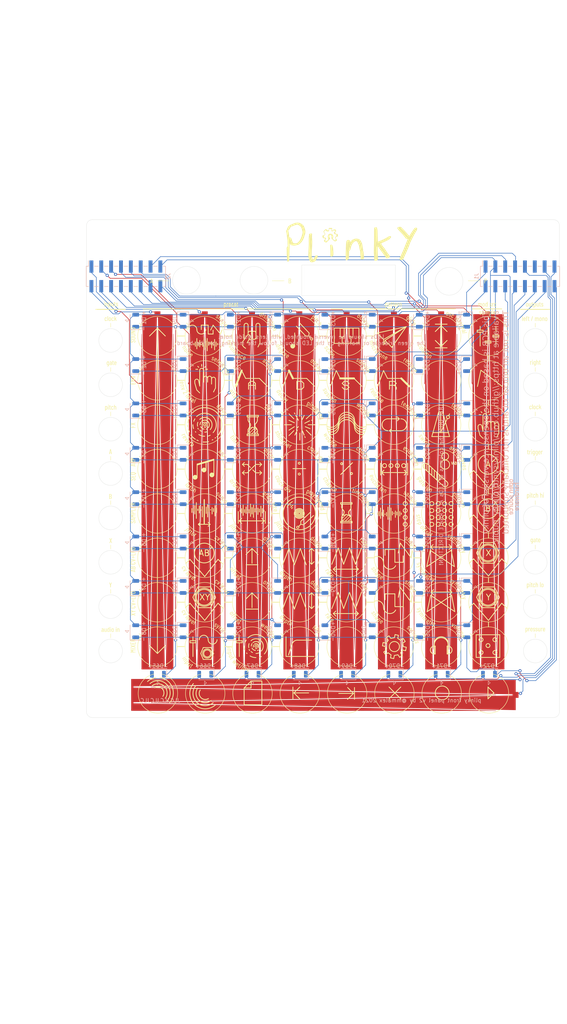
<source format=kicad_pcb>
(kicad_pcb (version 20221018) (generator pcbnew)
  (layers (0 "F.Cu" signal) (31 "B.Cu" signal) (34 "B.Paste" user) (35 "F.Paste" user) (36 "B.SilkS" user "B.Silkscreen") (37 "F.SilkS" user "F.Silkscreen") (38 "B.Mask" user) (39 "F.Mask" user) (44 "Edge.Cuts" user))
  (net 0 "")
  (net 1 "/Y1")
  (net 2 "/X1")
  (net 3 "/Y2")
  (net 4 "/Y3")
  (net 5 "/Y4")
  (net 6 "/Y5")
  (net 7 "/Y6")
  (net 8 "/Y7")
  (net 9 "/Y8")
  (net 10 "/X2")
  (net 11 "/X3")
  (net 12 "/X4")
  (net 13 "T16")
  (net 14 "T15")
  (net 15 "T14")
  (net 16 "T13")
  (net 17 "T12")
  (net 18 "T11")
  (net 19 "T10")
  (net 20 "T9")
  (net 21 "T8")
  (net 22 "T7")
  (net 23 "T6")
  (net 24 "T5")
  (net 25 "T4")
  (net 26 "T3")
  (net 27 "T2")
  (net 28 "T1")
  (net 29 "/X5")
  (net 31 "Net-(J1-Pin_13)")
  (net 32 "Net-(J1-Pin_15)")
  (footprint "MountingHole:MountingHole_3.2mm_M3" (layer "F.Cu") (at 129.66 141.145)
    (fp_text reference "M3" hide)
    (fp_text value "MountingHole_3.2mm_M3")
  )
  (footprint "MountingHole:MountingHole_3.2mm_M3" (layer "F.Cu") (at 129.66 18.875)
    (fp_text reference "M2" hide)
    (fp_text value "MountingHole_3.2mm_M3")
  )
  (footprint "MountingHole:MountingHole_3.2mm_M3" (layer "F.Cu") (at 22.74 141.145)
    (fp_text reference "M4" hide)
    (fp_text value "MountingHole_3.2mm_M3")
  )
  (footprint "MountingHole:MountingHole_3.2mm_M3" (layer "F.Cu") (at 22.74 18.875)
    (fp_text reference "M1" hide)
    (fp_text value "MountingHole_3.2mm_M3")
  )
  (footprint "cap:oled0.91hole" (layer "F.Cu") (at 82.804 31.496)
    (fp_text reference "REF**" hide)
    (fp_text value "oled0.91hole")
  )
  (footprint "cap:touchy7horiz" (layer "F.Cu") (at 76.327 140.208 -90)
    (fp_text reference "J4" hide)
    (fp_text value "Conn_01x02")
  )
  (footprint "cap:touchy7" (layer "F.Cu") (at 77.978 85.725)
    (fp_text reference "J3" hide)
    (fp_text value "Conn_02x08_Top_Bottom")
  )
  (footprint "plinkyblackfront:text_v3" (layer "F.Cu") (at 69.977 69.977)
    (fp_text reference "G***" hide)
    (fp_text value "LOGO" hide)
  )
  (footprint "plinkyblackfront:plinky_osh_gear_rough" (layer "F.Cu") (at 81.712403 22.005946)
    (fp_text reference "LOGO" hide)
    (fp_text value "LOGO" hide)
  )
  (footprint "plinkyblackfront:led_reverse_2mm_hole" (layer "B.Cu") (at 27.94 121.92 90)
    (fp_text reference "D8")
    (fp_text value "LED")
  )
  (footprint "plinkyblackfront:led_reverse_2mm_hole" (layer "B.Cu") (at 40.132 110.49 -90)
    (fp_text reference "D15")
    (fp_text value "LED")
  )
  (footprint "plinkyblackfront:led_reverse_2mm_hole" (layer "B.Cu") (at 27.94 41.91 90)
    (fp_text reference "D1")
    (fp_text value "LED")
  )
  (footprint "plinkyblackfront:led_reverse_2mm_hole" (layer "B.Cu") (at 27.94 53.34 90)
    (fp_text reference "D2")
    (fp_text value "LED")
  )
  (footprint "plinkyblackfront:led_reverse_2mm_hole" (layer "B.Cu") (at 27.94 64.77 90)
    (fp_text reference "D3")
    (fp_text value "LED")
  )
  (footprint "plinkyblackfront:led_reverse_2mm_hole" (layer "B.Cu") (at 27.94 110.49 90)
    (fp_text reference "D7")
    (fp_text value "LED")
  )
  (footprint "plinkyblackfront:led_reverse_2mm_hole" (layer "B.Cu") (at 27.94 99.06 90)
    (fp_text reference "D6")
    (fp_text value "LED")
  )
  (footprint "plinkyblackfront:led_reverse_2mm_hole" (layer "B.Cu") (at 40.132 64.77 -90)
    (fp_text reference "D11")
    (fp_text value "LED")
  )
  (footprint "plinkyblackfront:led_reverse_2mm_hole" (layer "B.Cu") (at 27.94 87.63 90)
    (fp_text reference "D5")
    (fp_text value "LED")
  )
  (footprint "plinkyblackfront:led_reverse_2mm_hole" (layer "B.Cu") (at 40.132 76.2 -90)
    (fp_text reference "D12")
    (fp_text value "LED")
  )
  (footprint "plinkyblackfront:led_reverse_2mm_hole" (layer "B.Cu") (at 40.132 87.63 -90)
    (fp_text reference "D13")
    (fp_text value "LED")
  )
  (footprint "plinkyblackfront:led_reverse_2mm_hole" (layer "B.Cu") (at 40.132 41.91 -90)
    (fp_text reference "D9")
    (fp_text value "LED")
  )
  (footprint "plinkyblackfront:led_reverse_2mm_hole" (layer "B.Cu") (at 40.132 53.34 -90)
    (fp_text reference "D10")
    (fp_text value "LED")
  )
  (footprint "plinkyblackfront:led_reverse_2mm_hole" (layer "B.Cu") (at 52.324 53.34 90)
    (fp_text reference "D18")
    (fp_text value "LED")
  )
  (footprint "plinkyblackfront:led_reverse_2mm_hole" (layer "B.Cu") (at 52.324 41.91 90)
    (fp_text reference "D17")
    (fp_text value "LED")
  )
  (footprint "plinkyblackfront:led_reverse_2mm_hole" (layer "B.Cu") (at 27.94 76.2 90)
    (fp_text reference "D4")
    (fp_text value "LED")
  )
  (footprint "plinkyblackfront:led_reverse_2mm_hole" (layer "B.Cu") (at 40.132 121.92 -90)
    (fp_text reference "D16")
    (fp_text value "LED")
  )
  (footprint "plinkyblackfront:led_reverse_2mm_hole" (layer "B.Cu") (at 40.132 99.06 -90)
    (fp_text reference "D14")
    (fp_text value "LED")
  )
  (footprint "plinkyblackfront:led_reverse_2mm_hole" (layer "B.Cu") (at 52.324 110.49 90)
    (fp_text reference "D23")
    (fp_text value "LED")
  )
  (footprint "plinkyblackfront:led_reverse_2mm_hole" (layer "B.Cu") (at 64.516 41.91 -90)
    (fp_text reference "D25")
    (fp_text value "LED")
  )
  (footprint "plinkyblackfront:led_reverse_2mm_hole" (layer "B.Cu") (at 64.516 87.63 -90)
    (fp_text reference "D29")
    (fp_text value "LED")
  )
  (footprint "plinkyblackfront:led_reverse_2mm_hole" (layer "B.Cu") (at 64.516 121.92 -90)
    (fp_text reference "D32")
    (fp_text value "LED")
  )
  (footprint "plinkyblackfront:led_reverse_2mm_hole" (layer "B.Cu") (at 76.708 41.91 90)
    (fp_text reference "D33")
    (fp_text value "LED")
  )
  (footprint "plinkyblackfront:led_reverse_2mm_hole" (layer "B.Cu") (at 76.708 64.77 90)
    (fp_text reference "D35")
    (fp_text value "LED")
  )
  (footprint "plinkyblackfront:led_reverse_2mm_hole" (layer "B.Cu") (at 64.516 64.77 -90)
    (fp_text reference "D27")
    (fp_text value "LED")
  )
  (footprint "plinkyblackfront:led_reverse_2mm_hole" (layer "B.Cu") (at 52.324 121.92 90)
    (fp_text reference "D24")
    (fp_text value "LED")
  )
  (footprint "plinkyblackfront:led_reverse_2mm_hole" (layer "B.Cu") (at 52.324 64.77 90)
    (fp_text reference "D19")
    (fp_text value "LED")
  )
  (footprint "plinkyblackfront:led_reverse_2mm_hole" (layer "B.Cu") (at 76.708 53.34 90)
    (fp_text reference "D34")
    (fp_text value "LED")
  )
  (footprint "plinkyblackfront:led_reverse_2mm_hole" (layer "B.Cu") (at 52.324 76.2 90)
    (fp_text reference "D20")
    (fp_text value "LED")
  )
  (footprint "plinkyblackfront:led_reverse_2mm_hole" (layer "B.Cu") (at 64.516 76.2 -90)
    (fp_text reference "D28")
    (fp_text value "LED")
  )
  (footprint "plinkyblackfront:led_reverse_2mm_hole" (layer "B.Cu") (at 64.516 110.49 -90)
    (fp_text reference "D31")
    (fp_text value "LED")
  )
  (footprint "plinkyblackfront:led_reverse_2mm_hole" (layer "B.Cu") (at 64.516 99.06 -90)
    (fp_text reference "D30")
    (fp_text value "LED")
  )
  (footprint "plinkyblackfront:led_reverse_2mm_hole" (layer "B.Cu") (at 64.516 53.34 -90)
    (fp_text reference "D26")
    (fp_text value "LED")
  )
  (footprint "plinkyblackfront:led_reverse_2mm_hole" (layer "B.Cu") (at 52.324 87.63 90)
    (fp_text reference "D21")
    (fp_text value "LED")
  )
  (footprint "plinkyblackfront:led_reverse_2mm_hole" (layer "B.Cu") (at 52.324 99.06 90)
    (fp_text reference "D22")
    (fp_text value "LED")
  )
  (footprint "plinkyblackfront:led_reverse_2mm_hole" (layer "B.Cu") (at 76.708 76.2 90)
    (fp_text reference "D36")
    (fp_text value "LED")
  )
  (footprint "plinkyblackfront:led_reverse_2mm_hole" (layer "B.Cu") (at 113.284 99.06 -90)
    (fp_text reference "D62")
    (fp_text value "LED")
  )
  (footprint "plinkyblackfront:led_reverse_2mm_hole" (layer "B.Cu") (at 113.233 53.34 -90)
    (fp_text reference "D58")
    (fp_text value "LED")
  )
  (footprint "plinkyblackfront:led_reverse_2mm_hole" (layer "B.Cu") (at 101.092 110.49 90)
    (fp_text reference "D55")
    (fp_text value "LED")
  )
  (footprint "plinkyblackfront:led_reverse_2mm_hole" (layer "B.Cu") (at 101.092 121.92 90)
    (fp_text reference "D56")
    (fp_text value "LED")
  )
  (footprint "plinkyblackfront:led_reverse_2mm_hole" (layer "B.Cu") (at 113.284 64.77 -90)
    (fp_text reference "D59")
    (fp_text value "LED")
  )
  (footprint "plinkyblackfront:led_reverse_2mm_hole" (layer "B.Cu") (at 113.284 121.92 -90)
    (fp_text reference "D64")
    (fp_text value "LED")
  )
  (footprint "plinkyblackfront:led_reverse_2mm_hole" (layer "B.Cu") (at 113.233 41.91 -90)
    (fp_text reference "D57")
    (fp_text value "LED")
  )
  (footprint "plinkyblackfront:led_reverse_2mm_hole" (layer "B.Cu") (at 113.284 87.63 -90)
    (fp_text reference "D61")
    (fp_text value "LED")
  )
  (footprint "plinkyblackfront:led_reverse_2mm_hole" (layer "B.Cu") (at 113.284 76.2 -90)
    (fp_text reference "D60")
    (fp_text value "LED")
  )
  (footprint "plinkyblackfront:led_reverse_2mm_hole" (layer "B.Cu") (at 113.284 110.49 -90)
    (fp_text reference "D63")
    (fp_text value "LED")
  )
  (footprint "plinkyblackfront:led_reverse_2mm_hole" (layer "B.Cu") (at 76.708 121.92 90)
    (fp_text reference "D40")
    (fp_text value "LED")
  )
  (footprint "plinkyblackfront:led_reverse_2mm_hole" (layer "B.Cu") (at 88.9 53.34 -90)
    (fp_text reference "D42")
    (fp_text value "LED")
  )
  (footprint "plinkyblackfront:led_reverse_2mm_hole" (layer "B.Cu") (at 101.092 76.2 90)
    (fp_text reference "D52")
    (fp_text value "LED")
  )
  (footprint "plinkyblackfront:led_reverse_2mm_hole" (layer "B.Cu") (at 88.9 41.91 -90)
    (fp_text reference "D41")
    (fp_text value "LED")
  )
  (footprint "plinkyblackfront:led_reverse_2mm_hole" (layer "B.Cu") (at 88.9 76.2 -90)
    (fp_text reference "D44")
    (fp_text value "LED")
  )
  (footprint "plinkyblackfront:led_reverse_2mm_hole" (layer "B.Cu") (at 88.9 110.49 -90)
    (fp_text reference "D47")
    (fp_text value "LED")
  )
  (footprint "plinkyblackfront:led_reverse_2mm_hole" (layer "B.Cu") (at 101.092 99.06 90)
    (fp_text reference "D54")
    (fp_text value "LED")
  )
  (footprint "plinkyblackfront:led_reverse_2mm_hole" (layer "B.Cu") (at 101.092 64.77 90)
    (fp_text reference "D51")
    (fp_text value "LED")
  )
  (footprint "plinkyblackfront:led_reverse_2mm_hole" (layer "B.Cu") (at 88.9 87.63 -90)
    (fp_text reference "D45")
    (fp_text value "LED")
  )
  (footprint "plinkyblackfront:led_reverse_2mm_hole" (layer "B.Cu") (at 101.041 53.34 90)
    (fp_text reference "D50")
    (fp_text value "LED")
  )
  (footprint "plinkyblackfront:led_reverse_2mm_hole" (layer "B.Cu") (at 88.9 64.77 -90)
    (fp_text reference "D43")
    (fp_text value "LED")
  )
  (footprint "plinkyblackfront:led_reverse_2mm_hole" (layer "B.Cu") (at 88.9 99.06 -90)
    (fp_text reference "D46")
    (fp_text value "LED")
  )
  (footprint "plinkyblackfront:led_reverse_2mm_hole" (layer "B.Cu") (at 101.092 87.63 90)
    (fp_text reference "D53")
    (fp_text value "LED")
  )
  (footprint "plinkyblackfront:led_reverse_2mm_hole" (layer "B.Cu") (at 76.708 99.06 90)
    (fp_text reference "D38")
    (fp_text value "LED")
  )
  (footprint "plinkyblackfront:led_reverse_2mm_hole" (layer "B.Cu") (at 76.708 110.49 90)
    (fp_text reference "D39")
    (fp_text value "LED")
  )
  (footprint "plinkyblackfront:led_reverse_2mm_hole" (layer "B.Cu") (at 88.9 121.92 -90)
    (fp_text reference "D48")
    (fp_text value "LED")
  )
  (footprint "plinkyblackfront:led_reverse_2mm_hole" (layer "B.Cu") (at 101.041 41.91 90)
    (fp_text reference "D49")
    (fp_text value "LED")
  )
  (footprint "plinkyblackfront:led_reverse_2mm_hole" (layer "B.Cu") (at 76.708 87.63 90)
    (fp_text reference "D37")
    (fp_text value "LED")
  )
  (footprint "plinkyblackfront:led_reverse_2mm_hole" (layer "B.Cu") (at 45.847 132.969 180)
    (fp_text reference "D66")
    (fp_text value "BLUE")
  )
  (footprint "plinkyblackfront:led_reverse_2mm_hole" (layer "B.Cu") (at 58.039 132.969 180)
    (fp_text reference "D67")
    (fp_text value "BLUE")
  )
  (footprint "plinkyblackfront:led_reverse_2mm_hole" (layer "B.Cu") (at 70.231 132.969 180)
    (fp_text reference "D68")
    (fp_text value "BLUE")
  )
  (footprint "plinkyblackfront:led_reverse_2mm_hole" (layer "B.Cu") (at 82.423 132.969 180)
    (fp_text reference "D69")
    (fp_text value "BLUE")
  )
  (footprint "plinkyblackfront:led_reverse_2mm_hole" (layer "B.Cu") (at 94.615 132.969 180)
    (fp_text reference "D70")
    (fp_text value "BLUE")
  )
  (footprint "plinkyblackfront:led_reverse_2mm_hole" (layer "B.Cu") (at 33.655 132.969 180)
    (fp_text reference "D65")
    (fp_text value "BLUE")
  )
  (footprint "plinkyblackfront:led_reverse_2mm_hole" (layer "B.Cu") (at 106.807 132.969 180)
    (fp_text reference "D71")
    (fp_text value "BLUE")
  )
  (footprint "plinkyblackfront:led_reverse_2mm_hole" (layer "B.Cu") (at 118.999 132.969 180)
    (fp_text reference "D72")
    (fp_text value "BLUE")
  )
  (footprint "Connector_PinHeader_2.54mm:PinHeader_2x08_P2.54mm_Vertical_SMD" (layer "B.Cu") (at 127 30.48 -90)
    (fp_text reference "J1")
    (fp_text value "Conn_02x08_Odd_Even")
  )
  (footprint "Connector_PinHeader_2.54mm:PinHeader_2x08_P2.54mm_Vertical_SMD" (layer "B.Cu") (at 25.4 30.48 -90)
    (fp_text reference "J2")
    (fp_text value "Conn_02x08_Odd_Even")
  )
  (gr_poly (pts (xy 124.260291 84.139135) (xy 124.262078 84.159803) (xy 124.264998 84.179728) (xy 124.268999 84.198918) (xy 124.274033 84.217372) (xy 124.280049 84.235095) (xy 124.286999 84.25209) (xy 124.294833 84.268358) (xy 124.303503 84.283901) (xy 124.312957 84.298722) (xy 124.323147 84.312824) (xy 124.334024 84.326208) (xy 124.345536 84.338879) (xy 124.357638 84.350837) (xy 124.370275 84.362087) (xy 124.383403 84.37263) (xy 124.39603 84.382029) (xy 124.408786 84.390582) (xy 124.421931 84.398324) (xy 124.435727 84.405287) (xy 124.442949 84.408486) (xy 124.450433 84.411502) (xy 124.45821 84.414341) (xy 124.466312 84.417006) (xy 124.474772 84.419499) (xy 124.483623 84.421828) (xy 124.502629 84.426002) (xy 124.523591 84.429562) (xy 124.54677 84.432542) (xy 124.572425 84.434972) (xy 124.600818 84.436886) (xy 124.632211 84.438317) (xy 124.666863 84.439299) (xy 124.705036 84.439865) (xy 124.746993 84.440044) (xy 124.826479 84.439298) (xy 124.892049 84.436887) (xy 124.92026 84.434971) (xy 124.945765 84.432542) (xy 124.968818 84.429562) (xy 124.989682 84.426001) (xy 125.008613 84.421828) (xy 125.025866 84.417006) (xy 125.041701 84.411503) (xy 125.056377 84.405286) (xy 125.070149 84.398324) (xy 125.083277 84.390582) (xy 125.096015 84.382028) (xy 125.108625 84.372629) (xy 125.121752 84.362088) (xy 125.134392 84.350837) (xy 125.146491 84.338879) (xy 125.158006 84.326209) (xy 125.168882 84.312823) (xy 125.179073 84.298722) (xy 125.188526 84.283901) (xy 125.197194 84.268358) (xy 125.205029 84.252089) (xy 125.208617 84.243684) (xy 125.21198 84.235095) (xy 125.215107 84.226325) (xy 125.217995 84.217371) (xy 125.220639 84.208235) (xy 125.223029 84.198917) (xy 125.225161 84.189413) (xy 125.227031 84.179728) (xy 125.228629 84.169857) (xy 125.22995 84.159802) (xy 125.230988 84.149561) (xy 125.231737 84.139134) (xy 125.232193 84.128526) (xy 125.232345 84.11773) (xy 125.231824 84.099692) (xy 125.23028 84.082116) (xy 125.22775 84.06498) (xy 125.224263 84.048261) (xy 125.219854 84.031936) (xy 125.214555 84.015987) (xy 125.2084 84.000389) (xy 125.201421 83.985121) (xy 125.193652 83.97016) (xy 125.185124 83.955484) (xy 125.175873 83.941072) (xy 125.16593 83.926903) (xy 125.155327 83.912952) (xy 125.144099 83.899198) (xy 125.132278 83.885621) (xy 125.119897 83.872197) (xy 125.8729 83.871508) (xy 125.85929 83.883716) (xy 125.846555 83.896439) (xy 125.834697 83.909669) (xy 125.823719 83.923391) (xy 125.813618 83.937597) (xy 125.804393 83.952275) (xy 125.796046 83.967416) (xy 125.788578 83.983005) (xy 125.781988 83.999033) (xy 125.776274 84.015488) (xy 125.771441 84.032361) (xy 125.767485 84.049641) (xy 125.764408 84.067315) (xy 125.762209 84.085374) (xy 125.760892 84.103805) (xy 125.760454 84.122599) (xy 125.760788 84.136533) (xy 125.76179 84.150555) (xy 125.763455 84.164628) (xy 125.765785 84.178716) (xy 125.768775 84.192788) (xy 125.772422 84.206806) (xy 125.776723 84.220737) (xy 125.781679 84.234546) (xy 125.787284 84.248198) (xy 125.793538 84.261661) (xy 125.800439 84.274896) (xy 125.807981 84.287871) (xy 125.816164 84.30055) (xy 125.824987 84.312901) (xy 125.834445 84.324887) (xy 125.844539 84.336475) (xy 125.855261 84.347628) (xy 125.866612 84.358311) (xy 125.878591 84.368491) (xy 125.891196 84.378137) (xy 125.904418 84.387207) (xy 125.918263 84.39567) (xy 125.932723 84.403494) (xy 125.947798 84.410641) (xy 125.963484 84.417075) (xy 125.979782 84.422764) (xy 125.996686 84.427675) (xy 126.014194 84.431769) (xy 126.032305 84.435013) (xy 126.051017 84.437374) (xy 126.070327 84.438816) (xy 126.090229 84.439303) (xy 126.721842 84.439305) (xy 126.721842 84.24817) (xy 126.155899 84.248169) (xy 126.143929 84.247935) (xy 126.132284 84.247238) (xy 126.120963 84.24609) (xy 126.109974 84.244497) (xy 126.099317 84.242474) (xy 126.089 84.240028) (xy 126.079024 84.237169) (xy 126.069392 84.233906) (xy 126.06011 84.230253) (xy 126.051182 84.226217) (xy 126.042609 84.221806) (xy 126.034396 84.217036) (xy 126.026548 84.21191) (xy 126.019069 84.206443) (xy 126.01196 84.200642) (xy 126.005225 84.194518) (xy 125.998871 84.188082) (xy 125.992899 84.181342) (xy 125.987316 84.174309) (xy 125.982119 84.166993) (xy 125.977318 84.159403) (xy 125.972916 84.151553) (xy 125.968915 84.143446) (xy 125.965317 84.135098) (xy 125.96213 84.126515) (xy 125.959357 84.117709) (xy 125.956998 84.108689) (xy 125.95506 84.099466) (xy 125.953548 84.090051) (xy 125.952461 84.080451) (xy 125.951807 84.070676) (xy 125.951588 84.060739) (xy 125.951807 84.050633) (xy 125.952461 84.040701) (xy 125.953548 84.030954) (xy 125.955061 84.021401) (xy 125.956998 84.012052) (xy 125.959358 84.002915) (xy 125.962131 83.994) (xy 125.965318 83.985317) (xy 125.968914 83.976877) (xy 125.972915 83.968686) (xy 125.977319 83.960758) (xy 125.982119 83.953099) (xy 125.987315 83.945722) (xy 125.9929 83.938634) (xy 125.998872 83.931845) (xy 126.005225 83.925365) (xy 126.01196 83.919202) (xy 126.019069 83.913369) (xy 126.026549 83.907872) (xy 126.034397 83.902723) (xy 126.04261 83.897931) (xy 126.051184 83.893505) (xy 126.060111 83.889455) (xy 126.069393 83.885792) (xy 126.079025 83.882522) (xy 126.089001 83.879657) (xy 126.099319 83.877208) (xy 126.109973 83.87518) (xy 126.120962 83.873589) (xy 126.132284 83.872439) (xy 126.143929 83.871743) (xy 126.155899 83.871508) (xy 126.721842 83.871507) (xy 126.721843 83.680321) (xy 124.746939 83.680321) (xy 124.746939 83.872196) (xy 124.798872 83.872947) (xy 124.824913 83.874234) (xy 124.85065 83.876442) (xy 124.875829 83.879804) (xy 124.900184 83.88455) (xy 124.92346 83.890917) (xy 124.934609 83.894782) (xy 124.945391 83.899138) (xy 124.955772 83.904017) (xy 124.965718 83.909446) (xy 124.975201 83.915455) (xy 124.984183 83.922072) (xy 124.992633 83.929328) (xy 125.00052 83.937254) (xy 125.007811 83.945873) (xy 125.014474 83.95522) (xy 125.020472 83.965322) (xy 125.025779 83.97621) (xy 125.030359 83.987907) (xy 125.034177 84.000449) (xy 125.037205 84.013863) (xy 125.039408 84.028179) (xy 125.040754 84.043423) (xy 125.041209 84.059627) (xy 125.04078 84.076) (xy 125.03951 84.091402) (xy 125.037427 84.105865) (xy 125.034559 84.119418) (xy 125.030935 84.132087) (xy 125.026578 84.143904) (xy 125.021519 84.154901) (xy 125.015783 84.165106) (xy 125.009401 84.174545) (xy 125.002397 84.183252) (xy 124.994799 84.191255) (xy 124.986637 84.198581) (xy 124.977938 84.205265) (xy 124.968726 84.211332) (xy 124.959033 84.216813) (xy 124.948884 84.221738) (xy 124.938305 84.226135) (xy 124.927327 84.230033) (xy 124.915975 84.233467) (xy 124.904276 84.236458) (xy 124.892262 84.239043) (xy 124.879953 84.241248) (xy 124.854579 84.244636) (xy 124.82837 84.246861) (xy 124.801546 84.248156) (xy 124.774328 84.248761) (xy 124.746939 84.248911) (xy 124.691691 84.248156) (xy 124.664612 84.246861) (xy 124.638186 84.244635) (xy 124.612627 84.241248) (xy 124.588156 84.236459) (xy 124.564987 84.230034) (xy 124.553957 84.226134) (xy 124.543337 84.221737) (xy 124.533149 84.216813) (xy 124.523421 84.211332) (xy 124.514183 84.205265) (xy 124.50546 84.198582) (xy 124.497279 84.191256) (xy 124.489667 84.183252) (xy 124.482651 84.174546) (xy 124.476259 84.165105) (xy 124.470518 84.154901) (xy 124.465453 84.143906) (xy 124.461094 84.132088) (xy 124.457467 84.119416) (xy 124.4546 84.105864) (xy 124.452516 84.091402) (xy 124.451247 84.076) (xy 124.450818 84.059627) (xy 124.451275 84.043428) (xy 124.45262 84.028187) (xy 124.454823 84.013876) (xy 124.457854 84.000464) (xy 124.461677 83.987925) (xy 124.466261 83.976228) (xy 124.471574 83.965343) (xy 124.477582 83.955243) (xy 124.484257 83.945897) (xy 124.491563 83.937277) (xy 124.499469 83.929352) (xy 124.507944 83.922095) (xy 124.516952 83.915476) (xy 124.526465 83.909468) (xy 124.536448 83.904037) (xy 124.546869 83.899157) (xy 124.557696 83.8948) (xy 124.5689 83.890935) (xy 124.580442 83.887532) (xy 124.592296 83.884564) (xy 124.604426 83.882001) (xy 124.616802 83.879814) (xy 124.64216 83.87645) (xy 124.668109 83.874239) (xy 124.694396 83.87295) (xy 124.720758 83.872347) (xy 124.746939 83.872196) (xy 124.746939 83.680321) (xy 124.270955 83.680321) (xy 124.270955 83.872196) (xy 124.370279 83.872196) (xy 124.358223 83.883773) (xy 124.346688 83.895978) (xy 124.335707 83.908787) (xy 124.325317 83.922169) (xy 124.315552 83.936103) (xy 124.30645 83.950553) (xy 124.298046 83.965502) (xy 124.290376 83.980914) (xy 124.283472 83.996765) (xy 124.277377 84.013029) (xy 124.272117 84.029676) (xy 124.267736 84.046682) (xy 124.264266 84.064019) (xy 124.261745 84.081656) (xy 124.260205 84.099568) (xy 124.259684 84.117731)) (fill solid) (layer "B.SilkS"))
  (gr_poly (pts (xy 124.259966 85.97163) (xy 124.260967 85.985652) (xy 124.264965 86.013813) (xy 124.271601 86.041903) (xy 124.280859 86.069643) (xy 124.286467 86.083296) (xy 124.29272 86.096759) (xy 124.299621 86.109994) (xy 124.307164 86.12297) (xy 124.31535 86.135649) (xy 124.324174 86.148) (xy 124.333633 86.159983) (xy 124.343728 86.17157) (xy 124.354455 86.182724) (xy 124.365809 86.193407) (xy 124.377793 86.203589) (xy 124.390397 86.213233) (xy 124.403627 86.222304) (xy 124.417475 86.230769) (xy 124.43194 86.238592) (xy 124.447021 86.245738) (xy 124.462712 86.252173) (xy 124.479015 86.257862) (xy 124.495928 86.262772) (xy 124.513443 86.266865) (xy 124.531562 86.270111) (xy 124.55028 86.272472) (xy 124.569599 86.273915) (xy 124.589512 86.274402) (xy 125.221021 86.274401) (xy 125.22102 86.083266) (xy 124.655185 86.083266) (xy 124.643214 86.083033) (xy 124.631568 86.082334) (xy 124.620248 86.081186) (xy 124.609259 86.079595) (xy 124.598602 86.077571) (xy 124.588285 86.075125) (xy 124.578307 86.072266) (xy 124.568678 86.069003) (xy 124.559396 86.06535) (xy 124.550467 86.061314) (xy 124.541893 86.056903) (xy 124.533682 86.052132) (xy 124.525834 86.047008) (xy 124.518352 86.04154) (xy 124.511243 86.03574) (xy 124.50451 86.029617) (xy 124.498156 86.023179) (xy 124.492183 86.016438) (xy 124.486599 86.009408) (xy 124.481403 86.002089) (xy 124.476604 85.994501) (xy 124.4722 85.986651) (xy 124.468197 85.978543) (xy 124.464602 85.970194) (xy 124.461414 85.961612) (xy 124.45864 85.952806) (xy 124.456282 85.943787) (xy 124.454344 85.934564) (xy 124.452832 85.925147) (xy 124.451745 85.915547) (xy 124.451093 85.905774) (xy 124.450872 85.895835) (xy 124.451092 85.885731) (xy 124.451745 85.875798) (xy 124.452831 85.86605) (xy 124.454345 85.856497) (xy 124.456282 85.847146) (xy 124.45864 85.838006) (xy 124.461415 85.829091) (xy 124.464602 85.820407) (xy 124.468197 85.811963) (xy 124.4722 85.803772) (xy 124.476603 85.795841) (xy 124.481404 85.788181) (xy 124.486599 85.780801) (xy 124.492184 85.77371) (xy 124.498155 85.766919) (xy 124.504509 85.760435) (xy 124.511244 85.75427) (xy 124.518352 85.748435) (xy 124.525832 85.742936) (xy 124.533681 85.737783) (xy 124.541893 85.732989) (xy 124.550465 85.728562) (xy 124.559395 85.72451) (xy 124.568677 85.720843) (xy 124.578308 85.717573) (xy 124.588285 85.714706) (xy 124.598602 85.712255) (xy 124.609257 85.710228) (xy 124.620247 85.708634) (xy 124.631567 85.707485) (xy 124.643215 85.706787) (xy 124.655183 85.706552) (xy 125.221021 85.706553) (xy 125.22102 85.515418) (xy 124.270902 85.515417) (xy 124.270901 85.706552) (xy 124.372079 85.706553) (xy 124.37208 85.710362) (xy 124.358469 85.7219) (xy 124.345734 85.734039) (xy 124.333878 85.746761) (xy 124.322898 85.760051) (xy 124.312796 85.773892) (xy 124.303571 85.788265) (xy 124.295224 85.803159) (xy 124.287756 85.81855) (xy 124.281166 85.834427) (xy 124.275454 85.85077) (xy 124.27062 85.867561) (xy 124.266663 85.88479) (xy 124.263587 85.902432) (xy 124.261389 85.920475) (xy 124.260071 85.938903) (xy 124.25963 85.957695)) (fill solid) (layer "B.SilkS"))
  (gr_poly (pts (xy 126.721844 86.952371) (xy 126.721843 86.761235) (xy 126.622518 86.761235) (xy 126.634557 86.749668) (xy 126.64608 86.737471) (xy 126.657051 86.724665) (xy 126.667437 86.711285) (xy 126.677198 86.697354) (xy 126.6863 86.6829) (xy 126.694707 86.667953) (xy 126.702383 86.652537) (xy 126.709291 86.636684) (xy 126.715395 86.620416) (xy 126.720659 86.603765) (xy 126.725046 86.586756) (xy 126.728521 86.569418) (xy 126.731049 86.551779) (xy 126.732593 86.533863) (xy 126.733114 86.515701) (xy 126.732961 86.504902) (xy 126.732508 86.494287) (xy 126.731757 86.483858) (xy 126.73072 86.473616) (xy 126.729398 86.46356) (xy 126.727801 86.453689) (xy 126.725932 86.444003) (xy 126.723799 86.434501) (xy 126.721408 86.425182) (xy 126.718765 86.416048) (xy 126.715875 86.407098) (xy 126.712748 86.398329) (xy 126.709388 86.389745) (xy 126.705799 86.38134) (xy 126.697964 86.365081) (xy 126.689296 86.349545) (xy 126.679842 86.334732) (xy 126.66965 86.320638) (xy 126.658775 86.307261) (xy 126.647262 86.294596) (xy 126.63516 86.282643) (xy 126.622523 86.271395) (xy 126.609396 86.260855) (xy 126.596767 86.251446) (xy 126.584012 86.242885) (xy 126.570868 86.235136) (xy 126.557073 86.228166) (xy 126.542369 86.221946) (xy 126.526491 86.21644) (xy 126.509184 86.211613) (xy 126.49018 86.207436) (xy 126.469224 86.203873) (xy 126.446052 86.200893) (xy 126.420408 86.198461) (xy 126.392024 86.196545) (xy 126.326005 86.194133) (xy 126.245911 86.193387) (xy 126.245911 86.384521) (xy 126.273626 86.384669) (xy 126.301125 86.385276) (xy 126.32819 86.386572) (xy 126.354604 86.388795) (xy 126.380151 86.392184) (xy 126.392531 86.394389) (xy 126.404617 86.396973) (xy 126.416373 86.399965) (xy 126.427776 86.403397) (xy 126.438803 86.407296) (xy 126.449422 86.411693) (xy 126.459606 86.416619) (xy 126.469332 86.422099) (xy 126.478568 86.428167) (xy 126.487289 86.434848) (xy 126.49547 86.442176) (xy 126.503081 86.450179) (xy 126.510096 86.458885) (xy 126.516488 86.468326) (xy 126.522229 86.47853) (xy 126.52729 86.489527) (xy 126.53165 86.501344) (xy 126.535277 86.514015) (xy 126.538146 86.527565) (xy 126.540227 86.542031) (xy 126.541497 86.557431) (xy 126.541925 86.573803) (xy 126.541471 86.590009) (xy 126.540125 86.605253) (xy 126.537923 86.619569) (xy 126.534894 86.632982) (xy 126.531075 86.645524) (xy 126.526494 86.657222) (xy 126.521183 86.668109) (xy 126.515177 86.678213) (xy 126.508507 86.687556) (xy 126.501206 86.696179) (xy 126.493303 86.704102) (xy 126.484834 86.71136) (xy 126.47583 86.717977) (xy 126.466323 86.723985) (xy 126.456345 86.729415) (xy 126.445928 86.734294) (xy 126.435107 86.73865) (xy 126.42391 86.742514) (xy 126.400521 86.748881) (xy 126.376024 86.753628) (xy 126.350675 86.756991) (xy 126.324732 86.759197) (xy 126.298451 86.760484) (xy 126.24591 86.761235) (xy 126.220054 86.761086) (xy 126.193974 86.760484) (xy 126.167929 86.759197) (xy 126.142185 86.75699) (xy 126.116998 86.753627) (xy 126.104698 86.751443) (xy 126.092633 86.748881) (xy 126.08084 86.745914) (xy 126.069347 86.742515) (xy 126.058193 86.738651) (xy 126.047407 86.734294) (xy 126.03702 86.729415) (xy 126.027069 86.723987) (xy 126.017584 86.717977) (xy 126.008597 86.71136) (xy 126.00014 86.704103) (xy 125.992249 86.696179) (xy 125.984954 86.687557) (xy 125.978286 86.678211) (xy 125.972283 86.668109) (xy 125.966976 86.657224) (xy 125.962394 86.645523) (xy 125.958571 86.632981) (xy 125.955543 86.619568) (xy 125.953338 86.605254) (xy 125.951993 86.590008) (xy 125.951536 86.573805) (xy 125.951964 86.557431) (xy 125.953234 86.54203) (xy 125.955317 86.527566) (xy 125.958187 86.514015) (xy 125.961812 86.501344) (xy 125.966169 86.489527) (xy 125.971228 86.47853) (xy 125.976963 86.468326) (xy 125.983347 86.458885) (xy 125.990352 86.450179) (xy 125.997949 86.442176) (xy 126.006113 86.434848) (xy 126.014813 86.428166) (xy 126.024026 86.422099) (xy 126.033722 86.416618) (xy 126.043876 86.411693) (xy 126.054455 86.407298) (xy 126.065437 86.403398) (xy 126.088494 86.396972) (xy 126.112825 86.392185) (xy 126.138211 86.388796) (xy 126.164431 86.386572) (xy 126.191269 86.385275) (xy 126.245911 86.384521) (xy 126.245911 86.193387) (xy 126.204262 86.193566) (xy 126.166357 86.194132) (xy 126.13194 86.195114) (xy 126.100749 86.196545) (xy 126.072524 86.198461) (xy 126.047012 86.200892) (xy 126.023953 86.203874) (xy 126.003089 86.207435) (xy 125.984161 86.211613) (xy 125.975342 86.213943) (xy 125.966909 86.216438) (xy 125.958832 86.219105) (xy 125.951078 86.221946) (xy 125.943613 86.224965) (xy 125.936407 86.228166) (xy 125.922641 86.235136) (xy 125.909517 86.242884) (xy 125.896781 86.251446) (xy 125.884172 86.260855) (xy 125.871027 86.271397) (xy 125.858376 86.282642) (xy 125.846267 86.294597) (xy 125.834749 86.30726) (xy 125.82387 86.320637) (xy 125.81368 86.334733) (xy 125.804229 86.349545) (xy 125.795562 86.36508) (xy 125.787735 86.381342) (xy 125.780789 86.39833) (xy 125.77478 86.416048) (xy 125.769753 86.4345) (xy 125.765757 86.45369) (xy 125.762842 86.473617) (xy 125.761059 86.494285) (xy 125.760453 86.515701) (xy 125.760974 86.53374) (xy 125.762518 86.551316) (xy 125.765049 86.568452) (xy 125.768536 86.585171) (xy 125.772944 86.601494) (xy 125.778243 86.617445) (xy 125.784398 86.633042) (xy 125.791376 86.648311) (xy 125.799145 86.663273) (xy 125.807673 86.677948) (xy 125.816925 86.692358) (xy 125.826869 86.706529) (xy 125.83747 86.720479) (xy 125.8487 86.734233) (xy 125.860519 86.747811) (xy 125.8729 86.761236) (xy 125.387443 86.761235) (xy 125.387444 86.95237)) (fill solid) (layer "B.SilkS"))
  (gr_poly (pts (xy 124.259817 83.139932) (xy 124.260361 83.153286) (xy 124.261254 83.166299) (xy 124.262483 83.178973) (xy 124.264037 83.191315) (xy 124.265898 83.203328) (xy 124.268058 83.215014) (xy 124.270502 83.226385) (xy 124.273217 83.237437) (xy 124.276193 83.24818) (xy 124.279413 83.258616) (xy 124.282871 83.268749) (xy 124.286548 83.278585) (xy 124.290431 83.288128) (xy 124.294513 83.297382) (xy 124.298775 83.306352) (xy 124.307801 83.323457) (xy 124.317405 83.339478) (xy 124.327486 83.35445) (xy 124.337944 83.368412) (xy 124.348676 83.381394) (xy 124.359578 83.393437) (xy 124.370553 83.404572) (xy 124.381497 83.414838) (xy 124.396618 83.428038) (xy 124.41188 83.440248) (xy 124.42747 83.451487) (xy 124.443578 83.461774) (xy 124.460385 83.471129) (xy 124.478086 83.479568) (xy 124.49686 83.487114) (xy 124.516897 83.493783) (xy 124.538386 83.499597) (xy 124.561511 83.504572) (xy 124.586459 83.50873) (xy 124.613416 83.512089) (xy 124.642572 83.51467) (xy 124.67411 83.516486) (xy 124.70822 83.517564) (xy 124.745089 83.51792) (xy 124.782264 83.517564) (xy 124.816645 83.516488) (xy 124.848425 83.514668) (xy 124.877786 83.512089) (xy 124.904921 83.50873) (xy 124.93002 83.504572) (xy 124.95327 83.499596) (xy 124.974859 83.493783) (xy 124.994979 83.487114) (xy 125.013819 83.479567) (xy 125.031565 83.471129) (xy 125.048407 83.461774) (xy 125.064537 83.451489) (xy 125.080141 83.440247) (xy 125.09541 83.428038) (xy 125.110531 83.414838) (xy 125.121473 83.404572) (xy 125.132445 83.393435) (xy 125.143343 83.381395) (xy 125.154069 83.368411) (xy 125.164517 83.35445) (xy 125.17459 83.339477) (xy 125.184184 83.323458) (xy 125.1932 83.306352) (xy 125.201535 83.288129) (xy 125.209086 83.26875) (xy 125.215752 83.248179) (xy 125.221438 83.226384) (xy 125.226033 83.203328) (xy 125.229443 83.178973) (xy 125.231563 83.153287) (xy 125.232291 83.12623) (xy 125.232107 83.112524) (xy 125.231562 83.099165) (xy 125.230671 83.086149) (xy 125.229443 83.07347) (xy 125.227894 83.061127) (xy 125.226033 83.049109) (xy 125.223876 83.037418) (xy 125.221437 83.026045) (xy 125.218726 83.01499) (xy 125.215755 83.004246) (xy 125.212537 82.993809) (xy 125.209085 82.983671) (xy 125.205414 82.973833) (xy 125.201533 82.96429) (xy 125.197458 82.955034) (xy 125.1932 82.946061) (xy 125.184185 82.928956) (xy 125.17459 82.912933) (xy 125.164518 82.897959) (xy 125.154068 82.883998) (xy 125.143343 82.871013) (xy 125.132445 82.858972) (xy 125.121474 82.847838) (xy 125.110531 82.837571) (xy 125.095411 82.82437) (xy 125.080144 82.812161) (xy 125.064542 82.800924) (xy 125.048415 82.790642) (xy 125.031575 82.781294) (xy 125.013832 82.772855) (xy 124.994997 82.765316) (xy 124.974879 82.758651) (xy 124.953291 82.752843) (xy 124.930043 82.747871) (xy 124.904944 82.743718) (xy 124.877808 82.740363) (xy 124.848443 82.737787) (xy 124.816661 82.735971) (xy 124.782273 82.734895) (xy 124.745089 82.734542) (xy 124.745088 82.925676) (xy 124.769934 82.925812) (xy 124.792574 82.92623) (xy 124.813176 82.926953) (xy 124.831909 82.927995) (xy 124.848935 82.929377) (xy 124.86443 82.93112) (xy 124.878556 82.933243) (xy 124.891481 82.935763) (xy 124.903378 82.938701) (xy 124.914406 82.942075) (xy 124.924742 82.945906) (xy 124.934546 82.95021) (xy 124.943991 82.95501) (xy 124.953242 82.960321) (xy 124.962468 82.966165) (xy 124.971836 82.972561) (xy 124.979112 82.978196) (xy 124.986135 82.984539) (xy 124.992879 82.991554) (xy 124.999308 82.999199) (xy 125.005395 83.007437) (xy 125.011111 83.016229) (xy 125.016427 83.025538) (xy 125.021306 83.035326) (xy 125.025727 83.045554) (xy 125.029654 83.05618) (xy 125.03306 83.067173) (xy 125.035913 83.078489) (xy 125.038186 83.09009) (xy 125.039846 83.101941) (xy 125.040865 83.114001) (xy 125.041211 83.126229) (xy 125.040863 83.138452) (xy 125.039845 83.150503) (xy 125.038181 83.162346) (xy 125.035907 83.173942) (xy 125.033049 83.185253) (xy 125.029641 83.196242) (xy 125.02571 83.206868) (xy 125.021288 83.217097) (xy 125.016403 83.226883) (xy 125.011087 83.236195) (xy 125.005371 83.244991) (xy 124.999285 83.253233) (xy 124.992859 83.260884) (xy 124.98612 83.267904) (xy 124.979104 83.274256) (xy 124.9755 83.277169) (xy 124.971837 83.2799) (xy 124.962468 83.286295) (xy 124.953245 83.292138) (xy 124.944004 83.297446) (xy 124.934576 83.302243) (xy 124.924798 83.306542) (xy 124.914504 83.310369) (xy 124.903531 83.313739) (xy 124.891714 83.316672) (xy 124.878886 83.319186) (xy 124.864883 83.321304) (xy 124.849538 83.323043) (xy 124.83269 83.324423) (xy 124.81417 83.325461) (xy 124.793816 83.326181) (xy 124.746941 83.326731) (xy 124.722094 83.326597) (xy 124.699451 83.326179) (xy 124.678843 83.32546) (xy 124.660107 83.324422) (xy 124.643071 83.323043) (xy 124.627571 83.321304) (xy 124.613438 83.319186) (xy 124.600506 83.316672) (xy 124.588608 83.313738) (xy 124.577575 83.310369) (xy 124.567239 83.306543) (xy 124.557437 83.302242) (xy 124.547999 83.297447) (xy 124.538756 83.292138) (xy 124.529542 83.286296) (xy 124.520194 83.2799) (xy 124.512916 83.274257) (xy 124.505893 83.267903) (xy 124.49915 83.260884) (xy 124.49272 83.253232) (xy 124.486632 83.24499) (xy 124.480917 83.236195) (xy 124.475605 83.226884) (xy 124.470722 83.217097) (xy 124.466302 83.206869) (xy 124.462373 83.196242) (xy 124.458967 83.185255) (xy 124.456114 83.173942) (xy 124.453841 83.162345) (xy 124.452184 83.150503) (xy 124.451164 83.138451) (xy 124.450819 83.12623) (xy 124.451164 83.114) (xy 124.452184 83.101942) (xy 124.453847 83.090091) (xy 124.456121 83.078489) (xy 124.458978 83.067173) (xy 124.462388 83.056181) (xy 124.466318 83.045552) (xy 124.470741 83.035326) (xy 124.475626 83.025538) (xy 124.480941 83.016229) (xy 124.486656 83.007438) (xy 124.492743 82.9992) (xy 124.499171 82.991554) (xy 124.505908 82.98454) (xy 124.512926 82.978197) (xy 124.516529 82.975288) (xy 124.520192 82.972561) (xy 124.529544 82.966165) (xy 124.538752 82.960322) (xy 124.547986 82.955009) (xy 124.557409 82.95021) (xy 124.567185 82.945906) (xy 124.577478 82.942075) (xy 124.588453 82.938701) (xy 124.600274 82.935764) (xy 124.61311 82.933243) (xy 124.627119 82.93112) (xy 124.642469 82.929378) (xy 124.659324 82.927994) (xy 124.67785 82.926952) (xy 124.698208 82.926231) (xy 124.745088 82.925676) (xy 124.745089 82.734542) (xy 124.708222 82.734895) (xy 124.674113 82.735971) (xy 124.642576 82.737788) (xy 124.613423 82.740364) (xy 124.586468 82.743719) (xy 124.561523 82.74787) (xy 124.538402 82.752843) (xy 124.516918 82.758651) (xy 124.496882 82.765317) (xy 124.478108 82.772857) (xy 124.460409 82.781292) (xy 124.4436 82.790642) (xy 124.42749 82.800925) (xy 124.411894 82.812161) (xy 124.396627 82.824371) (xy 124.381497 82.837571) (xy 124.370555 82.847837) (xy 124.359579 82.858972) (xy 124.348676 82.871014) (xy 124.337944 82.883999) (xy 124.327487 82.897959) (xy 124.317405 82.912934) (xy 124.307801 82.928957) (xy 124.298776 82.946063) (xy 124.290432 82.96429) (xy 124.282871 82.983672) (xy 124.276194 83.004246) (xy 124.270501 83.026046) (xy 124.265898 83.049109) (xy 124.262484 83.07347) (xy 124.260361 83.099165) (xy 124.259632 83.126231)) (fill solid) (layer "B.SilkS"))
  (gr_poly (pts (xy 124.259816 88.116806) (xy 124.260361 88.130169) (xy 124.261255 88.143188) (xy 124.262483 88.15587) (xy 124.264036 88.168217) (xy 124.265899 88.180237) (xy 124.268057 88.19193) (xy 124.270502 88.203302) (xy 124.273218 88.214359) (xy 124.276194 88.225104) (xy 124.279416 88.235542) (xy 124.282871 88.245678) (xy 124.286547 88.255515) (xy 124.290431 88.265059) (xy 124.294513 88.274312) (xy 124.298775 88.283283) (xy 124.3078 88.300388) (xy 124.317405 88.316407) (xy 124.327487 88.331379) (xy 124.337943 88.345336) (xy 124.348674 88.358318) (xy 124.35958 88.370356) (xy 124.370554 88.381492) (xy 124.381498 88.391756) (xy 124.396617 88.404958) (xy 124.41188 88.417164) (xy 124.427471 88.428401) (xy 124.443577 88.438685) (xy 124.460386 88.448036) (xy 124.478085 88.456468) (xy 124.496861 88.46401) (xy 124.516899 88.470675) (xy 124.538386 88.476483) (xy 124.56151 88.481455) (xy 124.58646 88.485607) (xy 124.613416 88.488963) (xy 124.642572 88.491539) (xy 124.674111 88.493355) (xy 124.70822 88.494432) (xy 124.745088 88.494783) (xy 124.782264 88.494432) (xy 124.816646 88.493355) (xy 124.848423 88.491539) (xy 124.877787 88.488964) (xy 124.904922 88.485608) (xy 124.930019 88.481454) (xy 124.953269 88.476484) (xy 124.974859 88.470675) (xy 124.99498 88.46401) (xy 125.01382 88.456468) (xy 125.031565 88.448035) (xy 125.048408 88.438685) (xy 125.064538 88.428402) (xy 125.080142 88.417163) (xy 125.09541 88.404956) (xy 125.110532 88.391755) (xy 125.121475 88.381491) (xy 125.132445 88.370356) (xy 125.143344 88.358317) (xy 125.154067 88.345337) (xy 125.164518 88.331378) (xy 125.174591 88.316407) (xy 125.184184 88.300388) (xy 125.193201 88.283284) (xy 125.201534 88.265059) (xy 125.209086 88.245678) (xy 125.215753 88.225103) (xy 125.221438 88.203302) (xy 125.226034 88.180237) (xy 125.229443 88.155871) (xy 125.231562 88.13017) (xy 125.232292 88.103095) (xy 125.232107 88.089394) (xy 125.231562 88.07604) (xy 125.23067 88.06303) (xy 125.229442 88.050355) (xy 125.227895 88.038016) (xy 125.226034 88.026004) (xy 125.223878 88.014316) (xy 125.221438 88.002951) (xy 125.218725 87.991898) (xy 125.215754 87.981158) (xy 125.212537 87.970725) (xy 125.209085 87.960593) (xy 125.205412 87.95076) (xy 125.201533 87.94122) (xy 125.197458 87.931967) (xy 125.1932 87.923001) (xy 125.184185 87.905901) (xy 125.17459 87.889883) (xy 125.164518 87.874915) (xy 125.154069 87.860959) (xy 125.143343 87.84798) (xy 125.132446 87.83594) (xy 125.121472 87.824807) (xy 125.110532 87.814541) (xy 125.095411 87.801341) (xy 125.080143 87.789128) (xy 125.06454 87.777886) (xy 125.048417 87.767596) (xy 125.031576 87.758238) (xy 125.013831 87.749795) (xy 124.994997 87.742244) (xy 124.974879 87.73557) (xy 124.953289 87.729752) (xy 124.930042 87.72477) (xy 124.904944 87.720608) (xy 124.87781 87.717246) (xy 124.848443 87.714662) (xy 124.816661 87.712842) (xy 124.782273 87.711761) (xy 124.745089 87.711405) (xy 124.745088 87.902594) (xy 124.769936 87.902728) (xy 124.792575 87.903149) (xy 124.813176 87.903871) (xy 124.831908 87.904911) (xy 124.848937 87.906297) (xy 124.86443 87.908041) (xy 124.878556 87.910165) (xy 124.891482 87.912688) (xy 124.903376 87.915628) (xy 124.914408 87.919006) (xy 124.924743 87.92284) (xy 124.934546 87.927151) (xy 124.94399 87.931956) (xy 124.953243 87.937274) (xy 124.962471 87.943127) (xy 124.971836 87.949532) (xy 124.979112 87.955149) (xy 124.986136 87.961479) (xy 124.992878 87.968484) (xy 124.999306 87.976123) (xy 125.005396 87.984357) (xy 125.011112 87.993149) (xy 125.016426 88.002456) (xy 125.021307 88.012244) (xy 125.025726 88.022472) (xy 125.029654 88.033099) (xy 125.033061 88.044088) (xy 125.035915 88.055401) (xy 125.038186 88.066995) (xy 125.039846 88.078836) (xy 125.040863 88.09088) (xy 125.041212 88.103096) (xy 125.040864 88.115325) (xy 125.039845 88.127385) (xy 125.038181 88.139234) (xy 125.035908 88.150838) (xy 125.033049 88.162153) (xy 125.029641 88.173144) (xy 125.025709 88.183772) (xy 125.021287 88.194) (xy 125.016404 88.203787) (xy 125.011088 88.213096) (xy 125.005373 88.221889) (xy 124.999285 88.230126) (xy 124.992858 88.237772) (xy 124.986121 88.244787) (xy 124.979104 88.25113) (xy 124.9755 88.254039) (xy 124.971836 88.256764) (xy 124.96247 88.263169) (xy 124.953245 88.269017) (xy 124.944004 88.27433) (xy 124.934575 88.27913) (xy 124.924797 88.283432) (xy 124.914504 88.287257) (xy 124.90353 88.290625) (xy 124.891713 88.293557) (xy 124.878886 88.296068) (xy 124.864883 88.298182) (xy 124.849539 88.299918) (xy 124.83269 88.301294) (xy 124.814171 88.302331) (xy 124.793815 88.303048) (xy 124.746941 88.303596) (xy 124.722094 88.303462) (xy 124.699449 88.303047) (xy 124.678844 88.302332) (xy 124.660108 88.301295) (xy 124.643072 88.299918) (xy 124.627572 88.298183) (xy 124.613439 88.29607) (xy 124.600506 88.293558) (xy 124.588607 88.290625) (xy 124.577575 88.287256) (xy 124.567242 88.283431) (xy 124.557438 88.279129) (xy 124.547998 88.274331) (xy 124.538757 88.269017) (xy 124.529541 88.26317) (xy 124.520192 88.256765) (xy 124.512917 88.25113) (xy 124.505893 88.244785) (xy 124.499151 88.237771) (xy 124.492721 88.230128) (xy 124.486632 88.221889) (xy 124.480917 88.213096) (xy 124.475603 88.203788) (xy 124.470721 88.193999) (xy 124.466302 88.183772) (xy 124.462372 88.173145) (xy 124.458967 88.162152) (xy 124.456113 88.150837) (xy 124.453841 88.139235) (xy 124.452183 88.127386) (xy 124.451165 88.115326) (xy 124.450819 88.103095) (xy 124.451164 88.090882) (xy 124.452184 88.078838) (xy 124.453846 88.066997) (xy 124.456122 88.0554) (xy 124.458978 88.044089) (xy 124.462387 88.033097) (xy 124.466319 88.022472) (xy 124.470741 88.012244) (xy 124.475627 88.002457) (xy 124.480942 87.993149) (xy 124.486656 87.984357) (xy 124.492743 87.976122) (xy 124.499169 87.968485) (xy 124.505908 87.96148) (xy 124.512926 87.955149) (xy 124.51653 87.952248) (xy 124.520193 87.949532) (xy 124.529542 87.943128) (xy 124.538753 87.937275) (xy 124.547986 87.931955) (xy 124.557408 87.92715) (xy 124.567184 87.922841) (xy 124.577478 87.919006) (xy 124.588453 87.915629) (xy 124.600276 87.912688) (xy 124.613111 87.910165) (xy 124.627119 87.90804) (xy 124.642469 87.906296) (xy 124.659325 87.904912) (xy 124.67785 87.903869) (xy 124.698209 87.903149) (xy 124.745088 87.902594) (xy 124.745089 87.711405) (xy 124.708222 87.711761) (xy 124.674113 87.712842) (xy 124.642577 87.714662) (xy 124.613424 87.717247) (xy 124.586469 87.72061) (xy 124.561525 87.72477) (xy 124.538403 87.729751) (xy 124.516917 87.73557) (xy 124.496882 87.742245) (xy 124.478108 87.749795) (xy 124.46041 87.75824) (xy 124.443599 87.767596) (xy 124.427489 87.777886) (xy 124.411895 87.789129) (xy 124.396625 87.80134) (xy 124.381496 87.814541) (xy 124.370553 87.824806) (xy 124.359579 87.835941) (xy 124.348675 87.847979) (xy 124.337945 87.86096) (xy 124.327486 87.874916) (xy 124.317405 87.889883) (xy 124.307801 87.905901) (xy 124.298776 87.923001) (xy 124.290432 87.941219) (xy 124.28287 87.960593) (xy 124.276194 87.981158) (xy 124.270502 88.002951) (xy 124.265899 88.026004) (xy 124.262485 88.050356) (xy 124.260362 88.076041) (xy 124.25963 88.103095)) (fill solid) (layer "B.SilkS"))
  (gr_poly (pts (xy 125.760779 86.005085) (xy 125.761749 86.01905) (xy 125.763345 86.032726) (xy 125.765548 86.046126) (xy 125.768342 86.059262) (xy 125.771717 86.072143) (xy 125.775648 86.084782) (xy 125.780125 86.09719) (xy 125.785128 86.109379) (xy 125.790641 86.121356) (xy 125.79665 86.133137) (xy 125.803139 86.144732) (xy 125.810085 86.156152) (xy 125.817478 86.167407) (xy 125.825298 86.178509) (xy 125.83353 86.189469) (xy 125.998472 86.050829) (xy 125.992373 86.042541) (xy 125.986748 86.034519) (xy 125.981585 86.026714) (xy 125.976873 86.019087) (xy 125.972604 86.011591) (xy 125.968763 86.004182) (xy 125.96534 85.996816) (xy 125.962325 85.989453) (xy 125.959705 85.982044) (xy 125.957472 85.974546) (xy 125.955612 85.966919) (xy 125.954115 85.959113) (xy 125.95297 85.95109) (xy 125.952165 85.942801) (xy 125.95169 85.934205) (xy 125.951536 85.925258) (xy 125.952244 85.907729) (xy 125.954387 85.890377) (xy 125.957993 85.873331) (xy 125.963086 85.856725) (xy 125.966199 85.848627) (xy 125.969695 85.840689) (xy 125.973577 85.832926) (xy 125.977848 85.825355) (xy 125.982512 85.817993) (xy 125.987571 85.810857) (xy 125.993029 85.803962) (xy 125.998889 85.797325) (xy 126.005156 85.790962) (xy 126.011833 85.784891) (xy 126.018922 85.779127) (xy 126.026428 85.773687) (xy 126.034352 85.768587) (xy 126.042701 85.763846) (xy 126.051474 85.759475) (xy 126.060679 85.755496) (xy 126.070315 85.751925) (xy 126.08039 85.748774) (xy 126.090902 85.746064) (xy 126.101859 85.74381) (xy 126.113263 85.742027) (xy 126.125115 85.740733) (xy 126.137422 85.739945) (xy 126.150186 85.739678) (xy 126.721844 85.739677) (xy 126.721844 85.548543) (xy 125.771724 85.548543) (xy 125.771725 85.739677) (xy 125.872901 85.739679) (xy 125.872901 85.743435) (xy 125.859291 85.754982) (xy 125.846558 85.76713) (xy 125.834698 85.779859) (xy 125.823721 85.793156) (xy 125.813619 85.807001) (xy 125.804394 85.821379) (xy 125.796047 85.836276) (xy 125.788579 85.85167) (xy 125.781988 85.867549) (xy 125.776276 85.883892) (xy 125.77144 85.900687) (xy 125.767486 85.917915) (xy 125.76441 85.935557) (xy 125.762211 85.953601) (xy 125.760892 85.972028) (xy 125.760452 85.990821)) (fill solid) (layer "B.SilkS"))
  (gr_poly (pts (xy 125.760855 90.44546) (xy 125.762206 90.464854) (xy 125.764446 90.484029) (xy 125.767562 90.502953) (xy 125.77154 90.5216) (xy 125.776371 90.539941) (xy 125.782038 90.557949) (xy 125.788536 90.575594) (xy 125.795847 90.592852) (xy 125.803963 90.609689) (xy 125.812869 90.626081) (xy 125.822554 90.641998) (xy 125.833005 90.657416) (xy 125.844212 90.6723) (xy 125.856164 90.686625) (xy 125.868845 90.700364) (xy 125.882247 90.71349) (xy 125.896355 90.72597) (xy 125.911158 90.737781) (xy 125.926645 90.748893) (xy 125.942804 90.759276) (xy 125.95962 90.768905) (xy 125.977084 90.77775) (xy 125.995184 90.785784) (xy 126.013906 90.792977) (xy 126.03324 90.799304) (xy 126.053173 90.804733) (xy 126.073693 90.809237) (xy 126.094786 90.812791) (xy 126.116446 90.815363) (xy 126.138654 90.816929) (xy 126.161403 90.817456) (xy 126.318936 90.817457) (xy 126.318936 90.225371) (xy 126.333286 90.225649) (xy 126.347187 90.226476) (xy 126.360636 90.227839) (xy 126.373635 90.229732) (xy 126.386185 90.232139) (xy 126.398282 90.235052) (xy 126.409927 90.238457) (xy 126.42112 90.242346) (xy 126.43186 90.246708) (xy 126.442147 90.251529) (xy 126.451982 90.256802) (xy 126.461362 90.262513) (xy 126.470289 90.268655) (xy 126.478762 90.27521) (xy 126.486777 90.282175) (xy 126.49434 90.289533) (xy 126.501449 90.297276) (xy 126.508099 90.305393) (xy 126.514294 90.313873) (xy 126.520032 90.322704) (xy 126.525314 90.331878) (xy 126.530138 90.341379) (xy 126.534505 90.3512) (xy 126.538413 90.361326) (xy 126.541861 90.37175) (xy 126.544855 90.382463) (xy 126.547386 90.393448) (xy 126.549458 90.404698) (xy 126.55107 90.416202) (xy 126.552223 90.427946) (xy 126.552914 90.439923) (xy 126.553146 90.452119) (xy 126.552752 90.465862) (xy 126.551586 90.479699) (xy 126.549657 90.493588) (xy 126.546977 90.507488) (xy 126.543562 90.521358) (xy 126.539427 90.535156) (xy 126.534581 90.548841) (xy 126.529041 90.562371) (xy 126.52282 90.575706) (xy 126.515927 90.588803) (xy 126.508382 90.60162) (xy 126.500194 90.614117) (xy 126.491374 90.626256) (xy 126.481941 90.637989) (xy 126.471905 90.649279) (xy 126.461281 90.660081) (xy 126.579392 90.798777) (xy 126.59903 90.780882) (xy 126.617201 90.762363) (xy 126.633934 90.743251) (xy 126.649255 90.723582) (xy 126.663196 90.703384) (xy 126.67578 90.682695) (xy 126.687033 90.661545) (xy 126.696985 90.639967) (xy 126.705665 90.617994) (xy 126.713097 90.595659) (xy 126.719314 90.572995) (xy 126.724336 90.550033) (xy 126.728195 90.526807) (xy 126.730917 90.503352) (xy 126.73253 90.479698) (xy 126.733063 90.455877) (xy 126.731913 90.419016) (xy 126.728272 90.381788) (xy 126.721838 90.344571) (xy 126.71232 90.307746) (xy 126.699417 90.27169) (xy 126.691605 90.254068) (xy 126.682836 90.236783) (xy 126.673072 90.219875) (xy 126.662278 90.203402) (xy 126.650415 90.187402) (xy 126.637449 90.171927) (xy 126.623338 90.157022) (xy 126.60805 90.142737) (xy 126.591545 90.129116) (xy 126.573788 90.116209) (xy 126.554739 90.104064) (xy 126.534362 90.092725) (xy 126.512624 90.08224) (xy 126.489483 90.072659) (xy 126.464902 90.064029) (xy 126.438847 90.056395) (xy 126.411279 90.049805) (xy 126.382163 90.044309) (xy 126.351458 90.039951) (xy 126.319129 90.036778) (xy 126.285142 90.034839) (xy 126.249456 90.034184) (xy 126.215574 90.034785) (xy 126.183131 90.036566) (xy 126.161454 90.038599) (xy 126.161455 90.225369) (xy 126.161456 90.626375) (xy 126.148124 90.62563) (xy 126.135191 90.624442) (xy 126.122655 90.622822) (xy 126.11052 90.620775) (xy 126.098787 90.618314) (xy 126.087457 90.615444) (xy 126.076533 90.612174) (xy 126.066016 90.608516) (xy 126.055908 90.604473) (xy 126.046211 90.600059) (xy 126.036925 90.595279) (xy 126.028056 90.590143) (xy 126.019599 90.584657) (xy 126.011561 90.578836) (xy 126.003942 90.572684) (xy 125.996745 90.566208) (xy 125.989972 90.559421) (xy 125.983622 90.552328) (xy 125.977697 90.544939) (xy 125.972203 90.537264) (xy 125.967135 90.529309) (xy 125.9625 90.521084) (xy 125.958298 90.512599) (xy 125.954533 90.503859) (xy 125.951202 90.494877) (xy 125.94831 90.485656) (xy 125.945858 90.47621) (xy 125.943849 90.466545) (xy 125.942283 90.456671) (xy 125.941163 90.446594) (xy 125.940488 90.436326) (xy 125.940264 90.425871) (xy 125.94049 90.415414) (xy 125.941162 90.405131) (xy 125.942284 90.395032) (xy 125.943849 90.385123) (xy 125.945859 90.375421) (xy 125.948311 90.365931) (xy 125.951202 90.356662) (xy 125.954531 90.347625) (xy 125.958299 90.338833) (xy 125.9625 90.330288) (xy 125.967134 90.322006) (xy 125.972202 90.313994) (xy 125.977696 90.306262) (xy 125.983621 90.298821) (xy 125.98997 90.291677) (xy 125.996745 90.284844) (xy 126.003942 90.278328) (xy 126.01156 90.272142) (xy 126.019597 90.266292) (xy 126.028053 90.26079) (xy 126.036924 90.255644) (xy 126.046211 90.250868) (xy 126.055908 90.246466) (xy 126.066016 90.24245) (xy 126.076533 90.23883) (xy 126.087456 90.235614) (xy 126.098786 90.232815) (xy 126.11052 90.23044) (xy 126.122655 90.228497) (xy 126.135191 90.226999) (xy 126.148124 90.225953) (xy 126.161455 90.225369) (xy 126.161454 90.038599) (xy 126.152099 90.039477) (xy 126.122456 90.043483) (xy 126.094181 90.048534) (xy 126.067245 90.054592) (xy 126.04163 90.061613) (xy 126.017307 90.069556) (xy 125.994257 90.078377) (xy 125.972453 90.088035) (xy 125.951874 90.098486) (xy 125.932494 90.109688) (xy 125.91429 90.121598) (xy 125.897238 90.134173) (xy 125.881314 90.147372) (xy 125.866499 90.161151) (xy 125.852762 90.175468) (xy 125.840084 90.190281) (xy 125.82844 90.205548) (xy 125.817808 90.221224) (xy 125.808161 90.237269) (xy 125.799476 90.253638) (xy 125.791734 90.270292) (xy 125.784904 90.287185) (xy 125.778967 90.304276) (xy 125.7739 90.321522) (xy 125.769675 90.33888) (xy 125.766273 90.356308) (xy 125.761836 90.391206) (xy 125.7604 90.425872)) (fill solid) (layer "B.SilkS"))
  (gr_poly (pts (xy 125.761394 88.827329) (xy 125.764295 88.868527) (xy 125.769263 88.907757) (xy 125.772559 88.926591) (xy 125.776416 88.944886) (xy 125.780846 88.962625) (xy 125.785862 88.97979) (xy 125.791482 88.996367) (xy 125.797719 89.012336) (xy 125.804584 89.027687) (xy 125.812093 89.042399) (xy 125.82026 89.056455) (xy 125.8291 89.069843) (xy 125.838625 89.082545) (xy 125.848851 89.094544) (xy 125.859791 89.105824) (xy 125.871459 89.11637) (xy 125.883871 89.126166) (xy 125.897037 89.135195) (xy 125.910976 89.143439) (xy 125.925697 89.150885) (xy 125.941219 89.157515) (xy 125.957551 89.163314) (xy 125.974711 89.168266) (xy 125.992713 89.172353) (xy 126.011567 89.175559) (xy 126.031292 89.17787) (xy 126.051897 89.179269) (xy 126.073402 89.179738) (xy 126.721843 89.179739) (xy 126.721843 88.988498) (xy 126.637494 88.988498) (xy 126.637495 88.984794) (xy 126.649391 88.977094) (xy 126.660457 88.968723) (xy 126.670705 88.959627) (xy 126.680139 88.949752) (xy 126.688771 88.93904) (xy 126.696608 88.927439) (xy 126.70366 88.914894) (xy 126.709933 88.901351) (xy 126.715433 88.886753) (xy 126.720175 88.871045) (xy 126.724164 88.854178) (xy 126.727409 88.836092) (xy 126.729919 88.816733) (xy 126.7317 88.796047) (xy 126.732763 88.773981) (xy 126.733114 88.750479) (xy 126.73275 88.730884) (xy 126.731664 88.711812) (xy 126.729875 88.693268) (xy 126.727397 88.67526) (xy 126.724247 88.657795) (xy 126.72044 88.640878) (xy 126.71599 88.624516) (xy 126.710917 88.608716) (xy 126.705236 88.593483) (xy 126.698956 88.578827) (xy 126.692102 88.56475) (xy 126.684686 88.551262) (xy 126.676722 88.538369) (xy 126.668228 88.526076) (xy 126.659219 88.514391) (xy 126.649712 88.503317) (xy 126.639721 88.492866) (xy 126.629262 88.483041) (xy 126.618352 88.47385) (xy 126.607007 88.4653) (xy 126.595241 88.457394) (xy 126.583071 88.450143) (xy 126.570512 88.44355) (xy 126.557581 88.437626) (xy 126.544292 88.432375) (xy 126.530661 88.427799) (xy 126.516707 88.423912) (xy 126.502442 88.420715) (xy 126.487884 88.418218) (xy 126.473046 88.416428) (xy 126.457948 88.415347) (xy 126.442603 88.414986) (xy 126.433235 88.415189) (xy 126.433235 88.595009) (xy 126.445072 88.59561) (xy 126.456664 88.597437) (xy 126.467941 88.600535) (xy 126.478827 88.604941) (xy 126.484103 88.607649) (xy 126.489255 88.610699) (xy 126.494274 88.614097) (xy 126.499152 88.61785) (xy 126.503877 88.621959) (xy 126.508444 88.626431) (xy 126.51284 88.631272) (xy 126.517063 88.636489) (xy 126.521097 88.642083) (xy 126.524935 88.64806) (xy 126.52857 88.654428) (xy 126.53199 88.661188) (xy 126.535189 88.668348) (xy 126.538155 88.675913) (xy 126.540883 88.683887) (xy 126.543362 88.692275) (xy 126.547535 88.710316) (xy 126.550603 88.730078) (xy 126.552498 88.751601) (xy 126.553146 88.774924) (xy 126.552919 88.803574) (xy 126.552133 88.829835) (xy 126.550616 88.853787) (xy 126.548201 88.8755) (xy 126.546606 88.885541) (xy 126.544722 88.895051) (xy 126.542531 88.904039) (xy 126.540009 88.912514) (xy 126.537139 88.920484) (xy 126.533898 88.927961) (xy 126.530264 88.934953) (xy 126.526217 88.941468) (xy 126.521738 88.947516) (xy 126.5168 88.953108) (xy 126.511389 88.958252) (xy 126.50548 88.962956) (xy 126.499054 88.96723) (xy 126.492091 88.971083) (xy 126.484565 88.974528) (xy 126.47646 88.97757) (xy 126.467756 88.98022) (xy 126.458425 88.982485) (xy 126.448452 88.984376) (xy 126.437815 88.985905) (xy 126.426493 88.987075) (xy 126.414463 88.987901) (xy 126.401707 88.98839) (xy 126.388203 88.98855) (xy 126.388202 88.988548) (xy 126.31883 88.988551) (xy 126.31883 88.75995) (xy 126.31896 88.749582) (xy 126.319352 88.739566) (xy 126.319999 88.729898) (xy 126.320901 88.720578) (xy 126.322049 88.711603) (xy 126.323443 88.702971) (xy 126.325077 88.694685) (xy 126.326949 88.686737) (xy 126.329055 88.679133) (xy 126.331392 88.671868) (xy 126.333952 88.664938) (xy 126.336737 88.658345) (xy 126.339739 88.652088) (xy 126.342955 88.646164) (xy 126.346382 88.640573) (xy 126.350018 88.635311) (xy 126.353854 88.630379) (xy 126.357892 88.625776) (xy 126.362125 88.621499) (xy 126.366552 88.617548) (xy 126.371162 88.613921) (xy 126.37596 88.610616) (xy 126.380938 88.607631) (xy 126.386092 88.604968) (xy 126.391419 88.602623) (xy 126.396916 88.600594) (xy 126.402578 88.598881) (xy 126.408403 88.597483) (xy 126.414382 88.596399) (xy 126.420519 88.595625) (xy 126.426803 88.595162) (xy 126.433235 88.595009) (xy 126.433235 88.415189) (xy 126.428444 88.415293) (xy 126.414434 88.416215) (xy 126.400597 88.41775) (xy 126.38695 88.419898) (xy 126.37351 88.422657) (xy 126.360301 88.426026) (xy 126.347339 88.430004) (xy 126.334649 88.434589) (xy 126.322242 88.439782) (xy 126.310145 88.44558) (xy 126.298376 88.451982) (xy 126.286952 88.45899) (xy 126.275894 88.4666) (xy 126.265224 88.474811) (xy 126.254956 88.483621) (xy 126.245117 88.49303) (xy 126.235722 88.50304) (xy 126.226789 88.513646) (xy 126.218342 88.524849) (xy 126.210396 88.536644) (xy 126.202975 88.549035) (xy 126.196095 88.56202) (xy 126.189778 88.575596) (xy 126.184042 88.589762) (xy 126.178909 88.604518) (xy 126.174396 88.619862) (xy 126.170523 88.635796) (xy 126.167312 88.652314) (xy 126.164779 88.669418) (xy 126.162946 88.687107) (xy 126.161831 88.705377) (xy 126.161456 88.724231) (xy 126.161456 88.988497) (xy 126.06213 88.988497) (xy 126.045948 88.987812) (xy 126.038354 88.986949) (xy 126.031082 88.985733) (xy 126.024132 88.984164) (xy 126.017501 88.982232) (xy 126.011177 88.979941) (xy 126.005161 88.97728) (xy 125.999446 88.97425) (xy 125.994028 88.970844) (xy 125.988902 88.967062) (xy 125.984063 88.962897) (xy 125.979508 88.958347) (xy 125.975228 88.953406) (xy 125.971222 88.948072) (xy 125.967483 88.94234) (xy 125.964009 88.936209) (xy 125.960793 88.929672) (xy 125.955118 88.915371) (xy 125.950422 88.899403) (xy 125.946663 88.881742) (xy 125.943808 88.862359) (xy 125.941814 88.841216) (xy 125.940646 88.818293) (xy 125.940264 88.793553) (xy 125.94049 88.775535) (xy 125.941181 88.758691) (xy 125.942361 88.742965) (xy 125.944058 88.728294) (xy 125.945105 88.721338) (xy 125.946292 88.714626) (xy 125.94762 88.708147) (xy 125.949092 88.701899) (xy 125.95071 88.69587) (xy 125.952478 88.690056) (xy 125.9544 88.684448) (xy 125.956475 88.679041) (xy 125.958714 88.673823) (xy 125.961111 88.668795) (xy 125.963677 88.66394) (xy 125.96641 88.659259) (xy 125.969315 88.65474) (xy 125.972395 88.650377) (xy 125.975648 88.646163) (xy 125.979087 88.64209) (xy 125.982707 88.638151) (xy 125.986514 88.634338) (xy 125.990511 88.63065) (xy 125.994701 88.62707) (xy 125.999088 88.623599) (xy 126.00367 88.620224) (xy 126.008458 88.616942) (xy 126.01345 88.613741) (xy 125.899149 88.463776) (xy 125.8809 88.477853) (xy 125.864109 88.492688) (xy 125.848737 88.508289) (xy 125.834749 88.524661) (xy 125.8221 88.541814) (xy 125.810755 88.559757) (xy 125.800674 88.578495) (xy 125.791819 88.598039) (xy 125.78415 88.618392) (xy 125.777631 88.639569) (xy 125.772222 88.661574) (xy 125.767882 88.684414) (xy 125.764573 88.708097) (xy 125.762259 88.732633) (xy 125.7609 88.758029) (xy 125.760453 88.784291)) (fill solid) (layer "B.SilkS"))
  (gr_poly (pts (xy 117.155565 87.741421) (xy 117.155716 87.743436) (xy 117.155963 87.745441) (xy 117.156303 87.747431) (xy 117.156735 87.749408) (xy 117.157259 87.751364) (xy 117.157865 87.7533) (xy 117.158559 87.755209) (xy 117.159334 87.75709) (xy 117.160189 87.758941) (xy 117.161122 87.760758) (xy 117.162127 87.762539) (xy 117.163205 87.764279) (xy 117.164352 87.765977) (xy 117.165565 87.767628) (xy 117.166847 87.769231) (xy 117.168187 87.770782) (xy 117.169589 87.772278) (xy 117.171048 87.773717) (xy 117.17256 87.775096) (xy 117.174127 87.776409) (xy 117.175742 87.777658) (xy 117.177405 87.778835) (xy 117.179111 87.779941) (xy 117.180861 87.78097) (xy 117.182654 87.78192) (xy 117.184479 87.78279) (xy 117.186342 87.783574) (xy 117.188235 87.784272) (xy 117.190161 87.78488) (xy 117.192113 87.785392) (xy 117.19409 87.785807) (xy 118.093833 87.95329) (xy 118.095828 87.953712) (xy 118.097828 87.954227) (xy 118.101835 87.955514) (xy 118.10583 87.95713) (xy 118.109787 87.959051) (xy 118.11368 87.961256) (xy 118.11748 87.963721) (xy 118.121164 87.966424) (xy 118.124705 87.969343) (xy 118.128076 87.972454) (xy 118.131251 87.975735) (xy 118.134206 87.979166) (xy 118.136912 87.982719) (xy 118.139343 87.986377) (xy 118.141477 87.990113) (xy 118.142425 87.992006) (xy 118.143284 87.993909) (xy 118.144058 87.995822) (xy 118.144739 87.99774) (xy 118.391595 88.600777) (xy 118.393246 88.604523) (xy 118.394623 88.608496) (xy 118.395732 88.61266) (xy 118.396573 88.616984) (xy 118.39715 88.621429) (xy 118.397464 88.625957) (xy 118.39752 88.630541) (xy 118.397318 88.63514) (xy 118.39686 88.639721) (xy 118.396152 88.644249) (xy 118.395192 88.64869) (xy 118.393984 88.653008) (xy 118.392531 88.657169) (xy 118.390837 88.661135) (xy 118.388902 88.664874) (xy 118.386729 88.668351) (xy 117.870894 89.420032) (xy 117.869793 89.421725) (xy 117.868776 89.42347) (xy 117.867844 89.425258) (xy 117.866997 89.427091) (xy 117.866237 89.428962) (xy 117.865559 89.430868) (xy 117.864966 89.432803) (xy 117.864456 89.434768) (xy 117.864031 89.436754) (xy 117.863688 89.438761) (xy 117.863249 89.442817) (xy 117.86314 89.446904) (xy 117.863356 89.450996) (xy 117.863894 89.455057) (xy 117.86475 89.459058) (xy 117.865924 89.462968) (xy 117.86663 89.464879) (xy 117.867413 89.466757) (xy 117.868274 89.468598) (xy 117.869214 89.470396) (xy 117.870227 89.472148) (xy 117.87132 89.473851) (xy 117.872491 89.475501) (xy 117.873736 89.477095) (xy 117.875055 89.478626) (xy 117.876453 89.480095) (xy 118.509494 90.113136) (xy 118.510961 90.114532) (xy 118.512496 90.115852) (xy 118.514087 90.117094) (xy 118.515737 90.118263) (xy 118.517443 90.119351) (xy 118.519196 90.120366) (xy 118.522839 90.12216) (xy 118.526632 90.123641) (xy 118.530546 90.124808) (xy 118.534553 90.125661) (xy 118.538619 90.126192) (xy 118.542713 90.126403) (xy 118.546807 90.126291) (xy 118.550867 90.125853) (xy 118.554864 90.125087) (xy 118.558766 90.123989) (xy 118.560675 90.123317) (xy 118.562546 90.12256) (xy 118.564379 90.121718) (xy 118.566169 90.120795) (xy 118.567915 90.119786) (xy 118.569607 90.118691) (xy 119.308324 89.611855) (xy 119.311817 89.609675) (xy 119.315561 89.607739) (xy 119.319526 89.606053) (xy 119.323678 89.604616) (xy 119.327979 89.603431) (xy 119.332398 89.602497) (xy 119.336903 89.601821) (xy 119.341457 89.601405) (xy 119.346025 89.601248) (xy 119.350577 89.601353) (xy 119.355072 89.601722) (xy 119.359483 89.602359) (xy 119.363774 89.603265) (xy 119.367909 89.604443) (xy 119.371856 89.605895) (xy 119.375581 89.607621) (xy 119.99767 89.87427) (xy 120.00149 89.875793) (xy 120.005274 89.877664) (xy 120.009002 89.879859) (xy 120.012649 89.882351) (xy 120.016195 89.885113) (xy 120.019614 89.888119) (xy 120.022885 89.891341) (xy 120.025987 89.894756) (xy 120.028896 89.898334) (xy 120.031589 89.902048) (xy 120.034042 89.905876) (xy 120.036238 89.909786) (xy 120.03815 89.913758) (xy 120.039755 89.917761) (xy 120.041034 89.921769) (xy 120.041961 89.925757) (xy 120.203725 90.795655) (xy 120.204152 90.797629) (xy 120.204674 90.799575) (xy 120.205289 90.801495) (xy 120.205991 90.803387) (xy 120.206784 90.805245) (xy 120.207658 90.807069) (xy 120.208614 90.808855) (xy 120.209647 90.810601) (xy 120.211937 90.813966) (xy 120.214505 90.817142) (xy 120.217325 90.820108) (xy 120.220376 90.822846) (xy 120.223632 90.825336) (xy 120.227072 90.827556) (xy 120.230672 90.829488) (xy 120.232524 90.83034) (xy 120.234407 90.831112) (xy 120.23632 90.831802) (xy 120.238255 90.832408) (xy 120.240214 90.832927) (xy 120.242191 90.833355) (xy 120.244187 90.833691) (xy 120.246195 90.833934) (xy 120.248216 90.834078) (xy 120.25024 90.834124) (xy 121.145537 90.834017) (xy 121.147559 90.833969) (xy 121.149574 90.833818) (xy 121.151581 90.833571) (xy 121.153574 90.833229) (xy 121.155552 90.832795) (xy 121.15751 90.832273) (xy 121.159449 90.831662) (xy 121.161361 90.830969) (xy 121.163247 90.830191) (xy 121.165103 90.829336) (xy 121.166923 90.828402) (xy 121.168706 90.827394) (xy 121.170451 90.826312) (xy 121.172153 90.825165) (xy 121.173809 90.823949) (xy 121.175416 90.822668) (xy 121.17697 90.821324) (xy 121.178471 90.819923) (xy 121.179913 90.818463) (xy 121.181291 90.81695) (xy 121.18261 90.815385) (xy 121.183861 90.813769) (xy 121.185039 90.812106) (xy 121.186146 90.810401) (xy 121.187176 90.808652) (xy 121.188127 90.806863) (xy 121.188995 90.805037) (xy 121.189779 90.803178) (xy 121.190474 90.801285) (xy 121.191076 90.799364) (xy 121.191588 90.797417) (xy 121.191999 90.795444) (xy 121.349902 89.946925) (xy 121.350311 89.944926) (xy 121.350812 89.942923) (xy 121.351404 89.940921) (xy 121.352083 89.93892) (xy 121.353689 89.934938) (xy 121.355606 89.931001) (xy 121.357813 89.927136) (xy 121.360287 89.923369) (xy 121.363 89.919723) (xy 121.365936 89.916226) (xy 121.369066 89.9129) (xy 121.37237 89.909774) (xy 121.375822 89.90687) (xy 121.379399 89.904217) (xy 121.383083 89.901838) (xy 121.386842 89.899758) (xy 121.390659 89.898003) (xy 121.392584 89.897256) (xy 121.39451 89.896598) (xy 122.056233 89.6317) (xy 122.059997 89.630062) (xy 122.063982 89.628695) (xy 122.068158 89.627598) (xy 122.072485 89.62677) (xy 122.076931 89.626205) (xy 122.081461 89.625901) (xy 122.086039 89.625857) (xy 122.090635 89.62607) (xy 122.095213 89.626536) (xy 122.099734 89.627253) (xy 122.104167 89.628219) (xy 122.108478 89.629428) (xy 122.112632 89.630884) (xy 122.116595 89.632576) (xy 122.120333 89.634507) (xy 122.123807 89.636674) (xy 122.82617 90.11869) (xy 122.827864 90.119793) (xy 122.829608 90.120811) (xy 122.831399 90.121742) (xy 122.833235 90.122588) (xy 122.835106 90.12335) (xy 122.837015 90.124027) (xy 122.838955 90.12462) (xy 122.840921 90.125129) (xy 122.842913 90.125555) (xy 122.844924 90.125898) (xy 122.848989 90.126336) (xy 122.853087 90.126446) (xy 122.857186 90.126231) (xy 122.861258 90.125695) (xy 122.865268 90.124837) (xy 122.869187 90.123662) (xy 122.871103 90.122957) (xy 122.872985 90.122174) (xy 122.874828 90.121314) (xy 122.87663 90.120373) (xy 122.878384 90.119358) (xy 122.880091 90.118265) (xy 122.881742 90.117097) (xy 122.883337 90.11585) (xy 122.88487 90.114531) (xy 122.886337 90.113134) (xy 123.519378 89.479985) (xy 123.520766 89.478529) (xy 123.522077 89.477004) (xy 123.523314 89.475418) (xy 123.524476 89.473774) (xy 123.52556 89.472077) (xy 123.526569 89.470328) (xy 123.528359 89.466694) (xy 123.529839 89.462907) (xy 123.531006 89.458997) (xy 123.53186 89.454993) (xy 123.532396 89.450927) (xy 123.532613 89.446833) (xy 123.532507 89.442738) (xy 123.532076 89.438677) (xy 123.531316 89.434677) (xy 123.530224 89.430771) (xy 123.529553 89.428862) (xy 123.528797 89.42699) (xy 123.52796 89.425155) (xy 123.527036 89.423365) (xy 123.526029 89.42162) (xy 123.524935 89.419928) (xy 123.051385 88.729945) (xy 123.049227 88.726477) (xy 123.04733 88.722763) (xy 123.045705 88.718836) (xy 123.044347 88.71473) (xy 123.043253 88.710478) (xy 123.042433 88.706114) (xy 123.04188 88.701675) (xy 123.041594 88.69719) (xy 123.041582 88.692696) (xy 123.041839 88.688226) (xy 123.042368 88.683815) (xy 123.04317 88.679493) (xy 123.044244 88.675298) (xy 123.04559 88.67126) (xy 123.047213 88.667419) (xy 123.04911 88.663801) (xy 123.211562 88.359529) (xy 123.212429 88.35771) (xy 123.213188 88.355875) (xy 123.213845 88.35403) (xy 123.214401 88.352174) (xy 123.214854 88.350312) (xy 123.215209 88.34845) (xy 123.215464 88.346589) (xy 123.215621 88.34473) (xy 123.215682 88.342877) (xy 123.215648 88.341035) (xy 123.21552 88.339207) (xy 123.215297 88.337395) (xy 123.214986 88.335603) (xy 123.214582 88.333836) (xy 123.21409 88.332093) (xy 123.213506 88.330379) (xy 123.21284 88.328698) (xy 123.212085 88.327052) (xy 123.211245 88.325445) (xy 123.210323 88.32388) (xy 123.209318 88.32236) (xy 123.208231 88.320889) (xy 123.207064 88.31947) (xy 123.205817 88.318104) (xy 123.204496 88.316795) (xy 123.203095 88.315549) (xy 123.201618 88.314364) (xy 123.200069 88.31325) (xy 123.198446 88.312204) (xy 123.196751 88.311233) (xy 123.194985 88.310339) (xy 123.193148 88.309523) (xy 121.677191 87.682195) (xy 121.675305 87.681471) (xy 121.673392 87.68084) (xy 121.671451 87.680307) (xy 121.66949 87.679866) (xy 121.667511 87.679516) (xy 121.66552 87.679261) (xy 121.663516 87.679093) (xy 121.661505 87.679016) (xy 121.659489 87.679026) (xy 121.657478 87.679122) (xy 121.655468 87.679303) (xy 121.653465 87.679567) (xy 121.651473 87.679914) (xy 121.649496 87.680344) (xy 121.647537 87.680853) (xy 121.645601 87.681442) (xy 121.643689 87.682108) (xy 121.641806 87.682851) (xy 121.639956 87.68367) (xy 121.638142 87.684561) (xy 121.636368 87.685527) (xy 121.634638 87.686564) (xy 121.632955 87.687671) (xy 121.631323 87.688849) (xy 121.629745 87.690093) (xy 121.628224 87.691407) (xy 121.626764 87.692781) (xy 121.62537 87.694223) (xy 121.624046 87.69573) (xy 121.622793 87.697296) (xy 121.621615 87.698922) (xy 121.620518 87.700611) (xy 121.573897 87.776758) (xy 121.570407 87.782239) (xy 121.566424 87.78809) (xy 121.562034 87.794203) (xy 121.557322 87.800464) (xy 121.552377 87.806767) (xy 121.547288 87.812998) (xy 121.542137 87.819047) (xy 121.537017 87.824806) (xy 121.502512 87.875214) (xy 121.46505 87.923322) (xy 121.42476 87.968998) (xy 121.38177 88.012109) (xy 121.336215 88.052528) (xy 121.288223 88.09012) (xy 121.237925 88.124757) (xy 121.185449 88.156301) (xy 121.130931 88.18463) (xy 121.074496 88.209607) (xy 121.016279 88.231099) (xy 120.956407 88.248982) (xy 120.895012 88.263118) (xy 120.832226 88.273375) (xy 120.768177 88.279629) (xy 120.702997 88.281741) (xy 120.652043 88.280453) (xy 120.601759 88.276629) (xy 120.552208 88.270334) (xy 120.503449 88.261626) (xy 120.455545 88.250571) (xy 120.408559 88.23723) (xy 120.362555 88.221663) (xy 120.31759 88.203936) (xy 120.273731 88.184107) (xy 120.231039 88.162242) (xy 120.189576 88.138402) (xy 120.149403 88.112648) (xy 120.110584 88.085046) (xy 120.073181 88.055654) (xy 120.037254 88.024535) (xy 120.002868 87.991752) (xy 119.970084 87.957367) (xy 119.938964 87.921442) (xy 119.909571 87.884041) (xy 119.881965 87.845223) (xy 119.856214 87.805052) (xy 119.832373 87.763591) (xy 119.810507 87.720902) (xy 119.79068 87.677045) (xy 119.772952 87.632086) (xy 119.757386 87.586082) (xy 119.744044 87.539101) (xy 119.732987 87.491201) (xy 119.72428 87.442447) (xy 119.717983 87.392898) (xy 119.714161 87.342617) (xy 119.712872 87.291672) (xy 119.71416 87.240723) (xy 119.717982 87.190444) (xy 119.724281 87.140895) (xy 119.732988 87.092138) (xy 119.744043 87.044237) (xy 119.757386 86.997255) (xy 119.772952 86.95125) (xy 119.790681 86.906288) (xy 119.810507 86.862429) (xy 119.832372 86.819739) (xy 119.856213 86.778274) (xy 119.881966 86.738101) (xy 119.90957 86.699281) (xy 119.938964 86.661878) (xy 119.970084 86.625951) (xy 120.002869 86.591562) (xy 120.037254 86.558779) (xy 120.073181 86.527657) (xy 120.110583 86.498263) (xy 120.149403 86.470657) (xy 120.189577 86.4449) (xy 120.231039 86.421059) (xy 120.273732 86.399191) (xy 120.317591 86.379362) (xy 120.362553 86.361631) (xy 120.408559 86.346064) (xy 120.455544 86.332722) (xy 120.503448 86.321664) (xy 120.552207 86.312956) (xy 120.60176 86.306658) (xy 120.652043 86.302836) (xy 120.702997 86.301547) (xy 120.73572 86.302078) (xy 120.768176 86.303661) (xy 120.80035 86.306278) (xy 120.832226 86.309914) (xy 120.863785 86.314552) (xy 120.895012 86.320176) (xy 120.925893 86.326768) (xy 120.956409 86.334316) (xy 120.98654 86.342797) (xy 121.01628 86.352198) (xy 121.045602 86.362504) (xy 121.074497 86.373697) (xy 121.102945 86.385759) (xy 121.130931 86.398676) (xy 121.185451 86.427006) (xy 121.237924 86.458556) (xy 121.288224 86.493192) (xy 121.336216 86.530785) (xy 121.381772 86.571201) (xy 121.424759 86.614311) (xy 121.46505 86.659981) (xy 121.502513 86.708083) (xy 121.537015 86.758483) (xy 121.542137 86.764274) (xy 121.547287 86.770345) (xy 121.552378 86.776591) (xy 121.557322 86.782897) (xy 121.562033 86.789164) (xy 121.566424 86.795281) (xy 121.570407 86.801142) (xy 121.573898 86.806638) (xy 121.620517 86.882784) (xy 121.621616 86.884482) (xy 121.622793 86.886117) (xy 121.624045 86.887691) (xy 121.62537 86.889203) (xy 121.626765 86.890651) (xy 121.628224 86.892035) (xy 121.631322 86.894598) (xy 121.634638 86.896888) (xy 121.638142 86.898894) (xy 121.641806 86.900605) (xy 121.645601 86.902012) (xy 121.649495 86.903109) (xy 121.653465 86.90388) (xy 121.657478 86.904319) (xy 121.661504 86.904415) (xy 121.66552 86.904163) (xy 121.667512 86.903902) (xy 121.66949 86.903548) (xy 121.671453 86.903103) (xy 121.673391 86.902565) (xy 121.675305 86.90193) (xy 121.677191 86.9012) (xy 123.193095 86.273819) (xy 123.194932 86.273004) (xy 123.196699 86.272109) (xy 123.198394 86.271137) (xy 123.200018 86.270092) (xy 123.201569 86.268974) (xy 123.203047 86.26779) (xy 123.204449 86.266543) (xy 123.205775 86.265232) (xy 123.207021 86.263866) (xy 123.208189 86.262443) (xy 123.209278 86.26097) (xy 123.210283 86.259449) (xy 123.211208 86.257882) (xy 123.21205 86.256274) (xy 123.212806 86.254628) (xy 123.213477 86.252945) (xy 123.214058 86.251229) (xy 123.214551 86.249485) (xy 123.214955 86.247716) (xy 123.21527 86.245924) (xy 123.21549 86.244111) (xy 123.21562 86.242284) (xy 123.215653 86.240442) (xy 123.21559 86.238592) (xy 123.215433 86.236734) (xy 123.215176 86.234874) (xy 123.214819 86.233012) (xy 123.214364 86.231154) (xy 123.213806 86.229301) (xy 123.213145 86.227459) (xy 123.21238 86.225628) (xy 123.21151 86.223813) (xy 123.049054 85.919542) (xy 123.04716 85.915935) (xy 123.04554 85.912097) (xy 123.044196 85.908064) (xy 123.043123 85.90387) (xy 123.042326 85.899551) (xy 123.0418 85.895139) (xy 123.041545 85.890669) (xy 123.041563 85.886173) (xy 123.04185 85.881685) (xy 123.042405 85.877242) (xy 123.043226 85.872875) (xy 123.044318 85.868622) (xy 123.045673 85.864511) (xy 123.047294 85.860581) (xy 123.049183 85.856865) (xy 123.051332 85.853396) (xy 123.524883 85.163469) (xy 123.525977 85.161771) (xy 123.526984 85.160022) (xy 123.527907 85.158229) (xy 123.528746 85.156391) (xy 123.529501 85.154516) (xy 123.530171 85.152605) (xy 123.530758 85.150664) (xy 123.531263 85.148696) (xy 123.531684 85.146706) (xy 123.532023 85.144694) (xy 123.532455 85.14063) (xy 123.532561 85.136536) (xy 123.532345 85.132441) (xy 123.531808 85.128375) (xy 123.530953 85.124372) (xy 123.529786 85.120459) (xy 123.529085 85.118548) (xy 123.528306 85.116669) (xy 123.52745 85.11483) (xy 123.526518 85.113035) (xy 123.525509 85.111283) (xy 123.524422 85.109584) (xy 123.523262 85.107936) (xy 123.522024 85.106346) (xy 123.520714 85.104819) (xy 123.519326 85.103356) (xy 122.886285 84.470207) (xy 122.884815 84.468817) (xy 122.883283 84.467501) (xy 122.881689 84.466259) (xy 122.880037 84.465094) (xy 122.878332 84.464005) (xy 122.876577 84.462993) (xy 122.872932 84.461199) (xy 122.869135 84.459714) (xy 122.865216 84.458543) (xy 122.861205 84.457689) (xy 122.857134 84.45715) (xy 122.853034 84.456935) (xy 122.848937 84.457044) (xy 122.844871 84.457478) (xy 122.84087 84.458241) (xy 122.836962 84.459339) (xy 122.835054 84.460014) (xy 122.833181 84.460772) (xy 122.831348 84.461613) (xy 122.829557 84.462542) (xy 122.827813 84.463554) (xy 122.826119 84.464652) (xy 122.123755 84.946616) (xy 122.120279 84.948801) (xy 122.116545 84.950745) (xy 122.112581 84.952452) (xy 122.108426 84.953913) (xy 122.104115 84.95513) (xy 122.099681 84.956099) (xy 122.09516 84.95682) (xy 122.090583 84.957287) (xy 122.085988 84.957497) (xy 122.081408 84.957452) (xy 122.076877 84.957147) (xy 122.072431 84.95658) (xy 122.068105 84.955749) (xy 122.063931 84.95465) (xy 122.059945 84.953283) (xy 122.05618 84.951643) (xy 121.394457 84.686742) (xy 121.392529 84.68609) (xy 121.390607 84.685346) (xy 121.386789 84.683595) (xy 121.383029 84.681513) (xy 121.379347 84.679133) (xy 121.375768 84.676472) (xy 121.372314 84.673561) (xy 121.369013 84.670426) (xy 121.365883 84.667092) (xy 121.362948 84.663584) (xy 121.360234 84.659929) (xy 121.357762 84.656152) (xy 121.355555 84.652281) (xy 121.353636 84.648341) (xy 121.35203 84.644358) (xy 121.350761 84.640357) (xy 121.350259 84.638359) (xy 121.349849 84.636366) (xy 121.191945 83.787846) (xy 121.191533 83.785869) (xy 121.191023 83.783918) (xy 121.190419 83.781993) (xy 121.189726 83.780097) (xy 121.188944 83.778235) (xy 121.188074 83.776407) (xy 121.187122 83.774618) (xy 121.186091 83.772868) (xy 121.184987 83.771161) (xy 121.183808 83.769497) (xy 121.181241 83.766317) (xy 121.178417 83.763345) (xy 121.175363 83.760602) (xy 121.172101 83.758107) (xy 121.168655 83.755882) (xy 121.165048 83.753944) (xy 121.16131 83.752314) (xy 121.159397 83.751622) (xy 121.157458 83.751012) (xy 121.1555 83.750492) (xy 121.153522 83.750058) (xy 121.151528 83.749718) (xy 121.149524 83.749471) (xy 121.147507 83.749321) (xy 121.145485 83.749272) (xy 120.390468 83.749226) (xy 120.390469 83.939771) (xy 121.047641 83.939825) (xy 121.183638 84.670657) (xy 121.185849 84.68091) (xy 121.188328 84.690711) (xy 121.191065 84.700086) (xy 121.194045 84.709053) (xy 121.197255 84.717637) (xy 121.200687 84.725862) (xy 121.204325 84.733751) (xy 121.208157 84.741325) (xy 121.212173 84.748611) (xy 121.216359 84.755631) (xy 121.220706 84.762405) (xy 121.225198 84.768958) (xy 121.229824 84.775313) (xy 121.234571 84.781494) (xy 121.23943 84.787523) (xy 121.244385 84.793422) (xy 121.254161 84.803705) (xy 121.259238 84.808734) (xy 121.26446 84.81368) (xy 121.269854 84.818534) (xy 121.275435 84.823293) (xy 121.281222 84.827946) (xy 121.287234 84.832487) (xy 121.293492 84.836913) (xy 121.300013 84.841213) (xy 121.306816 84.845381) (xy 121.313919 84.849411) (xy 121.321341 84.853297) (xy 121.329104 84.857031) (xy 121.337224 84.860604) (xy 121.345721 84.864013) (xy 122.00411 85.127487) (xy 122.011166 85.130381) (xy 122.018106 85.132998) (xy 122.024937 85.135358) (xy 122.03166 85.137465) (xy 122.038282 85.139337) (xy 122.044809 85.140986) (xy 122.051243 85.142425) (xy 122.057588 85.143666) (xy 122.06385 85.144722) (xy 122.070034 85.145604) (xy 122.076141 85.14633) (xy 122.082178 85.146908) (xy 122.094058 85.147679) (xy 122.105711 85.148017) (xy 122.123467 85.147238) (xy 122.132306 85.146531) (xy 122.141142 85.145577) (xy 122.14999 85.144339) (xy 122.158865 85.142791) (xy 122.167785 85.140902) (xy 122.176764 85.138643) (xy 122.185818 85.135986) (xy 122.194964 85.132897) (xy 122.204219 85.129351) (xy 122.213595 85.125314) (xy 122.223113 85.120759) (xy 122.232784 85.115651) (xy 122.242629 85.109967) (xy 122.252661 85.103674) (xy 122.856967 84.689073) (xy 123.321629 85.153892) (xy 122.915652 85.74534) (xy 122.909505 85.754987) (xy 122.903939 85.764506) (xy 122.89893 85.773903) (xy 122.894449 85.783187) (xy 122.890471 85.792365) (xy 122.886969 85.801448) (xy 122.883916 85.81044) (xy 122.881283 85.819351) (xy 122.879045 85.828189) (xy 122.877175 85.836959) (xy 122.875645 85.845673) (xy 122.874427 85.854335) (xy 122.873496 85.862955) (xy 122.872827 85.871541) (xy 122.872388 85.880099) (xy 122.872155 85.888639) (xy 122.872582 85.902618) (xy 122.87304 85.909708) (xy 122.873682 85.916868) (xy 122.874526 85.924102) (xy 122.875592 85.931411) (xy 122.876894 85.938802) (xy 122.878452 85.946273) (xy 122.880284 85.953828) (xy 122.882404 85.961472) (xy 122.884834 85.969207) (xy 122.887589 85.977035) (xy 122.890687 85.984961) (xy 122.894145 85.992984) (xy 122.897982 86.001112) (xy 122.902212 86.009342) (xy 122.984283 86.162959) (xy 121.738203 86.678526) (xy 121.734805 86.673875) (xy 121.73139 86.66932) (xy 121.727955 86.664844) (xy 121.724492 86.660435) (xy 121.720997 86.656077) (xy 121.717466 86.651758) (xy 121.710265 86.643177) (xy 121.669055 86.584463) (xy 121.624405 86.528431) (xy 121.576468 86.475236) (xy 121.5254 86.42503) (xy 121.471352 86.377965) (xy 121.414479 86.334194) (xy 121.354935 86.293867) (xy 121.292869 86.257138) (xy 121.228443 86.224158) (xy 121.161802 86.195079) (xy 121.093103 86.170052) (xy 121.022499 86.149233) (xy 120.950145 86.13277) (xy 120.876193 86.120817) (xy 120.800797 86.113526) (xy 120.72411 86.111047) (xy 120.663345 86.112602) (xy 120.60338 86.117177) (xy 120.544289 86.124702) (xy 120.486145 86.135096) (xy 120.429022 86.148291) (xy 120.372994 86.164209) (xy 120.318133 86.18278) (xy 120.26452 86.203925) (xy 120.212221 86.227571) (xy 120.161316 86.253649) (xy 120.111877 86.28208) (xy 120.063976 86.31279) (xy 120.01769 86.345706) (xy 119.973093 86.380754) (xy 119.930256 86.41786) (xy 119.889255 86.456951) (xy 119.850167 86.497951) (xy 119.813063 86.540787) (xy 119.778015 86.585382) (xy 119.7451 86.631667) (xy 119.714392 86.679563) (xy 119.685966 86.728999) (xy 119.659894 86.779901) (xy 119.636252 86.832194) (xy 119.61511 86.885804) (xy 119.596547 86.940656) (xy 119.580634 86.996678) (xy 119.567446 87.053794) (xy 119.557059 87.11193) (xy 119.549544 87.171014) (xy 119.544979 87.23097) (xy 119.543433 87.291724) (xy 119.544978 87.352483) (xy 119.549545 87.412443) (xy 119.557058 87.47153) (xy 119.567447 87.529669) (xy 119.580635 87.586788) (xy 119.596547 87.642809) (xy 119.61511 87.697665) (xy 119.636251 87.751274) (xy 119.659895 87.803567) (xy 119.685966 87.854468) (xy 119.714392 87.903905) (xy 119.745101 87.9518) (xy 119.778015 87.998083) (xy 119.813062 88.042676) (xy 119.850167 88.085507) (xy 119.889256 88.126504) (xy 119.930257 88.165591) (xy 119.973093 88.202692) (xy 120.01769 88.237735) (xy 120.063978 88.270647) (xy 120.111877 88.301352) (xy 120.161316 88.329774) (xy 120.212224 88.355846) (xy 120.26452 88.379485) (xy 120.318134 88.400625) (xy 120.372995 88.419188) (xy 120.429022 88.435097) (xy 120.486145 88.448283) (xy 120.544289 88.45867) (xy 120.603381 88.466185) (xy 120.663345 88.470748) (xy 120.72411 88.472295) (xy 120.762604 88.471676) (xy 120.800795 88.469835) (xy 120.838668 88.466791) (xy 120.876195 88.462559) (xy 120.913363 88.457162) (xy 120.95015 88.450617) (xy 120.986539 88.442945) (xy 121.022507 88.434164) (xy 121.05804 88.424293) (xy 121.093116 88.413351) (xy 121.161818 88.388331) (xy 121.228464 88.359256) (xy 121.292897 88.326279) (xy 121.354965 88.289551) (xy 121.414516 88.249226) (xy 121.471393 88.205456) (xy 121.525445 88.158394) (xy 121.576516 88.10819) (xy 121.624454 88.055002) (xy 121.669106 87.998977) (xy 121.710318 87.94027) (xy 121.717555 87.931622) (xy 121.721102 87.927281) (xy 121.724604 87.922914) (xy 121.728068 87.918507) (xy 121.731495 87.914048) (xy 121.73489 87.909523) (xy 121.738258 87.904921) (xy 122.984285 88.420542) (xy 122.902211 88.57416) (xy 122.902214 88.574212) (xy 122.898033 88.582325) (xy 122.894238 88.590335) (xy 122.890809 88.598248) (xy 122.887732 88.606069) (xy 122.884985 88.613803) (xy 122.882558 88.621454) (xy 122.880432 88.62903) (xy 122.878591 88.636534) (xy 122.877019 88.643975) (xy 122.875698 88.651351) (xy 122.874615 88.658676) (xy 122.873751 88.66595) (xy 122.873086 88.673179) (xy 122.872611 88.680368) (xy 122.872155 88.694652) (xy 122.872379 88.703101) (xy 122.872806 88.71159) (xy 122.873467 88.720123) (xy 122.874388 88.728707) (xy 122.875593 88.737346) (xy 122.877114 88.746047) (xy 122.878971 88.754817) (xy 122.881198 88.76366) (xy 122.883817 88.772584) (xy 122.886856 88.781595) (xy 122.890347 88.790696) (xy 122.894308 88.799894) (xy 122.898772 88.809199) (xy 122.903764 88.818611) (xy 122.909311 88.82814) (xy 122.915441 88.83779) (xy 123.321629 89.429611) (xy 122.85697 89.894325) (xy 122.252872 89.479775) (xy 122.242819 89.473427) (xy 122.232951 89.4677) (xy 122.223253 89.462564) (xy 122.213709 89.457984) (xy 122.204304 89.453932) (xy 122.195021 89.450377) (xy 122.185851 89.447286) (xy 122.176772 89.44463) (xy 122.167772 89.44238) (xy 122.158836 89.440501) (xy 122.149949 89.438964) (xy 122.141095 89.437739) (xy 122.13226 89.436792) (xy 122.123426 89.436095) (xy 122.114582 89.435617) (xy 122.105711 89.435326) (xy 122.094303 89.435614) (xy 122.0826 89.436325) (xy 122.070559 89.43757) (xy 122.064398 89.438432) (xy 122.058139 89.439473) (xy 122.051775 89.440705) (xy 122.045303 89.442145) (xy 122.038717 89.443806) (xy 122.032014 89.445705) (xy 122.025182 89.447856) (xy 122.018224 89.450271) (xy 122.011131 89.452969) (xy 122.003899 89.455963) (xy 121.346939 89.719013) (xy 121.338389 89.722401) (xy 121.330213 89.725957) (xy 121.322391 89.729677) (xy 121.314905 89.733548) (xy 121.307736 89.73757) (xy 121.300866 89.741731) (xy 121.294276 89.74603) (xy 121.287949 89.750457) (xy 121.281867 89.755008) (xy 121.276011 89.759673) (xy 121.270363 89.76445) (xy 121.264904 89.76933) (xy 121.259616 89.77431) (xy 121.254482 89.779376) (xy 121.249483 89.78453) (xy 121.244598 89.789761) (xy 121.234742 89.801651) (xy 121.229973 89.807823) (xy 121.225326 89.814176) (xy 121.220812 89.820731) (xy 121.216448 89.827507) (xy 121.212242 89.834527) (xy 121.20821 89.841811) (xy 121.204364 89.849382) (xy 121.200716 89.85726) (xy 121.197278 89.865465) (xy 121.194064 89.874022) (xy 121.191085 89.882946) (xy 121.188354 89.892263) (xy 121.185886 89.901992) (xy 121.18369 89.912158) (xy 121.04759 90.643572) (xy 120.390472 90.643571) (xy 120.250452 89.890675) (xy 120.248251 89.880645) (xy 120.245804 89.871063) (xy 120.24312 89.861904) (xy 120.240211 89.853145) (xy 120.237085 89.844757) (xy 120.233758 89.836722) (xy 120.230238 89.829015) (xy 120.226534 89.821611) (xy 120.222661 89.814486) (xy 120.218627 89.807617) (xy 120.214444 89.800981) (xy 120.21012 89.794552) (xy 120.20567 89.788309) (xy 120.201104 89.782226) (xy 120.19643 89.77628) (xy 120.191663 89.770447) (xy 120.182276 89.760218) (xy 120.177406 89.755208) (xy 120.172389 89.750274) (xy 120.16721 89.745424) (xy 120.161848 89.740662) (xy 120.156285 89.73599) (xy 120.1505 89.731422) (xy 120.144476 89.726953) (xy 120.138193 89.722598) (xy 120.131631 89.718356) (xy 120.124772 89.714235) (xy 120.117595 89.710239) (xy 120.110084 89.706377) (xy 120.102218 89.702648) (xy 120.093978 89.699062) (xy 120.093979 89.69901) (xy 119.471889 89.432417) (xy 119.464918 89.429427) (xy 119.458025 89.426703) (xy 119.451213 89.424237) (xy 119.444469 89.422013) (xy 119.437795 89.420024) (xy 119.431185 89.418259) (xy 119.424636 89.416705) (xy 119.418139 89.415356) (xy 119.411695 89.414196) (xy 119.405298 89.413221) (xy 119.39894 89.412413) (xy 119.392623 89.411765) (xy 119.386338 89.411267) (xy 119.380085 89.410907) (xy 119.367644 89.41056) (xy 119.350155 89.411312) (xy 119.34139 89.411997) (xy 119.3326 89.412932) (xy 119.323776 89.414146) (xy 119.314907 89.415669) (xy 119.305984 89.417533) (xy 119.296999 89.419768) (xy 119.287944 89.422405) (xy 119.278806 89.425475) (xy 119.269577 89.429007) (xy 119.260248 89.433033) (xy 119.250813 89.437584) (xy 119.241257 89.442693) (xy 119.231573 89.448383) (xy 119.221753 89.454694) (xy 118.581304 89.894165) (xy 118.116536 89.429505) (xy 118.565164 88.775879) (xy 118.571497 88.765764) (xy 118.577202 88.755849) (xy 118.582312 88.746118) (xy 118.586859 88.736556) (xy 118.590874 88.727146) (xy 118.594392 88.71787) (xy 118.597445 88.708715) (xy 118.600062 88.699664) (xy 118.602276 88.690701) (xy 118.604125 88.681811) (xy 118.605632 88.672977) (xy 118.606836 88.664183) (xy 118.607765 88.655412) (xy 118.608455 88.646651) (xy 118.609242 88.629087) (xy 118.608903 88.61733) (xy 118.608136 88.605438) (xy 118.606838 88.593354) (xy 118.605959 88.587226) (xy 118.604909 88.581025) (xy 118.603677 88.57475) (xy 118.60225 88.568394) (xy 118.600614 88.561947) (xy 118.598756 88.555403) (xy 118.596667 88.548756) (xy 118.59433 88.541996) (xy 118.591737 88.535122) (xy 118.588871 88.528123) (xy 118.342859 87.9272) (xy 118.339335 87.918603) (xy 118.335653 87.910398) (xy 118.331817 87.902567) (xy 118.327837 87.895089) (xy 118.323718 87.887945) (xy 118.319464 87.881114) (xy 118.315085 87.874576) (xy 118.310588 87.868311) (xy 118.305975 87.8623) (xy 118.301254 87.856522) (xy 118.296435 87.85096) (xy 118.291521 87.845591) (xy 118.286518 87.840396) (xy 118.281437 87.835354) (xy 118.276278 87.830446) (xy 118.271052 87.825653) (xy 118.259242 87.816063) (xy 118.253135 87.811428) (xy 118.246864 87.806912) (xy 118.240399 87.802527) (xy 118.233721 87.798285) (xy 118.226804 87.794189) (xy 118.219624 87.790259) (xy 118.212155 87.786499) (xy 118.204376 87.782923) (xy 118.196264 87.779536) (xy 118.187789 87.776355) (xy 118.178933 87.773385) (xy 118.169668 87.770639) (xy 118.159971 87.768126) (xy 118.149819 87.765857) (xy 117.367182 87.620231) (xy 117.367181 86.963113) (xy 118.150561 86.81738) (xy 118.160538 86.815156) (xy 118.170083 86.812686) (xy 118.179218 86.809974) (xy 118.187967 86.807037) (xy 118.196352 86.803878) (xy 118.204398 86.800514) (xy 118.212121 86.796952) (xy 118.219549 86.793204) (xy 118.226705 86.789282) (xy 118.233608 86.785193) (xy 118.240281 86.780951) (xy 118.246748 86.776563) (xy 118.25303 86.772044) (xy 118.259152 86.767404) (xy 118.265133 86.762649) (xy 118.270998 86.757796) (xy 118.281313 86.748166) (xy 118.286369 86.743154) (xy 118.291347 86.737987) (xy 118.296238 86.732644) (xy 118.301039 86.727109) (xy 118.305743 86.721358) (xy 118.310343 86.715376) (xy 118.314829 86.709144) (xy 118.319199 86.702639) (xy 118.323443 86.695847) (xy 118.327553 86.688747) (xy 118.331528 86.68132) (xy 118.335353 86.673545) (xy 118.339028 86.665406) (xy 118.342542 86.656883) (xy 118.588446 86.056066) (xy 118.591369 86.048985) (xy 118.594016 86.042021) (xy 118.596394 86.035172) (xy 118.598523 86.028431) (xy 118.600413 86.021792) (xy 118.602076 86.015252) (xy 118.603523 86.008808) (xy 118.604771 86.002449) (xy 118.60583 85.996175) (xy 118.606712 85.989978) (xy 118.607432 85.983854) (xy 118.608001 85.977799) (xy 118.608741 85.96587) (xy 118.60903 85.95415) (xy 118.608291 85.936467) (xy 118.607617 85.927673) (xy 118.606698 85.918883) (xy 118.605501 85.910083) (xy 118.603995 85.901254) (xy 118.602148 85.892375) (xy 118.599928 85.883432) (xy 118.597305 85.874405) (xy 118.594246 85.865277) (xy 118.590718 85.856031) (xy 118.586692 85.846644) (xy 118.582133 85.837102) (xy 118.577011 85.827386) (xy 118.571293 85.817478) (xy 118.564951 85.807361) (xy 118.116483 85.153944) (xy 118.581197 84.68923) (xy 119.222388 85.129286) (xy 119.232335 85.135473) (xy 119.242101 85.141058) (xy 119.251701 85.146069) (xy 119.261147 85.150536) (xy 119.270456 85.154492) (xy 119.27964 85.157963) (xy 119.28871 85.16098) (xy 119.297682 85.163575) (xy 119.306569 85.165775) (xy 119.315384 85.167608) (xy 119.324141 85.169107) (xy 119.332855 85.170301) (xy 119.341538 85.171221) (xy 119.350203 85.171894) (xy 119.358865 85.172352) (xy 119.367538 85.172623) (xy 119.380287 85.172268) (xy 119.39316 85.171375) (xy 119.399657 85.170697) (xy 119.406199 85.16985) (xy 119.412793 85.168821) (xy 119.419442 85.167596) (xy 119.426154 85.166167) (xy 119.432932 85.164521) (xy 119.439782 85.162645) (xy 119.446708 85.160524) (xy 119.453713 85.158152) (xy 119.460809 85.155514) (xy 119.467995 85.152599) (xy 119.475276 85.149393) (xy 120.093872 84.884281) (xy 120.09382 84.884176) (xy 120.102049 84.880608) (xy 120.109911 84.876896) (xy 120.117417 84.873047) (xy 120.124591 84.869066) (xy 120.131448 84.864955) (xy 120.138009 84.860722) (xy 120.144295 84.856374) (xy 120.15032 84.851915) (xy 120.156107 84.847352) (xy 120.161674 84.842688) (xy 120.167038 84.837934) (xy 120.172222 84.833091) (xy 120.177242 84.828162) (xy 120.182116 84.823161) (xy 120.186863 84.818086) (xy 120.191504 84.812949) (xy 120.200979 84.801121) (xy 120.20556 84.79501) (xy 120.210021 84.788735) (xy 120.214352 84.782275) (xy 120.218541 84.775606) (xy 120.222579 84.768707) (xy 120.226455 84.761554) (xy 120.230158 84.754125) (xy 120.233674 84.746396) (xy 120.236995 84.738344) (xy 120.24011 84.729947) (xy 120.24301 84.721182) (xy 120.24568 84.71203) (xy 120.248112 84.702461) (xy 120.250294 84.692458) (xy 120.390469 83.939771) (xy 120.390468 83.749226) (xy 120.250187 83.749219) (xy 120.248166 83.749268) (xy 120.246152 83.749416) (xy 120.244148 83.749662) (xy 120.242158 83.750003) (xy 120.240183 83.750434) (xy 120.238227 83.750956) (xy 120.236294 83.751562) (xy 120.234386 83.752254) (xy 120.232505 83.753028) (xy 120.230656 83.75388) (xy 120.22884 83.754811) (xy 120.227059 83.755816) (xy 120.225321 83.756891) (xy 120.223623 83.758037) (xy 120.221974 83.759251) (xy 120.22037 83.76053) (xy 120.218818 83.761869) (xy 120.21732 83.76327) (xy 120.21588 83.764728) (xy 120.214503 83.76624) (xy 120.213186 83.767806) (xy 120.211937 83.769421) (xy 120.210755 83.771084) (xy 120.209647 83.772792) (xy 120.208614 83.774544) (xy 120.207658 83.776335) (xy 120.206784 83.778163) (xy 120.205993 83.780029) (xy 120.205289 83.781928) (xy 120.204674 83.783856) (xy 120.204153 83.785813) (xy 120.203727 83.787796) (xy 120.04196 84.657639) (xy 120.041543 84.659638) (xy 120.041034 84.661644) (xy 120.039755 84.665667) (xy 120.038149 84.669683) (xy 120.036238 84.673661) (xy 120.034045 84.677579) (xy 120.031588 84.681409) (xy 120.028895 84.685124) (xy 120.025988 84.6887) (xy 120.022886 84.692111) (xy 120.019614 84.695328) (xy 120.016194 84.698328) (xy 120.01265 84.701081) (xy 120.009001 84.703566) (xy 120.005274 84.70575) (xy 120.001489 84.707614) (xy 119.999582 84.708415) (xy 119.997669 84.709126) (xy 119.375582 84.975827) (xy 119.371857 84.977544) (xy 119.36791 84.978988) (xy 119.363775 84.980158) (xy 119.359482 84.98106) (xy 119.355073 84.981693) (xy 119.350575 84.98206) (xy 119.346026 84.982168) (xy 119.341456 84.982011) (xy 119.336905 84.981597) (xy 119.3324 84.980926) (xy 119.327979 84.980002) (xy 119.323677 84.978825) (xy 119.319527 84.9774) (xy 119.315561 84.975725) (xy 119.311816 84.973807) (xy 119.308324 84.971645) (xy 118.569608 84.464757) (xy 118.567914 84.463654) (xy 118.566171 84.462639) (xy 118.56438 84.461707) (xy 118.562546 84.460861) (xy 118.560674 84.460101) (xy 118.558769 84.459425) (xy 118.556829 84.458833) (xy 118.554865 84.458325) (xy 118.552876 84.457899) (xy 118.550867 84.457561) (xy 118.546807 84.457126) (xy 118.542712 84.457018) (xy 118.538618 84.457237) (xy 118.534553 84.457777) (xy 118.530545 84.458635) (xy 118.526632 84.45981) (xy 118.524717 84.460515) (xy 118.522838 84.461297) (xy 118.520996 84.462156) (xy 118.519196 84.463094) (xy 118.517441 84.464108) (xy 118.51574 84.4652) (xy 118.514089 84.466365) (xy 118.512494 84.467605) (xy 118.510963 84.468922) (xy 118.509495 84.470313) (xy 117.876454 85.10341) (xy 117.875057 85.104871) (xy 117.873735 85.106399) (xy 117.872491 85.107988) (xy 117.871321 85.109636) (xy 117.870229 85.111338) (xy 117.869213 85.113087) (xy 117.867415 85.116724) (xy 117.865924 85.120511) (xy 117.864752 85.124424) (xy 117.863893 85.128428) (xy 117.863356 85.132494) (xy 117.863141 85.136588) (xy 117.86325 85.140684) (xy 117.863688 85.144748) (xy 117.864457 85.148749) (xy 117.86556 85.152658) (xy 117.866238 85.154569) (xy 117.866998 85.156444) (xy 117.867844 85.158282) (xy 117.868777 85.160076) (xy 117.869793 85.161824) (xy 117.870896 85.163521) (xy 118.386729 85.91515) (xy 118.388901 85.918618) (xy 118.390837 85.922349) (xy 118.392532 85.92631) (xy 118.393985 85.930465) (xy 118.395192 85.934776) (xy 118.396151 85.939215) (xy 118.396861 85.943742) (xy 118.397316 85.948323) (xy 118.39752 85.952922) (xy 118.397466 85.957508) (xy 118.39715 85.96204) (xy 118.396573 85.966489) (xy 118.395732 85.970817) (xy 118.394623 85.974988) (xy 118.393245 85.97897) (xy 118.391596 85.982726) (xy 118.144739 86.585817) (xy 118.143283 86.589656) (xy 118.141478 86.593457) (xy 118.139344 86.597198) (xy 118.136913 86.600858) (xy 118.134206 86.604414) (xy 118.131253 86.607842) (xy 118.128076 86.611123) (xy 118.124705 86.614232) (xy 118.121162 86.617149) (xy 118.117479 86.619848) (xy 118.11368 86.622311) (xy 118.109786 86.624511) (xy 118.10583 86.626429) (xy 118.101835 86.628043) (xy 118.097827 86.62933) (xy 118.093832 86.630267) (xy 117.194092 86.797695) (xy 117.192114 86.798111) (xy 117.190162 86.798625) (xy 117.188237 86.79923) (xy 117.186342 86.799928) (xy 117.184478 86.800712) (xy 117.182652 86.801581) (xy 117.180863 86.802531) (xy 117.179113 86.803561) (xy 117.177405 86.804663) (xy 117.175742 86.805843) (xy 117.17256 86.808403) (xy 117.169589 86.811218) (xy 117.166846 86.814264) (xy 117.164353 86.817517) (xy 117.162126 86.82095) (xy 117.160189 86.824543) (xy 117.159335 86.826393) (xy 117.15856 86.828272) (xy 117.157866 86.830179) (xy 117.157257 86.832109) (xy 117.156736 86.834063) (xy 117.156303 86.836035) (xy 117.155963 86.838022) (xy 117.155717 86.840023) (xy 117.155566 86.842033) (xy 117.155516 86.844049) (xy 117.155516 87.739399)) (fill solid) (layer "B.SilkS"))
  (gr_poly (pts (xy 126.436993 87.438834) (xy 126.436992 87.44259) (xy 125.771723 87.658067) (xy 125.771725 87.796761) (xy 126.436992 88.012238) (xy 126.436993 88.0161) (xy 125.771724 88.197764) (xy 125.771725 88.400221) (xy 126.721844 88.096693) (xy 126.721843 87.927941) (xy 126.056521 87.729292) (xy 126.056522 87.725536) (xy 126.721844 87.526887) (xy 126.721844 87.35824) (xy 125.771725 87.054658) (xy 125.771724 87.25701)) (fill solid) (layer "B.SilkS"))
  (gr_poly (pts (xy 124.260325 87.237881) (xy 124.262066 87.267318) (xy 124.264929 87.295585) (xy 124.268879 87.322732) (xy 124.273885 87.348811) (xy 124.279913 87.373874) (xy 124.286929 87.397975) (xy 124.294901 87.421165) (xy 124.303795 87.4435) (xy 124.313578 87.465027) (xy 124.324219 87.485802) (xy 124.335684 87.505876) (xy 124.34794 87.525305) (xy 124.360951 87.544137) (xy 124.37469 87.562427) (xy 124.389119 87.580226) (xy 124.527708 87.462223) (xy 124.518085 87.448144) (xy 124.508884 87.433985) (xy 124.500128 87.419707) (xy 124.491847 87.405278) (xy 124.484071 87.39066) (xy 124.476825 87.375819) (xy 124.470136 87.360718) (xy 124.464036 87.345322) (xy 124.458548 87.329595) (xy 124.453701 87.313504) (xy 124.449524 87.297011) (xy 124.446046 87.280078) (xy 124.443291 87.262676) (xy 124.441288 87.244762) (xy 124.440067 87.226305) (xy 124.439652 87.20727) (xy 124.439796 87.19609) (xy 124.440217 87.185373) (xy 124.440914 87.175115) (xy 124.441878 87.165307) (xy 124.443105 87.155942) (xy 124.444588 87.147014) (xy 124.446322 87.138514) (xy 124.448301 87.130437) (xy 124.450518 87.122773) (xy 124.452969 87.115514) (xy 124.455646 87.108656) (xy 124.458544 87.102194) (xy 124.46166 87.096113) (xy 124.464984 87.090412) (xy 124.468512 87.085082) (xy 124.472237 87.080118) (xy 124.476154 87.075508) (xy 124.480258 87.071249) (xy 124.48454 87.067333) (xy 124.488999 87.06375) (xy 124.493628 87.060498) (xy 124.498416 87.057563) (xy 124.50336 87.054944) (xy 124.508457 87.052629) (xy 124.513698 87.050615) (xy 124.51908 87.048892) (xy 124.524593 87.047456) (xy 124.530232 87.046295) (xy 124.535997 87.045406) (xy 124.541874 87.044778) (xy 124.547862 87.044409) (xy 124.553953 87.044286) (xy 124.561675 87.044646) (xy 124.569346 87.045758) (xy 124.57692 87.047682) (xy 124.584345 87.050459) (xy 124.591572 87.05415) (xy 124.598555 87.058802) (xy 124.60524 87.064472) (xy 124.608458 87.067702) (xy 124.611581 87.071207) (xy 124.614606 87.074992) (xy 124.617527 87.079063) (xy 124.620337 87.083429) (xy 124.623028 87.088093) (xy 124.625597 87.093062) (xy 124.628039 87.098346) (xy 124.632506 87.109875) (xy 124.636381 87.122733) (xy 124.639617 87.136973) (xy 124.64216 87.152645) (xy 124.643966 87.169803) (xy 124.655132 87.327231) (xy 124.656672 87.345341) (xy 124.658826 87.362764) (xy 124.661579 87.379511) (xy 124.664916 87.395587) (xy 124.668824 87.410998) (xy 124.673291 87.425752) (xy 124.6783 87.439858) (xy 124.683841 87.453321) (xy 124.689897 87.466151) (xy 124.696455 87.478353) (xy 124.703503 87.489935) (xy 124.711026 87.500902) (xy 124.719008 87.511265) (xy 124.727438 87.521031) (xy 124.736302 87.530204) (xy 124.745585 87.538792) (xy 124.755274 87.546805) (xy 124.765356 87.554249) (xy 124.775817 87.561129) (xy 124.786642 87.567454) (xy 124.797819 87.573233) (xy 124.809332 87.578471) (xy 124.821169 87.583175) (xy 124.833316 87.587352) (xy 124.845758 87.591013) (xy 124.858481 87.594161) (xy 124.884721 87.598952) (xy 124.911926 87.601784) (xy 124.939981 87.602716) (xy 124.957148 87.602214) (xy 124.973847 87.600726) (xy 124.990074 87.59827) (xy 125.005826 87.594877) (xy 125.021094 87.590561) (xy 125.035874 87.585348) (xy 125.050163 87.579262) (xy 125.063953 87.572322) (xy 125.077242 87.564555) (xy 125.090023 87.555983) (xy 125.102291 87.546624) (xy 125.11404 87.536505) (xy 125.125266 87.525648) (xy 125.135963 87.514075) (xy 125.146128 87.501809) (xy 125.155754 87.488874) (xy 125.164837 87.475287) (xy 125.17337 87.461078) (xy 125.188771 87.430874) (xy 125.201915 87.398441) (xy 125.21276 87.363958) (xy 125.221268 87.327611) (xy 125.227394 87.289575) (xy 125.231101 87.250036) (xy 125.232346 87.209175) (xy 125.231686 87.180495) (xy 125.229704 87.152091) (xy 125.2264 87.123981) (xy 125.221768 87.096173) (xy 125.215812 87.068685) (xy 125.20852 87.041526) (xy 125.199895 87.014712) (xy 125.189933 86.988263) (xy 125.178631 86.962182) (xy 125.165987 86.936489) (xy 125.151999 86.911198) (xy 125.136663 86.886321) (xy 125.119977 86.861876) (xy 125.101938 86.837869) (xy 125.082546 86.814317) (xy 125.061794 86.791239) (xy 124.930668 86.924271) (xy 124.945324 86.939825) (xy 124.959053 86.955599) (xy 124.97185 86.971636) (xy 124.983715 86.987981) (xy 124.994642 87.004678) (xy 125.004632 87.021772) (xy 125.013683 87.039302) (xy 125.021789 87.057318) (xy 125.028953 87.075859) (xy 125.035166 87.094971) (xy 125.04043 87.1147) (xy 125.044743 87.135086) (xy 125.048101 87.156177) (xy 125.050504 87.178011) (xy 125.051945 87.200637) (xy 125.052427 87.224098) (xy 125.052307 87.234194) (xy 125.051946 87.244106) (xy 125.051343 87.253824) (xy 125.050502 87.263342) (xy 125.049419 87.27265) (xy 125.048098 87.281736) (xy 125.046536 87.290594) (xy 125.044735 87.299215) (xy 125.042698 87.30759) (xy 125.04042 87.315708) (xy 125.037904 87.323562) (xy 125.035151 87.331143) (xy 125.032162 87.338442) (xy 125.028936 87.345448) (xy 125.02547 87.352155) (xy 125.021769 87.358552) (xy 125.017834 87.364632) (xy 125.013661 87.370383) (xy 125.009253 87.375797) (xy 125.00461 87.38087) (xy 124.999732 87.385586) (xy 124.994618 87.389938) (xy 124.989271 87.393919) (xy 124.983691 87.397519) (xy 124.977878 87.400729) (xy 124.971831 87.403541) (xy 124.965551 87.405945) (xy 124.959038 87.407931) (xy 124.952292 87.409491) (xy 124.945316 87.410618) (xy 124.938109 87.4113) (xy 124.930667 87.411529) (xy 124.924478 87.411382) (xy 124.918557 87.410946) (xy 124.9129 87.410225) (xy 124.907497 87.409229) (xy 124.902347 87.407962) (xy 124.897441 87.406431) (xy 124.892775 87.404644) (xy 124.888344 87.402605) (xy 124.884138 87.400324) (xy 124.880155 87.397804) (xy 124.876387 87.395051) (xy 124.872831 87.392075) (xy 124.86948 87.388881) (xy 124.866325 87.385474) (xy 124.863367 87.381862) (xy 124.860593 87.378052) (xy 124.858001 87.374049) (xy 124.855584 87.369859) (xy 124.851257 87.36095) (xy 124.847561 87.351375) (xy 124.844451 87.341183) (xy 124.841883 87.330433) (xy 124.839807 87.31917) (xy 124.838179 87.30745) (xy 124.836952 87.295323) (xy 124.821976 87.126623) (xy 124.818574 87.097618) (xy 124.813297 87.069687) (xy 124.809961 87.056157) (xy 124.806164 87.042938) (xy 124.801906 87.030043) (xy 124.797192 87.017486) (xy 124.792019 87.005279) (xy 124.786396 86.993437) (xy 124.780318 86.981974) (xy 124.773793 86.970905) (xy 124.766819 86.960239) (xy 124.759401 86.949996) (xy 124.751538 86.940183) (xy 124.743235 86.93082) (xy 124.734493 86.921917) (xy 124.725316 86.913489) (xy 124.715701 86.90555) (xy 124.705654 86.898112) (xy 124.695176 86.891192) (xy 124.684271 86.8848) (xy 124.67294 86.878953) (xy 124.661182 86.87366) (xy 124.649002 86.868942) (xy 124.636404 86.864807) (xy 124.623387 86.86127) (xy 124.609953 86.858346) (xy 124.596105 86.85605) (xy 124.581847 86.85439) (xy 124.567177 86.853384) (xy 124.552101 86.853046) (xy 124.534278 86.853494) (xy 124.517005 86.85482) (xy 124.500283 86.857009) (xy 124.484116 86.860039) (xy 124.4685 86.863892) (xy 124.453436 86.868548) (xy 124.43893 86.873987) (xy 124.424981 86.880189) (xy 124.411588 86.887135) (xy 124.398752 86.894806) (xy 124.386477 86.90318) (xy 124.374764 86.912243) (xy 124.363609 86.921967) (xy 124.353018 86.93234) (xy 124.342991 86.943338) (xy 124.333529 86.954943) (xy 124.324632 86.967135) (xy 124.3163 86.979897) (xy 124.308538 86.993206) (xy 124.301343 87.007044) (xy 124.294719 87.021391) (xy 124.288664 87.036228) (xy 124.278272 87.067292) (xy 124.270176 87.100078) (xy 124.264382 87.134434) (xy 124.260899 87.170197) (xy 124.259736 87.207217)) (fill solid) (layer "B.SilkS"))
  (gr_poly (pts (xy 124.260084 84.980226) (xy 124.261437 84.999623) (xy 124.263677 85.018797) (xy 124.266792 85.037722) (xy 124.270771 85.056371) (xy 124.275601 85.074713) (xy 124.281271 85.092724) (xy 124.287767 85.110371) (xy 124.295079 85.127627) (xy 124.303196 85.144468) (xy 124.312101 85.160863) (xy 124.321791 85.176783) (xy 124.332242 85.1922) (xy 124.343452 85.207089) (xy 124.355406 85.221415) (xy 124.36809 85.235159) (xy 124.381494 85.248285) (xy 124.395604 85.26077) (xy 124.410412 85.272582) (xy 124.425902 85.283696) (xy 124.442063 85.294083) (xy 124.458884 85.303713) (xy 124.476353 85.312561) (xy 124.494458 85.320595) (xy 124.513187 85.32779) (xy 124.532528 85.334118) (xy 124.552467 85.339549) (xy 124.572995 85.344056) (xy 124.594096 85.347609) (xy 124.615762 85.350183) (xy 124.637981 85.351748) (xy 124.660738 85.352276) (xy 124.818165 85.352276) (xy 124.818166 84.760085) (xy 124.832524 84.760364) (xy 124.846435 84.76119) (xy 124.859893 84.762555) (xy 124.872901 84.764449) (xy 124.885455 84.766857) (xy 124.897559 84.769771) (xy 124.909211 84.773178) (xy 124.920409 84.777069) (xy 124.931156 84.781431) (xy 124.941447 84.786256) (xy 124.951287 84.791531) (xy 124.960671 84.797246) (xy 124.969601 84.803386) (xy 124.978077 84.809945) (xy 124.986096 84.81691) (xy 124.993662 84.824273) (xy 125.000772 84.832019) (xy 125.007426 84.840137) (xy 125.013622 84.848621) (xy 125.01936 84.857454) (xy 125.024646 84.866628) (xy 125.029469 84.876134) (xy 125.033835 84.885955) (xy 125.037745 84.896085) (xy 125.041197 84.906511) (xy 125.044188 84.917224) (xy 125.04672 84.928211) (xy 125.048793 84.939463) (xy 125.050405 84.950966) (xy 125.051557 84.962712) (xy 125.05225 84.97469) (xy 125.052478 84.986886) (xy 125.052086 85.000647) (xy 125.050915 85.014498) (xy 125.048981 85.028399) (xy 125.046297 85.042307) (xy 125.042876 85.056183) (xy 125.038733 85.069983) (xy 125.033883 85.083669) (xy 125.028337 85.097197) (xy 125.02211 85.110528) (xy 125.015216 85.12362) (xy 125.00767 85.136433) (xy 124.999483 85.148923) (xy 124.99067 85.16105) (xy 124.981246 85.172775) (xy 124.971225 85.184056) (xy 124.960617 85.194849) (xy 125.078621 85.333543) (xy 125.098257 85.315649) (xy 125.116431 85.297128) (xy 125.133163 85.278017) (xy 125.148486 85.258347) (xy 125.162424 85.238151) (xy 125.175008 85.217459) (xy 125.186262 85.196307) (xy 125.196215 85.174726) (xy 125.204895 85.152752) (xy 125.212327 85.130412) (xy 125.218542 85.107743) (xy 125.223565 85.084777) (xy 125.227424 85.061545) (xy 125.230145 85.038083) (xy 125.23176 85.014419) (xy 125.23229 84.990592) (xy 125.231142 84.953737) (xy 125.227502 84.916517) (xy 125.221069 84.879309) (xy 125.21155 84.842489) (xy 125.198648 84.806438) (xy 125.190837 84.788819) (xy 125.182069 84.771536) (xy 125.172309 84.754632) (xy 125.161515 84.738158) (xy 125.149655 84.72216) (xy 125.136691 84.706687) (xy 125.122584 84.691783) (xy 125.107298 84.677497) (xy 125.090796 84.663878) (xy 125.073042 84.650973) (xy 125.053998 84.638826) (xy 125.033628 84.627489) (xy 125.011894 84.617005) (xy 124.988757 84.607426) (xy 124.964183 84.598793) (xy 124.938134 84.59116) (xy 124.910571 84.584572) (xy 124.881462 84.579075) (xy 124.850767 84.574716) (xy 124.818447 84.571545) (xy 124.784468 84.569607) (xy 124.748791 84.568949) (xy 124.714911 84.569553) (xy 124.682465 84.571331) (xy 124.660791 84.573364) (xy 124.660791 84.760085) (xy 124.660791 85.161141) (xy 124.647452 85.160392) (xy 124.63451 85.1592) (xy 124.621967 85.157576) (xy 124.609826 85.155527) (xy 124.598089 85.153062) (xy 124.586754 85.15019) (xy 124.575828 85.146921) (xy 124.565309 85.143259) (xy 124.555198 85.139217) (xy 124.5455 85.134801) (xy 124.536216 85.130022) (xy 124.527345 85.124885) (xy 124.51889 85.119402) (xy 124.510854 85.113581) (xy 124.503237 85.107428) (xy 124.496041 85.100955) (xy 124.48927 85.094169) (xy 124.482923 85.087077) (xy 124.477003 85.079691) (xy 124.47151 85.072016) (xy 124.466447 85.064063) (xy 124.461816 85.055841) (xy 124.457617 85.047356) (xy 124.453854 85.038618) (xy 124.450528 85.029636) (xy 124.44764 85.020419) (xy 124.445188 85.010973) (xy 124.443182 85.001309) (xy 124.441617 84.991437) (xy 124.440498 84.98136) (xy 124.439826 84.971092) (xy 124.439601 84.960638) (xy 124.439826 84.950181) (xy 124.440497 84.939898) (xy 124.441618 84.929798) (xy 124.44318 84.919891) (xy 124.445189 84.910188) (xy 124.447637 84.900698) (xy 124.450527 84.891429) (xy 124.453854 84.882392) (xy 124.457617 84.873595) (xy 124.461814 84.865054) (xy 124.466446 84.856771) (xy 124.47151 84.848758) (xy 124.477003 84.841026) (xy 124.482923 84.83358) (xy 124.48927 84.826438) (xy 124.496042 84.819603) (xy 124.503239 84.813086) (xy 124.510852 84.806897) (xy 124.51889 84.801049) (xy 124.527345 84.795543) (xy 124.536214 84.790399) (xy 124.545501 84.785617) (xy 124.555198 84.781212) (xy 124.565307 84.777195) (xy 124.575828 84.773572) (xy 124.586753 84.770353) (xy 124.598089 84.767549) (xy 124.609826 84.765169) (xy 124.621968 84.763223) (xy 124.634509 84.761721) (xy 124.647452 84.760673) (xy 124.660791 84.760085) (xy 124.660791 84.573364) (xy 124.651432 84.574242) (xy 124.621788 84.578245) (xy 124.593509 84.583297) (xy 124.566572 84.589355) (xy 124.540951 84.596374) (xy 124.516626 84.604315) (xy 124.493572 84.613136) (xy 124.471763 84.622792) (xy 124.451181 84.63324) (xy 124.431794 84.644439) (xy 124.413587 84.656349) (xy 124.39653 84.668922) (xy 124.380603 84.682119) (xy 124.365782 84.695897) (xy 124.35204 84.710214) (xy 124.339358 84.725026) (xy 124.327709 84.740292) (xy 124.317071 84.755967) (xy 124.30742 84.772012) (xy 124.298731 84.788382) (xy 124.290982 84.805034) (xy 124.284151 84.821929) (xy 124.278209 84.83902) (xy 124.273139 84.856267) (xy 124.268913 84.873628) (xy 124.265508 84.89106) (xy 124.261068 84.925963) (xy 124.25963 84.960639)) (fill solid) (layer "B.SilkS"))
  (gr_poly (pts (xy 124.259957 90.083108) (xy 124.260926 90.097069) (xy 124.262521 90.110741) (xy 124.264722 90.124136) (xy 124.267521 90.137265) (xy 124.270894 90.150139) (xy 124.274826 90.162772) (xy 124.279302 90.175175) (xy 124.284305 90.187358) (xy 124.289821 90.199332) (xy 124.295828 90.211113) (xy 124.302315 90.222709) (xy 124.309263 90.234135) (xy 124.316655 90.245399) (xy 124.324476 90.256514) (xy 124.332709 90.267494) (xy 124.49765 90.128798) (xy 124.491569 90.120513) (xy 124.48596 90.112491) (xy 124.480811 90.104689) (xy 124.476112 90.097063) (xy 124.471854 90.089571) (xy 124.46802 90.082163) (xy 124.464605 90.074804) (xy 124.461594 90.067442) (xy 124.458979 90.060035) (xy 124.456749 90.052539) (xy 124.454891 90.044911) (xy 124.453396 90.037105) (xy 124.452252 90.029078) (xy 124.451448 90.020787) (xy 124.450975 90.012183) (xy 124.450819 90.003227) (xy 124.451526 89.985691) (xy 124.453666 89.968333) (xy 124.457266 89.951286) (xy 124.462353 89.93468) (xy 124.465464 89.926584) (xy 124.468958 89.918646) (xy 124.472835 89.910886) (xy 124.477102 89.903319) (xy 124.481765 89.89596) (xy 124.486821 89.888827) (xy 124.492275 89.881932) (xy 124.498135 89.875302) (xy 124.504399 89.868942) (xy 124.511072 89.862876) (xy 124.518161 89.857115) (xy 124.525664 89.851678) (xy 124.533588 89.846583) (xy 124.541937 89.841847) (xy 124.550712 89.83748) (xy 124.559919 89.833504) (xy 124.569557 89.829934) (xy 124.579634 89.826787) (xy 124.590152 89.824081) (xy 124.601113 89.821828) (xy 124.612523 89.820048) (xy 124.624381 89.818755) (xy 124.636696 89.817967) (xy 124.649469 89.817701) (xy 125.22102 89.817701) (xy 125.22102 89.626513) (xy 124.270901 89.626513) (xy 124.270902 89.817702) (xy 124.372078 89.817701) (xy 124.372078 89.821406) (xy 124.358469 89.832955) (xy 124.345735 89.845103) (xy 124.333877 89.857833) (xy 124.322898 89.871135) (xy 124.312795 89.884983) (xy 124.303571 89.899368) (xy 124.295225 89.914267) (xy 124.287756 89.929667) (xy 124.281166 89.945552) (xy 124.275454 89.961899) (xy 124.27062 89.978699) (xy 124.266663 89.995929) (xy 124.263588 90.013576) (xy 124.261391 90.031623) (xy 124.260072 90.050052) (xy 124.259631 90.068844)) (fill solid) (layer "B.SilkS"))
  (gr_poly (pts (xy 125.761395 84.98617) (xy 125.764295 85.027375) (xy 125.769264 85.066608) (xy 125.772561 85.085446) (xy 125.776415 85.103741) (xy 125.780846 85.121479) (xy 125.785863 85.138646) (xy 125.791483 85.155222) (xy 125.797719 85.171193) (xy 125.804584 85.186541) (xy 125.812092 85.201253) (xy 125.82026 85.215309) (xy 125.8291 85.228695) (xy 125.838625 85.241396) (xy 125.848852 85.253394) (xy 125.859791 85.264672) (xy 125.87146 85.275217) (xy 125.883871 85.28501) (xy 125.897038 85.294038) (xy 125.910977 85.302279) (xy 125.925697 85.309725) (xy 125.941219 85.316353) (xy 125.957551 85.322153) (xy 125.974711 85.327101) (xy 125.992713 85.331185) (xy 126.011568 85.334394) (xy 126.031291 85.336704) (xy 126.051897 85.3381) (xy 126.073403 85.33857) (xy 126.721843 85.338571) (xy 126.721844 85.147381) (xy 126.637495 85.147383) (xy 126.637495 85.143626) (xy 126.649392 85.135936) (xy 126.660459 85.127574) (xy 126.670704 85.11849) (xy 126.680139 85.108624) (xy 126.688772 85.097918) (xy 126.696609 85.086324) (xy 126.703658 85.073788) (xy 126.709932 85.060247) (xy 126.715434 85.045656) (xy 126.720177 85.029952) (xy 126.724164 85.013086) (xy 126.72741 84.994998) (xy 126.72992 84.975638) (xy 126.731699 84.954949) (xy 126.732763 84.932875) (xy 126.733114 84.909363) (xy 126.732749 84.88977) (xy 126.731665 84.870698) (xy 126.729875 84.852153) (xy 126.727397 84.834148) (xy 126.724246 84.816684) (xy 126.72044 84.799767) (xy 126.715992 84.783407) (xy 126.710917 84.767609) (xy 126.705235 84.752379) (xy 126.698958 84.737725) (xy 126.692103 84.72365) (xy 126.684684 84.710164) (xy 126.676723 84.697274) (xy 126.668229 84.684982) (xy 126.659218 84.673299) (xy 126.649712 84.662229) (xy 126.639719 84.651781) (xy 126.629264 84.641958) (xy 126.618353 84.632769) (xy 126.607007 84.624222) (xy 126.595241 84.616318) (xy 126.58307 84.609069) (xy 126.570511 84.60248) (xy 126.557578 84.596555) (xy 126.544291 84.591305) (xy 126.530661 84.586734) (xy 126.516707 84.582846) (xy 126.502442 84.579652) (xy 126.487884 84.577157) (xy 126.473046 84.575365) (xy 126.457947 84.574285) (xy 126.442603 84.573924) (xy 126.433235 84.574129) (xy 126.433236 84.753789) (xy 126.445073 84.754389) (xy 126.456664 84.756216) (xy 126.467942 84.759313) (xy 126.478828 84.763722) (xy 126.484102 84.76643) (xy 126.489255 84.76948) (xy 126.494273 84.772879) (xy 126.49915 84.776633) (xy 126.503879 84.780742) (xy 126.508444 84.785217) (xy 126.512842 84.79006) (xy 126.517062 84.795275) (xy 126.521097 84.80087) (xy 126.524934 84.806851) (xy 126.528569 84.813218) (xy 126.531991 84.81998) (xy 126.53519 84.827143) (xy 126.538156 84.834709) (xy 126.540883 84.842686) (xy 126.543362 84.851078) (xy 126.547535 84.869125) (xy 126.550604 84.888894) (xy 126.552497 84.910424) (xy 126.553146 84.933759) (xy 126.55292 84.962405) (xy 126.552133 84.988668) (xy 126.550616 85.012617) (xy 126.548202 85.034331) (xy 126.546605 85.044374) (xy 126.544721 85.053883) (xy 126.54253 85.062872) (xy 126.540009 85.071346) (xy 126.53714 85.079317) (xy 126.533898 85.086793) (xy 126.530264 85.093784) (xy 126.526216 85.1003) (xy 126.521736 85.106349) (xy 126.5168 85.11194) (xy 126.51139 85.117083) (xy 126.505481 85.121787) (xy 126.499055 85.126062) (xy 126.49209 85.129917) (xy 126.484565 85.133359) (xy 126.476461 85.136402) (xy 126.467754 85.139051) (xy 126.458425 85.141318) (xy 126.448453 85.143208) (xy 126.437816 85.144736) (xy 126.426492 85.145908) (xy 126.414464 85.146734) (xy 126.401708 85.147221) (xy 126.388202 85.147382) (xy 126.31883 85.147382) (xy 126.318829 84.918781) (xy 126.31896 84.908412) (xy 126.319353 84.898391) (xy 126.320001 84.888716) (xy 126.320899 84.879392) (xy 126.322048 84.870414) (xy 126.323443 84.861781) (xy 126.325079 84.85349) (xy 126.32695 84.84554) (xy 126.329055 84.837932) (xy 126.331391 84.830664) (xy 126.333952 84.823733) (xy 126.336736 84.817138) (xy 126.339739 84.810879) (xy 126.342957 84.804954) (xy 126.346382 84.79936) (xy 126.350017 84.794096) (xy 126.353855 84.789165) (xy 126.357892 84.78456) (xy 126.362125 84.780282) (xy 126.36655 84.776331) (xy 126.371161 84.772701) (xy 126.375959 84.769396) (xy 126.380938 84.766412) (xy 126.386092 84.763747) (xy 126.391421 84.761401) (xy 126.396916 84.759374) (xy 126.402577 84.757662) (xy 126.408402 84.756263) (xy 126.414383 84.755178) (xy 126.420519 84.754405) (xy 126.426803 84.753942) (xy 126.433236 84.753789) (xy 126.433235 84.574129) (xy 126.428444 84.574232) (xy 126.414435 84.575154) (xy 126.400598 84.576688) (xy 126.38695 84.578831) (xy 126.37351 84.581588) (xy 126.3603 84.584956) (xy 126.347339 84.58893) (xy 126.334647 84.593513) (xy 126.322243 84.598702) (xy 126.310145 84.604494) (xy 126.298375 84.610895) (xy 126.286952 84.617897) (xy 126.275896 84.625504) (xy 126.265222 84.633709) (xy 126.25496 84.642517) (xy 126.245118 84.651923) (xy 126.235722 84.66193) (xy 126.226789 84.672532) (xy 126.218341 84.68373) (xy 126.210396 84.695524) (xy 126.202975 84.707914) (xy 126.196096 84.720894) (xy 126.189778 84.734468) (xy 126.184041 84.748635) (xy 126.178909 84.763389) (xy 126.174395 84.778735) (xy 126.170525 84.794667) (xy 126.167312 84.811186) (xy 126.16478 84.828291) (xy 126.162944 84.845983) (xy 126.161832 84.864258) (xy 126.161455 84.883116) (xy 126.161455 85.147384) (xy 126.062132 85.147381) (xy 126.045948 85.146697) (xy 126.038353 85.145833) (xy 126.031083 85.144619) (xy 126.024133 85.143048) (xy 126.0175 85.141121) (xy 126.011176 85.138827) (xy 126.005162 85.136167) (xy 125.999448 85.133136) (xy 125.994028 85.129732) (xy 125.988903 85.125949) (xy 125.984064 85.121786) (xy 125.979506 85.117235) (xy 125.975228 85.112295) (xy 125.971222 85.106962) (xy 125.967483 85.101231) (xy 125.96401 85.095103) (xy 125.960793 85.088568) (xy 125.955118 85.074268) (xy 125.950423 85.058307) (xy 125.946663 85.040651) (xy 125.943807 85.021272) (xy 125.941815 85.000139) (xy 125.940645 84.97722) (xy 125.940265 84.952491) (xy 125.94049 84.934472) (xy 125.94118 84.917626) (xy 125.942361 84.901892) (xy 125.944058 84.887216) (xy 125.945106 84.880257) (xy 125.946293 84.873539) (xy 125.94762 84.867056) (xy 125.94909 84.860803) (xy 125.95071 84.85477) (xy 125.952476 84.848952) (xy 125.954398 84.843338) (xy 125.956476 84.837926) (xy 125.958714 84.832704) (xy 125.961112 84.82767) (xy 125.963677 84.822813) (xy 125.966409 84.818125) (xy 125.969314 84.8136) (xy 125.972394 84.809232) (xy 125.97565 84.805015) (xy 125.979087 84.800937) (xy 125.982707 84.796997) (xy 125.986515 84.793184) (xy 125.990512 84.789489) (xy 125.994701 84.785908) (xy 125.999087 84.782433) (xy 126.00367 84.779058) (xy 126.008457 84.775774) (xy 126.013448 84.772573) (xy 125.899148 84.622661) (xy 125.880899 84.636738) (xy 125.864108 84.651569) (xy 125.848737 84.667165) (xy 125.834749 84.683531) (xy 125.822101 84.700677) (xy 125.810756 84.718611) (xy 125.800674 84.737342) (xy 125.79182 84.756876) (xy 125.784151 84.777225) (xy 125.777631 84.798395) (xy 125.77222 84.820394) (xy 125.767881 84.843231) (xy 125.764572 84.866915) (xy 125.762258 84.891453) (xy 125.760899 84.916851) (xy 125.760453 84.943124)) (fill solid) (layer "B.SilkS"))
  (gr_poly (pts (xy 124.836846 88.849063) (xy 124.848806 88.849298) (xy 124.860443 88.849995) (xy 124.871756 88.851145) (xy 124.88274 88.852736) (xy 124.893391 88.854765) (xy 124.903705 88.857217) (xy 124.913678 88.860081) (xy 124.923307 88.863352) (xy 124.932588 88.867018) (xy 124.941515 88.871071) (xy 124.950088 88.875497) (xy 124.958301 88.880291) (xy 124.966149 88.885442) (xy 124.973633 88.890939) (xy 124.980744 88.896775) (xy 124.987478 88.902939) (xy 124.993836 88.909419) (xy 124.99981 88.916209) (xy 125.005399 88.9233) (xy 125.010599 88.930678) (xy 125.015401 88.938336) (xy 125.019808 88.946265) (xy 125.023813 88.954452) (xy 125.027411 88.962893) (xy 125.030603 88.971574) (xy 125.03338 88.980488) (xy 125.03574 88.989624) (xy 125.037679 88.99897) (xy 125.039195 89.008519) (xy 125.040281 89.018265) (xy 125.040937 89.028192) (xy 125.041156 89.038293) (xy 125.040938 89.048235) (xy 125.040281 89.058013) (xy 125.039194 89.067617) (xy 125.037679 89.077037) (xy 125.035739 89.086266) (xy 125.03338 89.095287) (xy 125.030602 89.104096) (xy 125.027412 89.11268) (xy 125.023812 89.121033) (xy 125.019808 89.129142) (xy 125.015402 89.136996) (xy 125.010599 89.144588) (xy 125.005399 89.151905) (xy 124.99981 89.158939) (xy 124.993836 89.16568) (xy 124.98748 89.17212) (xy 124.980743 89.178243) (xy 124.973631 89.184045) (xy 124.966151 89.189514) (xy 124.958301 89.19464) (xy 124.950089 89.199413) (xy 124.941514 89.203821) (xy 124.932587 89.207859) (xy 124.923307 89.211514) (xy 124.913679 89.214774) (xy 124.903705 89.217635) (xy 124.893391 89.220081) (xy 124.882741 89.222105) (xy 124.871756 89.223695) (xy 124.860443 89.224845) (xy 124.848805 89.22554) (xy 124.836845 89.225776) (xy 124.270901 89.225775) (xy 124.2709 89.416858) (xy 125.221127 89.416858) (xy 125.221125 89.225777) (xy 125.119842 89.225777) (xy 125.119844 89.222072) (xy 125.133454 89.210524) (xy 125.146188 89.19838) (xy 125.158046 89.185657) (xy 125.169026 89.172375) (xy 125.179127 89.158554) (xy 125.18835 89.144214) (xy 125.196698 89.129373) (xy 125.204167 89.114055) (xy 125.210756 89.098276) (xy 125.216469 89.082057) (xy 125.221303 89.065416) (xy 125.225258 89.048374) (xy 125.228334 89.030951) (xy 125.230533 89.013168) (xy 125.231852 88.995041) (xy 125.232291 88.976591) (xy 125.231957 88.962487) (xy 125.230954 88.948308) (xy 125.226959 88.919858) (xy 125.220323 88.891521) (xy 125.216022 88.877476) (xy 125.211064 88.863566) (xy 125.20546 88.849815) (xy 125.199207 88.836266) (xy 125.192305 88.822949) (xy 125.184763 88.809902) (xy 125.17658 88.797154) (xy 125.167756 88.784744) (xy 125.158298 88.772704) (xy 125.148207 88.761068) (xy 125.137483 88.749872) (xy 125.126131 88.739151) (xy 125.114152 88.728933) (xy 125.10155 88.719262) (xy 125.088326 88.710167) (xy 125.074482 88.701681) (xy 125.060021 88.693842) (xy 125.044946 88.686682) (xy 125.02926 88.680235) (xy 125.012964 88.674536) (xy 124.996059 88.669621) (xy 124.978551 88.665521) (xy 124.96044 88.662274) (xy 124.941727 88.659912) (xy 124.922419 88.658467) (xy 124.902514 88.65798) (xy 124.2709 88.65798) (xy 124.270901 88.849062)) (fill solid) (layer "B.SilkS"))
  (gr_poly (pts (xy 124.260084 91.476692) (xy 124.261436 91.496079) (xy 124.263677 91.515248) (xy 124.266793 91.534168) (xy 124.270771 91.552812) (xy 124.275602 91.571153) (xy 124.28127 91.58916) (xy 124.287767 91.606806) (xy 124.295081 91.624066) (xy 124.303195 91.640907) (xy 124.312103 91.657304) (xy 124.32179 91.673226) (xy 124.332243 91.688648) (xy 124.343452 91.703539) (xy 124.355406 91.717873) (xy 124.368089 91.731617) (xy 124.381494 91.744749) (xy 124.395605 91.75724) (xy 124.410411 91.769058) (xy 124.425901 91.780177) (xy 124.442063 91.790569) (xy 124.458885 91.800206) (xy 124.476352 91.809058) (xy 124.494458 91.817098) (xy 124.513187 91.824299) (xy 124.532527 91.830631) (xy 124.552468 91.836066) (xy 124.572995 91.840576) (xy 124.594095 91.844133) (xy 124.615763 91.846708) (xy 124.63798 91.848273) (xy 124.660739 91.848801) (xy 124.818166 91.848802) (xy 124.818166 91.256612) (xy 124.832525 91.25689) (xy 124.846434 91.257716) (xy 124.859893 91.259081) (xy 124.872901 91.260972) (xy 124.885454 91.26338) (xy 124.89756 91.266291) (xy 124.90921 91.269698) (xy 124.920409 91.273586) (xy 124.931155 91.277948) (xy 124.941449 91.28277) (xy 124.951286 91.288042) (xy 124.960671 91.293754) (xy 124.969602 91.299893) (xy 124.978077 91.306451) (xy 124.986097 91.313414) (xy 124.993663 91.320773) (xy 125.000772 91.328518) (xy 125.007426 91.336634) (xy 125.013623 91.345113) (xy 125.019361 91.353945) (xy 125.024646 91.363118) (xy 125.02947 91.372617) (xy 125.033836 91.382437) (xy 125.037745 91.392567) (xy 125.041195 91.402993) (xy 125.044188 91.413704) (xy 125.04672 91.424689) (xy 125.048792 91.435938) (xy 125.050405 91.447442) (xy 125.051557 91.459188) (xy 125.052251 91.471163) (xy 125.052479 91.48336) (xy 125.052087 91.49712) (xy 125.050916 91.510968) (xy 125.048982 91.524868) (xy 125.046297 91.538774) (xy 125.042877 91.552645) (xy 125.038733 91.566443) (xy 125.033883 91.580125) (xy 125.028335 91.593651) (xy 125.022111 91.60698) (xy 125.015218 91.620069) (xy 125.007671 91.632881) (xy 124.999483 91.645375) (xy 124.99067 91.657504) (xy 124.981246 91.669234) (xy 124.971223 91.680521) (xy 124.960617 91.691322) (xy 125.078623 91.830017) (xy 125.098259 91.812139) (xy 125.116431 91.793632) (xy 125.133164 91.774532) (xy 125.148485 91.754866) (xy 125.162425 91.734673) (xy 125.175008 91.713982) (xy 125.186261 91.69283) (xy 125.196215 91.671248) (xy 125.204896 91.649268) (xy 125.212327 91.626928) (xy 125.218542 91.604256) (xy 125.223565 91.58129) (xy 125.227424 91.558057) (xy 125.230145 91.534595) (xy 125.231759 91.510939) (xy 125.232291 91.487116) (xy 125.231144 91.450254) (xy 125.227501 91.413028) (xy 125.221068 91.375809) (xy 125.211551 91.338985) (xy 125.198649 91.302929) (xy 125.190837 91.285308) (xy 125.18207 91.268022) (xy 125.172309 91.251117) (xy 125.161516 91.234641) (xy 125.149655 91.218643) (xy 125.136691 91.203166) (xy 125.122584 91.188262) (xy 125.107298 91.173976) (xy 125.090797 91.160357) (xy 125.073043 91.14745) (xy 125.053999 91.135302) (xy 125.033627 91.123964) (xy 125.011895 91.11348) (xy 124.988757 91.103899) (xy 124.964182 91.095269) (xy 124.938133 91.087636) (xy 124.910572 91.081045) (xy 124.881463 91.075548) (xy 124.850767 91.07119) (xy 124.818448 91.068018) (xy 124.784469 91.066081) (xy 124.748793 91.065425) (xy 124.71491 91.066027) (xy 124.682466 91.067804) (xy 124.660792 91.069838) (xy 124.660792 91.256611) (xy 124.660791 91.657614) (xy 124.647454 91.65686) (xy 124.634511 91.655664) (xy 124.621968 91.654037) (xy 124.609827 91.651986) (xy 124.598086 91.649518) (xy 124.586754 91.646644) (xy 124.575827 91.643373) (xy 124.565309 91.63971) (xy 124.555199 91.635665) (xy 124.5455 91.63125) (xy 124.536215 91.626471) (xy 124.527345 91.621335) (xy 124.518891 91.615853) (xy 124.510854 91.610031) (xy 124.503238 91.603881) (xy 124.496043 91.597407) (xy 124.489271 91.590623) (xy 124.482925 91.583532) (xy 124.477002 91.576147) (xy 124.47151 91.568475) (xy 124.466448 91.560522) (xy 124.461815 91.552301) (xy 124.457617 91.54382) (xy 124.453855 91.535083) (xy 124.450527 91.526104) (xy 124.447638 91.516885) (xy 124.445189 91.507443) (xy 124.443181 91.49778) (xy 124.441618 91.487907) (xy 124.440498 91.477833) (xy 124.439825 91.467563) (xy 124.4396 91.457113) (xy 124.439825 91.446656) (xy 124.440498 91.43637) (xy 124.441618 91.42627) (xy 124.443181 91.416364) (xy 124.445189 91.406661) (xy 124.447638 91.397172) (xy 124.450527 91.387902) (xy 124.453854 91.378866) (xy 124.457618 91.37007) (xy 124.461814 91.361528) (xy 124.466447 91.353246) (xy 124.471511 91.345234) (xy 124.477003 91.337503) (xy 124.482922 91.330061) (xy 124.48927 91.322917) (xy 124.496042 91.316085) (xy 124.503238 91.309568) (xy 124.510855 91.30338) (xy 124.518892 91.297531) (xy 124.527344 91.29203) (xy 124.536214 91.286883) (xy 124.5455 91.282107) (xy 124.5552 91.277705) (xy 124.565308 91.273689) (xy 124.575826 91.27007) (xy 124.586754 91.266854) (xy 124.598089 91.264053) (xy 124.609826 91.261677) (xy 124.621967 91.259737) (xy 124.634507 91.258237) (xy 124.647451 91.257193) (xy 124.660792 91.256611) (xy 124.660792 91.069838) (xy 124.651433 91.070716) (xy 124.621787 91.074717) (xy 124.593508 91.079768) (xy 124.566572 91.085823) (xy 124.540953 91.092841) (xy 124.516628 91.10078) (xy 124.493573 91.109601) (xy 124.471765 91.119254) (xy 124.451181 91.129702) (xy 124.431796 91.140899) (xy 124.413586 91.152806) (xy 124.396533 91.165377) (xy 124.380603 91.178574) (xy 124.365782 91.192353) (xy 124.352041 91.206667) (xy 124.339358 91.221476) (xy 124.327708 91.236743) (xy 124.317072 91.252417) (xy 124.307419 91.268461) (xy 124.298732 91.28483) (xy 124.290983 91.301486) (xy 124.28415 91.31838) (xy 124.278211 91.335472) (xy 124.273139 91.352721) (xy 124.268914 91.370084) (xy 124.265507 91.387518) (xy 124.261067 91.422428) (xy 124.259631 91.457113)) (fill solid) (layer "B.SilkS"))
  (gr_poly (pts (xy 124.259831 90.68918) (xy 124.260432 90.702442) (xy 124.261423 90.715525) (xy 124.262796 90.728435) (xy 124.266657 90.753725) (xy 124.271955 90.778303) (xy 124.278626 90.802172) (xy 124.286606 90.825322) (xy 124.295832 90.847756) (xy 124.306242 90.869467) (xy 124.317775 90.890452) (xy 124.330363 90.910712) (xy 124.343945 90.930239) (xy 124.358459 90.949031) (xy 124.373843 90.967086) (xy 124.390031 90.984401) (xy 124.40696 91.000971) (xy 124.424572 91.016794) (xy 124.550143 90.876247) (xy 124.539452 90.867234) (xy 124.529193 90.85775) (xy 124.519401 90.84781) (xy 124.510112 90.837422) (xy 124.50136 90.826609) (xy 124.493182 90.815377) (xy 124.485614 90.803744) (xy 124.478694 90.791726) (xy 124.472451 90.779332) (xy 124.466926 90.766581) (xy 124.462153 90.753482) (xy 124.458168 90.740053) (xy 124.455006 90.726309) (xy 124.452702 90.712261) (xy 124.451295 90.697923) (xy 124.450819 90.683312) (xy 124.451858 90.654895) (xy 124.455007 90.628014) (xy 124.457388 90.61516) (xy 124.460315 90.602706) (xy 124.463793 90.590657) (xy 124.467826 90.579017) (xy 124.472423 90.567791) (xy 124.477587 90.556986) (xy 124.483327 90.546604) (xy 124.489645 90.536654) (xy 124.496551 90.527137) (xy 124.504047 90.518062) (xy 124.512142 90.509432) (xy 124.520841 90.501253) (xy 124.530147 90.493529) (xy 124.54007 90.486266) (xy 124.550615 90.479469) (xy 124.561783 90.473144) (xy 124.573585 90.467296) (xy 124.586025 90.461929) (xy 124.599113 90.457047) (xy 124.612847 90.452658) (xy 124.627238 90.448767) (xy 124.642292 90.445378) (xy 124.658013 90.442496) (xy 124.674406 90.440126) (xy 124.70924 90.436944) (xy 124.746835 90.435875) (xy 124.765821 90.436143) (xy 124.784124 90.436944) (xy 124.801744 90.438275) (xy 124.81869 90.440127) (xy 124.834965 90.442498) (xy 124.850576 90.445381) (xy 124.865528 90.448773) (xy 124.879828 90.452667) (xy 124.893478 90.457056) (xy 124.906488 90.461938) (xy 124.918859 90.467306) (xy 124.930598 90.473158) (xy 124.941712 90.479484) (xy 124.952207 90.486285) (xy 124.962085 90.493548) (xy 124.971353 90.501272) (xy 124.980017 90.509453) (xy 124.988083 90.518084) (xy 124.995555 90.527159) (xy 125.00244 90.536677) (xy 125.008743 90.546628) (xy 125.01447 90.557008) (xy 125.019623 90.567814) (xy 125.024212 90.57904) (xy 125.028241 90.590678) (xy 125.031715 90.602725) (xy 125.034639 90.615179) (xy 125.037019 90.628029) (xy 125.03886 90.641272) (xy 125.04017 90.654904) (xy 125.040951 90.66892) (xy 125.04121 90.683312) (xy 125.041089 90.690651) (xy 125.040732 90.697923) (xy 125.040142 90.705125) (xy 125.039324 90.712259) (xy 125.037022 90.726303) (xy 125.033861 90.740045) (xy 125.029876 90.753471) (xy 125.025102 90.766566) (xy 125.019578 90.779315) (xy 125.013336 90.791705) (xy 125.006414 90.803723) (xy 124.998845 90.815355) (xy 124.990669 90.826584) (xy 124.981916 90.837402) (xy 124.972627 90.847789) (xy 124.962835 90.857734) (xy 124.952575 90.867227) (xy 124.941883 90.876246) (xy 125.067455 91.016793) (xy 125.085038 91.000978) (xy 125.101947 90.984418) (xy 125.118115 90.967108) (xy 125.133483 90.949061) (xy 125.147987 90.930272) (xy 125.161561 90.910747) (xy 125.174144 90.89049) (xy 125.185671 90.869505) (xy 125.19608 90.847793) (xy 125.205307 90.825358) (xy 125.213288 90.802204) (xy 125.219961 90.778332) (xy 125.225259 90.753748) (xy 125.229124 90.728452) (xy 125.23149 90.702451) (xy 125.23229 90.675746) (xy 125.23065 90.634775) (xy 125.225659 90.59428) (xy 125.217214 90.554558) (xy 125.205215 90.51591) (xy 125.197852 90.497082) (xy 125.18956 90.478635) (xy 125.180331 90.460604) (xy 125.170147 90.443029) (xy 125.159001 90.425947) (xy 125.146875 90.409394) (xy 125.13376 90.393408) (xy 125.119637 90.378028) (xy 125.104502 90.363291) (xy 125.088337 90.349233) (xy 125.07113 90.335891) (xy 125.052868 90.323306) (xy 125.033541 90.311512) (xy 125.01313 90.300546) (xy 124.991627 90.290447) (xy 124.969022 90.281255) (xy 124.945296 90.273) (xy 124.92044 90.265727) (xy 124.894439 90.259469) (xy 124.867283 90.254265) (xy 124.838956 90.250153) (xy 124.809448 90.247172) (xy 124.778745 90.245352) (xy 124.746834 90.244738) (xy 124.714773 90.245352) (xy 124.683929 90.247172) (xy 124.65429 90.250153) (xy 124.62584 90.254265) (xy 124.598567 90.259469) (xy 124.572458 90.265727) (xy 124.547501 90.273) (xy 124.523682 90.281253) (xy 124.500988 90.290448) (xy 124.479407 90.300546) (xy 124.458923 90.311511) (xy 124.439526 90.323305) (xy 124.421203 90.335892) (xy 124.403939 90.349233) (xy 124.387723 90.36329) (xy 124.372543 90.378029) (xy 124.35838 90.393409) (xy 124.345227 90.409392) (xy 124.333069 90.425946) (xy 124.321893 90.443028) (xy 124.311685 90.460604) (xy 124.302434 90.478635) (xy 124.294126 90.497082) (xy 124.286747 90.51591) (xy 124.280283 90.535083) (xy 124.274726 90.554559) (xy 124.270059 90.574304) (xy 124.26627 90.59428) (xy 124.263345 90.614452) (xy 124.261272 90.634776) (xy 124.259631 90.675744)) (fill solid) (layer "B.SilkS"))
  (gr_poly (pts (xy 125.760778 89.846235) (xy 125.761749 89.860185) (xy 125.763344 89.873854) (xy 125.765545 89.88725) (xy 125.768342 89.900381) (xy 125.771715 89.913265) (xy 125.775649 89.925905) (xy 125.780125 89.938318) (xy 125.785129 89.950512) (xy 125.790642 89.962497) (xy 125.796652 89.974283) (xy 125.803138 89.985885) (xy 125.810083 89.99731) (xy 125.817477 90.00857) (xy 125.825297 90.019675) (xy 125.833531 90.030639) (xy 125.998473 89.891944) (xy 125.992373 89.883657) (xy 125.986748 89.875635) (xy 125.981585 89.867835) (xy 125.976874 89.860208) (xy 125.972604 89.852715) (xy 125.968763 89.84531) (xy 125.96534 89.837948) (xy 125.962324 89.830586) (xy 125.959706 89.82318) (xy 125.957472 89.815684) (xy 125.955612 89.808054) (xy 125.954115 89.800251) (xy 125.95297 89.792224) (xy 125.952166 89.78393) (xy 125.951691 89.775328) (xy 125.951537 89.766373) (xy 125.952244 89.748836) (xy 125.954389 89.731478) (xy 125.957992 89.714431) (xy 125.963085 89.697825) (xy 125.9662 89.689729) (xy 125.969696 89.681793) (xy 125.973579 89.674032) (xy 125.977848 89.666464) (xy 125.982511 89.659104) (xy 125.98757 89.65197) (xy 125.993029 89.645079) (xy 125.99889 89.638446) (xy 126.005156 89.632088) (xy 126.011834 89.626019) (xy 126.018923 89.620259) (xy 126.026427 89.614823) (xy 126.034352 89.609727) (xy 126.042699 89.604989) (xy 126.051474 89.600623) (xy 126.060679 89.596648) (xy 126.070315 89.59308) (xy 126.080389 89.589932) (xy 126.090903 89.587224) (xy 126.10186 89.584973) (xy 126.113264 89.583191) (xy 126.125115 89.581899) (xy 126.137421 89.581114) (xy 126.150183 89.580847) (xy 126.721843 89.580846) (xy 126.721844 89.389765) (xy 125.771724 89.389764) (xy 125.771724 89.580846) (xy 125.872902 89.580846) (xy 125.872901 89.584656) (xy 125.859291 89.596202) (xy 125.846556 89.608347) (xy 125.834698 89.621075) (xy 125.823721 89.634367) (xy 125.813618 89.648208) (xy 125.804393 89.662584) (xy 125.796047 89.677474) (xy 125.788577 89.692865) (xy 125.781989 89.708737) (xy 125.776276 89.725077) (xy 125.771442 89.741866) (xy 125.767486 89.759092) (xy 125.764409 89.77673) (xy 125.762211 89.794771) (xy 125.760893 89.813197) (xy 125.760453 89.831988)) (fill solid) (layer "B.SilkS"))
  (gr_circle (center 116.967 127.381) (end 117.475 127.381) (stroke (width 0.2032)) (fill none) (layer "F.SilkS"))
  (gr_circle (center 120.523 127.381) (end 121.031 127.381) (stroke (width 0.2032)) (fill none) (layer "F.SilkS"))
  (gr_circle (center 120.523 124.079) (end 121.031 124.079) (stroke (width 0.2032)) (fill none) (layer "F.SilkS"))
  (gr_circle (center 118.745 125.603) (end 119.253 125.603) (stroke (width 0.2032)) (fill none) (layer "F.SilkS"))
  (gr_line (start 117.4877 44.8564) (end 117.4877 44.3484) (stroke (width 0.2032)) (layer "F.SilkS"))
  (gr_line (start 119.5197 47.6504) (end 118.7577 47.6504) (stroke (width 0.2032)) (layer "F.SilkS"))
  (gr_line (start 121.5517 46.1264) (end 120.7897 46.1264) (stroke (width 0.2032)) (layer "F.SilkS"))
  (gr_line (start 115.697 128.651) (end 115.697 122.809) (stroke (width 0.2032)) (layer "F.SilkS"))
  (gr_line (start 117.96268 65.34404) (end 117.96268 64.83604) (stroke (width 0.2032)) (layer "F.SilkS"))
  (gr_line (start 117.20068 65.59804) (end 116.94668 65.34404) (stroke (width 0.2032)) (layer "F.SilkS"))
  (gr_line (start 118.97868 66.10604) (end 119.48668 66.10604) (stroke (width 0.2032)) (layer "F.SilkS"))
  (gr_line (start 118.72468 65.59804) (end 118.97868 65.34404) (stroke (width 0.2032)) (layer "F.SilkS"))
  (gr_line (start 118.47068 68.39204) (end 118.47068 69.40804) (stroke (width 0.2032)) (layer "F.SilkS"))
  (gr_line (start 116.94668 66.10604) (end 116.43868 66.10604) (stroke (width 0.2032)) (layer "F.SilkS"))
  (gr_line (start 119.48668 68.90004) (end 119.48668 69.40804) (stroke (width 0.2032)) (layer "F.SilkS"))
  (gr_line (start 120.50268 68.90004) (end 120.50268 69.91604) (stroke (width 0.2032)) (layer "F.SilkS"))
  (gr_arc (start 116.18468 69.15404) (mid 116.69268 68.64604) (end 117.20068 69.15404) (stroke (width 0.2032)) (layer "F.SilkS"))
  (gr_arc (start 117.45468 66.36004) (mid 117.96268 65.85204) (end 118.47068 66.36004) (stroke (width 0.2032)) (layer "F.SilkS"))
  (gr_arc (start 120.50268 68.64604) (mid 121.01068 68.13804) (end 121.51868 68.64604) (stroke (width 0.2032)) (layer "F.SilkS"))
  (gr_arc (start 119.48668 68.39204) (mid 119.99468 67.88404) (end 120.50268 68.39204) (stroke (width 0.2032)) (layer "F.SilkS"))
  (gr_arc (start 118.47068 68.39204) (mid 118.97868 67.88404) (end 119.48668 68.39204) (stroke (width 0.2032)) (layer "F.SilkS"))
  (gr_line (start 117.20068 69.15404) (end 117.45468 70.42404) (stroke (width 0.2032)) (layer "F.SilkS"))
  (gr_line (start 117.45468 70.42404) (end 117.45468 69.40804) (stroke (width 0.2032)) (layer "F.SilkS"))
  (gr_line (start 116.18468 69.15404) (end 116.18468 69.66204) (stroke (width 0.2032)) (layer "F.SilkS"))
  (gr_line (start 116.18468 69.66204) (end 116.69268 71.44004) (stroke (width 0.2032)) (layer "F.SilkS"))
  (gr_line (start 116.69268 71.44004) (end 117.45468 72.20204) (stroke (width 0.2032)) (layer "F.SilkS"))
  (gr_line (start 120.50268 68.39204) (end 120.50268 68.90004) (stroke (width 0.2032)) (layer "F.SilkS"))
  (gr_line (start 118.47068 66.36004) (end 118.47068 68.39204) (stroke (width 0.2032)) (layer "F.SilkS"))
  (gr_line (start 119.48668 68.39204) (end 119.48668 68.90004) (stroke (width 0.2032)) (layer "F.SilkS"))
  (gr_line (start 121.51868 68.64604) (end 121.51868 70.42404) (stroke (width 0.2032)) (layer "F.SilkS"))
  (gr_line (start 121.51868 70.93204) (end 121.01068 71.94804) (stroke (width 0.2032)) (layer "F.SilkS"))
  (gr_line (start 117.45468 66.86804) (end 117.45468 66.36004) (stroke (width 0.2032)) (layer "F.SilkS"))
  (gr_line (start 117.45468 67.37604) (end 117.45468 66.86804) (stroke (width 0.2032)) (layer "F.SilkS"))
  (gr_line (start 121.51868 70.42404) (end 121.51868 70.93204) (stroke (width 0.2032)) (layer "F.SilkS"))
  (gr_line (start 117.45468 68.90004) (end 117.45468 67.37604) (stroke (width 0.2032)) (layer "F.SilkS"))
  (gr_line (start 117.45468 68.90004) (end 117.45468 69.40804) (stroke (width 0.2032)) (layer "F.SilkS"))
  (gr_line (start 118.872 84.963) (end 122.301 80.518) (stroke (width 0.2032)) (layer "F.SilkS"))
  (gr_line (start 122.301 80.518) (end 123.444 81.661) (stroke (width 0.2032)) (layer "F.SilkS"))
  (gr_line (start 118.872 84.963) (end 115.062 80.518) (stroke (width 0.2032)) (layer "F.SilkS"))
  (gr_line (start 115.062 80.518) (end 114.046 81.534) (stroke (width 0.2032)) (layer "F.SilkS"))
  (gr_line (start 120.269 137.795) (end 118.999 139.065) (stroke (width 0.2032)) (layer "F.SilkS"))
  (gr_line (start 120.269 137.795) (end 118.745 136.271) (stroke (width 0.2032)) (layer "F.SilkS"))
  (gr_line (start 118.999 139.065) (end 118.745 139.319) (stroke (width 0.2032)) (layer "F.SilkS"))
  (gr_line (start 118.745 137.795) (end 118.745 139.319) (stroke (width 0.2032)) (layer "F.SilkS"))
  (gr_line (start 118.745 137.795) (end 118.745 136.271) (stroke (width 0.2032)) (layer "F.SilkS"))
  (gr_line (start 80.264 137.922) (end 84.074 137.922) (stroke (width 0.2032)) (layer "F.SilkS"))
  (gr_line (start 94.742 137.795) (end 93.218 139.319) (stroke (width 0.2032)) (layer "F.SilkS"))
  (gr_line (start 57.658 136.525) (end 55.88 136.525) (stroke (width 0.2032)) (layer "F.SilkS"))
  (gr_line (start 66.167 31.623) (end 63.119 31.623) (stroke (width 0.1016)) (layer "F.SilkS"))
  (gr_line (start 55.4355 81.0895) (end 55.9435 81.5975) (stroke (width 0.2032)) (layer "F.SilkS"))
  (gr_line (start 55.4355 81.0895) (end 55.9435 80.5815) (stroke (width 0.2032)) (layer "F.SilkS"))
  (gr_line (start 21.463 54.991) (end 21.463 53.975) (stroke (width 0.1016)) (layer "F.SilkS"))
  (gr_line (start 21.463 66.421) (end 21.463 65.405) (stroke (width 0.1016)) (layer "F.SilkS"))
  (gr_line (start 21.463 77.851) (end 21.463 76.835) (stroke (width 0.1016)) (layer "F.SilkS"))
  (gr_line (start 21.463 89.281) (end 21.463 88.265) (stroke (width 0.1016)) (layer "F.SilkS"))
  (gr_line (start 21.463 100.711) (end 21.463 99.695) (stroke (width 0.1016)) (layer "F.SilkS"))
  (gr_line (start 21.463 112.141) (end 21.463 111.125) (stroke (width 0.1016)) (layer "F.SilkS"))
  (gr_line (start 21.463 123.571) (end 21.463 122.555) (stroke (width 0.1016)) (layer "F.SilkS"))
  (gr_line (start 130.937 112.143) (end 130.937 111.127) (stroke (width 0.1016)) (layer "F.SilkS"))
  (gr_line (start 130.937 43.563) (end 130.937 42.547) (stroke (width 0.1016)) (layer "F.SilkS"))
  (gr_line (start 130.937 123.573) (end 130.937 122.557) (stroke (width 0.1016)) (layer "F.SilkS"))
  (gr_line (start 130.937 66.423) (end 130.937 65.407) (stroke (width 0.1016)) (layer "F.SilkS"))
  (gr_line (start 130.937 100.713) (end 130.937 99.697) (stroke (width 0.1016)) (layer "F.SilkS"))
  (gr_line (start 130.937 89.283) (end 130.937 88.267) (stroke (width 0.1016)) (layer "F.SilkS"))
  (gr_line (start 130.937 54.993) (end 130.937 53.977) (stroke (width 0.1016)) (layer "F.SilkS"))
  (gr_line (start 130.937 77.853) (end 130.937 76.837) (stroke (width 0.1016)) (layer "F.SilkS"))
  (gr_circle (center 118.745 113.157) (end 120.777 113.157) (stroke (width 0.2032)) (fill none) (layer "F.SilkS"))
  (gr_circle (center 118.745 113.157) (end 118.364 115.443) (stroke (width 0.2032)) (fill none) (layer "F.SilkS"))
  (gr_circle (center 118.75516 78.89748) (end 121.29516 78.89748) (stroke (width 0.2032)) (fill none) (layer "F.SilkS"))
  (gr_line (start 121.666 113.157) (end 120.396 110.49) (stroke (width 0.2032)) (layer "F.SilkS"))
  (gr_line (start 120.396 115.824) (end 121.666 113.157) (stroke (width 0.2032)) (layer "F.SilkS"))
  (gr_line (start 120.396 110.49) (end 118.745 110.49) (stroke (width 0.2032)) (layer "F.SilkS"))
  (gr_line (start 118.745 115.824) (end 120.396 115.824) (stroke (width 0.2032)) (layer "F.SilkS"))
  (gr_line (start 58.293 57.531) (end 58.547 57.785) (stroke (width 0.2032)) (layer "F.SilkS"))
  (gr_line (start 94.615 58.547) (end 93.345 58.547) (stroke (width 0.2032)) (layer "F.SilkS"))
  (gr_line (start 81.661 59.563) (end 81.153 59.055) (stroke (width 0.2032)) (layer "F.SilkS"))
  (gr_line (start 82.423 57.531) (end 82.931 58.039) (stroke (width 0.2032)) (layer "F.SilkS"))
  (gr_line (start 82.423 59.563) (end 81.661 59.563) (stroke (width 0.2032)) (layer "F.SilkS"))
  (gr_line (start 48.49368 56.96204) (end 48.49368 58.74004) (stroke (width 0.2032)) (layer "F.SilkS"))
  (gr_line (start 45.44568 56.70804) (end 45.44568 57.72404) (stroke (width 0.2032)) (layer "F.SilkS"))
  (gr_line (start 44.93768 53.66004) (end 44.93768 53.15204) (stroke (width 0.2032)) (layer "F.SilkS"))
  (gr_line (start 71.247 58.039) (end 70.739 57.531) (stroke (width 0.2032)) (layer "F.SilkS"))
  (gr_line (start 93.345 58.547) (end 94.615 58.547) (stroke (width 0.2032)) (layer "F.SilkS"))
  (gr_line (start 95.123 59.055) (end 95.123 59.563) (stroke (width 0.2032)) (layer "F.SilkS"))
  (gr_line (start 44.17568 53.91404) (end 43.92168 53.66004) (stroke (width 0.2032)) (layer "F.SilkS"))
  (gr_line (start 43.92168 54.42204) (end 43.41368 54.42204) (stroke (width 0.2032)) (layer "F.SilkS"))
  (gr_line (start 58.801 59.309) (end 58.801 59.563) (stroke (width 0.2032)) (layer "F.SilkS"))
  (gr_line (start 90.297 58.801) (end 91.821 54.737) (stroke (width 0.2032)) (layer "F.SilkS"))
  (gr_line (start 57.023 58.547) (end 58.801 58.547) (stroke (width 0.2032)) (layer "F.SilkS"))
  (gr_line (start 69.469 57.531) (end 69.469 59.563) (stroke (width 0.2032)) (layer "F.SilkS"))
  (gr_line (start 69.469 59.563) (end 70.739 59.563) (stroke (width 0.2032)) (layer "F.SilkS"))
  (gr_line (start 81.661 57.531) (end 81.153 58.039) (stroke (width 0.2032)) (layer "F.SilkS"))
  (gr_line (start 94.615 58.547) (end 95.123 59.055) (stroke (width 0.2032)) (layer "F.SilkS"))
  (gr_line (start 44.42968 57.21604) (end 44.42968 57.72404) (stroke (width 0.2032)) (layer "F.SilkS"))
  (gr_line (start 72.009 56.769) (end 74.041 58.801) (stroke (width 0.2032)) (layer "F.SilkS"))
  (gr_line (start 91.821 54.737) (end 92.837 56.769) (stroke (width 0.2032)) (layer "F.SilkS"))
  (gr_line (start 82.931 59.055) (end 82.423 59.563) (stroke (width 0.2032)) (layer "F.SilkS"))
  (gr_line (start 68.453 56.769) (end 72.009 56.769) (stroke (width 0.2032)) (layer "F.SilkS"))
  (gr_line (start 79.629 54.737) (end 80.645 56.769) (stroke (width 0.2032)) (layer "F.SilkS"))
  (gr_line (start 78.105 58.801) (end 79.629 54.737) (stroke (width 0.2032)) (layer "F.SilkS"))
  (gr_line (start 84.201 56.769) (end 86.233 58.801) (stroke (width 0.2032)) (layer "F.SilkS"))
  (gr_line (start 80.645 56.769) (end 84.201 56.769) (stroke (width 0.508)) (layer "F.SilkS"))
  (gr_line (start 44.42968 57.21604) (end 44.42968 55.69204) (stroke (width 0.2032)) (layer "F.SilkS"))
  (gr_line (start 45.44568 54.67604) (end 45.44568 56.70804) (stroke (width 0.2032)) (layer "F.SilkS"))
  (gr_line (start 82.423 58.547) (end 82.931 59.055) (stroke (width 0.2032)) (layer "F.SilkS"))
  (gr_line (start 92.837 56.769) (end 96.393 56.769) (stroke (width 0.2032)) (layer "F.SilkS"))
  (gr_line (start 70.739 57.531) (end 69.469 57.531) (stroke (width 0.2032)) (layer "F.SilkS"))
  (gr_line (start 57.023 58.039) (end 57.023 59.563) (stroke (width 0.2032)) (layer "F.SilkS"))
  (gr_line (start 44.42968 55.69204) (end 44.42968 55.18404) (stroke (width 0.2032)) (layer "F.SilkS"))
  (gr_line (start 47.47768 57.21604) (end 47.47768 58.23204) (stroke (width 0.2032)) (layer "F.SilkS"))
  (gr_line (start 81.661 58.547) (end 82.423 58.547) (stroke (width 0.2032)) (layer "F.SilkS"))
  (gr_line (start 81.153 58.039) (end 81.661 58.547) (stroke (width 0.2032)) (layer "F.SilkS"))
  (gr_line (start 93.345 57.531) (end 93.345 59.563) (stroke (width 0.2032)) (layer "F.SilkS"))
  (gr_line (start 45.95368 54.42204) (end 46.46168 54.42204) (stroke (width 0.2032)) (layer "F.SilkS"))
  (gr_line (start 45.69968 53.91404) (end 45.95368 53.66004) (stroke (width 0.2032)) (layer "F.SilkS"))
  (gr_line (start 48.49368 58.74004) (end 48.49368 59.24804) (stroke (width 0.2032)) (layer "F.SilkS"))
  (gr_line (start 46.46168 57.21604) (end 46.46168 57.72404) (stroke (width 0.2032)) (layer "F.SilkS"))
  (gr_line (start 58.801 58.039) (end 58.801 59.309) (stroke (width 0.2032)) (layer "F.SilkS"))
  (gr_line (start 93.345 57.531) (end 94.615 57.531) (stroke (width 0.2032)) (layer "F.SilkS"))
  (gr_line (start 71.247 59.055) (end 71.247 58.039) (stroke (width 0.2032)) (layer "F.SilkS"))
  (gr_line (start 57.531 57.531) (end 57.023 58.039) (stroke (width 0.2032)) (layer "F.SilkS"))
  (gr_line (start 44.42968 55.18404) (end 44.42968 54.67604) (stroke (width 0.2032)) (layer "F.SilkS"))
  (gr_line (start 70.739 59.563) (end 71.247 59.055) (stroke (width 0.2032)) (layer "F.SilkS"))
  (gr_line (start 95.123 58.039) (end 94.615 58.547) (stroke (width 0.2032)) (layer "F.SilkS"))
  (gr_line (start 48.49368 59.24804) (end 47.98568 60.26404) (stroke (width 0.2032)) (layer "F.SilkS"))
  (gr_line (start 57.531 57.531) (end 58.293 57.531) (stroke (width 0.2032)) (layer "F.SilkS"))
  (gr_line (start 58.547 57.785) (end 58.801 58.039) (stroke (width 0.2032)) (layer "F.SilkS"))
  (gr_line (start 96.393 56.769) (end 98.425 58.801) (stroke (width 0.508)) (layer "F.SilkS"))
  (gr_line (start 81.661 57.531) (end 82.423 57.531) (stroke (width 0.2032)) (layer "F.SilkS"))
  (gr_line (start 94.615 57.531) (end 95.123 58.039) (stroke (width 0.2032)) (layer "F.SilkS"))
  (gr_arc (start 44.42968 54.67604) (mid 44.93768 54.16804) (end 45.44568 54.67604) (stroke (width 0.2032)) (layer "F.SilkS"))
  (gr_line (start 57.91708 45.6184) (end 57.91708 46.1264) (stroke (width 0.2032)) (layer "F.SilkS"))
  (gr_line (start 46.46168 56.70804) (end 46.46168 57.21604) (stroke (width 0.2032)) (layer "F.SilkS"))
  (gr_line (start 47.47768 56.70804) (end 47.47768 57.21604) (stroke (width 0.2032)) (layer "F.SilkS"))
  (gr_arc (start 56.90108 45.1104) (mid 57.40908 44.6024) (end 57.91708 45.1104) (stroke (width 0.2032)) (layer "F.SilkS"))
  (gr_arc (start 43.15968 57.47004) (mid 43.66768 56.96204) (end 44.17568 57.47004) (stroke (width 0.2032)) (layer "F.SilkS"))
  (gr_line (start 59.94908 43.0784) (end 59.94908 47.1424) (stroke (width 0.2032)) (layer "F.SilkS"))
  (gr_line (start 43.15968 57.47004) (end 43.15968 57.97804) (stroke (width 0.2032)) (layer "F.SilkS"))
  (gr_line (start 59.94908 47.6504) (end 59.44108 48.6664) (stroke (width 0.2032)) (layer "F.SilkS"))
  (gr_line (start 59.94908 47.1424) (end 59.94908 47.6504) (stroke (width 0.2032)) (layer "F.SilkS"))
  (gr_arc (start 46.46168 56.70804) (mid 46.96968 56.20004) (end 47.47768 56.70804) (stroke (width 0.2032)) (layer "F.SilkS"))
  (gr_line (start 44.42968 58.74004) (end 44.42968 57.72404) (stroke (width 0.2032)) (layer "F.SilkS"))
  (gr_line (start 58.93308 45.6184) (end 58.93308 46.6344) (stroke (width 0.2032)) (layer "F.SilkS"))
  (gr_line (start 57.91708 45.1104) (end 57.91708 45.6184) (stroke (width 0.2032)) (layer "F.SilkS"))
  (gr_arc (start 45.44568 56.70804) (mid 45.95368 56.20004) (end 46.46168 56.70804) (stroke (width 0.2032)) (layer "F.SilkS"))
  (gr_arc (start 47.47768 56.96204) (mid 47.98568 56.45404) (end 48.49368 56.96204) (stroke (width 0.2032)) (layer "F.SilkS"))
  (gr_line (start 44.17568 57.47004) (end 44.42968 58.74004) (stroke (width 0.2032)) (layer "F.SilkS"))
  (gr_arc (start 58.93308 43.0784) (mid 59.44108 42.5704) (end 59.94908 43.0784) (stroke (width 0.2032)) (layer "F.SilkS"))
  (gr_line (start 43.66768 59.75604) (end 44.42968 60.51804) (stroke (width 0.2032)) (layer "F.SilkS"))
  (gr_line (start 43.15968 57.97804) (end 43.66768 59.75604) (stroke (width 0.2032)) (layer "F.SilkS"))
  (gr_line (start 56.90108 45.1104) (end 56.90108 45.466) (stroke (width 0.2032)) (layer "F.SilkS"))
  (gr_arc (start 55.88508 43.0784) (mid 56.39308 42.5704) (end 56.90108 43.0784) (stroke (width 0.2032)) (layer "F.SilkS"))
  (gr_arc (start 57.91708 45.1104) (mid 58.42508 44.6024) (end 58.93308 45.1104) (stroke (width 0.2032)) (layer "F.SilkS"))
  (gr_line (start 58.93308 43.0784) (end 58.93308 45.6184) (stroke (width 0.2032)) (layer "F.SilkS"))
  (gr_line (start 55.88508 45.6184) (end 55.88508 44.0944) (stroke (width 0.2032)) (layer "F.SilkS"))
  (gr_line (start 56.90108 43.0784) (end 56.90108 45.1104) (stroke (width 0.2032)) (layer "F.SilkS"))
  (gr_line (start 55.88508 43.5864) (end 55.88508 43.0784) (stroke (width 0.2032)) (layer "F.SilkS"))
  (gr_line (start 55.88508 44.0944) (end 55.88508 43.5864) (stroke (width 0.2032)) (layer "F.SilkS"))
  (gr_line (start 55.88508 45.6184) (end 55.88508 46.1264) (stroke (width 0.2032)) (layer "F.SilkS"))
  (gr_line (start 65.913 58.801) (end 67.437 54.737) (stroke (width 0.2032)) (layer "F.SilkS"))
  (gr_line (start 53.721 58.801) (end 55.245 54.737) (stroke (width 0.508)) (layer "F.SilkS"))
  (gr_line (start 56.261 56.769) (end 59.817 56.769) (stroke (width 0.2032)) (layer "F.SilkS"))
  (gr_line (start 67.437 54.737) (end 68.453 56.769) (stroke (width 0.508)) (layer "F.SilkS"))
  (gr_line (start 55.245 54.737) (end 56.261 56.769) (stroke (width 0.2032)) (layer "F.SilkS"))
  (gr_line (start 59.817 56.769) (end 61.849 58.801) (stroke (width 0.2032)) (layer "F.SilkS"))
  (gr_line (start 106.68 48.514) (end 106.68 43.18) (stroke (width 0.2032)) (layer "F.SilkS"))
  (gr_line (start 105.41 47.244) (end 105.156 46.99) (stroke (width 0.2032)) (layer "F.SilkS"))
  (gr_line (start 106.68 42.799) (end 108.204 42.799) (stroke (width 0.2032)) (layer "F.SilkS"))
  (gr_line (start 106.68 48.514) (end 108.204 46.99) (stroke (width 0.2032)) (layer "F.SilkS"))
  (gr_line (start 80.645 43.815) (end 80.645 46.101) (stroke (width 0.2032)) (layer "F.SilkS"))
  (gr_line (start 79.121 47.752) (end 79.121 43.815) (stroke (width 0.2032)) (layer "F.SilkS"))
  (gr_line (start 85.471 47.752) (end 79.121 47.752) (stroke (width 0.2032)) (layer "F.SilkS"))
  (gr_line (start 83.947 46.101) (end 83.947 43.815) (stroke (width 0.2032)) (layer "F.SilkS"))
  (gr_line (start 70.104 80.01) (end 68.453 80.01) (stroke (width 0.2032)) (layer "F.SilkS"))
  (gr_line (start 106.68 48.514) (end 105.41 47.244) (stroke (width 0.2032)) (layer "F.SilkS"))
  (gr_line (start 82.931 43.815) (end 82.931 46.101) (stroke (width 0.2032)) (layer "F.SilkS"))
  (gr_line (start 70.104 80.01) (end 71.755 80.01) (stroke (width 0.2032)) (layer "F.SilkS"))
  (gr_line (start 106.68 42.799) (end 105.156 42.799) (stroke (width 0.2032)) (layer "F.SilkS"))
  (gr_line (start 107.95 44.45) (end 108.204 44.704) (stroke (width 0.2032)) (layer "F.SilkS"))
  (gr_line (start 83.439 46.228) (end 83.439 47.752) (stroke (width 0.2032)) (layer "F.SilkS"))
  (gr_line (start 82.931 46.101) (end 83.947 46.101) (stroke (width 0.2032)) (layer "F.SilkS"))
  (gr_circle (center 70.104 81.407) (end 70.104 81.661) (stroke (width 0.2032)) (fill none) (layer "F.SilkS"))
  (gr_line (start 85.471 43.815) (end 85.471 47.752) (stroke (width 0.2032)) (layer "F.SilkS"))
  (gr_line (start 106.68 43.18) (end 107.95 44.45) (stroke (width 0.2032)) (layer "F.SilkS"))
  (gr_line (start 106.68 48.895) (end 108.204 48.895) (stroke (width 0.2032)) (layer "F.SilkS"))
  (gr_line (start 81.661 46.101) (end 81.661 43.815) (stroke (width 0.2032)) (layer "F.SilkS"))
  (gr_line (start 81.153 46.228) (end 81.153 47.752) (stroke (width 0.2032)) (layer "F.SilkS"))
  (gr_circle (center 81.026 78.74) (end 81.026 78.994) (stroke (width 0.2032)) (fill none) (layer "F.SilkS"))
  (gr_circle (center 83.566 81.28) (end 83.566 81.534) (stroke (width 0.2032)) (fill none) (layer "F.SilkS"))
  (gr_circle (center 70.104 78.613) (end 70.104 78.867) (stroke (width 0.2032)) (fill none) (layer "F.SilkS"))
  (gr_line (start 106.68 43.18) (end 105.156 44.704) (stroke (width 0.2032)) (layer "F.SilkS"))
  (gr_line (start 106.68 48.895) (end 105.156 48.895) (stroke (width 0.2032)) (layer "F.SilkS"))
  (gr_line (start 82.296 80.01) (end 83.82 78.486) (stroke (width 0.2032)) (layer "F.SilkS"))
  (gr_line (start 80.645 46.101) (end 81.661 46.101) (stroke (width 0.2032)) (layer "F.SilkS"))
  (gr_line (start 82.296 80.01) (end 80.772 81.534) (stroke (width 0.2032)) (layer "F.SilkS"))
  (gr_line (start 79.121 43.815) (end 85.471 43.815) (stroke (width 0.2032)) (layer "F.SilkS"))
  (gr_line (start 58.801 69.342) (end 59.055 69.596) (stroke (width 0.2032)) (layer "F.SilkS"))
  (gr_line (start 59.309 70.104) (end 59.309 71.12) (stroke (width 0.2032)) (layer "F.SilkS"))
  (gr_line (start 58.674 69.088) (end 58.801 69.342) (stroke (width 0.2032)) (layer "F.SilkS"))
  (gr_circle (center 107.696 76.835) (end 107.569 77.724) (stroke (width 0.2032)) (fill none) (layer "F.SilkS"))
  (gr_line (start 108.839 71.755) (end 107.061 65.405) (stroke (width 0.2032)) (layer "F.SilkS"))
  (gr_circle (center 108.437391 66.7385) (end 108.310391 67.1195) (stroke (width 0.2032)) (fill none) (layer "F.SilkS"))
  (gr_arc (start 56.613437 45.769219) (mid 57.252835 45.577953) (end 57.404 46.228) (stroke (width 0.2032)) (layer "F.SilkS"))
  (gr_line (start 58.801 68.453) (end 58.674 68.707) (stroke (width 0.2032)) (layer "F.SilkS"))
  (gr_line (start 55.372 47.498) (end 55.372 48.133) (stroke (width 0.2032)) (layer "F.SilkS"))
  (gr_line (start 55.372 48.133) (end 55.753 48.641) (stroke (width 0.2032)) (layer "F.SilkS"))
  (gr_line (start 57.15 46.736) (end 56.642 47.625) (stroke (width 0.2032)) (layer "F.SilkS"))
  (gr_line (start 59.309 71.12) (end 56.896 71.12) (stroke (width 0.2032)) (layer "F.SilkS"))
  (gr_line (start 58.674 68.707) (end 58.674 69.088) (stroke (width 0.2032)) (layer "F.SilkS"))
  (gr_circle (center 95.377 79.248) (end 95.25 79.756) (stroke (width 0.2032)) (fill none) (layer "F.SilkS"))
  (gr_circle (center 93.726 79.248) (end 93.599 79.756) (stroke (width 0.2032)) (fill none) (layer "F.SilkS"))
  (gr_circle (center 92.075 79.248) (end 91.948 79.756) (stroke (width 0.2032)) (fill none) (layer "F.SilkS"))
  (gr_line (start 107.061 65.405) (end 106.045 65.405) (stroke (width 0.2032)) (layer "F.SilkS"))
  (gr_line (start 106.553 65.405) (end 106.553 70.739) (stroke (width 0.2032)) (layer "F.SilkS"))
  (gr_line (start 91.313 81.026) (end 91.948 81.661) (stroke (width 0.2032)) (layer "F.SilkS"))
  (gr_line (start 106.045 65.405) (end 104.267 71.755) (stroke (width 0.2032)) (layer "F.SilkS"))
  (gr_line (start 56.896 66.675) (end 59.309 66.675) (stroke (width 0.2032)) (layer "F.SilkS"))
  (gr_line (start 56.613437 45.769219) (end 55.372 47.498) (stroke (width 0.2032)) (layer "F.SilkS"))
  (gr_circle (center 97.028 79.248) (end 96.901 79.756) (stroke (width 0.2032)) (fill none) (layer "F.SilkS"))
  (gr_line (start 91.313 81.026) (end 91.948 80.391) (stroke (width 0.2032)) (layer "F.SilkS"))
  (gr_line (start 97.79 81.026) (end 97.155 81.661) (stroke (width 0.2032)) (layer "F.SilkS"))
  (gr_circle (center 107.696 78.974927) (end 107.442 80.108902) (stroke (width 0.2032)) (fill none) (layer "F.SilkS"))
  (gr_line (start 91.313 81.026) (end 97.79 81.026) (stroke (width 0.2032)) (layer "F.SilkS"))
  (gr_line (start 97.79 81.026) (end 97.155 80.391) (stroke (width 0.2032)) (layer "F.SilkS"))
  (gr_line (start 91.059 81.661) (end 91.059 78.613) (stroke (width 0.2032)) (layer "F.SilkS"))
  (gr_line (start 98.044 81.661) (end 98.044 78.613) (stroke (width 0.2032)) (layer "F.SilkS"))
  (gr_line (start 104.267 71.755) (end 108.839 71.755) (stroke (width 0.2032)) (layer "F.SilkS"))
  (gr_line (start 55.753 48.641) (end 56.261 49.022) (stroke (width 0.2032)) (layer "F.SilkS"))
  (gr_line (start 57.404 46.228) (end 57.15 46.736) (stroke (width 0.2032)) (layer "F.SilkS"))
  (gr_line (start 108.585 66.421) (end 108.839 65.913) (stroke (width 0.2032)) (layer "F.SilkS"))
  (gr_line (start 55.88508 46.1264) (end 55.88 46.736) (stroke (width 0.2032)) (layer "F.SilkS"))
  (gr_line (start 104.521 70.739) (end 108.585 70.739) (stroke (width 0.2032)) (layer "F.SilkS"))
  (gr_line (start 106.553 70.739) (end 108.2675 67.1195) (stroke (width 0.2032)) (layer "F.SilkS"))
  (gr_line (start 59.309 66.675) (end 59.309 67.691) (stroke (width 0.2032)) (layer "F.SilkS"))
  (gr_line (start 59.055 69.596) (end 59.309 70.104) (stroke (width 0.2032)) (layer "F.SilkS"))
  (gr_line (start 57.404 69.215) (end 57.531 68.961) (stroke (width 0.2032)) (layer "F.SilkS"))
  (gr_line (start 57.15 68.072) (end 56.896 67.564) (stroke (width 0.2032)) (layer "F.SilkS"))
  (gr_line (start 59.563 71.12) (end 59.309 71.12) (stroke (width 0.2032)) (layer "F.SilkS"))
  (gr_line (start 57.531 68.961) (end 57.531 68.58) (stroke (width 0.2032)) (layer "F.SilkS"))
  (gr_line (start 56.896 71.12) (end 56.642 71.12) (stroke (width 0.2032)) (layer "F.SilkS"))
  (gr_line (start 59.055 68.199) (end 58.801 68.453) (stroke (width 0.2032)) (layer "F.SilkS"))
  (gr_line (start 59.309 67.691) (end 59.055 68.199) (stroke (width 0.2032)) (layer "F.SilkS"))
  (gr_line (start 57.15 69.596) (end 57.785 69.469) (stroke (width 0.2032)) (layer "F.SilkS"))
  (gr_line (start 59.563 66.675) (end 59.309 66.675) (stroke (width 0.2032)) (layer "F.SilkS"))
  (gr_line (start 56.896 69.977) (end 57.15 69.469) (stroke (width 0.2032)) (layer "F.SilkS"))
  (gr_line (start 56.896 67.564) (end 56.896 66.675) (stroke (width 0.2032)) (layer "F.SilkS"))
  (gr_line (start 56.769 66.675) (end 56.642 66.675) (stroke (width 0.2032)) (layer "F.SilkS"))
  (gr_line (start 57.15 69.469) (end 57.404 69.215) (stroke (width 0.2032)) (layer "F.SilkS"))
  (gr_line (start 57.531 68.58) (end 57.404 68.326) (stroke (width 0.2032)) (layer "F.SilkS"))
  (gr_line (start 56.642 71.501) (end 59.563 71.501) (stroke (width 0.2032)) (layer "F.SilkS"))
  (gr_line (start 58.547 69.469) (end 59.182 69.85) (stroke (width 0.2032)) (layer "F.SilkS"))
  (gr_line (start 56.896 71.12) (end 56.896 69.977) (stroke (width 0.2032)) (layer "F.SilkS"))
  (gr_line (start 57.404 68.326) (end 57.15 68.072) (stroke (width 0.2032)) (layer "F.SilkS"))
  (gr_line (start 56.896 66.675) (end 56.769 66.675) (stroke (width 0.2032)) (layer "F.SilkS"))
  (gr_line (start 56.642 66.675) (end 56.642 66.294) (stroke (width 0.2032)) (layer "F.SilkS"))
  (gr_line (start 56.642 66.294) (end 59.436 66.294) (stroke (width 0.2032)) (layer "F.SilkS"))
  (gr_line (start 59.436 66.294) (end 59.563 66.294) (stroke (width 0.2032)) (layer "F.SilkS"))
  (gr_line (start 56.642 71.12) (end 56.642 71.501) (stroke (width 0.2032)) (layer "F.SilkS"))
  (gr_line (start 59.563 71.501) (end 59.563 71.12) (stroke (width 0.2032)) (layer "F.SilkS"))
  (gr_line (start 58.039 69.342) (end 58.547 69.469) (stroke (width 0.2032)) (layer "F.SilkS"))
  (gr_line (start 59.563 66.294) (end 59.563 66.675) (stroke (width 0.2032)) (layer "F.SilkS"))
  (gr_line (start 57.785 69.469) (end 58.039 69.342) (stroke (width 0.2032)) (layer "F.SilkS"))
  (gr_line (start 73.279 100.584) (end 73.914 101.219) (stroke (width 0.2032)) (layer "F.SilkS"))
  (gr_line (start 85.344 105.918) (end 84.709 106.553) (stroke (width 0.2032)) (layer "F.SilkS"))
  (gr_line (start 57.912 104.775) (end 56.388 104.775) (stroke (width 0.2032)) (layer "F.SilkS"))
  (gr_line (start 81.534 104.648) (end 83.058 100.457) (stroke (width 0.2032)) (layer "F.SilkS"))
  (gr_line (start 57.912 104.394) (end 57.912 100.584) (stroke (width 0.2032)) (layer "F.SilkS"))
  (gr_line (start 73.279 104.648) (end 73.914 104.013) (stroke (width 0.2032)) (layer "F.SilkS"))
  (gr_line (start 57.912 100.584) (end 59.182 101.854) (stroke (width 0.2032)) (layer "F.SilkS"))
  (gr_line (start 67.437 100.584) (end 68.834 104.775) (stroke (width 0.2032)) (layer "F.SilkS"))
  (gr_line (start 57.912 104.775) (end 59.436 104.775) (stroke (width 0.2032)) (layer "F.SilkS"))
  (gr_line (start 65.786 104.775) (end 67.437 100.584) (stroke (width 0.2032)) (layer "F.SilkS"))
  (gr_line (start 59.182 101.854) (end 59.436 102.108) (stroke (width 0.2032)) (layer "F.SilkS"))
  (gr_line (start 70.358 100.584) (end 71.882 104.775) (stroke (width 0.2032)) (layer "F.SilkS"))
  (gr_line (start 68.834 104.775) (end 70.358 100.584) (stroke (width 0.2032)) (layer "F.SilkS"))
  (gr_line (start 57.912 100.584) (end 56.388 102.108) (stroke (width 0.2032)) (layer "F.SilkS"))
  (gr_line (start 73.279 100.584) (end 72.644 101.219) (stroke (width 0.2032)) (layer "F.SilkS"))
  (gr_line (start 73.279 100.584) (end 73.279 104.648) (stroke (width 0.2032)) (layer "F.SilkS"))
  (gr_line (start 78.867 105.918) (end 79.502 105.283) (stroke (width 0.2032)) (layer "F.SilkS"))
  (gr_line (start 73.279 104.648) (end 72.644 104.013) (stroke (width 0.2032)) (layer "F.SilkS"))
  (gr_line (start 83.185 92.075) (end 83.439 92.583) (stroke (width 0.2032)) (layer "F.SilkS"))
  (gr_line (start 83.693 88.773) (end 83.693 89.154) (stroke (width 0.2032)) (layer "F.SilkS"))
  (gr_line (start 83.693 89.154) (end 83.439 89.154) (stroke (width 0.2032)) (layer "F.SilkS"))
  (gr_line (start 81.153 93.599) (end 82.677 92.075) (stroke (width 0.1524)) (layer "F.SilkS"))
  (gr_line (start 83.693 93.599) (end 83.439 93.599) (stroke (width 0.2032)) (layer "F.SilkS"))
  (gr_line (start 82.804 91.186) (end 82.804 91.567) (stroke (width 0.2032)) (layer "F.SilkS"))
  (gr_line (start 81.534 90.805) (end 81.28 90.551) (stroke (width 0.2032)) (layer "F.SilkS"))
  (gr_line (start 81.28 91.948) (end 81.534 91.694) (stroke (width 0.2032)) (layer "F.SilkS"))
  (gr_line (start 81.026 89.154) (end 83.439 89.154) (stroke (width 0.2032)) (layer "F.SilkS"))
  (gr_line (start 81.915 93.599) (end 83.185 92.329) (stroke (width 0.1524)) (layer "F.SilkS"))
  (gr_line (start 81.026 89.154) (end 80.899 89.154) (stroke (width 0.2032)) (layer "F.SilkS"))
  (gr_line (start 81.661 91.059) (end 81.534 90.805) (stroke (width 0.2032)) (layer "F.SilkS"))
  (gr_line (start 80.899 89.154) (end 80.772 89.154) (stroke (width 0.2032)) (layer "F.SilkS"))
  (gr_line (start 83.693 93.98) (end 83.693 93.599) (stroke (width 0.2032)) (layer "F.SilkS"))
  (gr_line (start 81.026 90.043) (end 81.026 89.154) (stroke (width 0.2032)) (layer "F.SilkS"))
  (gr_line (start 81.28 90.551) (end 81.026 90.043) (stroke (width 0.2032)) (layer "F.SilkS"))
  (gr_line (start 82.931 90.932) (end 82.804 91.186) (stroke (width 0.2032)) (layer "F.SilkS"))
  (gr_line (start 82.677 91.948) (end 83.312 92.329) (stroke (width 0.2032)) (layer "F.SilkS"))
  (gr_line (start 80.772 93.599) (end 80.772 93.98) (stroke (width 0.2032)) (layer "F.SilkS"))
  (gr_line (start 82.677 93.599) (end 83.439 92.837) (stroke (width 0.1524)) (layer "F.SilkS"))
  (gr_line (start 81.915 91.948) (end 82.169 91.821) (stroke (width 0.2032)) (layer "F.SilkS"))
  (gr_line (start 83.566 88.773) (end 83.693 88.773) (stroke (width 0.2032)) (layer "F.SilkS"))
  (gr_line (start 81.026 92.964) (end 82.169 91.821) (stroke (width 0.1524)) (layer "F.SilkS"))
  (gr_line (start 83.185 90.678) (end 82.931 90.932) (stroke (width 0.2032)) (layer "F.SilkS"))
  (gr_line (start 83.439 89.154) (end 83.439 90.17) (stroke (width 0.2032)) (layer "F.SilkS"))
  (gr_line (start 80.772 93.98) (end 83.693 93.98) (stroke (width 0.2032)) (layer "F.SilkS"))
  (gr_line (start 82.931 91.821) (end 83.185 92.075) (stroke (width 0.2032)) (layer "F.SilkS"))
  (gr_line (start 83.439 90.17) (end 83.185 90.678) (stroke (width 0.2032)) (layer "F.SilkS"))
  (gr_line (start 81.28 92.075) (end 81.915 91.948) (stroke (width 0.2032)) (layer "F.SilkS"))
  (gr_line (start 82.169 91.821) (end 82.677 91.948) (stroke (width 0.2032)) (layer "F.SilkS"))
  (gr_line (start 81.026 93.599) (end 80.772 93.599) (stroke (width 0.2032)) (layer "F.SilkS"))
  (gr_line (start 81.026 93.599) (end 81.026 92.456) (stroke (width 0.2032)) (layer "F.SilkS"))
  (gr_line (start 83.439 93.599) (end 81.026 93.599) (stroke (width 0.2032)) (layer "F.SilkS"))
  (gr_line (start 83.439 92.583) (end 83.439 93.599) (stroke (width 0.2032)) (layer "F.SilkS"))
  (gr_line (start 82.804 91.567) (end 82.931 91.821) (stroke (width 0.2032)) (layer "F.SilkS"))
  (gr_line (start 80.772 89.154) (end 80.772 88.773) (stroke (width 0.2032)) (layer "F.SilkS"))
  (gr_line (start 81.534 91.694) (end 81.661 91.44) (stroke (width 0.2032)) (layer "F.SilkS"))
  (gr_line (start 81.026 92.456) (end 81.28 91.948) (stroke (width 0.2032)) (layer "F.SilkS"))
  (gr_line (start 81.661 91.44) (end 81.661 91.059) (stroke (width 0.2032)) (layer "F.SilkS"))
  (gr_line (start 80.772 88.773) (end 83.566 88.773) (stroke (width 0.2032)) (layer "F.SilkS"))
  (gr_arc (start 57.875493 46.3296) (mid 57.631829 46.745383) (end 57.15 46.736) (stroke (width 0.2032)) (layer "F.SilkS"))
  (gr_arc (start 58.92292 46.2026) (mid 58.41492 46.7106) (end 57.90692 46.2026) (stroke (width 0.2032)) (layer "F.SilkS"))
  (gr_line (start 58.547 71.12) (end 59.309 70.358) (stroke (width 0.1524)) (layer "F.SilkS"))
  (gr_line (start 56.896 70.485) (end 58.039 69.342) (stroke (width 0.1524)) (layer "F.SilkS"))
  (gr_line (start 57.023 71.12) (end 58.547 69.596) (stroke (width 0.1524)) (layer "F.SilkS"))
  (gr_line (start 57.785 71.12) (end 59.055 69.85) (stroke (width 0.1524)) (layer "F.SilkS"))
  (gr_line (start 83.058 100.457) (end 84.582 104.648) (stroke (width 0.2032)) (layer "F.SilkS"))
  (gr_line (start 59.182 113.284) (end 59.436 113.538) (stroke (width 0.2032)) (layer "F.SilkS"))
  (gr_line (start 78.867 105.918) (end 79.502 106.553) (stroke (width 0.2032)) (layer "F.SilkS"))
  (gr_line (start 68.834 116.205) (end 70.358 112.014) (stroke (width 0.2032)) (layer "F.SilkS"))
  (gr_line (start 83.058 111.887) (end 84.582 116.078) (stroke (width 0.2032)) (layer "F.SilkS"))
  (gr_line (start 78.486 104.648) (end 80.137 100.457) (stroke (width 0.2032)) (layer "F.SilkS"))
  (gr_line (start 73.279 112.014) (end 72.644 112.649) (stroke (width 0.2032)) (layer "F.SilkS"))
  (gr_line (start 73.279 116.078) (end 72.644 115.443) (stroke (width 0.2032)) (layer "F.SilkS"))
  (gr_line (start 67.437 112.014) (end 68.834 116.205) (stroke (width 0.2032)) (layer "F.SilkS"))
  (gr_line (start 84.582 116.078) (end 86.106 111.887) (stroke (width 0.2032)) (layer "F.SilkS"))
  (gr_line (start 85.344 105.918) (end 84.709 105.283) (stroke (width 0.2032)) (layer "F.SilkS"))
  (gr_line (start 78.867 117.348) (end 79.502 116.713) (stroke (width 0.2032)) (layer "F.SilkS"))
  (gr_line (start 70.358 112.014) (end 71.882 116.205) (stroke (width 0.2032)) (layer "F.SilkS"))
  (gr_line (start 73.279 116.078) (end 73.914 115.443) (stroke (width 0.2032)) (layer "F.SilkS"))
  (gr_line (start 85.344 117.348) (end 84.709 116.713) (stroke (width 0.2032)) (layer "F.SilkS"))
  (gr_line (start 85.344 117.348) (end 84.709 117.983) (stroke (width 0.2032)) (layer "F.SilkS"))
  (gr_line (start 73.279 112.014) (end 73.279 116.078) (stroke (width 0.2032)) (layer "F.SilkS"))
  (gr_line (start 65.786 116.205) (end 67.437 112.014) (stroke (width 0.2032)) (layer "F.SilkS"))
  (gr_line (start 78.867 105.918) (end 85.344 105.918) (stroke (width 0.2032)) (layer "F.SilkS"))
  (gr_line (start 80.137 100.457) (end 81.534 104.648) (stroke (width 0.2032)) (layer "F.SilkS"))
  (gr_line (start 84.582 104.648) (end 86.106 100.457) (stroke (width 0.2032)) (layer "F.SilkS"))
  (gr_line (start 57.912 115.824) (end 57.912 112.014) (stroke (width 0.2032)) (layer "F.SilkS"))
  (gr_line (start 81.534 116.078) (end 83.058 111.887) (stroke (width 0.2032)) (layer "F.SilkS"))
  (gr_line (start 57.912 116.205) (end 59.436 116.205) (stroke (width 0.2032)) (layer "F.SilkS"))
  (gr_line (start 57.912 112.014) (end 59.182 113.284) (stroke (width 0.2032)) (layer "F.SilkS"))
  (gr_line (start 78.486 116.078) (end 80.137 111.887) (stroke (width 0.2032)) (layer "F.SilkS"))
  (gr_line (start 57.912 116.205) (end 56.388 116.205) (stroke (width 0.2032)) (layer "F.SilkS"))
  (gr_line (start 73.279 112.014) (end 73.914 112.649) (stroke (width 0.2032)) (layer "F.SilkS"))
  (gr_line (start 57.912 112.014) (end 56.388 113.538) (stroke (width 0.2032)) (layer "F.SilkS"))
  (gr_line (start 80.137 111.887) (end 81.534 116.078) (stroke (width 0.2032)) (layer "F.SilkS"))
  (gr_line (start 78.867 117.348) (end 85.344 117.348) (stroke (width 0.2032)) (layer "F.SilkS"))
  (gr_line (start 78.867 117.348) (end 79.502 117.983) (stroke (width 0.2032)) (layer "F.SilkS"))
  (gr_line (start 43.76674 78.94574) (end 48.08474 77.67574) (stroke (width 0.2032)) (layer "F.SilkS"))
  (gr_circle (center 43.20286 82.23758) (end 43.45686 82.23758) (stroke (width 0.508)) (fill none) (layer "F.SilkS"))
  (gr_circle (center 47.57166 81.62798) (end 48.07966 81.62798) (stroke (width 0.2032)) (fill none) (layer "F.SilkS"))
  (gr_line (start 46.04766 78.32598) (end 46.04766 80.35798) (stroke (width 0.2032)) (layer "F.SilkS"))
  (gr_line (start 43.76166 79.08798) (end 48.07966 77.81798) (stroke (width 0.2032)) (layer "F.SilkS"))
  (gr_circle (center 45.53966 80.35798) (end 45.79366 80.35798) (stroke (width 0.508)) (fill none) (layer "F.SilkS"))
  (gr_line (start 48.07966 81.62798) (end 48.07966 80.86598) (stroke (width 0.2032)) (layer "F.SilkS"))
  (gr_line (start 43.76166 82.28838) (end 43.76166 78.83398) (stroke (width 0.2032)) (layer "F.SilkS"))
  (gr_circle (center 43.25366 82.23758) (end 43.76166 82.23758) (stroke (width 0.2032)) (fill none) (layer "F.SilkS"))
  (gr_circle (center 45.53966 80.35798) (end 46.04766 80.35798) (stroke (width 0.2032)) (fill none) (layer "F.SilkS"))
  (gr_circle (center 47.57166 81.62798) (end 47.82566 81.62798) (stroke (width 0.508)) (fill none) (layer "F.SilkS"))
  (gr_line (start 43.76166 78.83398) (end 48.07966 77.56398) (stroke (width 0.2032)) (layer "F.SilkS"))
  (gr_line (start 48.07966 77.56398) (end 48.07966 80.86598) (stroke (width 0.2032)) (layer "F.SilkS"))
  (gr_circle (center 118.75516 90.32748) (end 121.29516 90.32748) (stroke (width 0.2032)) (fill none) (layer "F.SilkS"))
  (gr_line (start 118.872 96.393) (end 122.301 91.948) (stroke (width 0.2032)) (layer "F.SilkS"))
  (gr_line (start 122.301 91.948) (end 123.444 93.091) (stroke (width 0.2032)) (layer "F.SilkS"))
  (gr_line (start 115.062 91.948) (end 114.046 92.964) (stroke (width 0.2032)) (layer "F.SilkS"))
  (gr_line (start 118.872 96.393) (end 115.062 91.948) (stroke (width 0.2032)) (layer "F.SilkS"))
  (gr_circle (center 118.745 101.727) (end 120.777 101.727) (stroke (width 0.2032)) (fill none) (layer "F.SilkS"))
  (gr_line (start 120.396 104.394) (end 121.666 101.727) (stroke (width 0.2032)) (layer "F.SilkS"))
  (gr_line (start 117.094 99.06) (end 115.824 101.727) (stroke (width 0.2032)) (layer "F.SilkS"))
  (gr_line (start 121.666 101.727) (end 120.396 99.06) (stroke (width 0.2032)) (layer "F.SilkS"))
  (gr_line (start 118.745 99.06) (end 117.094 99.06) (stroke (width 0.2032)) (layer "F.SilkS"))
  (gr_line (start 120.396 99.06) (end 118.745 99.06) (stroke (width 0.2032)) (layer "F.SilkS"))
  (gr_line (start 118.745 104.394) (end 120.396 104.394) (stroke (width 0.2032)) (layer "F.SilkS"))
  (gr_line (start 115.824 101.727) (end 117.094 104.394) (stroke (width 0.2032)) (layer "F.SilkS"))
  (gr_circle (center 118.745 101.727) (end 118.364 104.013) (stroke (width 0.2032)) (fill none) (layer "F.SilkS"))
  (gr_line (start 117.094 104.394) (end 118.745 104.394) (stroke (width 0.2032)) (layer "F.SilkS"))
  (gr_line (start 122.301 103.251) (end 123.571 104.521) (stroke (width 0.2032)) (layer "F.SilkS"))
  (gr_line (start 115.062 103.251) (end 113.919 104.394) (stroke (width 0.2032)) (layer "F.SilkS"))
  (gr_line (start 118.872 107.696) (end 122.301 103.251) (stroke (width 0.2032)) (layer "F.SilkS"))
  (gr_line (start 118.872 107.696) (end 115.062 103.251) (stroke (width 0.2032)) (layer "F.SilkS"))
  (gr_line (start 119.761 89.789) (end 120.777 88.773) (stroke (width 0.2032)) (layer "F.SilkS"))
  (gr_line (start 119.761 78.359) (end 120.777 77.343) (stroke (width 0.2032)) (layer "F.SilkS"))
  (gr_line (start 41.91 114.681) (end 40.767 115.824) (stroke (width 0.2032)) (layer "F.SilkS"))
  (gr_line (start 45.72 107.823) (end 49.149 103.378) (stroke (width 0.2032)) (layer "F.SilkS"))
  (gr_circle (center 45.60316 101.75748) (end 48.14316 101.75748) (stroke (width 0.2032)) (fill none) (layer "F.SilkS"))
  (gr_circle (center 45.593 113.157) (end 47.625 113.157) (stroke (width 0.2032)) (fill none) (layer "F.SilkS"))
  (gr_line (start 45.72 119.126) (end 49.149 114.681) (stroke (width 0.2032)) (layer "F.SilkS"))
  (gr_circle (center 45.593 113.157) (end 45.212 115.443) (stroke (width 0.2032)) (fill none) (layer "F.SilkS"))
  (gr_line (start 41.91 103.378) (end 40.894 104.394) (stroke (width 0.2032)) (layer "F.SilkS"))
  (gr_line (start 45.72 119.126) (end 41.91 114.681) (stroke (width 0.2032)) (layer "F.SilkS"))
  (gr_line (start 49.149 103.378) (end 50.292 104.521) (stroke (width 0.2032)) (layer "F.SilkS"))
  (gr_line (start 45.593 110.49) (end 43.942 110.49) (stroke (width 0.2032)) (layer "F.SilkS"))
  (gr_line (start 47.117 100.711) (end 47.625 100.203) (stroke (width 0.2032)) (layer "F.SilkS"))
  (gr_line (start 45.593 115.824) (end 47.244 115.824) (stroke (width 0.2032)) (layer "F.SilkS"))
  (gr_line (start 45.72 107.823) (end 41.91 103.378) (stroke (width 0.2032)) (layer "F.SilkS"))
  (gr_line (start 43.942 110.49) (end 42.672 113.157) (stroke (width 0.2032)) (layer "F.SilkS"))
  (gr_line (start 43.942 115.824) (end 45.593 115.824) (stroke (width 0.2032)) (layer "F.SilkS"))
  (gr_line (start 48.514 113.157) (end 47.244 110.49) (stroke (width 0.2032)) (layer "F.SilkS"))
  (gr_line (start 42.672 113.157) (end 43.942 115.824) (stroke (width 0.2032)) (layer "F.SilkS"))
  (gr_line (start 47.244 110.49) (end 45.593 110.49) (stroke (width 0.2032)) (layer "F.SilkS"))
  (gr_line (start 47.244 115.824) (end 48.514 113.157) (stroke (width 0.2032)) (layer "F.SilkS"))
  (gr_line (start 49.149 114.681) (end 50.419 115.951) (stroke (width 0.2032)) (layer "F.SilkS"))
  (gr_line (start 102.97 105.248) (end 103.859 101.057) (stroke (width 0.2032)) (layer "F.SilkS"))
  (gr_line (start 103.859 101.057) (end 110.082 105.248) (stroke (width 0.2032)) (layer "F.SilkS"))
  (gr_line (start 102.97 105.248) (end 109.259 101.057) (stroke (width 0.2032)) (layer "F.SilkS"))
  (gr_line (start 110.084 105.248) (end 109.273 101.057) (stroke (width 0.2032)) (layer "F.SilkS"))
  (gr_line (start 109.344 100.218) (end 108.709 100.853) (stroke (width 0.2032)) (layer "F.SilkS"))
  (gr_line (start 109.344 100.218) (end 108.709 99.583) (stroke (width 0.2032)) (layer "F.SilkS"))
  (gr_line (start 103.967 100.218) (end 109.273 100.203) (stroke (width 0.2032)) (layer "F.SilkS"))
  (gr_line (start 103.967 100.218) (end 104.602 99.583) (stroke (width 0.2032)) (layer "F.SilkS"))
  (gr_line (start 103.967 100.218) (end 104.602 100.853) (stroke (width 0.2032)) (layer "F.SilkS"))
  (gr_line (start 103.07 116.848) (end 109.359 112.657) (stroke (width 0.2032)) (layer "F.SilkS"))
  (gr_line (start 110.184 116.848) (end 109.373 112.657) (stroke (width 0.2032)) (layer "F.SilkS"))
  (gr_line (start 104.067 111.818) (end 104.702 112.453) (stroke (width 0.2032)) (layer "F.SilkS"))
  (gr_line (start 109.444 111.818) (end 108.809 112.453) (stroke (width 0.2032)) (layer "F.SilkS"))
  (gr_line (start 103.959 112.657) (end 110.182 116.848) (stroke (width 0.2032)) (layer "F.SilkS"))
  (gr_line (start 104.067 111.818) (end 104.702 111.183) (stroke (width 0.2032)) (layer "F.SilkS"))
  (gr_line (start 103.07 116.848) (end 103.959 112.657) (stroke (width 0.2032)) (layer "F.SilkS"))
  (gr_line (start 109.444 111.818) (end 108.809 111.183) (stroke (width 0.2032)) (layer "F.SilkS"))
  (gr_line (start 104.067 111.818) (end 109.373 111.803) (stroke (width 0.2032)) (layer "F.SilkS"))
  (gr_line (start 33.528 125.73) (end 33.528 127.635) (stroke (width 0.2032)) (layer "F.SilkS"))
  (gr_line (start 33.528 127.635) (end 31.496 125.603) (stroke (width 0.2032)) (layer "F.SilkS"))
  (gr_line (start 33.528 127.635) (end 35.56 125.603) (stroke (width 0.2032)) (layer "F.SilkS"))
  (gr_line (start 33.528 125.73) (end 33.528 45.72) (stroke (width 0.2032)) (layer "F.SilkS"))
  (gr_line (start 73.787 38.862) (end 66.421 38.862) (stroke (width 0.2032)) (layer "F.SilkS"))
  (gr_line (start 110.363 38.862) (end 109.982 38.862) (stroke (width 0.2032)) (layer "F.SilkS"))
  (gr_line (start 17.653 38.989) (end 25.273 38.989) (stroke (width 0.2032)) (layer "F.SilkS"))
  (gr_line (start 114.681 38.862) (end 122.301 38.862) (stroke (width 0.2032)) (layer "F.SilkS"))
  (gr_line (start 127 38.989) (end 134.62 38.989) (stroke (width 0.2032)) (layer "F.SilkS"))
  (gr_arc (start 108.458 125.73) (mid 109.474 126.746) (end 108.458 127.762) (stroke (width 0.2032)) (layer "F.SilkS"))
  (gr_line (start 104.902 125.73) (end 104.902 127.762) (stroke (width 0.2032)) (layer "F.SilkS"))
  (gr_line (start 108.458 125.73) (end 108.458 127.762) (stroke (width 0.2032)) (layer "F.SilkS"))
  (gr_line (start 105.156 125.73) (end 104.902 125.73) (stroke (width 0.2032)) (layer "F.SilkS"))
  (gr_line (start 108.204 125.73) (end 108.458 125.73) (stroke (width 0.2032)) (layer "F.SilkS"))
  (gr_line (start 104.902 125.095) (end 104.902 125.73) (stroke (width 0.2032)) (layer "F.SilkS"))
  (gr_line (start 108.458 125.095) (end 108.458 125.73) (stroke (width 0.2032)) (layer "F.SilkS"))
  (gr_arc (start 104.902 125.349) (mid 106.68 123.571) (end 108.458 125.349) (stroke (width 0.2032)) (layer "F.SilkS"))
  (gr_line (start 61.087 93.472) (end 60.452 92.837) (stroke (width 0.2032)) (layer "F.SilkS"))
  (gr_line (start 54.61 93.472) (end 61.087 93.472) (stroke (width 0.2032)) (layer "F.SilkS"))
  (gr_line (start 61.341 94.107) (end 61.341 91.059) (stroke (width 0.2032)) (layer "F.SilkS"))
  (gr_line (start 61.087 93.472) (end 60.452 94.107) (stroke (width 0.2032)) (layer "F.SilkS"))
  (gr_line (start 54.61 93.472) (end 55.245 94.107) (stroke (width 0.2032)) (layer "F.SilkS"))
  (gr_line (start 54.61 93.472) (end 55.245 92.837) (stroke (width 0.2032)) (layer "F.SilkS"))
  (gr_line (start 54.356 94.107) (end 54.356 91.059) (stroke (width 0.2032)) (layer "F.SilkS"))
  (gr_line (start 58.293 89.408) (end 58.293 92.583) (stroke (width 0.2032)) (layer "F.SilkS"))
  (gr_line (start 59.817 91.186) (end 59.817 90.424) (stroke (width 0.2032)) (layer "F.SilkS"))
  (gr_line (start 60.96 90.678) (end 60.96 91.059) (stroke (width 0.2032)) (layer "F.SilkS"))
  (gr_line (start 60.579 90.297) (end 60.579 91.44) (stroke (width 0.2032)) (layer "F.SilkS"))
  (gr_line (start 60.198 92.329) (end 60.198 89.662) (stroke (width 0.2032)) (layer "F.SilkS"))
  (gr_line (start 59.436 91.821) (end 59.436 90.17) (stroke (width 0.2032)) (layer "F.SilkS"))
  (gr_line (start 58.674 90.297) (end 58.674 91.186) (stroke (width 0.2032)) (layer "F.SilkS"))
  (gr_line (start 59.055 90.678) (end 59.055 90.805) (stroke (width 0.2032)) (layer "F.SilkS"))
  (gr_line (start 57.912 90.043) (end 57.912 91.694) (stroke (width 0.2032)) (layer "F.SilkS"))
  (gr_line (start 56.007 90.551) (end 56.007 91.313) (stroke (width 0.2032)) (layer "F.SilkS"))
  (gr_line (start 57.531 92.329) (end 57.531 89.154) (stroke (width 0.2032)) (layer "F.SilkS"))
  (gr_line (start 54.864 91.059) (end 54.864 90.678) (stroke (width 0.2032)) (layer "F.SilkS"))
  (gr_line (start 57.15 91.44) (end 57.15 90.551) (stroke (width 0.2032)) (layer "F.SilkS"))
  (gr_line (start 56.769 91.059) (end 56.769 90.932) (stroke (width 0.2032)) (layer "F.SilkS"))
  (gr_line (start 57.912 91.694) (end 57.912 90.043) (stroke (width 0.2032)) (layer "F.SilkS"))
  (gr_line (start 56.388 89.916) (end 56.388 91.567) (stroke (width 0.2032)) (layer "F.SilkS"))
  (gr_line (start 55.245 91.44) (end 55.245 90.297) (stroke (width 0.2032)) (layer "F.SilkS"))
  (gr_line (start 55.626 89.408) (end 55.626 92.075) (stroke (width 0.2032)) (layer "F.SilkS"))
  (gr_line (start 116.032 58.85) (end 116.921 54.659) (stroke (width 0.2032)) (layer "F.SilkS"))
  (gr_line (start 116.921 54.659) (end 122.435 58.85) (stroke (width 0.2032)) (layer "F.SilkS"))
  (gr_line (start 46.863 90.17) (end 46.863 91.059) (stroke (width 0.2032)) (layer "F.SilkS"))
  (gr_line (start 47.625 91.694) (end 47.625 90.043) (stroke (width 0.2032)) (layer "F.SilkS"))
  (gr_line (start 48.006 91.059) (end 48.006 90.297) (stroke (width 0.2032)) (layer "F.SilkS"))
  (gr_line (start 43.561 88.773) (end 43.561 92.837) (stroke (width 0.2032)) (layer "F.SilkS"))
  (gr_line (start 45.593 88.011) (end 45.593 94.234) (stroke (width 0.3048)) (layer "F.SilkS"))
  (gr_line (start 47.244 90.551) (end 47.244 90.678) (stroke (width 0.2032)) (layer "F.SilkS"))
  (gr_line (start 48.768 90.17) (end 48.768 91.313) (stroke (width 0.2032)) (layer "F.SilkS"))
  (gr_line (start 46.482 89.281) (end 46.482 92.456) (stroke (width 0.2032)) (layer "F.SilkS"))
  (gr_line (start 48.387 92.202) (end 48.387 89.535) (stroke (width 0.2032)) (layer "F.SilkS"))
  (gr_line (start 42.418 90.297) (end 42.418 91.313) (stroke (width 0.2032)) (layer "F.SilkS"))
  (gr_line (start 46.101 89.916) (end 46.101 91.567) (stroke (width 0.2032)) (layer "F.SilkS"))
  (gr_line (start 44.323 89.662) (end 44.323 91.44) (stroke (width 0.2032)) (layer "F.SilkS"))
  (gr_line (start 43.18 91.694) (end 43.18 89.535) (stroke (width 0.2032)) (layer "F.SilkS"))
  (gr_line (start 44.704 90.805) (end 44.704 90.551) (stroke (width 0.2032)) (layer "F.SilkS"))
  (gr_line (start 42.799 90.932) (end 42.799 90.424) (stroke (width 0.2032)) (layer "F.SilkS"))
  (gr_line (start 45.085 89.789) (end 45.085 92.456) (stroke (width 0.2032)) (layer "F.SilkS"))
  (gr_line (start 43.942 90.424) (end 43.942 90.805) (stroke (width 0.2032)) (layer "F.SilkS"))
  (gr_line (start 116.713 31.623) (end 113.665 31.623) (stroke (width 0.1016)) (layer "F.SilkS"))
  (gr_line (start 70.231 66.548) (end 70.231 66.544268) (stroke (width 0.2032)) (layer "F.SilkS"))
  (gr_line (start 70.231 64.77) (end 70.231 66.548) (stroke (width 0.2032)) (layer "F.SilkS"))
  (gr_line (start 70.231 70.869732) (end 70.231 72.644) (stroke (width 0.2032)) (layer "F.SilkS"))
  (gr_line (start 72.393732 68.707) (end 74.168 68.707) (stroke (width 0.2032)) (layer "F.SilkS"))
  (gr_line (start 68.068268 68.707) (end 66.294 68.707) (stroke (width 0.2032)) (layer "F.SilkS"))
  (gr_line (start 96.266 70.231) (end 93.345 70.231) (stroke (width 0.2032)) (layer "F.SilkS"))
  (gr_line (start 95.885 67.183) (end 95.377 66.675) (stroke (width 0.2032)) (layer "F.SilkS"))
  (gr_arc (start 96.266 67.183) (mid 97.79 68.707) (end 96.266 70.231) (stroke (width 0.2032)) (layer "F.SilkS"))
  (gr_line (start 93.345 70.231) (end 93.853 70.739) (stroke (width 0.2032)) (layer "F.SilkS"))
  (gr_line (start 93.345 70.231) (end 93.853 69.723) (stroke (width 0.2032)) (layer "F.SilkS"))
  (gr_line (start 95.885 67.183) (end 95.377 67.691) (stroke (width 0.2032)) (layer "F.SilkS"))
  (gr_arc (start 92.964 70.231) (mid 91.44 68.707) (end 92.964 67.183) (stroke (width 0.2032)) (layer "F.SilkS"))
  (gr_line (start 92.964 67.183) (end 95.885 67.183) (stroke (width 0.2032)) (layer "F.SilkS"))
  (gr_line (start 92.202 46.99) (end 97.663 43.434) (stroke (width 0.2032)) (layer "F.SilkS"))
  (gr_line (start 91.821 48.133) (end 92.202 46.99) (stroke (width 0.2032)) (layer "F.SilkS"))
  (gr_line (start 91.821 48.133) (end 92.583 47.371) (stroke (width 0.2032)) (layer "F.SilkS"))
  (gr_line (start 92.202 46.99) (end 93.98 48.768) (stroke (width 0.2032)) (layer "F.SilkS"))
  (gr_line (start 91.821 46.736) (end 91.821 48.133) (stroke (width 0.2032)) (layer "F.SilkS"))
  (gr_line (start 93.98 48.768) (end 97.663 43.434) (stroke (width 0.2032)) (layer "F.SilkS"))
  (gr_line (start 97.663 43.434) (end 91.821 46.736) (stroke (width 0.2032)) (layer "F.SilkS"))
  (gr_line (start 97.663 43.434) (end 90.17 45.085) (stroke (width 0.2032)) (layer "F.SilkS"))
  (gr_line (start 90.17 45.085) (end 91.821 46.736) (stroke (width 0.2032)) (layer "F.SilkS"))
  (gr_line (start 70.231 42.545) (end 72.644 45.085) (stroke (width 0.2032)) (layer "F.SilkS"))
  (gr_line (start 72.517 45.847) (end 72.644 45.085) (stroke (width 0.2032)) (layer "F.SilkS"))
  (gr_arc (start 45.974 44.196) (mid 44.831 45.339) (end 43.688 44.196) (stroke (width 0.2032)) (layer "F.SilkS"))
  (gr_line (start 45.974 47.117) (end 45.974 48.768) (stroke (width 0.2032)) (layer "F.SilkS"))
  (gr_line (start 47.498 48.895) (end 47.498 47.244) (stroke (width 0.2032)) (layer "F.SilkS"))
  (gr_line (start 46.355 46.482) (end 46.355 49.657) (stroke (width 0.2032)) (layer "F.SilkS"))
  (gr_line (start 48.26 49.403) (end 48.26 46.736) (stroke (width 0.2032)) (layer "F.SilkS"))
  (gr_line (start 44.069 47.625) (end 44.069 48.387) (stroke (width 0.2032)) (layer "F.SilkS"))
  (gr_line (start 49.022 47.752) (end 49.022 48.133) (stroke (width 0.2032)) (layer "F.SilkS"))
  (gr_line (start 47.117 47.752) (end 47.117 47.879) (stroke (width 0.2032)) (layer "F.SilkS"))
  (gr_line (start 45.974 48.768) (end 45.974 47.117) (stroke (width 0.2032)) (layer "F.SilkS"))
  (gr_line (start 45.593 49.403) (end 45.593 46.228) (stroke (width 0.2032)) (layer "F.SilkS"))
  (gr_line (start 47.879 48.26) (end 47.879 47.498) (stroke (width 0.2032)) (layer "F.SilkS"))
  (gr_line (start 46.736 47.371) (end 46.736 48.26) (stroke (width 0.2032)) (layer "F.SilkS"))
  (gr_line (start 44.45 46.99) (end 44.45 48.641) (stroke (width 0.2032)) (layer "F.SilkS"))
  (gr_line (start 43.688 46.482) (end 43.688 49.149) (stroke (width 0.2032)) (layer "F.SilkS"))
  (gr_line (start 43.307 48.514) (end 43.307 47.371) (stroke (width 0.2032)) (layer "F.SilkS"))
  (gr_line (start 48.641 47.371) (end 48.641 48.514) (stroke (width 0.2032)) (layer "F.SilkS"))
  (gr_line (start 45.212 48.514) (end 45.212 47.625) (stroke (width 0.2032)) (layer "F.SilkS"))
  (gr_line (start 44.831 48.133) (end 44.831 48.006) (stroke (width 0.2032)) (layer "F.SilkS"))
  (gr_line (start 42.926 48.133) (end 42.926 47.752) (stroke (width 0.2032)) (layer "F.SilkS"))
  (gr_arc (start 94.948699 105.00535) (mid 93.092678 105.873834) (end 91.821 104.267) (stroke (width 0.2032)) (layer "F.SilkS"))
  (gr_line (start 94.742 115.57) (end 96.901 115.57) (stroke (width 0.2032)) (layer "F.SilkS"))
  (gr_arc (start 89.43165 114.220301) (mid 91.037982 114.292575) (end 91.821 115.697) (stroke (width 0.2032)) (layer "F.SilkS"))
  (gr_line (start 92.202 112.268) (end 94.742 112.268) (stroke (width 0.2032)) (layer "F.SilkS"))
  (gr_arc (start 94.948699 116.43535) (mid 93.092678 117.303834) (end 91.821 115.697) (stroke (width 0.2032)) (layer "F.SilkS"))
  (gr_line (start 94.742 112.268) (end 94.742 115.57) (stroke (width 0.2032)) (layer "F.SilkS"))
  (gr_line (start 92.202 113.792) (end 92.202 112.268) (stroke (width 0.2032)) (layer "F.SilkS"))
  (gr_line (start 96.901 115.57) (end 96.901 113.919) (stroke (width 0.2032)) (layer "F.SilkS"))
  (gr_line (start 95.631 113.157) (end 96.139 110.617) (stroke (width 0.2032)) (layer "F.SilkS"))
  (gr_line (start 96.139 110.617) (end 98.933 114.427) (stroke (width 0.2032)) (layer "F.SilkS"))
  (gr_line (start 98.933 114.427) (end 99.187 112.649) (stroke (width 0.2032)) (layer "F.SilkS"))
  (gr_arc (start 45.085 68.960999) (mid 45.036084 68.707) (end 45.085 68.453) (stroke (width 0.2032)) (layer "F.SilkS"))
  (gr_arc (start 80.264829 69.327936) (mid 82.290614 67.40492) (end 84.329657 69.313873) (stroke (width 0.2032)) (layer "F.SilkS"))
  (gr_arc (start 86.612565 71.235445) (mid 85.061904 70.782099) (end 84.329657 69.342) (stroke (width 0.2032)) (layer "F.SilkS"))
  (gr_arc (start 80.264829 68.692936) (mid 82.290614 66.76992) (end 84.329657 68.678873) (stroke (width 0.2032)) (layer "F.SilkS"))
  (gr_arc (start 80.236955 68.691387) (mid 79.360475 70.240962) (end 77.597 70.485) (stroke (width 0.2032)) (layer "F.SilkS"))
  (gr_arc (start 87.003973 70.511989) (mid 85.222665 70.267558) (end 84.329657 68.707) (stroke (width 0.2032)) (layer "F.SilkS"))
  (gr_arc (start 87.270809 69.7667) (mid 85.345193 69.709073) (end 84.329657 68.072) (stroke (width 0.2032)) (layer "F.SilkS"))
  (gr_arc (start 80.264829 68.057936) (mid 82.290614 66.13492) (end 84.329657 68.043873) (stroke (width 0.2032)) (layer "F.SilkS"))
  (gr_arc (start 80.216804 68.055268) (mid 79.229762 69.664324) (end 77.343 69.723) (stroke (width 0.2032)) (layer "F.SilkS"))
  (gr_arc (start 80.264829 67.422936) (mid 82.290614 65.49992) (end 84.329657 67.408873) (stroke (width 0.2032)) (layer "F.SilkS"))
  (gr_arc (start 87.221318 69.155571) (mid 85.321481 69.060196) (end 84.329657 67.437) (stroke (width 0.2032)) (layer "F.SilkS"))
  (gr_arc (start 80.276661 67.423593) (mid 79.210314 69.109012) (end 77.216 69.088) (stroke (width 0.2032)) (layer "F.SilkS"))
  (gr_circle (center 68.39966 48.45558) (end 68.90766 48.45558) (stroke (width 0.2032)) (fill none) (layer "F.SilkS"))
  (gr_line (start 68.90766 48.50638) (end 68.90766 45.05198) (stroke (width 0.2032)) (layer "F.SilkS"))
  (gr_circle (center 68.34886 48.45558) (end 68.60286 48.45558) (stroke (width 0.508)) (fill none) (layer "F.SilkS"))
  (gr_arc (start 108.144793 83.386009) (mid 108.231314 84.426129) (end 107.188001 84.454999) (stroke (width 0.2032)) (layer "F.SilkS"))
  (gr_line (start 102.235 79.883) (end 107.188 84.455) (stroke (width 0.2032)) (layer "F.SilkS"))
  (gr_arc (start 106.366793 81.735009) (mid 106.453314 82.775129) (end 105.410001 82.803999) (stroke (width 0.2032)) (layer "F.SilkS"))
  (gr_line (start 43.4467 124.8664) (end 43.4467 124.3584) (stroke (width 0.2032)) (layer "F.SilkS"))
  (gr_line (start 41.9227 124.8664) (end 43.4467 124.8664) (stroke (width 0.2032)) (layer "F.SilkS"))
  (gr_line (start 42.6847 124.8664) (end 42.6847 128.4224) (stroke (width 0.2032)) (layer "F.SilkS"))
  (gr_line (start 41.9227 124.3584) (end 41.9227 124.8664) (stroke (width 0.2032)) (layer "F.SilkS"))
  (gr_line (start 41.9227 124.3584) (end 43.4467 124.3584) (stroke (width 0.2032)) (layer "F.SilkS"))
  (gr_line (start 42.6847 124.3584) (end 42.6847 123.3424) (stroke (width 0.2032)) (layer "F.SilkS"))
  (gr_arc (start 48.895 124.079) (mid 47.752 125.222) (end 46.609 124.079) (stroke (width 0.2032)) (layer "F.SilkS"))
  (gr_arc (start 44.323 124.079) (mid 45.466 122.936) (end 46.609 124.079) (stroke (width 0.2032)) (layer "F.SilkS"))
  (gr_line (start 54.6227 124.8664) (end 54.6227 128.4224) (stroke (width 0.2032)) (layer "F.SilkS"))
  (gr_line (start 53.8607 124.3584) (end 55.3847 124.3584) (stroke (width 0.2032)) (layer "F.SilkS"))
  (gr_line (start 55.3847 124.8664) (end 55.3847 124.3584) (stroke (width 0.2032)) (layer "F.SilkS"))
  (gr_line (start 53.8607 124.3584) (end 53.8607 124.8664) (stroke (width 0.2032)) (layer "F.SilkS"))
  (gr_line (start 54.6227 124.3584) (end 54.6227 123.3424) (stroke (width 0.2032)) (layer "F.SilkS"))
  (gr_line (start 53.8607 124.8664) (end 55.3847 124.8664) (stroke (width 0.2032)) (layer "F.SilkS"))
  (gr_arc (start 58.521483 125.24218) (mid 59.365363 125.269633) (end 59.436 126.110999) (stroke (width 0.2032)) (layer "F.SilkS"))
  (gr_arc (start 58.15697 124.848823) (mid 59.751702 124.897849) (end 59.816999 126.491999) (stroke (width 0.2032)) (layer "F.SilkS"))
  (gr_circle (center 58.928 125.73) (end 58.801 125.476) (stroke (width 0.2032)) (fill none) (layer "F.SilkS"))
  (gr_arc (start 57.636726 124.352642) (mid 60.252734 124.384792) (end 60.324999 126.999999) (stroke (width 0.2032)) (layer "F.SilkS"))
  (gr_arc (start 56.831539 123.633539) (mid 60.992467 123.602026) (end 61.086999 127.761999) (stroke (width 0.2032)) (layer "F.SilkS"))
  (gr_arc (start 58.293 125.983999) (mid 58.244084 125.73) (end 58.293 125.476) (stroke (width 0.2032)) (layer "F.SilkS"))
  (gr_arc (start 59.635499 127.498748) (mid 59.28825 127.600627) (end 58.928 127.635) (stroke (width 0.2032)) (layer "F.SilkS"))
  (gr_arc (start 56.105317 124.831874) (mid 56.228459 124.510717) (end 56.388001 124.206001) (stroke (width 0.2032)) (layer "F.SilkS"))
  (gr_arc (start 56.049174 126.731331) (mid 55.922591 126.237761) (end 55.88 125.73) (stroke (width 0.2032)) (layer "F.SilkS"))
  (gr_arc (start 58.802558 126.858974) (mid 58.278289 126.661769) (end 57.912001 126.237999) (stroke (width 0.2032)) (layer "F.SilkS"))
  (gr_arc (start 58.032905 127.39232) (mid 57.837355 127.271102) (end 57.658001 127.126999) (stroke (width 0.2032)) (layer "F.SilkS"))
  (gr_arc (start 57.081919 126.125589) (mid 57.044116 125.605549) (end 57.150001 125.095001) (stroke (width 0.2032)) (layer "F.SilkS"))
  (gr_arc (start 57.729886 125.73) (mid 57.776314 125.399701) (end 57.912001 125.095001) (stroke (width 0.2032)) (layer "F.SilkS"))
  (gr_arc (start 59.168504 126.331257) (mid 58.987207 126.374862) (end 58.801001 126.364999) (stroke (width 0.2032)) (layer "F.SilkS"))
  (gr_arc (start 59.513115 126.783208) (mid 59.413139 126.832836) (end 59.308999 126.872999) (stroke (width 0.2032)) (layer "F.SilkS"))
  (gr_arc (start 56.625405 127.648829) (mid 56.569152 127.579238) (end 56.515001 127.507999) (stroke (width 0.2032)) (layer "F.SilkS"))
  (gr_arc (start 58.928 128.692124) (mid 58.13731 128.584643) (end 57.404 128.27) (stroke (width 0.2032)) (layer "F.SilkS"))
  (gr_arc (start 60.344745 128.434697) (mid 60.085934 128.555198) (end 59.816999 128.650999) (stroke (width 0.2032)) (layer "F.SilkS"))
  (gr_arc (start 57.293594 126.861511) (mid 57.217494 126.742803) (end 57.150001 126.618999) (stroke (width 0.2032)) (layer "F.SilkS"))
  (gr_line (start 45.339 126.111) (end 47.371 126.111) (stroke (width 0.2032)) (layer "F.SilkS"))
  (gr_line (start 70.485 94.361) (end 71.247 94.488) (stroke (width 0.2032)) (layer "F.SilkS"))
  (gr_line (start 73.787 92.075) (end 71.247 94.488) (stroke (width 0.2032)) (layer "F.SilkS"))
  (gr_line (start 73.025 91.186) (end 70.485 93.599) (stroke (width 0.2032)) (layer "F.SilkS"))
  (gr_line (start 70.485 93.599) (end 70.485 94.361) (stroke (width 0.2032)) (layer "F.SilkS"))
  (gr_line (start 70.485 94.361) (end 69.977 94.869) (stroke (width 0.2032)) (layer "F.SilkS"))
  (gr_circle (center 69.723 95.123) (end 69.85 95.377) (stroke (width 0.2032)) (fill none) (layer "F.SilkS"))
  (gr_circle (center 109.22 89.027) (end 109.093 89.535) (stroke (width 0.2032)) (fill none) (layer "F.SilkS"))
  (gr_circle (center 107.569 89.027) (end 107.442 89.535) (stroke (width 0.2032)) (fill none) (layer "F.SilkS"))
  (gr_circle (center 105.918 89.027) (end 105.791 89.535) (stroke (width 0.2032)) (fill none) (layer "F.SilkS"))
  (gr_circle (center 104.267 89.027) (end 104.14 89.535) (stroke (width 0.2032)) (fill none) (layer "F.SilkS"))
  (gr_circle (center 104.267 90.805) (end 104.14 91.313) (stroke (width 0.2032)) (fill none) (layer "F.SilkS"))
  (gr_circle (center 109.22 90.805) (end 109.093 91.313) (stroke (width 0.2032)) (fill none) (layer "F.SilkS"))
  (gr_circle (center 105.918 90.805) (end 105.791 91.313) (stroke (width 0.2032)) (fill none) (layer "F.SilkS"))
  (gr_circle (center 107.569 90.805) (end 107.442 91.313) (stroke (width 0.2032)) (fill none) (layer "F.SilkS"))
  (gr_circle (center 104.267 92.583) (end 104.14 93.091) (stroke (width 0.2032)) (fill none) (layer "F.SilkS"))
  (gr_circle (center 109.22 92.583) (end 109.093 93.091) (stroke (width 0.2032)) (fill none) (layer "F.SilkS"))
  (gr_circle (center 107.569 94.361) (end 107.442 94.869) (stroke (width 0.2032)) (fill none) (layer "F.SilkS"))
  (gr_circle (center 105.918 92.583) (end 105.791 93.091) (stroke (width 0.2032)) (fill none) (layer "F.SilkS"))
  (gr_circle (center 104.267 94.361) (end 104.14 94.869) (stroke (width 0.2032)) (fill none) (layer "F.SilkS"))
  (gr_circle (center 107.569 92.583) (end 107.442 93.091) (stroke (width 0.2032)) (fill none) (layer "F.SilkS"))
  (gr_circle (center 109.22 94.361) (end 109.093 94.869) (stroke (width 0.2032)) (fill none) (layer "F.SilkS"))
  (gr_circle (center 105.918 94.361) (end 105.791 94.869) (stroke (width 0.2032)) (fill none) (layer "F.SilkS"))
  (gr_circle (center 97.409 94.361) (end 97.282 94.869) (stroke (width 0.2032)) (fill none) (layer "F.SilkS"))
  (gr_circle (center 97.409 92.583) (end 97.282 93.091) (stroke (width 0.2032)) (fill none) (layer "F.SilkS"))
  (gr_circle (center 97.409 89.027) (end 97.282 89.535) (stroke (width 0.2032)) (fill none) (layer "F.SilkS"))
  (gr_circle (center 97.409 90.805) (end 97.282 91.313) (stroke (width 0.2032)) (fill none) (layer "F.SilkS"))
  (gr_line (start 93.345 90.805) (end 93.345 92.456) (stroke (width 0.2032)) (layer "F.SilkS"))
  (gr_line (start 94.869 92.583) (end 94.869 90.932) (stroke (width 0.2032)) (layer "F.SilkS"))
  (gr_line (start 93.726 90.17) (end 93.726 93.345) (stroke (width 0.2032)) (layer "F.SilkS"))
  (gr_line (start 95.631 93.091) (end 95.631 90.424) (stroke (width 0.2032)) (layer "F.SilkS"))
  (gr_line (start 91.44 91.313) (end 91.44 92.075) (stroke (width 0.2032)) (layer "F.SilkS"))
  (gr_line (start 96.393 91.44) (end 96.393 91.821) (stroke (width 0.2032)) (layer "F.SilkS"))
  (gr_line (start 94.488 91.44) (end 94.488 91.567) (stroke (width 0.2032)) (layer "F.SilkS"))
  (gr_line (start 93.345 92.456) (end 93.345 90.805) (stroke (width 0.2032)) (layer "F.SilkS"))
  (gr_line (start 92.964 93.091) (end 92.964 89.916) (stroke (width 0.2032)) (layer "F.SilkS"))
  (gr_line (start 95.25 91.948) (end 95.25 91.186) (stroke (width 0.2032)) (layer "F.SilkS"))
  (gr_line (start 94.107 91.059) (end 94.107 91.948) (stroke (width 0.2032)) (layer "F.SilkS"))
  (gr_line (start 91.821 90.678) (end 91.821 92.329) (stroke (width 0.2032)) (layer "F.SilkS"))
  (gr_line (start 91.059 90.17) (end 91.059 92.837) (stroke (width 0.2032)) (layer "F.SilkS"))
  (gr_line (start 90.678 92.202) (end 90.678 91.059) (stroke (width 0.2032)) (layer "F.SilkS"))
  (gr_line (start 96.012 91.059) (end 96.012 92.202) (stroke (width 0.2032)) (layer "F.SilkS"))
  (gr_line (start 92.583 92.202) (end 92.583 91.313) (stroke (width 0.2032)) (layer "F.SilkS"))
  (gr_line (start 92.202 91.821) (end 92.202 91.694) (stroke (width 0.2032)) (layer "F.SilkS"))
  (gr_line (start 90.297 91.821) (end 90.297 91.44) (stroke (width 0.2032)) (layer "F.SilkS"))
  (gr_arc (start 48.522236 140.85202) (mid 43.105647 140.790255) (end 42.799 135.382) (stroke (width 0.2032)) (layer "F.SilkS"))
  (gr_arc (start 47.336671 139.755442) (mid 44.218484 139.633305) (end 43.942001 136.525) (stroke (width 0.2032)) (layer "F.SilkS"))
  (gr_arc (start 47.89008 140.325624) (mid 43.621489 140.157774) (end 43.434001 135.890001) (stroke (width 0.2032)) (layer "F.SilkS"))
  (gr_arc (start 46.679281 139.22987) (mid 44.726974 138.993801) (end 44.577001 137.033001) (stroke (width 0.2032)) (layer "F.SilkS"))
  (gr_line (start 50.8 45.847) (end 52.832 45.847) (stroke (width 0.2032)) (layer "F.SilkS"))
  (gr_line (start 62.992 45.847) (end 65.024 45.847) (stroke (width 0.2032)) (layer "F.SilkS"))
  (gr_line (start 75.184 45.847) (end 77.216 45.847) (stroke (width 0.2032)) (layer "F.SilkS"))
  (gr_line (start 87.376 45.847) (end 89.408 45.847) (stroke (width 0.2032)) (layer "F.SilkS"))
  (gr_line (start 99.568 45.847) (end 101.6 45.847) (stroke (width 0.2032)) (layer "F.SilkS"))
  (gr_line (start 38.608 57.277) (end 40.64 57.277) (stroke (width 0.2032)) (layer "F.SilkS"))
  (gr_line (start 50.8 57.277) (end 52.832 57.277) (stroke (width 0.2032)) (layer "F.SilkS"))
  (gr_line (start 62.992 57.277) (end 65.024 57.277) (stroke (width 0.2032)) (layer "F.SilkS"))
  (gr_line (start 75.184 57.277) (end 77.216 57.277) (stroke (width 0.2032)) (layer "F.SilkS"))
  (gr_line (start 87.376 57.277) (end 89.408 57.277) (stroke (width 0.2032)) (layer "F.SilkS"))
  (gr_line (start 38.608 68.707) (end 40.64 68.707) (stroke (width 0.2032)) (layer "F.SilkS"))
  (gr_line (start 50.8 68.707) (end 52.832 68.707) (stroke (width 0.2032)) (layer "F.SilkS"))
  (gr_line (start 62.992 68.707) (end 65.024 68.707) (stroke (width 0.2032)) (layer "F.SilkS"))
  (gr_line (start 75.184 68.707) (end 77.216 68.707) (stroke (width 0.2032)) (layer "F.SilkS"))
  (gr_line (start 87.376 68.707) (end 89.408 68.707) (stroke (width 0.2032)) (layer "F.SilkS"))
  (gr_line (start 38.608 80.137) (end 40.64 80.137) (stroke (width 0.2032)) (layer "F.SilkS"))
  (gr_line (start 50.8 80.137) (end 52.832 80.137) (stroke (width 0.2032)) (layer "F.SilkS"))
  (gr_line (start 62.992 80.137) (end 65.024 80.137) (stroke (width 0.2032)) (layer "F.SilkS"))
  (gr_line (start 75.184 80.137) (end 77.216 80.137) (stroke (width 0.2032)) (layer "F.SilkS"))
  (gr_line (start 87.376 80.137) (end 89.408 80.137) (stroke (width 0.2032)) (layer "F.SilkS"))
  (gr_line (start 99.568 80.137) (end 101.6 80.137) (stroke (width 0.2032)) (layer "F.SilkS"))
  (gr_line (start 38.608 91.567) (end 40.64 91.567) (stroke (width 0.2032)) (layer "F.SilkS"))
  (gr_line (start 50.8 91.567) (end 52.832 91.567) (stroke (width 0.2032)) (layer "F.SilkS"))
  (gr_line (start 62.992 91.567) (end 65.024 91.567) (stroke (width 0.2032)) (layer "F.SilkS"))
  (gr_line (start 75.184 91.567) (end 77.216 91.567) (stroke (width 0.2032)) (layer "F.SilkS"))
  (gr_line (start 87.376 91.567) (end 89.408 91.567) (stroke (width 0.2032)) (layer "F.SilkS"))
  (gr_line (start 38.608 102.997) (end 40.64 102.997) (stroke (width 0.2032)) (layer "F.SilkS"))
  (gr_line (start 50.8 102.997) (end 52.832 102.997) (stroke (width 0.2032)) (layer "F.SilkS"))
  (gr_line (start 62.992 102.997) (end 65.024 102.997) (stroke (width 0.2032)) (layer "F.SilkS"))
  (gr_line (start 75.184 102.997) (end 77.216 102.997) (stroke (width 0.2032)) (layer "F.SilkS"))
  (gr_line (start 87.376 102.997) (end 89.408 102.997) (stroke (width 0.2032)) (layer "F.SilkS"))
  (gr_line (start 99.568 102.997) (end 101.6 102.997) (stroke (width 0.2032)) (layer "F.SilkS"))
  (gr_line (start 38.608 114.427) (end 40.64 114.427) (stroke (width 0.2032)) (layer "F.SilkS"))
  (gr_line (start 50.8 114.427) (end 52.832 114.427) (stroke (width 0.2032)) (layer "F.SilkS"))
  (gr_line (start 62.992 114.427) (end 65.024 114.427) (stroke (width 0.2032)) (layer "F.SilkS"))
  (gr_line (start 75.184 114.427) (end 77.216 114.427) (stroke (width 0.2032)) (layer "F.SilkS"))
  (gr_line (start 87.376 114.427) (end 89.408 114.427) (stroke (width 0.2032)) (layer "F.SilkS"))
  (gr_line (start 99.568 114.427) (end 101.6 114.427) (stroke (width 0.2032)) (layer "F.SilkS"))
  (gr_line (start 38.608 125.857) (end 40.64 125.857) (stroke (width 0.2032)) (layer "F.SilkS"))
  (gr_line (start 50.8 125.857) (end 52.832 125.857) (stroke (width 0.2032)) (layer "F.SilkS"))
  (gr_line (start 62.992 125.857) (end 65.024 125.857) (stroke (width 0.2032)) (layer "F.SilkS"))
  (gr_line (start 118.872 62.357) (end 118.872 63.627) (stroke (width 0.2032)) (layer "F.SilkS"))
  (gr_line (start 118.872 73.787) (end 118.872 75.057) (stroke (width 0.2032)) (layer "F.SilkS"))
  (gr_line (start 118.872 85.217) (end 118.872 86.487) (stroke (width 0.2032)) (layer "F.SilkS"))
  (gr_line (start 118.872 96.647) (end 118.872 97.917) (stroke (width 0.2032)) (layer "F.SilkS"))
  (gr_line (start 118.872 108.077) (end 118.872 109.347) (stroke (width 0.2032)) (layer "F.SilkS"))
  (gr_line (start 118.872 119.507) (end 118.872 120.777) (stroke (width 0.2032)) (layer "F.SilkS"))
  (gr_line (start 93.218 123.0884) (end 93.7006 123.7488) (stroke (width 0.2032)) (layer "F.SilkS"))
  (gr_line (start 92.9894 127.4572) (end 92.3036 127.9144) (stroke (width 0.2032)) (layer "F.SilkS"))
  (gr_line (start 93.0148 124.2314) (end 92.5576 123.5456) (stroke (width 0.2032)) (layer "F.SilkS"))
  (gr_line (start 92.5068 124.968) (end 93.0148 124.2314) (stroke (width 0.2032)) (layer "F.SilkS"))
  (gr_line (start 92.325475 125.857) (end 91.5416 125.6538) (stroke (width 0.2032)) (layer "F.SilkS"))
  (gr_line (start 92.5322 126.7714) (end 92.325475 125.857) (stroke (width 0.2032)) (layer "F.SilkS"))
  (gr_line (start 91.8718 127.254) (end 92.5322 126.7714) (stroke (width 0.2032)) (layer "F.SilkS"))
  (gr_line (start 93.7514 127.9906) (end 92.9894 127.4572) (stroke (width 0.2032)) (layer "F.SilkS"))
  (gr_line (start 94.4372 128.9558) (end 93.6244 128.778) (stroke (width 0.2032)) (layer "F.SilkS"))
  (gr_line (start 94.615 128.146525) (end 94.4372 128.9558) (stroke (width 0.2032)) (layer "F.SilkS"))
  (gr_line (start 96.7486 124.9934) (end 96.901 125.857) (stroke (width 0.2032)) (layer "F.SilkS"))
  (gr_line (start 93.7006 123.7488) (end 94.615 123.571) (stroke (width 0.2032)) (layer "F.SilkS"))
  (gr_line (start 96.9264 123.7996) (end 97.409 124.5362) (stroke (width 0.2032)) (layer "F.SilkS"))
  (gr_line (start 92.5576 123.5456) (end 93.218 123.0884) (stroke (width 0.2032)) (layer "F.SilkS"))
  (gr_line (start 94.7928 122.7582) (end 95.6564 122.9614) (stroke (width 0.2032)) (layer "F.SilkS"))
  (gr_line (start 91.5416 125.6538) (end 91.694 124.8156) (stroke (width 0.2032)) (layer "F.SilkS"))
  (gr_line (start 95.6564 122.9614) (end 95.4786 123.7488) (stroke (width 0.2032)) (layer "F.SilkS"))
  (gr_line (start 95.4786 123.7488) (end 96.2152 124.2314) (stroke (width 0.2032)) (layer "F.SilkS"))
  (gr_line (start 96.7232 126.7714) (end 96.2152 127.4826) (stroke (width 0.2032)) (layer "F.SilkS"))
  (gr_line (start 97.409 124.5362) (end 96.7486 124.9934) (stroke (width 0.2032)) (layer "F.SilkS"))
  (gr_line (start 91.694 124.8156) (end 92.5068 124.968) (stroke (width 0.2032)) (layer "F.SilkS"))
  (gr_line (start 96.2152 127.4826) (end 96.6724 128.143) (stroke (width 0.2032)) (layer "F.SilkS"))
  (gr_line (start 92.3036 127.9144) (end 91.8718 127.254) (stroke (width 0.2032)) (layer "F.SilkS"))
  (gr_line (start 93.6244 128.778) (end 93.7514 127.9906) (stroke (width 0.2032)) (layer "F.SilkS"))
  (gr_line (start 95.9866 128.6256) (end 95.5294 127.9652) (stroke (width 0.2032)) (layer "F.SilkS"))
  (gr_line (start 97.5106 126.9238) (end 96.7232 126.7714) (stroke (width 0.2032)) (layer "F.SilkS"))
  (gr_line (start 96.901 125.857) (end 97.6884 126.0348) (stroke (width 0.2032)) (layer "F.SilkS"))
  (gr_line (start 96.2152 124.2314) (end 96.9264 123.7996) (stroke (width 0.2032)) (layer "F.SilkS"))
  (gr_line (start 97.6884 126.0348) (end 97.5106 126.9238) (stroke (width 0.2032)) (layer "F.SilkS"))
  (gr_line (start 95.5294 127.9652) (end 94.615 128.146525) (stroke (width 0.2032)) (layer "F.SilkS"))
  (gr_line (start 96.6724 128.143) (end 95.9866 128.6256) (stroke (width 0.2032)) (layer "F.SilkS"))
  (gr_line (start 94.615 123.571) (end 94.7928 122.7582) (stroke (width 0.2032)) (layer "F.SilkS"))
  (gr_circle (center 94.615 125.857) (end 95.915 125.857) (stroke (width 0.2032)) (fill none) (layer "F.SilkS"))
  (gr_line (start 71.501 68.326) (end 72.771 67.691) (stroke (width 0.2032)) (layer "F.SilkS"))
  (gr_arc (start 44.824905 70.36932) (mid 44.629355 70.248102) (end 44.450001 70.103999) (stroke (width 0.2032)) (layer "F.SilkS"))
  (gr_line (start 56.7055 81.0895) (end 55.4355 81.0895) (stroke (width 0.2032)) (layer "F.SilkS"))
  (gr_arc (start 41.889229 66.53623) (mid 41.961163 66.413925) (end 42.037001 66.294001) (stroke (width 0.2032)) (layer "F.SilkS"))
  (gr_line (start 94.742 137.795) (end 96.266 136.271) (stroke (width 0.2032)) (layer "F.SilkS"))
  (gr_line (start 69.469 69.596) (end 69.85 69.215) (stroke (width 0.2032)) (layer "F.SilkS"))
  (gr_line (start 115.9637 44.3484) (end 115.9637 44.8564) (stroke (width 0.2032)) (layer "F.SilkS"))
  (gr_line (start 70.739 69.977) (end 71.374 71.374) (stroke (width 0.2032)) (layer "F.SilkS"))
  (gr_line (start 55.88 140.843) (end 55.88 136.525) (stroke (width 0.2032)) (layer "F.SilkS"))
  (gr_line (start 47.117 94.361) (end 46.609 93.853) (stroke (width 0.2032)) (layer "F.SilkS"))
  (gr_line (start 103.251 78.867) (end 108.204 83.439) (stroke (width 0.2032)) (layer "F.SilkS"))
  (gr_arc (start 47.823002 72.541888) (mid 47.724651 72.594204) (end 47.624999 72.643999) (stroke (width 0.2032)) (layer "F.SilkS"))
  (gr_arc (start 44.085594 69.838511) (mid 44.009494 69.719803) (end 43.942001 69.595999) (stroke (width 0.2032)) (layer "F.SilkS"))
  (gr_line (start 120.0277 46.1264) (end 120.0277 45.6184) (stroke (width 0.2032)) (layer "F.SilkS"))
  (gr_line (start 102.362 78.867) (end 102.362 80.01) (stroke (width 0.2032)) (layer "F.SilkS"))
  (gr_line (start 119.5197 47.1424) (end 119.5197 47.6504) (stroke (width 0.2032)) (layer "F.SilkS"))
  (gr_arc (start 41.754816 70.565679) (mid 41.6313 70.275408) (end 41.529001 69.976999) (stroke (width 0.2032)) (layer "F.SilkS"))
  (gr_line (start 94.742 137.795) (end 93.218 136.271) (stroke (width 0.2032)) (layer "F.SilkS"))
  (gr_line (start 115.062 114.681) (end 113.919 115.824) (stroke (width 0.2032)) (layer "F.SilkS"))
  (gr_line (start 92.202 102.362) (end 92.202 100.838) (stroke (width 0.2032)) (layer "F.SilkS"))
  (gr_line (start 60.3885 81.0895) (end 59.8805 81.5975) (stroke (width 0.2032)) (layer "F.SilkS"))
  (gr_line (start 58.8645 81.0895) (end 58.1025 80.3275) (stroke (width 0.2032)) (layer "F.SilkS"))
  (gr_line (start 116.7257 44.8564) (end 116.7257 48.4124) (stroke (width 0.2032)) (layer "F.SilkS"))
  (gr_arc (start 44.94897 67.825823) (mid 46.543702 67.874849) (end 46.608999 69.468999) (stroke (width 0.2032)) (layer "F.SilkS"))
  (gr_arc (start 67.753868 89.477994) (mid 67.847284 89.377411) (end 67.945001 89.281001) (stroke (width 0.2032)) (layer "F.SilkS"))
  (gr_line (start 117.094 115.824) (end 118.745 115.824) (stroke (width 0.2032)) (layer "F.SilkS"))
  (gr_line (start 57.4675 79.6925) (end 56.7055 78.9305) (stroke (width 0.2032)) (layer "F.SilkS"))
  (gr_line (start 47.371 126.111) (end 48.006 127.635) (stroke (width 0.2032)) (layer "F.SilkS"))
  (gr_line (start 98.933 102.997) (end 99.187 101.219) (stroke (width 0.2032)) (layer "F.SilkS"))
  (gr_line (start 72.263 124.206) (end 73.279 124.206) (stroke (width 0.2032)) (layer "F.SilkS"))
  (gr_circle (center 70.104 91.567) (end 70.104 92.583) (stroke (width 0.2032)) (fill none) (layer "F.SilkS"))
  (gr_line (start 33.528 45.72) (end 33.528 43.815) (stroke (width 0.2032)) (layer "F.SilkS"))
  (gr_arc (start 42.539479 65.664763) (mid 48.765119 65.529239) (end 48.894999 71.754999) (stroke (width 0.2032)) (layer "F.SilkS"))
  (gr_line (start 68.707 70.231) (end 67.437 71.501) (stroke (width 0.2032)) (layer "F.SilkS"))
  (gr_line (start 47.879 45.339) (end 47.879 44.323) (stroke (width 0.2032)) (layer "F.SilkS"))
  (gr_line (start 68.707 137.795) (end 70.231 139.319) (stroke (width 0.2032)) (layer "F.SilkS"))
  (gr_line (start 71.628 69.215) (end 72.898 69.723) (stroke (width 0.2032)) (layer "F.SilkS"))
  (gr_circle (center 106.934 137.795) (end 106.934 139.573) (stroke (width 0.2032)) (fill none) (layer "F.SilkS"))
  (gr_line (start 45.339 129.159) (end 44.704 127.635) (stroke (width 0.2032)) (layer "F.SilkS"))
  (gr_line (start 55.4355 78.9305) (end 55.9435 79.4385) (stroke (width 0.2032)) (layer "F.SilkS"))
  (gr_line (start 115.824 113.157) (end 117.094 115.824) (stroke (width 0.2032)) (layer "F.SilkS"))
  (gr_arc (start 43.316333 72.446038) (mid 42.69234 71.961427) (end 42.164 71.374) (stroke (width 0.2032)) (layer "F.SilkS"))
  (gr_line (start 60.3885 78.9305) (end 59.8805 78.4225) (stroke (width 0.2032)) (layer "F.SilkS"))
  (gr_line (start 68.453 137.795) (end 68.453 139.319) (stroke (width 0.2032)) (layer "F.SilkS"))
  (gr_arc (start 42.897317 67.808874) (mid 43.020459 67.487717) (end 43.180001 67.183001) (stroke (width 0.2032)) (layer "F.SilkS"))
  (gr_line (start 60.452 134.747) (end 60.452 140.843) (stroke (width 0.2032)) (layer "F.SilkS"))
  (gr_arc (start 68.242667 125.233909) (mid 68.795923 124.450778) (end 69.723 124.206) (stroke (width 0.2032)) (layer "F.SilkS"))
  (gr_line (start 21.463 43.561) (end 21.463 42.545) (stroke (width 0.1016)) (layer "F.SilkS"))
  (gr_arc (start 42.841174 69.708331) (mid 42.714591 69.214761) (end 42.672 68.707) (stroke (width 0.2032)) (layer "F.SilkS"))
  (gr_line (start 67.31 128.016) (end 68.242667 125.233909) (stroke (width 0.2032)) (layer "F.SilkS"))
  (gr_line (start 115.9637 44.8564) (end 117.4877 44.8564) (stroke (width 0.2032)) (layer "F.SilkS"))
  (gr_line (start 69.85 67.564) (end 69.215 66.294) (stroke (width 0.2032)) (layer "F.SilkS"))
  (gr_line (start 96.901 104.14) (end 96.901 102.489) (stroke (width 0.2032)) (layer "F.SilkS"))
  (gr_line (start 69.977 136.525) (end 70.231 136.271) (stroke (width 0.2032)) (layer "F.SilkS"))
  (gr_line (start 94.742 100.838) (end 94.742 104.14) (stroke (width 0.2032)) (layer "F.SilkS"))
  (gr_circle (center 116.967 124.079) (end 117.475 124.079) (stroke (width 0.2032)) (fill none) (layer "F.SilkS"))
  (gr_line (start 68.707 137.795) (end 69.977 136.525) (stroke (width 0.2032)) (layer "F.SilkS"))
  (gr_line (start 48.006 127.635) (end 47.371 129.159) (stroke (width 0.2032)) (layer "F.SilkS"))
  (gr_arc (start 44.052477 72.811674) (mid 43.86834 72.731964) (end 43.688001 72.643999) (stroke (width 0.2032)) (layer "F.SilkS"))
  (gr_arc (start 48.526016 72.023201) (mid 48.457089 72.080316) (end 48.386999 72.135999) (stroke (width 0.2032)) (layer "F.SilkS"))
  (gr_line (start 118.872 119.126) (end 115.062 114.681) (stroke (width 0.2032)) (layer "F.SilkS"))
  (gr_line (start 66.675 123.317) (end 66.675 128.397) (stroke (width 0.2032)) (layer "F.SilkS"))
  (gr_line (start 29.845 38.862) (end 66.675 38.862) (stroke (width 0.2032)) (layer "F.SilkS"))
  (gr_line (start 72.517 137.795) (end 68.707 137.795) (stroke (width 0.2032)) (layer "F.SilkS"))
  (gr_line (start 84.328 137.922) (end 84.328 139.446) (stroke (width 0.2032)) (layer "F.SilkS"))
  (gr_line (start 120.7897 46.1264) (end 120.0277 46.1264) (stroke (width 0.2032)) (layer "F.SilkS"))
  (gr_line (start 55.88 136.525) (end 57.658 134.747) (stroke (width 0.2032)) (layer "F.SilkS"))
  (gr_line (start 120.7897 46.1264) (end 120.7897 48.4124) (stroke (width 0.2032)) (layer "F.SilkS"))
  (gr_line (start 47.879 43.053) (end 49.784 45.339) (stroke (width 0.2032)) (layer "F.SilkS"))
  (gr_line (start 122.301 114.681) (end 123.571 115.951) (stroke (width 0.2032)) (layer "F.SilkS"))
  (gr_line (start 106.172 81.661) (end 106.172 82.931) (stroke (width 0.2032)) (layer "F.SilkS"))
  (gr_line (start 46.609 45.339) (end 47.879 45.339) (stroke (width 0.2032)) (layer "F.SilkS"))
  (gr_line (start 60.3885 78.9305) (end 59.8805 79.4385) (stroke (width 0.2032)) (layer "F.SilkS"))
  (gr_line (start 69.596 70.104) (end 68.961 71.374) (stroke (width 0.2032)) (layer "F.SilkS"))
  (gr_line (start 117.9957 47.6504) (end 117.9957 47.1424) (stroke (width 0.2032)) (layer "F.SilkS"))
  (gr_line (start 95.631 101.727) (end 96.139 99.187) (stroke (width 0.2032)) (layer "F.SilkS"))
  (gr_arc (start 67.001261 89.886349) (mid 67.569674 89.111645) (end 68.326001 88.519001) (stroke (width 0.2032)) (layer "F.SilkS"))
  (gr_arc (start 31.61192 135.391376) (mid 35.880511 135.559226) (end 36.067999 139.826999) (stroke (width 0.2032)) (layer "F.SilkS"))
  (gr_circle (center 46.355 127.635) (end 46.482 128.524) (stroke (width 0.2032)) (fill none) (layer "F.SilkS"))
  (gr_line (start 71.882 67.183) (end 73.152 66.04) (stroke (width 0.2032)) (layer "F.SilkS"))
  (gr_line (start 66.675 128.397) (end 73.914 128.397) (stroke (width 0.2032)) (layer "F.SilkS"))
  (gr_line (start 47.244 44.323) (end 47.879 43.053) (stroke (width 0.2032)) (layer "F.SilkS"))
  (gr_arc (start 44.521886 68.707) (mid 44.568314 68.376701) (end 44.704001 68.072001) (stroke (width 0.2032)) (layer "F.SilkS"))
  (gr_line (start 47.117 94.361) (end 46.609 94.869) (stroke (width 0.2032)) (layer "F.SilkS"))
  (gr_line (start 94.742 104.14) (end 96.901 104.14) (stroke (width 0.2032)) (layer "F.SilkS"))
  (gr_arc (start 89.43165 102.790301) (mid 91.037982 102.862575) (end 91.821 104.267) (stroke (width 0.2032)) (layer "F.SilkS"))
  (gr_circle (center 73.279 46.609) (end 73.533 46.482) (stroke (width 0.2032)) (fill none) (layer "F.SilkS"))
  (gr_arc (start 41.301946 69.211919) (mid 41.284447 69.023246) (end 41.275001 68.833999) (stroke (width 0.2032)) (layer "F.SilkS"))
  (gr_arc (start 45.313483 68.21918) (mid 46.157363 68.246633) (end 46.228 69.087999) (stroke (width 0.2032)) (layer "F.SilkS"))
  (gr_line (start 47.371 129.159) (end 45.339 129.159) (stroke (width 0.2032)) (layer "F.SilkS"))
  (gr_line (start 120.7897 43.3324) (end 120.7897 45.6184) (stroke (width 0.2032)) (layer "F.SilkS"))
  (gr_line (start 60.3885 81.0895) (end 58.8645 81.0895) (stroke (width 0.2032)) (layer "F.SilkS"))
  (gr_arc (start 41.402 44.196) (mid 42.545 43.053) (end 43.688 44.196) (stroke (width 0.2032)) (layer "F.SilkS"))
  (gr_line (start 118.872 119.126) (end 122.301 114.681) (stroke (width 0.2032)) (layer "F.SilkS"))
  (gr_arc (start 46.305115 69.760208) (mid 46.205139 69.809836) (end 46.100999 69.849999) (stroke (width 0.2032)) (layer "F.SilkS"))
  (gr_line (start 71.755 45.847) (end 72.517 45.847) (stroke (width 0.2032)) (layer "F.SilkS"))
  (gr_circle (center 46.355 127.635) (end 46.609 128.778) (stroke (width 0.2032)) (fill none) (layer "F.SilkS"))
  (gr_arc (start 41.363488 68.19447) (mid 41.471438 67.615393) (end 41.656001 67.056001) (stroke (width 0.2032)) (layer "F.SilkS"))
  (gr_line (start 73.279 67.564) (end 73.533 67.437) (stroke (width 0.2032)) (layer "F.SilkS"))
  (gr_line (start 102.997 78.74) (end 102.997 80.518) (stroke (width 0.2032)) (layer "F.SilkS"))
  (gr_line (start 60.3885 81.0895) (end 59.8805 80.5815) (stroke (width 0.2032)) (layer "F.SilkS"))
  (gr_line (start 49.784 45.339) (end 50.165 44.323) (stroke (width 0.2032)) (layer "F.SilkS"))
  (gr_line (start 118.7577 45.9994) (end 118.7577 43.3324) (stroke (width 0.2032)) (layer "F.SilkS"))
  (gr_arc (start 30.979764 134.86498) (mid 36.396353 134.926745) (end 36.703 140.335) (stroke (width 0.2032)) (layer "F.SilkS"))
  (gr_line (start 117.9957 47.1424) (end 119.5197 47.1424) (stroke (width 0.2032)) (layer "F.SilkS"))
  (gr_line (start 116.7257 44.3484) (end 116.7257 43.3324) (stroke (width 0.2032)) (layer "F.SilkS"))
  (gr_line (start 103.632 79.248) (end 103.632 81.153) (stroke (width 0.2032)) (layer "F.SilkS"))
  (gr_line (start 57.658 136.398) (end 57.658 136.525) (stroke (width 0.2032)) (layer "F.SilkS"))
  (gr_line (start 33.528 43.815) (end 35.56 45.847) (stroke (width 0.2032)) (layer "F.SilkS"))
  (gr_circle (center 70.104 91.567) (end 70.104 91.821) (stroke (width 0.2032)) (fill none) (layer "F.SilkS"))
  (gr_circle (center 70.104 91.567) (end 70.231 92.837) (stroke (width 0.2032)) (fill none) (layer "F.SilkS"))
  (gr_arc (start 45.960504 69.308257) (mid 45.779207 69.351862) (end 45.593001 69.341999) (stroke (width 0.2032)) (layer "F.SilkS"))
  (gr_line (start 104.902 127.762) (end 105.156 127.762) (stroke (width 0.2032)) (layer "F.SilkS"))
  (gr_arc (start 46.714089 73.056134) (mid 46.03027 73.157496) (end 45.339001 73.151999) (stroke (width 0.2032)) (layer "F.SilkS"))
  (gr_line (start 78.359 38.862) (end 109.982 38.862) (stroke (width 0.2032)) (layer "F.SilkS"))
  (gr_line (start 44.069 94.361) (end 44.577 94.869) (stroke (width 0.2032)) (layer "F.SilkS"))
  (gr_line (start 68.707 67.183) (end 67.437 65.913) (stroke (width 0.2032)) (layer "F.SilkS"))
  (gr_line (start 121.793 122.809) (end 121.793 128.651) (stroke (width 0.2032)) (layer "F.SilkS"))
  (gr_line (start 68.453 137.795) (end 68.453 136.271) (stroke (width 0.2032)) (layer "F.SilkS"))
  (gr_arc (start 46.427499 70.475748) (mid 46.08025 70.577627) (end 45.72 70.612) (stroke (width 0.2032)) (layer "F.SilkS"))
  (gr_line (start 118.7577 47.6504) (end 118.7577 48.4124) (stroke (width 0.2032)) (layer "F.SilkS"))
  (gr_line (start 115.9637 44.3484) (end 117.4877 44.3484) (stroke (width 0.2032)) (layer "F.SilkS"))
  (gr_line (start 60.3885 78.9305) (end 58.8645 78.9305) (stroke (width 0.2032)) (layer "F.SilkS"))
  (gr_arc (start 104.902 127.762) (mid 103.886 126.746) (end 104.902 125.73) (stroke (width 0.2032)) (layer "F.SilkS"))
  (gr_arc (start 47.136745 71.411697) (mid 46.877934 71.532198) (end 46.608999 71.627999) (stroke (width 0.2032)) (layer "F.SilkS"))
  (gr_arc (start 45.72 71.669124) (mid 44.92931 71.561643) (end 44.196 71.247) (stroke (width 0.2032)) (layer "F.SilkS"))
  (gr_circle (center 70.104 91.567) (end 70.104 92.329) (stroke (width 0.2032)) (fill none) (layer "F.SilkS"))
  (gr_line (start 104.902 80.391) (end 104.902 82.296) (stroke (width 0.2032)) (layer "F.SilkS"))
  (gr_arc (start 104.902 125.095) (mid 106.68 123.317) (end 108.458 125.095) (stroke (width 0.2032)) (layer "F.SilkS"))
  (gr_line (start 120.0277 45.6184) (end 121.5517 45.6184) (stroke (width 0.2032)) (layer "F.SilkS"))
  (gr_line (start 57.658 134.747) (end 60.452 134.747) (stroke (width 0.2032)) (layer "F.SilkS"))
  (gr_line (start 105.156 127.762) (end 105.156 125.73) (stroke (width 0.2032)) (layer "F.SilkS"))
  (gr_line (start 94.742 137.795) (end 96.266 139.319) (stroke (width 0.2032)) (layer "F.SilkS"))
  (gr_line (start 84.074 137.922) (end 82.55 136.398) (stroke (width 0.2032)) (layer "F.SilkS"))
  (gr_arc (start 32.165329 135.961558) (mid 35.283516 136.083695) (end 35.559999 139.192) (stroke (width 0.2032)) (layer "F.SilkS"))
  (gr_line (start 117.094 110.49) (end 115.824 113.157) (stroke (width 0.2032)) (layer "F.SilkS"))
  (gr_line (start 38.608 45.847) (end 40.64 45.847) (stroke (width 0.2032)) (layer "F.SilkS"))
  (gr_arc (start 80.276661 69.328593) (mid 79.544131 70.787213) (end 77.978 71.247) (stroke (width 0.2032)) (layer "F.SilkS"))
  (gr_line (start 71.882 70.104) (end 73.152 71.374) (stroke (width 0.2032)) (layer "F.SilkS"))
  (gr_line (start 70.739 67.564) (end 71.374 66.294) (stroke (width 0.2032)) (layer "F.SilkS"))
  (gr_line (start 84.074 137.922) (end 82.804 139.192) (stroke (width 0.2032)) (layer "F.SilkS"))
  (gr_line (start 121.793 128.651) (end 115.697 128.651) (stroke (width 0.2032)) (layer "F.SilkS"))
  (gr_circle (center 70.104 91.567) (end 70.104 95.758) (stroke (width 0.2032)) (fill none) (layer "F.SilkS"))
  (gr_line (start 121.5517 45.6184) (end 121.5517 46.1264) (stroke (width 0.2032)) (layer "F.SilkS"))
  (gr_line (start 58.8645 78.9305) (end 56.7055 81.0895) (stroke (width 0.2032)) (layer "F.SilkS"))
  (gr_line (start 118.872 50.927) (end 118.872 52.197) (stroke (width 0.2032)) (layer "F.SilkS"))
  (gr_line (start 69.342 43.307) (end 71.755 45.847) (stroke (width 0.2032)) (layer "F.SilkS"))
  (gr_line (start 33.528 43.815) (end 31.496 45.847) (stroke (width 0.2032)) (layer "F.SilkS"))
  (gr_line (start 44.069 94.361) (end 46.863 94.361) (stroke (width 0.2032)) (layer "F.SilkS"))
  (gr_line (start 44.831 44.196) (end 44.831 43.053) (stroke (width 0.2032)) (layer "F.SilkS"))
  (gr_line (start 36.449 31.623) (end 33.401 31.623) (stroke (width 0.1016)) (layer "F.SilkS"))
  (gr_line (start 82.804 139.192) (end 82.55 139.446) (stroke (width 0.2032)) (layer "F.SilkS"))
  (gr_line (start 44.831 43.053) (end 46.609 43.053) (stroke (width 0.2032)) (layer "F.SilkS"))
  (gr_circle (center 45.72 68.707) (end 45.593 68.453) (stroke (width 0.2032)) (fill none) (layer "F.SilkS"))
  (gr_line (start 60.452 140.843) (end 55.88 140.843) (stroke (width 0.2032)) (layer "F.SilkS"))
  (gr_line (start 104.267 79.883) (end 104.267 81.788) (stroke (width 0.2032)) (layer "F.SilkS"))
  (gr_line (start 69.723 124.206) (end 72.263 124.206) (stroke (width 0.2032)) (layer "F.SilkS"))
  (gr_line (start 72.517 45.847) (end 73.025 46.355) (stroke (width 0.2032)) (layer "F.SilkS"))
  (gr_arc (start 45.594558 69.835974) (mid 45.070289 69.638769) (end 44.704001 69.214999) (stroke (width 0.2032)) (layer "F.SilkS"))
  (gr_line (start 92.202 100.838) (end 94.742 100.838) (stroke (width 0.2032)) (layer "F.SilkS"))
  (gr_line (start 44.069 94.361) (end 44.577 93.853) (stroke (width 0.2032)) (layer "F.SilkS"))
  (gr_line (start 84.328 137.922) (end 84.328 136.398) (stroke (width 0.2032)) (layer "F.SilkS"))
  (gr_line (start 118.745 110.49) (end 117.094 110.49) (stroke (width 0.2032)) (layer "F.SilkS"))
  (gr_line (start 44.704 127.635) (end 45.339 126.111) (stroke (width 0.2032)) (layer "F.SilkS"))
  (gr_line (start 68.834 69.215) (end 67.437 70.104) (stroke (width 0.2032)) (layer "F.SilkS"))
  (gr_line (start 71.501 71.755) (end 71.628 72.009) (stroke (width 0.2032)) (layer "F.SilkS"))
  (gr_line (start 96.139 99.187) (end 98.933 102.997) (stroke (width 0.2032)) (layer "F.SilkS"))
  (gr_arc (start 67.900641 89.975685) (mid 68.156031 89.671614) (end 68.453001 89.408001) (stroke (width 0.2032)) (layer "F.SilkS"))
  (gr_line (start 56.7055 78.9305) (end 55.4355 78.9305) (stroke (width 0.2032)) (layer "F.SilkS"))
  (gr_line (start 46.609 43.053) (end 46.609 45.339) (stroke (width 0.2032)) (layer "F.SilkS"))
  (gr_circle (center 70.104 91.567) (end 70.104 92.075) (stroke (width 0.2032)) (fill none) (layer "F.SilkS"))
  (gr_line (start 118.7577 45.9994) (end 118.7577 47.1424) (stroke (width 0.2032)) (layer "F.SilkS"))
  (gr_arc (start 32.822719 136.48713) (mid 34.775026 136.723199) (end 34.924999 138.683999) (stroke (width 0.2032)) (layer "F.SilkS"))
  (gr_line (start 115.697 122.809) (end 121.793 122.809) (stroke (width 0.2032)) (layer "F.SilkS"))
  (gr_arc (start 43.873919 69.102589) (mid 43.836116 68.582549) (end 43.942001 68.072001) (stroke (width 0.2032)) (layer "F.SilkS"))
  (gr_arc (start 102.294207 79.935991) (mid 102.207686 78.895871) (end 103.250999 78.867001) (stroke (width 0.2032)) (layer "F.SilkS"))
  (gr_line (start 57.658 134.747) (end 57.658 136.398) (stroke (width 0.2032)) (layer "F.SilkS"))
  (gr_line (start 118.7577 47.6504) (end 117.9957 47.6504) (stroke (width 0.2032)) (layer "F.SilkS"))
  (gr_line (start 55.4355 78.9305) (end 55.9435 78.4225) (stroke (width 0.2032)) (layer "F.SilkS"))
  (gr_arc (start 43.417405 70.625829) (mid 43.361152 70.556238) (end 43.307001 70.484999) (stroke (width 0.2032)) (layer "F.SilkS"))
  (gr_line (start 108.458 127.762) (end 108.204 127.762) (stroke (width 0.2032)) (layer "F.SilkS"))
  (gr_arc (start 68.118189 90.325868) (mid 68.216788 90.180535) (end 68.326001 90.043001) (stroke (width 0.2032)) (layer "F.SilkS"))
  (gr_arc (start 44.428726 67.329642) (mid 47.044734 67.361792) (end 47.116999 69.976999) (stroke (width 0.2032)) (layer "F.SilkS"))
  (gr_arc (start 43.623539 66.610539) (mid 47.784467 66.579026) (end 47.878999 70.738999) (stroke (width 0.2032)) (layer "F.SilkS"))
  (gr_line (start 108.204 127.762) (end 108.204 125.73) (stroke (width 0.2032)) (layer "F.SilkS"))
  (gr_line (start 67.437 67.564) (end 68.834 68.199) (stroke (width 0.2032)) (layer "F.SilkS"))
  (gr_line (start 105.537 81.026) (end 105.537 82.931) (stroke (width 0.2032)) (layer "F.SilkS"))
  (gr_line (start 68.961 65.913) (end 68.834 65.659) (stroke (width 0.2032)) (layer "F.SilkS"))
  (gr_line (start 135.636 144.145) (end 16.764 144.145) (stroke (width 0.05)) (layer "Edge.Cuts"))
  (gr_circle (center 108.712 31.75) (end 112.288352 31.75) (stroke (width 0.05)) (fill none) (layer "Edge.Cuts"))
  (gr_line (start 137.16 17.399) (end 137.16 142.494) (stroke (width 0.05)) (layer "Edge.Cuts"))
  (gr_circle (center 41.021 31.496) (end 44.597352 31.496) (stroke (width 0.05)) (fill none) (layer "Edge.Cuts"))
  (gr_circle (center 21.463 58.42) (end 24.513 58.42) (stroke (width 0.05)) (fill none) (layer "Edge.Cuts"))
  (gr_circle (center 21.463 69.85) (end 24.513 69.85) (stroke (width 0.05)) (fill none) (layer "Edge.Cuts"))
  (gr_circle (center 21.463 81.28) (end 24.513 81.28) (stroke (width 0.05)) (fill none) (layer "Edge.Cuts"))
  (gr_circle (center 21.463 92.71) (end 24.513 92.71) (stroke (width 0.05)) (fill none) (layer "Edge.Cuts"))
  (gr_circle (center 21.463 104.14) (end 24.513 104.14) (stroke (width 0.05)) (fill none) (layer "Edge.Cuts"))
  (gr_circle (center 21.463 115.57) (end 24.513 115.57) (stroke (width 0.05)) (fill none) (layer "Edge.Cuts"))
  (gr_circle (center 21.463 127) (end 24.513 127) (stroke (width 0.05)) (fill none) (layer "Edge.Cuts"))
  (gr_circle (center 130.937 69.85) (end 133.987 69.85) (stroke (width 0.05)) (fill none) (layer "Edge.Cuts"))
  (gr_circle (center 130.937 92.71) (end 133.987 92.71) (stroke (width 0.05)) (fill none) (layer "Edge.Cuts"))
  (gr_circle (center 130.937 58.42) (end 133.987 58.42) (stroke (width 0.05)) (fill none) (layer "Edge.Cuts"))
  (gr_circle (center 130.937 46.99) (end 133.987 46.99) (stroke (width 0.05)) (fill none) (layer "Edge.Cuts"))
  (gr_circle (center 130.937 127) (end 133.987 127) (stroke (width 0.05)) (fill none) (layer "Edge.Cuts"))
  (gr_circle (center 130.937 104.14) (end 133.987 104.14) (stroke (width 0.05)) (fill none) (layer "Edge.Cuts"))
  (gr_circle (center 130.937 81.28) (end 133.987 81.28) (stroke (width 0.05)) (fill none) (layer "Edge.Cuts"))
  (gr_circle (center 130.937 115.57) (end 133.987 115.57) (stroke (width 0.05)) (fill none) (layer "Edge.Cuts"))
  (gr_line (start 94.869 35.433) (end 70.739 35.433) (stroke (width 0.05)) (layer "Edge.Cuts"))
  (gr_circle (center 58.42 31.496) (end 61.996352 31.496) (stroke (width 0.05)) (fill none) (layer "Edge.Cuts"))
  (gr_arc (start 137.16 142.621) (mid 136.713631 143.698631) (end 135.636 144.145) (stroke (width 0.05)) (layer "Edge.Cuts"))
  (gr_arc (start 16.764 144.145) (mid 15.686369 143.698631) (end 15.24 142.621) (stroke (width 0.05)) (layer "Edge.Cuts"))
  (gr_arc (start 15.24 17.399) (mid 15.686369 16.321369) (end 16.764 15.875) (stroke (width 0.05)) (layer "Edge.Cuts"))
  (gr_line (start 137.16 142.621) (end 137.16 142.494) (stroke (width 0.05)) (layer "Edge.Cuts"))
  (gr_line (start 70.739 35.433) (end 70.739 27.559) (stroke (width 0.05)) (layer "Edge.Cuts"))
  (gr_line (start 94.869 27.559) (end 94.869 35.433) (stroke (width 0.05)) (layer "Edge.Cuts"))
  (gr_circle (center 21.463 46.99) (end 24.513 46.99) (stroke (width 0.05)) (fill none) (layer "Edge.Cuts"))
  (gr_arc (start 135.636 15.875) (mid 136.713631 16.321369) (end 137.16 17.399) (stroke (width 0.05)) (layer "Edge.Cuts"))
  (gr_line (start 15.24 17.399) (end 15.24 142.621) (stroke (width 0.05)) (layer "Edge.Cuts"))
  (gr_line (start 16.764 15.875) (end 135.636 15.875) (stroke (width 0.05)) (layer "Edge.Cuts"))
  (gr_line (start 70.739 27.559) (end 94.869 27.559) (stroke (width 0.05)) (layer "Edge.Cuts"))
  (gr_text "LOOK OUT! the columns of LEDs ALTERNATE DIRECTION!" (at 106.68 83.82 90) (layer "B.SilkS") (effects (font (size 1 1)) (justify mirror)))
  (gr_text "plinky front panel v2 by @mmalex 2021" (at 101.6 139.7) (layer "B.SilkS") (effects (font (size 1 1)) (justify mirror)))
  (gr_text "This PCB is based on the opensource version of plinky\navailable at https://github.com/plinkysynth/plinky_public\nThis is not an official kit and is not officially supported" (at 124.27897 39.275083 90) (layer "B.SilkS") (effects (font (size 1.524 1.524)) (justify left bottom mirror)))
  (gr_text "JLCJLCJLCJLC" (at 39.481534 140.338421) (layer "B.SilkS") (effects (font (size 1 1)) (justify left bottom mirror)))
  (gr_text "LEDs should be reverse mounted, with lens inside hole.\nthe green triangle or marking on the LED should follow the markings on the board" (at 70.612 46.863) (layer "B.SilkS") (effects (font (size 1 1)) (justify mirror)))
  (gr_text "Y" (at 118.872 113.157) (layer "F.SilkS") (effects (font (size 1.524 1.524) (thickness 0.2032))))
  (gr_text "A" (at 118.76532 78.8924) (layer "F.SilkS") (effects (font (size 1.524 1.524) (thickness 0.2032))))
  (gr_text "va" (at 109.982 78.486) (layer "F.SilkS") (effects (font (size 1 1))))
  (gr_text "B" (at 118.76532 90.3224) (layer "F.SilkS") (effects (font (size 1.524 1.524) (thickness 0.2032))))
  (gr_text "X" (at 118.872 101.727) (layer "F.SilkS") (effects (font (size 1.524 1.524) (thickness 0.2032))))
  (gr_text "XY" (at 45.72 113.157) (layer "F.SilkS") (effects (font (size 1.524 1.524) (thickness 0.2032))))
  (gr_text "AB" (at 45.61332 101.7524) (layer "F.SilkS") (effects (font (size 1.524 1.524) (thickness 0.2032))))
  (segment (start 38.2033 124.1628) (end 38.2033 43.46) (width 0.1524) (layer "F.Cu") (net 1))
  (via (at 38.2033 124.1628) (size 0.8) (drill 0.4) (layers "F.Cu" "B.Cu") (net 1))
  (via (at 38.2033 43.46) (size 0.8) (drill 0.4) (layers "F.Cu" "B.Cu") (net 1))
  (segment (start 40.132 43.46) (end 52.324 43.46) (width 0.1524) (layer "B.Cu") (net 1))
  (segment (start 101.041 43.46) (end 88.9 43.46) (width 0.1524) (layer "B.Cu") (net 1))
  (segment (start 38.2033 43.46) (end 40.132 43.46) (width 0.1524) (layer "B.Cu") (net 1))
  (segment (start 118.11 32.639) (end 118.11 34.417) (width 0.1524) (layer "B.Cu") (net 1))
  (segment (start 113.6921 43.46) (end 113.233 43.46) (width 0.1524) (layer "B.Cu") (net 1))
  (segment (start 64.516 43.46) (end 76.708 43.46) (width 0.1524) (layer "B.Cu") (net 1))
  (segment (start 38.2033 124.1628) (end 38.2033 130.4787) (width 0.1524) (layer "B.Cu") (net 1))
  (segment (start 114.554 42.5981) (end 113.6921 43.46) (width 0.1524) (layer "B.Cu") (net 1))
  (segment (start 38.2033 130.8597) (end 36.094 132.969) (width 0.1524) (layer "B.Cu") (net 1))
  (segment (start 36.094 132.969) (end 35.179 132.969) (width 0.1524) (layer "B.Cu") (net 1))
  (segment (start 27.94 43.46) (end 38.2033 43.46) (width 0.1524) (layer "B.Cu") (net 1))
  (segment (start 118.11 34.417) (end 114.554 37.973) (width 0.1524) (layer "B.Cu") (net 1))
  (segment (start 52.324 43.46) (end 64.516 43.46) (width 0.1524) (layer "B.Cu") (net 1))
  (segment (start 113.233 43.46) (end 101.041 43.46) (width 0.1524) (layer "B.Cu") (net 1))
  (segment (start 114.554 37.973) (end 114.554 42.5981) (width 0.1524) (layer "B.Cu") (net 1))
  (segment (start 76.708 43.46) (end 88.9 43.46) (width 0.1524) (layer "B.Cu") (net 1))
  (segment (start 38.2033 130.429) (end 38.2033 130.8597) (width 0.1524) (layer "B.Cu") (net 1))
  (segment (start 26.561 52.7606) (end 26.561 61.841) (width 0.1524) (layer "B.Cu") (net 2))
  (segment (start 40.132 120.37) (end 27.94 120.37) (width 0.1524) (layer "B.Cu") (net 2))
  (segment (start 102.108 36.576) (end 102.108 37.719) (width 0.1524) (layer "B.Cu") (net 2))
  (segment (start 26.5528 50.4028) (end 27.7358 51.5858) (width 0.1524) (layer "B.Cu") (net 2))
  (segment (start 74.696142 39.3095) (end 73.96262 40.043022) (width 0.1524) (layer "B.Cu") (net 2))
  (segment (start 102.108 37.719) (end 101.653199 38.173801) (width 0.1524) (layer "B.Cu") (net 2))
  (segment (start 50.318 40.36) (end 40.132 40.36) (width 0.1524) (layer "B.Cu") (net 2))
  (segment (start 27.7358 51.5858) (end 27.94 51.79) (width 0.1524) (layer "B.Cu") (net 2))
  (segment (start 26.561 84.701) (end 27.7365 85.8764) (width 0.1524) (layer "B.Cu") (net 2))
  (segment (start 26.561 64.1919) (end 26.561 73.271) (width 0.1524) (layer "B.Cu") (net 2))
  (segment (start 26.561 73.271) (end 27.7365 74.4464) (width 0.1524) (layer "B.Cu") (net 2))
  (segment (start 26.561 75.6219) (end 26.561 84.701) (width 0.1524) (layer "B.Cu") (net 2))
  (segment (start 27.5317 40.36) (end 26.5528 41.3389) (width 0.1524) (layer "B.Cu") (net 2))
  (segment (start 26.561 61.841) (end 27.7365 63.0164) (width 0.1524) (layer "B.Cu") (net 2))
  (segment (start 27.7365 85.8764) (end 27.94 86.08) (width 0.1524) (layer "B.Cu") (net 2))
  (segment (start 27.94 74.65) (end 40.132 74.65) (width 0.1524) (layer "B.Cu") (net 2))
  (segment (start 125.857 27.432) (end 125.857 25.356) (width 0.1524) (layer "B.Cu") (net 2))
  (segment (start 26.561 98.4819) (end 26.561 107.561) (width 0.1524) (layer "B.Cu") (net 2))
  (segment (start 73.96262 40.043022) (end 65.943422 40.043022) (width 0.1524) (layer "B.Cu") (net 2))
  (segment (start 27.7365 63.0164) (end 27.94 63.22) (width 0.1524) (layer "B.Cu") (net 2))
  (segment (start 125.857 25.356) (end 125.139 24.638) (width 0.1524) (layer "B.Cu") (net 2))
  (segment (start 27.94 86.08) (end 40.132 86.08) (width 0.1524) (layer "B.Cu") (net 2))
  (segment (start 27.7365 74.4464) (end 26.561 75.6219) (width 0.1524) (layer "B.Cu") (net 2))
  (segment (start 40.4882 40.36) (end 38.862 40.36) (width 0.1524) (layer "B.Cu") (net 2))
  (segment (start 26.5528 41.3389) (end 26.5528 50.4028) (width 0.1524) (layer "B.Cu") (net 2))
  (segment (start 65.943422 40.043022) (end 65.551 39.6506) (width 0.1524) (layer "B.Cu") (net 2))
  (segment (start 99.522566 38.173801) (end 99.448765 38.1) (width 0.1524) (layer "B.Cu") (net 2))
  (segment (start 65.551 39.6506) (end 51.0274 39.6506) (width 0.1524) (layer "B.Cu") (net 2))
  (segment (start 26.5567 118.9867) (end 26.5567 109.8317) (width 0.1524) (layer "B.Cu") (net 2))
  (segment (start 27.94 108.94) (end 40.132 108.94) (width 0.1524) (layer "B.Cu") (net 2))
  (segment (start 27.94 51.79) (end 40.132 51.79) (width 0.1524) (layer "B.Cu") (net 2))
  (segment (start 27.7365 85.8764) (end 26.561 87.0519) (width 0.1524) (layer "B.Cu") (net 2))
  (segment (start 94.5219 39.3095) (end 74.696142 39.3095) (width 0.1524) (layer "B.Cu") (net 2))
  (segment (start 106.045 24.511) (end 100.838 29.718) (width 0.1524) (layer "B.Cu") (net 2))
  (segment (start 100.838 29.718) (end 100.838 35.306) (width 0.1524) (layer "B.Cu") (net 2))
  (segment (start 27.7365 97.3064) (end 27.94 97.51) (width 0.1524) (layer "B.Cu") (net 2))
  (segment (start 26.561 107.561) (end 27.6942 108.6942) (width 0.1524) (layer "B.Cu") (net 2))
  (segment (start 124.968 24.511) (end 106.045 24.511) (width 0.1524) (layer "B.Cu") (net 2))
  (segment (start 95.7314 38.1) (end 94.5219 39.3095) (width 0.1524) (layer "B.Cu") (net 2))
  (segment (start 100.838 35.306) (end 102.108 36.576) (width 0.1524) (layer "B.Cu") (net 2))
  (segment (start 51.0274 39.6506) (end 50.318 40.36) (width 0.1524) (layer "B.Cu") (net 2))
  (segment (start 27.7365 74.4464) (end 27.94 74.65) (width 0.1524) (layer "B.Cu") (net 2))
  (segment (start 101.653199 38.173801) (end 99.522566 38.173801) (width 0.1524) (layer "B.Cu") (net 2))
  (segment (start 26.561 96.131) (end 27.7365 97.3064) (width 0.1524) (layer "B.Cu") (net 2))
  (segment (start 27.94 120.37) (end 26.5567 118.9867) (width 0.1524) (layer "B.Cu") (net 2))
  (segment (start 27.7365 63.0164) (end 26.561 64.1919) (width 0.1524) (layer "B.Cu") (net 2))
  (segment (start 27.94 97.51) (end 40.132 97.51) (width 0.1524) (layer "B.Cu") (net 2))
  (segment (start 26.561 87.0519) (end 26.561 96.131) (width 0.1524) (layer "B.Cu") (net 2))
  (segment (start 26.5567 109.8317) (end 27.6942 108.6942) (width 0.1524) (layer "B.Cu") (net 2))
  (segment (start 38.862 40.36) (end 27.686 40.36) (width 0.1524) (layer "B.Cu") (net 2))
  (segment (start 27.94 63.22) (end 40.132 63.22) (width 0.1524) (layer "B.Cu") (net 2))
  (segment (start 27.6942 108.6942) (end 27.94 108.94) (width 0.1524) (layer "B.Cu") (net 2))
  (segment (start 99.448765 38.1) (end 95.7314 38.1) (width 0.1524) (layer "B.Cu") (net 2))
  (segment (start 125.095 24.638) (end 124.968 24.511) (width 0.1524) (layer "B.Cu") (net 2))
  (segment (start 27.7365 97.3064) (end 26.561 98.4819) (width 0.1524) (layer "B.Cu") (net 2))
  (segment (start 27.7358 51.5858) (end 26.561 52.7606) (width 0.1524) (layer "B.Cu") (net 2))
  (segment (start 50.945 124.2016) (end 50.945 61.531) (width 0.1524) (layer "F.Cu") (net 3))
  (segment (start 50.945 61.531) (end 52.0138 60.4622) (width 0.1524) (layer "F.Cu") (net 3))
  (segment (start 51.0637 124.3203) (end 50.945 124.2016) (width 0.1524) (layer "F.Cu") (net 3))
  (via (at 51.0637 124.3203) (size 0.8) (drill 0.4) (layers "F.Cu" "B.Cu") (net 3))
  (via (at 52.0138 60.4622) (size 0.8) (drill 0.4) (layers "F.Cu" "B.Cu") (net 3))
  (segment (start 65.532 50.8) (end 51.308 50.8) (width 0.1524) (layer "B.Cu") (net 3))
  (segment (start 50.9376 53.9658) (end 51.8618 54.89) (width 0.1524) (layer "B.Cu") (net 3))
  (segment (start 52.0138 60.4622) (end 52.0138 54.89) (width 0.1524) (layer "B.Cu") (net 3))
  (segment (start 51.0637 124.3203) (end 51.0637 130.9273) (width 0.1524) (layer "B.Cu") (net 3))
  (segment (start 98.6842 54.89) (end 88.9 54.89) (width 0.1524) (layer "B.Cu") (net 3))
  (segment (start 99.6323 53.9419) (end 100.5804 54.89) (width 0.1524) (layer "B.Cu") (net 3))
  (segment (start 65.9464 54.89) (end 64.516 54.89) (width 0.1524) (layer "B.Cu") (net 3))
  (segment (start 76.708 54.89) (end 65.9464 54.89) (width 0.1524) (layer "B.Cu") (net 3))
  (segment (start 51.0637 130.9273) (end 48.514 133.477) (width 0.1524) (layer "B.Cu") (net 3))
  (segment (start 120.65 32.893) (end 120.65 41.783) (width 0.1524) (layer "B.Cu") (net 3))
  (segment (start 88.9 54.89) (end 76.708 54.89) (width 0.1524) (layer "B.Cu") (net 3))
  (segment (start 100.5804 54.89) (end 101.041 54.89) (width 0.1524) (layer "B.Cu") (net 3))
  (segment (start 99.6323 53.9419) (end 98.6842 54.89) (width 0.1524) (layer "B.Cu") (net 3))
  (segment (start 52.0138 54.89) (end 52.324 54.89) (width 0.1524) (layer "B.Cu") (net 3))
  (segment (start 51.308 50.8) (end 50.9376 51.1704) (width 0.1524) (layer "B.Cu") (net 3))
  (segment (start 114.6229 47.8101) (end 114.6229 51.0321) (width 0.1524) (layer "B.Cu") (net 3))
  (segment (start 50.9376 51.1704) (end 50.9376 53.9658) (width 0.1524) (layer "B.Cu") (net 3))
  (segment (start 40.132 54.89) (end 50.0134 54.89) (width 0.1524) (layer "B.Cu") (net 3))
  (segment (start 113.233 54.89) (end 113.693 54.89) (width 0.1524) (layer "B.Cu") (net 3))
  (segment (start 99.6323 51.2437) (end 99.6323 53.9419) (width 0.1524) (layer "B.Cu") (net 3))
  (segment (start 114.6229 53.9601) (end 114.6229 51.0321) (width 0.1524) (layer "B.Cu") (net 3))
  (segment (start 51.8618 54.89) (end 52.0138 54.89) (width 0.1524) (layer "B.Cu") (net 3))
  (segment (start 48.514 133.477) (end 47.397 133.477) (width 0.1524) (layer "B.Cu") (net 3))
  (segment (start 100.076 50.8) (end 99.6323 51.2437) (width 0.1524) (layer "B.Cu") (net 3))
  (segment (start 65.9464 54.89) (end 65.9464 51.2144) (width 0.1524) (layer "B.Cu") (net 3))
  (segment (start 50.0134 54.89) (end 50.9376 53.9658) (width 0.1524) (layer "B.Cu") (net 3))
  (segment (start 113.693 54.89) (end 114.6229 53.9601) (width 0.1524) (layer "B.Cu") (net 3))
  (segment (start 114.6229 51.0321) (end 114.3908 50.8) (width 0.1524) (layer "B.Cu") (net 3))
  (segment (start 120.65 41.783) (end 114.6229 47.8101) (width 0.1524) (layer "B.Cu") (net 3))
  (segment (start 65.9464 51.2144) (end 65.532 50.8) (width 0.1524) (layer "B.Cu") (net 3))
  (segment (start 27.94 54.89) (end 40.132 54.89) (width 0.1524) (layer "B.Cu") (net 3))
  (segment (start 114.3908 50.8) (end 100.076 50.8) (width 0.1524) (layer "B.Cu") (net 3))
  (segment (start 62.3791 123.5153) (end 62.3791 67.2667) (width 0.1524) (layer "F.Cu") (net 4))
  (segment (start 62.3791 67.2667) (end 62.5831 67.0627) (width 0.1524) (layer "F.Cu") (net 4))
  (segment (start 63.0266 124.1628) (end 62.3791 123.5153) (width 0.1524) (layer "F.Cu") (net 4))
  (via (at 63.0266 124.1628) (size 0.8) (drill 0.4) (layers "F.Cu" "B.Cu") (net 4))
  (via (at 62.5831 67.0627) (size 0.8) (drill 0.4) (layers "F.Cu" "B.Cu") (net 4))
  (segment (start 123.825 64.643) (end 122.148 66.32) (width 0.1524) (layer "B.Cu") (net 4))
  (segment (start 89.916 62.23) (end 75.8811 62.23) (width 0.1524) (layer "B.Cu") (net 4))
  (segment (start 90.3217 66.32) (end 88.9 66.32) (width 0.1524) (layer "B.Cu") (net 4))
  (segment (start 63.0266 129.921) (end 63.0266 130.4204) (width 0.1524) (layer "B.Cu") (net 4))
  (segment (start 76.2458 66.32) (end 76.708 66.32) (width 0.1524) (layer "B.Cu") (net 4))
  (segment (start 123.19 33.274) (end 123.19 36.576) (width 0.1524) (layer "B.Cu") (net 4))
  (segment (start 75.3216 62.7895) (end 75.3216 65.3958) (width 0.1524) (layer "B.Cu") (net 4))
  (segment (start 64.516 66.32) (end 74.3974 66.32) (width 0.1524) (layer "B.Cu") (net 4))
  (segment (start 52.324 66.32) (end 62.5831 66.32) (width 0.1524) (layer "B.Cu") (net 4))
  (segment (start 74.3974 66.32) (end 75.3216 65.3958) (width 0.1524) (layer "B.Cu") (net 4))
  (segment (start 122.148 66.32) (end 113.284 66.32) (width 0.1524) (layer "B.Cu") (net 4))
  (segment (start 123.19 36.576) (end 123.825 37.211) (width 0.1524) (layer "B.Cu") (net 4))
  (segment (start 90.3217 62.6357) (end 89.916 62.23) (width 0.1524) (layer "B.Cu") (net 4))
  (segment (start 123.825 37.211) (end 123.825 64.643) (width 0.1524) (layer "B.Cu") (net 4))
  (segment (start 101.092 66.32) (end 90.3217 66.32) (width 0.1524) (layer "B.Cu") (net 4))
  (segment (start 75.3216 65.3958) (end 76.2458 66.32) (width 0.1524) (layer "B.Cu") (net 4))
  (segment (start 113.284 66.32) (end 101.092 66.32) (width 0.1524) (layer "B.Cu") (net 4))
  (segment (start 63.0266 124.1628) (end 63.0266 130.0394) (width 0.1524) (layer "B.Cu") (net 4))
  (segment (start 75.8811 62.23) (end 75.3216 62.7895) (width 0.1524) (layer "B.Cu") (net 4))
  (segment (start 90.3217 66.32) (end 90.3217 62.6357) (width 0.1524) (layer "B.Cu") (net 4))
  (segment (start 123.19 32.766) (end 123.19 33.528) (width 0.1524) (layer "B.Cu") (net 4))
  (segment (start 62.5831 66.32) (end 62.5831 67.0627) (width 0.1524) (layer "B.Cu") (net 4))
  (segment (start 63.0266 130.4204) (end 60.478 132.969) (width 0.1524) (layer "B.Cu") (net 4))
  (segment (start 40.132 66.32) (end 52.324 66.32) (width 0.1524) (layer "B.Cu") (net 4))
  (segment (start 27.94 66.32) (end 40.132 66.32) (width 0.1524) (layer "B.Cu") (net 4))
  (segment (start 62.5831 66.32) (end 64.516 66.32) (width 0.1524) (layer "B.Cu") (net 4))
  (segment (start 60.478 132.969) (end 59.589 132.969) (width 0.1524) (layer "B.Cu") (net 4))
  (segment (start 75.0317 86.58321) (end 74.80939 86.3609) (width 0.1524) (layer "F.Cu") (net 5))
  (segment (start 75.0317 124.1628) (end 75.0317 86.58321) (width 0.1524) (layer "F.Cu") (net 5))
  (via (at 74.80939 86.3609) (size 0.8) (drill 0.4) (layers "F.Cu" "B.Cu") (net 5))
  (via (at 75.0317 124.1628) (size 0.8) (drill 0.4) (layers "F.Cu" "B.Cu") (net 5))
  (segment (start 75.0317 124.1628) (end 75.0317 130.2263) (width 0.1524) (layer "B.Cu") (net 5))
  (segment (start 123.9667 73.8993) (end 114.8227 73.8993) (width 0.1524) (layer "B.Cu") (net 5))
  (segment (start 88.9 77.75) (end 76.708 77.75) (width 0.1524) (layer "B.Cu") (net 5))
  (segment (start 114.554 73.66) (end 114.808 73.914) (width 0.1524) (layer "B.Cu") (net 5))
  (segment (start 64.516 77.75) (end 52.324 77.75) (width 0.1524) (layer "B.Cu") (net 5))
  (segment (start 75.0317 130.6073) (end 72.543 133.096) (width 0.1524) (layer "B.Cu") (net 5))
  (segment (start 100.5645 77.75) (end 99.6748 76.8603) (width 0.1524) (layer "B.Cu") (net 5))
  (segment (start 114.663 76.8434) (end 113.7564 77.75) (width 0.1524) (layer "B.Cu") (net 5))
  (segment (start 75.0317 130.175) (end 75.0317 130.6073) (width 0.1524) (layer "B.Cu") (net 5))
  (segment (start 74.8628 77.75) (end 64.516 77.75) (width 0.1524) (layer "B.Cu") (net 5))
  (segment (start 74.8628 86.30749) (end 74.80939 86.3609) (width 0.1524) (layer "B.Cu") (net 5))
  (segment (start 114.8227 73.8993) (end 114.663 74.059) (width 0.1524) (layer "B.Cu") (net 5))
  (segment (start 114.663 74.059) (end 114.663 76.8434) (width 0.1524) (layer "B.Cu") (net 5))
  (segment (start 113.7564 77.75) (end 113.284 77.75) (width 0.1524) (layer "B.Cu") (net 5))
  (segment (start 74.8628 77.75) (end 74.8628 86.30749) (width 0.1524) (layer "B.Cu") (net 5))
  (segment (start 72.543 133.096) (end 71.781 133.096) (width 0.1524) (layer "B.Cu") (net 5))
  (segment (start 100.036 73.66) (end 114.554 73.66) (width 0.1524) (layer "B.Cu") (net 5))
  (segment (start 40.132 77.75) (end 52.324 77.75) (width 0.1524) (layer "B.Cu") (net 5))
  (segment (start 124.968 72.898) (end 123.9667 73.8993) (width 0.1524) (layer "B.Cu") (net 5))
  (segment (start 125.73 34.29) (end 124.968 35.052) (width 0.1524) (layer "B.Cu") (net 5))
  (segment (start 101.092 77.75) (end 100.5645 77.75) (width 0.1524) (layer "B.Cu") (net 5))
  (segment (start 99.6748 76.8603) (end 98.7851 77.75) (width 0.1524) (layer "B.Cu") (net 5))
  (segment (start 27.94 77.75) (end 40.132 77.75) (width 0.1524) (layer "B.Cu") (net 5))
  (segment (start 99.6748 74.0212) (end 100.036 73.66) (width 0.1524) (layer "B.Cu") (net 5))
  (segment (start 99.6748 76.8603) (end 99.6748 74.0212) (width 0.1524) (layer "B.Cu") (net 5))
  (segment (start 76.708 77.75) (end 74.8628 77.75) (width 0.1524) (layer "B.Cu") (net 5))
  (segment (start 98.7851 77.75) (end 88.9 77.75) (width 0.1524) (layer "B.Cu") (net 5))
  (segment (start 124.968 35.052) (end 124.968 72.898) (width 0.1524) (layer "B.Cu") (net 5))
  (segment (start 87.7098 107.5595) (end 87.7098 109.3546) (width 0.1524) (layer "F.Cu") (net 6))
  (segment (start 87.7098 109.3546) (end 87.2112 109.8532) (width 0.1524) (layer "F.Cu") (net 6))
  (segment (start 88.6388 91.6881) (end 87.5141 92.8128) (width 0.1524) (layer "F.Cu") (net 6))
  (segment (start 87.5141 92.8128) (end 87.5141 107.3638) (width 0.1524) (layer "F.Cu") (net 6))
  (segment (start 87.2112 109.8532) (end 87.2112 124.1628) (width 0.1524) (layer "F.Cu") (net 6))
  (segment (start 87.5141 107.3638) (end 87.7098 107.5595) (width 0.1524) (layer "F.Cu") (net 6))
  (via (at 88.6388 91.6881) (size 0.8) (drill 0.4) (layers "F.Cu" "B.Cu") (net 6))
  (via (at 87.2112 124.1628) (size 0.8) (drill 0.4) (layers "F.Cu" "B.Cu") (net 6))
  (segment (start 40.132 89.18) (end 52.324 89.18) (width 0.1524) (layer "B.Cu") (net 6))
  (segment (start 87.2112 130.6198) (end 84.735 133.096) (width 0.1524) (layer "B.Cu") (net 6))
  (segment (start 52.324 89.18) (end 64.516 89.18) (width 0.1524) (layer "B.Cu") (net 6))
  (segment (start 75.3175 86.9319) (end 75.3175 88.1898) (width 0.1524) (layer "B.Cu") (net 6))
  (segment (start 88.9 89.18) (end 90.3102 89.18) (width 0.1524) (layer "B.Cu") (net 6))
  (segment (start 90.3102 89.18) (end 101.092 89.18) (width 0.1524) (layer "B.Cu") (net 6))
  (segment (start 88.9 91.4269) (end 88.6388 91.6881) (width 0.1524) (layer "B.Cu") (net 6))
  (segment (start 123.164 89.18) (end 125.476 86.868) (width 0.1524) (layer "B.Cu") (net 6))
  (segment (start 113.284 89.18) (end 101.092 89.18) (width 0.1524) (layer "B.Cu") (net 6))
  (segment (start 89.916 85.09) (end 75.9137 85.09) (width 0.1524) (layer "B.Cu") (net 6))
  (segment (start 88.9 89.18) (end 88.9 91.4269) (width 0.1524) (layer "B.Cu") (net 6))
  (segment (start 75.3175 88.1898) (end 76.3077 89.18) (width 0.1524) (layer "B.Cu") (net 6))
  (segment (start 113.284 89.18) (end 123.164 89.18) (width 0.1524) (layer "B.Cu") (net 6))
  (segment (start 75.438 85.5657) (end 75.438 86.8114) (width 0.1524) (layer "B.Cu") (net 6))
  (segment (start 75.438 86.8114) (end 75.3175 86.9319) (width 0.1524) (layer "B.Cu") (net 6))
  (segment (start 87.2112 124.1628) (end 87.2112 130.2388) (width 0.1524) (layer "B.Cu") (net 6))
  (segment (start 27.94 89.18) (end 40.132 89.18) (width 0.1524) (layer "B.Cu") (net 6))
  (segment (start 84.735 133.096) (end 83.973 133.096) (width 0.1524) (layer "B.Cu") (net 6))
  (segment (start 125.476 86.868) (end 125.476 37.973) (width 0.1524) (layer "B.Cu") (net 6))
  (segment (start 76.3077 89.18) (end 76.708 89.18) (width 0.1524) (layer "B.Cu") (net 6))
  (segment (start 125.476 37.973) (end 128.27 35.179) (width 0.1524) (layer "B.Cu") (net 6))
  (segment (start 90.3102 85.4842) (end 89.916 85.09) (width 0.1524) (layer "B.Cu") (net 6))
  (segment (start 90.3102 89.18) (end 90.3102 85.4842) (width 0.1524) (layer "B.Cu") (net 6))
  (segment (start 74.3273 89.18) (end 75.3175 88.1898) (width 0.1524) (layer "B.Cu") (net 6))
  (segment (start 64.516 89.18) (end 74.3273 89.18) (width 0.1524) (layer "B.Cu") (net 6))
  (segment (start 75.9137 85.09) (end 75.438 85.5657) (width 0.1524) (layer "B.Cu") (net 6))
  (segment (start 87.2112 130.1115) (end 87.2112 130.6198) (width 0.1524) (layer "B.Cu") (net 6))
  (segment (start 128.27 35.179) (end 128.27 33.005) (width 0.1524) (layer "B.Cu") (net 6))
  (segment (start 99.6974 106.805) (end 99.6974 123.8686) (width 0.1524) (layer "F.Cu") (net 7))
  (segment (start 99.6974 123.8686) (end 99.4032 124.1628) (width 0.1524) (layer "F.Cu") (net 7))
  (via (at 99.4032 124.1628) (size 0.8) (drill 0.4) (layers "F.Cu" "B.Cu") (net 7))
  (via (at 99.6974 106.805) (size 0.8) (drill 0.4) (layers "F.Cu" "B.Cu") (net 7))
  (segment (start 65.9139 100.61) (end 64.516 100.61) (width 0.1524) (layer "B.Cu") (net 7))
  (segment (start 76.708 100.61) (end 65.9139 100.61) (width 0.1524) (layer "B.Cu") (net 7))
  (segment (start 113.284 100.61) (end 123.672 100.61) (width 0.1524) (layer "B.Cu") (net 7))
  (segment (start 125.984 98.298) (end 125.984 39.6349) (width 0.1524) (layer "B.Cu") (net 7))
  (segment (start 101.092 100.61) (end 99.6974 100.61) (width 0.1524) (layer "B.Cu") (net 7))
  (segment (start 99.4032 124.1628) (end 99.4032 130.2388) (width 0.1524) (layer "B.Cu") (net 7))
  (segment (start 99.6974 100.61) (end 99.6974 106.805) (width 0.1524) (layer "B.Cu") (net 7))
  (segment (start 99.6974 100.61) (end 88.9 100.61) (width 0.1524) (layer "B.Cu") (net 7))
  (segment (start 51.308 96.52) (end 50.9376 96.8904) (width 0.1524) (layer "B.Cu") (net 7))
  (segment (start 99.4032 130.1115) (end 99.4032 130.6198) (width 0.1524) (layer "B.Cu") (net 7))
  (segment (start 50.9376 99.6858) (end 50.0134 100.61) (width 0.1524) (layer "B.Cu") (net 7))
  (segment (start 96.927 133.096) (end 96.139 133.096) (width 0.1524) (layer "B.Cu") (net 7))
  (segment (start 50.9376 99.6858) (end 51.8618 100.61) (width 0.1524) (layer "B.Cu") (net 7))
  (segment (start 123.672 100.61) (end 125.984 98.298) (width 0.1524) (layer "B.Cu") (net 7))
  (segment (start 50.0134 100.61) (end 40.132 100.61) (width 0.1524) (layer "B.Cu") (net 7))
  (segment (start 40.132 100.61) (end 27.94 100.61) (width 0.1524) (layer "B.Cu") (net 7))
  (segment (start 65.9139 96.98725) (end 65.44665 96.52) (width 0.1524) (layer "B.Cu") (net 7))
  (segment (start 50.9376 96.8904) (end 50.9376 99.6858) (width 0.1524) (layer "B.Cu") (net 7))
  (segment (start 99.4032 130.6198) (end 96.927 133.096) (width 0.1524) (layer "B.Cu") (net 7))
  (segment (start 130.81 34.798) (end 130.81 32.639) (width 0.1524) (layer "B.Cu") (net 7))
  (segment (start 65.44665 96.52) (end 51.308 96.52) (width 0.1524) (layer "B.Cu") (net 7))
  (segment (start 113.284 100.61) (end 101.092 100.61) (width 0.1524) (layer "B.Cu") (net 7))
  (segment (start 88.9 100.61) (end 76.708 100.61) (width 0.1524) (layer "B.Cu") (net 7))
  (segment (start 125.984 39.6349) (end 129.54 36.0789) (width 0.1524) (layer "B.Cu") (net 7))
  (segment (start 51.8618 100.61) (end 52.324 100.61) (width 0.1524) (layer "B.Cu") (net 7))
  (segment (start 65.9139 100.61) (end 65.9139 96.98725) (width 0.1524) (layer "B.Cu") (net 7))
  (segment (start 129.54 36.068) (end 130.81 34.798) (width 0.1524) (layer "B.Cu") (net 7))
  (segment (start 111.7135 124.1285) (end 111.7478 124.1628) (width 0.1524) (layer "F.Cu") (net 8))
  (segment (start 111.7135 112.0675) (end 111.7135 124.1285) (width 0.1524) (layer "F.Cu") (net 8))
  (via (at 111.7135 112.0675) (size 0.8) (drill 0.4) (layers "F.Cu" "B.Cu") (net 8))
  (via (at 111.7478 124.1628) (size 0.8) (drill 0.4) (layers "F.Cu" "B.Cu") (net 8))
  (segment (start 111.7478 124.1628) (end 111.7478 130.0862) (width 0.1524) (layer "B.Cu") (net 8))
  (segment (start 40.132 112.04) (end 52.324 112.04) (width 0.1524) (layer "B.Cu") (net 8))
  (segment (start 100.8663 107.1597) (end 99.713 108.313) (width 0.1524) (layer "B.Cu") (net 8))
  (segment (start 99.713 108.9367) (end 99.713 111.1006) (width 0.1524) (layer "B.Cu") (net 8))
  (segment (start 99.713 111.1006) (end 100.6524 112.04) (width 0.1524) (layer "B.Cu") (net 8))
  (segment (start 89.9825 108.0165) (end 90.279 108.313) (width 0.1524) (layer "B.Cu") (net 8))
  (segment (start 121.9483 107.1597) (end 100.8663 107.1597) (width 0.1524) (layer "B.Cu") (net 8))
  (segment (start 64.516 112.04) (end 75.3008 112.04) (width 0.1524) (layer "B.Cu") (net 8))
  (segment (start 89.3513 112.04) (end 88.9 112.04) (width 0.1524) (layer "B.Cu") (net 8))
  (segment (start 126.492 41.6669) (end 126.492 102.616) (width 0.1524) (layer "B.Cu") (net 8))
  (segment (start 111.7135 112.04) (end 111.7135 112.0675) (width 0.1524) (layer "B.Cu") (net 8))
  (segment (start 64.516 112.04) (end 52.324 112.04) (width 0.1524) (layer "B.Cu") (net 8))
  (segment (start 75.3008 112.04) (end 75.3008 108.4682) (width 0.1524) (layer "B.Cu") (net 8))
  (segment (start 133.477 34.671) (end 132.207 35.941) (width 0.1524) (layer "B.Cu") (net 8))
  (segment (start 109.119 133.096) (end 108.331 133.096) (width 0.1524) (layer "B.Cu") (net 8))
  (segment (start 111.7478 129.9845) (end 111.7478 130.4672) (width 0.1524) (layer "B.Cu") (net 8))
  (segment (start 100.6524 112.04) (end 101.092 112.04) (width 0.1524) (layer "B.Cu") (net 8))
  (segment (start 111.7135 112.04) (end 113.284 112.04) (width 0.1524) (layer "B.Cu") (net 8))
  (segment (start 133.477 32.639) (end 133.477 34.671) (width 0.1524) (layer "B.Cu") (net 8))
  (segment (start 90.279 108.9367) (end 90.279 111.1123) (width 0.1524) (layer "B.Cu") (net 8))
  (segment (start 126.492 102.616) (end 121.9483 107.1597) (width 0.1524) (layer "B.Cu") (net 8))
  (segment (start 90.279 108.313) (end 90.279 108.9367) (width 0.1524) (layer "B.Cu") (net 8))
  (segment (start 101.092 112.04) (end 111.7135 112.04) (width 0.1524) (layer "B.Cu") (net 8))
  (segment (start 132.207 35.9519) (end 126.492 41.6669) (width 0.1524) (layer "B.Cu") (net 8))
  (segment (start 99.713 108.313) (end 99.713 108.9367) (width 0.1524) (layer "B.Cu") (net 8))
  (segment (start 90.279 111.1123) (end 89.3513 112.04) (width 0.1524) (layer "B.Cu") (net 8))
  (segment (start 75.3008 108.4682) (end 75.7525 108.0165) (width 0.1524) (layer "B.Cu") (net 8))
  (segment (start 75.7525 108.0165) (end 89.9825 108.0165) (width 0.1524) (layer "B.Cu") (net 8))
  (segment (start 75.3008 112.04) (end 76.708 112.04) (width 0.1524) (layer "B.Cu") (net 8))
  (segment (start 90.279 108.9367) (end 99.713 108.9367) (width 0.1524) (layer "B.Cu") (net 8))
  (segment (start 111.7478 130.4672) (end 109.119 133.096) (width 0.1524) (layer "B.Cu") (net 8))
  (segment (start 27.94 112.04) (end 40.132 112.04) (width 0.1524) (layer "B.Cu") (net 8))
  (segment (start 127 132.842) (end 128.778 134.62) (width 0.1524) (layer "F.Cu") (net 9))
  (segment (start 127 132.08) (end 127 132.842) (width 0.1524) (layer "F.Cu") (net 9))
  (via (at 127 132.08) (size 0.8) (drill 0.4) (layers "F.Cu" "B.Cu") (net 9))
  (via (at 128.778 134.62) (size 0.8) (drill 0.4) (layers "F.Cu" "B.Cu") (net 9))
  (segment (start 113.284 131.318) (end 113.284 123.47) (width 0.1524) (layer "B.Cu") (net 9))
  (segment (start 121.285 132.969) (end 120.549 132.969) (width 0.1524) (layer "B.Cu") (net 9))
  (segment (start 127 132.08) (end 122.174 132.08) (width 0.1524) (layer "B.Cu") (net 9))
  (segment (start 136.398 123.45678) (end 136.398 129.286) (width 0.1524) (layer "B.Cu") (net 9))
  (segment (start 136.398 33.401) (end 136.398 122.936) (width 0.1524) (layer "B.Cu") (net 9))
  (segment (start 120.549 132.969) (end 120.549 131.979) (width 0.1524) (layer "B.Cu") (net 9))
  (segment (start 120.549 133.07) (end 120.523 133.096) (width 0.1524) (layer "B.Cu") (net 9))
  (segment (start 64.516 123.47) (end 52.324 123.47) (width 0.1524) (layer "B.Cu") (net 9))
  (segment (start 114.3 132.334) (end 113.284 131.318) (width 0.1524) (layer "B.Cu") (net 9))
  (segment (start 120.549 132.969) (end 120.549 133.07) (width 0.1524) (layer "B.Cu") (net 9))
  (segment (start 27.94 123.47) (end 40.132 123.47) (width 0.1524) (layer "B.Cu") (net 9))
  (segment (start 120.549 131.979) (end 120.142 131.572) (width 0.1524) (layer "B.Cu") (net 9))
  (segment (start 120.142 131.572) (end 116.586 131.572) (width 0.1524) (layer "B.Cu") (net 9))
  (segment (start 135.89 32.893) (end 136.398 33.401) (width 0.1524) (layer "B.Cu") (net 9))
  (segment (start 101.092 123.47) (end 88.9 123.47) (width 0.1524) (layer "B.Cu") (net 9))
  (segment (start 115.824 132.334) (end 114.3 132.334) (width 0.1524) (layer "B.Cu") (net 9))
  (segment (start 136.398 123.444) (end 136.398 122.936) (width 0.1524) (layer "B.Cu") (net 9))
  (segment (start 136.398 129.286) (end 131.064 134.62) (width 0.1524) (layer "B.Cu") (net 9))
  (segment (start 101.092 123.47) (end 113.284 123.47) (width 0.1524) (layer "B.Cu") (net 9))
  (segment (start 76.708 123.47) (end 88.9 123.47) (width 0.1524) (layer "B.Cu") (net 9))
  (segment (start 131.064 134.62) (end 128.778 134.62) (width 0.1524) (layer "B.Cu") (net 9))
  (segment (start 64.516 123.47) (end 76.708 123.47) (width 0.1524) (layer "B.Cu") (net 9))
  (segment (start 122.174 132.08) (end 121.285 132.969) (width 0.1524) (layer "B.Cu") (net 9))
  (segment (start 52.324 123.47) (end 40.132 123.47) (width 0.1524) (layer "B.Cu") (net 9))
  (segment (start 116.586 131.572) (end 115.824 132.334) (width 0.1524) (layer "B.Cu") (net 9))
  (segment (start 63.2319 66.7917) (end 63.2319 74.4447) (width 0.1524) (layer "F.Cu") (net 10))
  (segment (start 63.2319 74.4447) (end 63.0266 74.65) (width 0.1524) (layer "F.Cu") (net 10))
  (segment (start 63.0266 86.08) (end 63.0266 97.51) (width 0.1524) (layer "F.Cu") (net 10))
  (segment (start 63.0266 74.65) (end 63.0266 86.08) (width 0.1524) (layer "F.Cu") (net 10))
  (segment (start 62.585 40.917) (end 62.585 55.6384) (width 0.1524) (layer "F.Cu") (net 10))
  (segment (start 62.585 55.6384) (end 62.585 66.1448) (width 0.1524) (layer "F.Cu") (net 10))
  (segment (start 63.0266 97.51) (end 63.0266 118.9018) (width 0.1524) (layer "F.Cu") (net 10))
  (segment (start 62.585 66.1448) (end 63.2319 66.7917) (width 0.1524) (layer "F.Cu") (net 10))
  (via (at 62.585 55.6384) (size 0.8) (drill 0.4) (layers "F.Cu" "B.Cu") (net 10))
  (via (at 62.585 40.917) (size 0.8) (drill 0.4) (layers "F.Cu" "B.Cu") (net 10))
  (via (at 63.0266 74.65) (size 0.8) (drill 0.4) (layers "F.Cu" "B.Cu") (net 10))
  (via (at 63.0266 97.51) (size 0.8) (drill 0.4) (layers "F.Cu" "B.Cu") (net 10))
  (via (at 63.0266 118.9018) (size 0.8) (drill 0.4) (layers "F.Cu" "B.Cu") (net 10))
  (via (at 63.0266 86.08) (size 0.8) (drill 0.4) (layers "F.Cu" "B.Cu") (net 10))
  (segment (start 63.0478 118.9018) (end 64.516 120.37) (width 0.1524) (layer "B.Cu") (net 10))
  (segment (start 52.324 120.37) (end 53.7922 118.9018) (width 0.1524) (layer "B.Cu") (net 10))
  (segment (start 60.1473 100.3893) (end 64.516 104.7581) (width 0.1524) (layer "B.Cu") (net 10))
  (segment (start 62.585 55.6384) (end 62.585 61.289) (width 0.1524) (layer "B.Cu") (net 10))
  (segment (start 95.5847 39.635) (end 75.6033 39.635) (width 0.1524) (layer "B.Cu") (net 10))
  (segment (start 63.0266 118.9018) (end 63.0478 118.9018) (width 0.1524) (layer "B.Cu") (net 10))
  (segment (start 64.516 104.7581) (end 64.516 108.94) (width 0.1524) (layer "B.Cu") (net 10))
  (segment (start 106.3625 25.146) (end 101.346 30.1625) (width 0.1524) (layer "B.Cu") (net 10))
  (segment (start 60.1473 100.3893) (end 63.0266 97.51) (width 0.1524) (layer "B.Cu") (net 10))
  (segment (start 64.516 40.36) (end 62.585 40.36) (width 0.1524) (layer "B.Cu") (net 10))
  (segment (start 64.516 86.08) (end 63.0266 86.08) (width 0.1524) (layer "B.Cu") (net 10))
  (segment (start 52.324 51.79) (end 61.1162 51.79) (width 0.1524) (layer "B.Cu") (net 10))
  (segment (start 55.6182 100.2862) (end 52.324 103.5804) (width 0.1524) (layer "B.Cu") (net 10))
  (segment (start 101.346 35.306) (end 102.616 36.576) (width 0.1524) (layer "B.Cu") (net 10))
  (segment (start 62.585 40.36) (end 52.324 40.36) (width 0.1524) (layer "B.Cu") (net 10))
  (segment (start 123.317 26.162) (end 122.301 25.146) (width 0.1524) (layer "B.Cu") (net 10))
  (segment (start 52.324 86.08) (end 63.0266 86.08) (width 0.1524) (layer "B.Cu") (net 10))
  (segment (start 62.585 53.2588) (end 62.585 55.6384) (width 0.1524) (layer "B.Cu") (net 10))
  (segment (start 64.0538 51.79) (end 64.516 51.79) (width 0.1524) (layer "B.Cu") (net 10))
  (segment (start 52.324 63.22) (end 54.255 61.289) (width 0.1524) (layer "B.Cu") (net 10))
  (segment (start 96.56585 38.65385) (end 95.5847 39.635) (width 0.1524) (layer "B.Cu") (net 10))
  (segment (start 55.6182 100.2862) (end 60.0441 100.2862) (width 0.1524) (layer "B.Cu") (net 10))
  (segment (start 62.585 40.36) (end 62.585 40.917) (width 0.1524) (layer "B.Cu") (net 10))
  (segment (start 64.516 74.65) (end 63.0266 74.65) (width 0.1524) (layer "B.Cu") (net 10))
  (segment (start 52.324 103.5804) (end 52.324 108.94) (width 0.1524) (layer "B.Cu") (net 10))
  (segment (start 62.585 53.2588) (end 64.0538 51.79) (width 0.1524) (layer "B.Cu") (net 10))
  (segment (start 55.6182 100.2862) (end 52.842 97.51) (width 0.1524) (layer "B.Cu") (net 10))
  (segment (start 102.06215 38.65385) (end 96.56585 38.65385) (width 0.1524) (layer "B.Cu") (net 10))
  (segment (start 62.585 61.289) (end 64.516 63.22) (width 0.1524) (layer "B.Cu") (net 10))
  (segment (start 54.255 61.289) (end 62.585 61.289) (width 0.1524) (layer "B.Cu") (net 10))
  (segment (start 64.516 97.51) (end 63.0266 97.51) (width 0.1524) (layer "B.Cu") (net 10))
  (segment (start 52.842 97.51) (end 52.324 97.51) (width 0.1524) (layer "B.Cu") (net 10))
  (segment (start 122.301 25.146) (end 106.3625 25.146) (width 0.1524) (layer "B.Cu") (net 10))
  (segment (start 53.7922 118.9018) (end 63.0266 118.9018) (width 0.1524) (layer "B.Cu") (net 10))
  (segment (start 61.1162 51.79) (end 62.585 53.2588) (width 0.1524) (layer "B.Cu") (net 10))
  (segment (start 101.346 30.1625) (end 101.346 35.306) (width 0.1524) (layer "B.Cu") (net 10))
  (segment (start 52.324 74.65) (end 63.0266 74.65) (width 0.1524) (layer "B.Cu") (net 10))
  (segment (start 75.6033 39.635) (end 74.8783 40.36) (width 0.1524) (layer "B.Cu") (net 10))
  (segment (start 102.616 36.576) (end 102.616 38.1) (width 0.1524) (layer "B.Cu") (net 10))
  (segment (start 123.317 27.432) (end 123.317 26.162) (width 0.1524) (layer "B.Cu") (net 10))
  (segment (start 60.0441 100.2862) (end 60.1473 100.3893) (width 0.1524) (layer "B.Cu") (net 10))
  (segment (start 74.8783 40.36) (end 64.516 40.36) (width 0.1524) (layer "B.Cu") (net 10))
  (segment (start 102.616 38.1) (end 102.06215 38.65385) (width 0.1524) (layer "B.Cu") (net 10))
  (segment (start 87.0741 108.6497) (end 87.0741 86.892) (width 0.1524) (layer "F.Cu") (net 11))
  (segment (start 87.0741 86.892) (end 87.0741 76.6987) (width 0.1524) (layer "F.Cu") (net 11))
  (via (at 87.0741 108.6497) (size 0.8) (drill 0.4) (layers "F.Cu" "B.Cu") (net 11))
  (via (at 87.0741 76.6987) (size 0.8) (drill 0.4) (layers "F.Cu" "B.Cu") (net 11))
  (via (at 87.0741 86.892) (size 0.8) (drill 0.4) (layers "F.Cu" "B.Cu") (net 11))
  (segment (start 90.7525 49.9375) (end 110.7175 49.9375) (width 0.1524) (layer "B.Cu") (net 11))
  (segment (start 119.888 25.654) (end 120.65 26.416) (width 0.1524) (layer "B.Cu") (net 11))
  (segment (start 87.2128 87.0307) (end 87.2128 95.8228) (width 0.1524) (layer "B.Cu") (net 11))
  (segment (start 91.3379 70.3613) (end 87.4871 66.5105) (width 0.1524) (layer "B.Cu") (net 11))
  (segment (start 102.108 30.226) (end 106.68 25.654) (width 0.1524) (layer "B.Cu") (net 11))
  (segment (start 120.65 27.955) (end 120.65 26.416) (width 0.1524) (layer "B.Cu") (net 11))
  (segment (start 124.46 68.707) (end 122.8057 70.3613) (width 0.1524) (layer "B.Cu") (net 11))
  (segment (start 119.38 41.275) (end 119.38 36.703) (width 0.1524) (layer "B.Cu") (net 11))
  (segment (start 106.68 25.654) (end 119.888 25.654) (width 0.1524) (layer "B.Cu") (net 11))
  (segment (start 124.46 30.607) (end 124.46 68.707) (width 0.1524) (layer "B.Cu") (net 11))
  (segment (start 88.1635 86.08) (end 88.9 86.08) (width 0.1524) (layer "B.Cu") (net 11))
  (segment (start 88.9 40.36) (end 76.708 40.36) (width 0.1524) (layer "B.Cu") (net 11))
  (segment (start 78.1655 118.9125) (end 82.804 118.9125) (width 0.1524) (layer "B.Cu") (net 11))
  (segment (start 76.708 120.37) (end 78.1655 118.9125) (width 0.1524) (layer "B.Cu") (net 11))
  (segment (start 86.7838 108.94) (end 87.0741 108.6497) (width 0.1524) (layer "B.Cu") (net 11))
  (segment (start 88.9 51.79) (end 90.7525 49.9375) (width 0.1524) (layer "B.Cu") (net 11))
  (segment (start 87.4871 66.5105) (end 87.4871 64.1707) (width 0.1524) (layer "B.Cu") (net 11))
  (segment (start 87.2128 87.0307) (end 88.1635 86.08) (width 0.1524) (layer "B.Cu") (net 11))
  (segment (start 119.38 30.226) (end 119.38 29.21) (width 0.1524) (layer "B.Cu") (net 11))
  (segment (start 103.124 38.354) (end 103.124 36.068) (width 0.1524) (layer "B.Cu") (net 11))
  (segment (start 86.5364 63.22) (end 87.4871 64.1707) (width 0.1524) (layer "B.Cu") (net 11))
  (segment (start 76.708 108.94) (end 82.804 108.94) (width 0.1524) (layer "B.Cu") (net 11))
  (segment (start 76.708 63.22) (end 86.5364 63.22) (width 0.1524) (layer "B.Cu") (net 11))
  (segment (start 87.0741 76.0246) (end 85.6995 74.65) (width 0.1524) (layer "B.Cu") (net 11))
  (segment (start 103.124 36.068) (end 102.108 35.052) (width 0.1524) (layer "B.Cu") (net 11))
  (segment (start 87.0741 76.6987) (end 87.0741 76.0246) (width 0.1524) (layer "B.Cu") (net 11))
  (segment (start 124.079 30.226) (end 124.46 30.607) (width 0.1524) (layer "B.Cu") (net 11))
  (segment (start 76.708 51.79) (end 88.9 51.79) (width 0.1524) (layer "B.Cu") (net 11))
  (segment (start 88.4378 63.22) (end 88.9 63.22) (width 0.1524) (layer "B.Cu") (net 11))
  (segment (start 78.3952 95.8228) (end 87.2128 95.8228) (width 0.1524) (layer "B.Cu") (net 11))
  (segment (start 76.708 86.08) (end 86.2621 86.08) (width 0.1524) (layer "B.Cu") (net 11))
  (segment (start 88.9 108.94) (end 88.6097 108.6497) (width 0.1524) (layer "B.Cu") (net 11))
  (segment (start 110.7175 49.9375) (end 119.38 41.275) (width 0.1524) (layer "B.Cu") (net 11))
  (segment (start 101.94805 39.52995) (end 103.124 38.354) (width 0.1524) (layer "B.Cu") (net 11))
  (segment (start 87.4425 118.9125) (end 88.9 120.37) (width 0.1524) (layer "B.Cu") (net 11))
  (segment (start 88.6097 108.6497) (end 87.0741 108.6497) (width 0.1524) (layer "B.Cu") (net 11))
  (segment (start 96.55295 39.52995) (end 101.94805 39.52995) (width 0.1524) (layer "B.Cu") (net 11))
  (segment (start 119.38 36.703) (end 119.38 30.226) (width 0.1524) (layer "B.Cu") (net 11))
  (segment (start 87.2128 95.8228) (end 88.9 97.51) (width 0.1524) (layer "B.Cu") (net 11))
  (segment (start 87.0741 76.0246) (end 88.4487 74.65) (width 0.1524) (layer "B.Cu") (net 11))
  (segment (start 85.6995 74.65) (end 76.708 74.65) (width 0.1524) (layer "B.Cu") (net 11))
  (segment (start 102.108 35.052) (end 102.108 30.226) (width 0.1524) (layer "B.Cu") (net 11))
  (segment (start 91.3379 72.2121) (end 88.9 74.65) (width 0.1524) (layer "B.Cu") (net 11))
  (segment (start 82.804 108.94) (end 82.804 118.9125) (width 0.1524) (layer "B.Cu") (net 11))
  (segment (start 122.8057 70.3613) (end 91.3379 70.3613) (width 0.1524) (layer "B.Cu") (net 11))
  (segment (start 88.4487 74.65) (end 88.9 74.65) (width 0.1524) (layer "B.Cu") (net 11))
  (segment (start 82.804 118.9125) (end 87.4425 118.9125) (width 0.1524) (layer "B.Cu") (net 11))
  (segment (start 95.7229 40.36) (end 96.55295 39.52995) (width 0.1524) (layer "B.Cu") (net 11))
  (segment (start 88.9 40.36) (end 95.7229 40.36) (width 0.1524) (layer "B.Cu") (net 11))
  (segment (start 119.38 29.21) (end 120.777 27.813) (width 0.1524) (layer "B.Cu") (net 11))
  (segment (start 87.4871 64.1707) (end 88.4378 63.22) (width 0.1524) (layer "B.Cu") (net 11))
  (segment (start 91.3379 70.3613) (end 91.3379 72.2121) (width 0.1524) (layer "B.Cu") (net 11))
  (segment (start 82.804 108.94) (end 86.7838 108.94) (width 0.1524) (layer "B.Cu") (net 11))
  (segment (start 119.38 30.226) (end 124.079 30.226) (width 0.1524) (layer "B.Cu") (net 11))
  (segment (start 86.2621 86.08) (end 87.0741 86.892) (width 0.1524) (layer "B.Cu") (net 11))
  (segment (start 76.708 97.51) (end 78.3952 95.8228) (width 0.1524) (layer "B.Cu") (net 11))
  (segment (start 87.0741 86.892) (end 87.2128 87.0307) (width 0.1524) (layer "B.Cu") (net 11))
  (segment (start 101.4191 107.9041) (end 101.4191 101.4126) (width 0.1524) (layer "F.Cu") (net 12))
  (segment (start 99.6036 85.8391) (end 99.6516 85.8871) (width 0.1524) (layer "F.Cu") (net 12))
  (segment (start 99.1517 62.9056) (end 99.6036 63.3575) (width 0.1524) (layer "F.Cu") (net 12))
  (segment (start 99.6036 63.3575) (end 99.6036 85.8391) (width 0.1524) (layer "F.Cu") (net 12))
  (segment (start 99.6516 99.6451) (end 99.6516 97.2396) (width 0.1524) (layer "F.Cu") (net 12))
  (segment (start 99.6516 85.8871) (end 99.6516 97.2396) (width 0.1524) (layer "F.Cu") (net 12))
  (segment (start 101.4191 101.4126) (end 99.6516 99.6451) (width 0.1524) (layer "F.Cu") (net 12))
  (segment (start 99.1517 42.229) (end 99.1517 62.9056) (width 0.1524) (layer "F.Cu") (net 12))
  (via (at 101.4191 107.9041) (size 0.8) (drill 0.4) (layers "F.Cu" "B.Cu") (net 12))
  (via (at 99.6516 85.8871) (size 0.8) (drill 0.4) (layers "F.Cu" "B.Cu") (net 12))
  (via (at 99.6036 63.3575) (size 0.8) (drill 0.4) (layers "F.Cu" "B.Cu") (net 12))
  (via (at 99.6516 97.2396) (size 0.8) (drill 0.4) (layers "F.Cu" "B.Cu") (net 12))
  (via (at 99.1517 42.229) (size 0.8) (drill 0.4) (layers "F.Cu" "B.Cu") (net 12))
  (segment (start 114.6914 118.9626) (end 113.284 120.37) (width 0.1524) (layer "B.Cu") (net 12))
  (segment (start 114.6914 109.8809) (end 114.6914 118.9626) (width 0.1524) (layer "B.Cu") (net 12))
  (segment (start 100.9545 63.3575) (end 101.092 63.22) (width 0.1524) (layer "B.Cu") (net 12))
  (segment (start 113.233 34.595) (end 118.11 29.718) (width 0.1524) (layer "B.Cu") (net 12))
  (segment (start 111.8026 63.22) (end 111.8026 52.7583) (width 0.1524) (layer "B.Cu") (net 12))
  (segment (start 111.8536 75.6183) (end 112.8219 74.65) (width 0.1524) (layer "B.Cu") (net 12))
  (segment (start 110.8853 74.65) (end 111.8536 75.6183) (width 0.1524) (layer "B.Cu") (net 12))
  (segment (start 118.11 29.718) (end 118.11 27.813) (width 0.1524) (layer "B.Cu") (net 12))
  (segment (start 101.092 74.65) (end 110.8853 74.65) (width 0.1524) (layer "B.Cu") (net 12))
  (segment (start 111.8536 86.08) (end 113.284 86.08) (width 0.1524) (layer "B.Cu") (net 12))
  (segment (start 113.284 97.51) (end 101.092 97.51) (width 0.1524) (layer "B.Cu") (net 12))
  (segment (start 111.8026 52.7583) (end 112.7709 51.79) (width 0.1524) (layer "B.Cu") (net 12))
  (segment (start 110.8343 51.79) (end 111.8026 52.7583) (width 0.1524) (layer "B.Cu") (net 12))
  (segment (start 101.092 86.08) (end 111.8536 86.08) (width 0.1524) (layer "B.Cu") (net 12))
  (segment (start 101.092 97.51) (end 99.922 97.51) (width 0.1524) (layer "B.Cu") (net 12))
  (segment (start 111.8026 63.22) (end 113.284 63.22) (width 0.1524) (layer "B.Cu") (net 12))
  (segment (start 101.092 86.08) (end 99.8445 86.08) (width 0.1524) (layer "B.Cu") (net 12))
  (segment (start 100.6408 40.36) (end 99.1517 41.8491) (width 0.1524) (layer "B.Cu") (net 12))
  (segment (start 113.284 108.94) (end 113.7505 108.94) (width 0.1524) (layer "B.Cu") (net 12))
  (segment (start 101.041 40.36) (end 100.6408 40.36) (width 0.1524) (layer "B.Cu") (net 12))
  (segment (start 99.6036 63.3575) (end 100.9545 63.3575) (width 0.1524) (layer "B.Cu") (net 12))
  (segment (start 99.1517 41.8491) (end 99.1517 42.229) (width 0.1524) (layer "B.Cu") (net 12))
  (segment (start 113.233 40.36) (end 113.233 34.595) (width 0.1524) (layer "B.Cu") (net 12))
  (segment (start 99.922 97.51) (end 99.6516 97.2396) (width 0.1524) (layer "B.Cu") (net 12))
  (segment (start 112.8219 74.65) (end 113.284 74.65) (width 0.1524) (layer "B.Cu") (net 12))
  (segment (start 111.8536 86.08) (end 111.8536 75.6183) (width 0.1524) (layer "B.Cu") (net 12))
  (segment (start 101.4191 108.94) (end 101.4191 107.9041) (width 0.1524) (layer "B.Cu") (net 12))
  (segment (start 113.7505 108.94) (end 114.6914 109.8809) (width 0.1524) (layer "B.Cu") (net 12))
  (segment (start 113.233 40.36) (end 101.041 40.36) (width 0.1524) (layer "B.Cu") (net 12))
  (segment (start 101.4191 108.94) (end 101.092 108.94) (width 0.1524) (layer "B.Cu") (net 12))
  (segment (start 113.284 120.37) (end 101.092 120.37) (width 0.1524) (layer "B.Cu") (net 12))
  (segment (start 99.8445 86.08) (end 99.6516 85.8871) (width 0.1524) (layer "B.Cu") (net 12))
  (segment (start 112.7709 51.79) (end 113.233 51.79) (width 0.1524) (layer "B.Cu") (net 12))
  (segment (start 101.041 51.79) (end 110.8343 51.79) (width 0.1524) (layer "B.Cu") (net 12))
  (segment (start 101.4191 108.94) (end 113.284 108.94) (width 0.1524) (layer "B.Cu") (net 12))
  (segment (start 118.11 28.321) (end 118.11 27.432) (width 0.1524) (layer "B.Cu") (net 12))
  (segment (start 101.092 63.22) (end 111.8026 63.22) (width 0.1524) (layer "B.Cu") (net 12))
  (segment (start 114.808 58.039) (end 114.611601 57.842601) (width 0.1524) (layer "F.Cu") (net 13))
  (segment (start 112.5151 38.6011) (end 101.805779 38.6011) (width 0.1524) (layer "F.Cu") (net 13))
  (segment (start 98.002679 34.798) (end 97.66939 34.798) (width 0.1524) (layer "F.Cu") (net 13))
  (segment (start 114.611601 40.697601) (end 112.5151 38.6011) (width 0.1524) (layer "F.Cu") (net 13))
  (segment (start 101.805779 38.6011) (end 98.002679 34.798) (width 0.1524) (layer "F.Cu") (net 13))
  (segment (start 114.611601 57.842601) (end 114.611601 40.697601) (width 0.1524) (layer "F.Cu") (net 13))
  (via (at 97.66939 34.798) (size 0.8) (drill 0.4) (layers "F.Cu" "B.Cu") (net 13))
  (segment (start 36.0174 26.2276) (end 96.0776 26.2276) (width 0.1524) (layer "B.Cu") (net 13))
  (segment (start 96.0776 26.2276) (end 97.66939 27.81939) (width 0.1524) (layer "B.Cu") (net 13))
  (segment (start 97.66939 27.81939) (end 97.66939 34.798) (width 0.1524) (layer "B.Cu") (net 13))
  (segment (start 34.29 27.955) (end 36.0174 26.2276) (width 0.1524) (layer "B.Cu") (net 13))
  (segment (start 102.43726 57.86026) (end 102.43726 41.101335) (width 0.1524) (layer "F.Cu") (net 14))
  (segment (start 102.616 58.039) (end 102.4417 58.039) (width 0.1524) (layer "F.Cu") (net 14))
  (segment (start 102.43726 41.101335) (end 98.298 36.962075) (width 0.1524) (layer "F.Cu") (net 14))
  (segment (start 98.298 36.962075) (end 98.298 36.068) (width 0.1524) (layer "F.Cu") (net 14))
  (segment (start 102.616 58.039) (end 102.43726 57.86026) (width 0.1524) (layer "F.Cu") (net 14))
  (via (at 98.298 36.068) (size 0.8) (drill 0.4) (layers "F.Cu" "B.Cu") (net 14))
  (segment (start 31.75 27.955) (end 34.305 25.4) (width 0.1524) (layer "B.Cu") (net 14))
  (segment (start 98.298 27.686) (end 98.298 36.068) (width 0.1524) (layer "B.Cu") (net 14))
  (segment (start 96.012 25.4) (end 98.298 27.686) (width 0.1524) (layer "B.Cu") (net 14))
  (segment (start 31.75 27.701) (end 31.75 28.067) (width 0.1524) (layer "B.Cu") (net 14))
  (segment (start 34.305 25.4) (end 96.012 25.4) (width 0.1524) (layer "B.Cu") (net 14))
  (segment (start 90.278601 39.351601) (end 88.646 37.719) (width 0.1524) (layer "F.Cu") (net 15))
  (segment (start 90.24526 57.86026) (end 90.24526 45.226942) (width 0.1524) (layer "F.Cu") (net 15))
  (segment (start 90.424 58.039) (end 90.24526 57.86026) (width 0.1524) (layer "F.Cu") (net 15))
  (segment (start 90.278601 45.193601) (end 90.278601 39.351601) (width 0.1524) (layer "F.Cu") (net 15))
  (segment (start 88.646 37.719) (end 88.6396 37.719) (width 0.1524) (layer "F.Cu") (net 15))
  (segment (start 90.424 58.039) (end 90.279 58.039) (width 0.1524) (layer "F.Cu") (net 15))
  (segment (start 90.24526 45.226942) (end 90.278601 45.193601) (width 0.1524) (layer "F.Cu") (net 15))
  (segment (start 88.6396 37.719) (end 88.011 37.0904) (width 0.1524) (layer "F.Cu") (net 15))
  (via (at 88.011 37.0904) (size 0.8) (drill 0.4) (layers "F.Cu" "B.Cu") (net 15))
  (segment (start 29.21 27.701) (end 29.225 27.701) (width 0.1524) (layer "B.Cu") (net 15))
  (segment (start 36.83 30.988) (end 36.83 33.147) (width 0.1524) (layer "B.Cu") (net 15))
  (segment (start 29.21 27.955) (end 29.21 29.337) (width 0.1524) (layer "B.Cu") (net 15))
  (segment (start 39.243 35.56) (end 48.641 35.56) (width 0.1524) (layer "B.Cu") (net 15))
  (segment (start 29.845 29.972) (end 35.814 29.972) (width 0.1524) (layer "B.Cu") (net 15))
  (segment (start 70.1675 35.56) (end 48.514 35.56) (width 0.1524) (layer "B.Cu") (net 15))
  (segment (start 35.814 29.972) (end 36.83 30.988) (width 0.1524) (layer "B.Cu") (net 15))
  (segment (start 29.21 29.337) (end 29.845 29.972) (width 0.1524) (layer "B.Cu") (net 15))
  (segment (start 88.011 37.0904) (end 71.6979 37.0904) (width 0.1524) (layer "B.Cu") (net 15))
  (segment (start 71.6979 37.0904) (end 70.1675 35.56) (width 0.1524) (layer "B.Cu") (net 15))
  (segment (start 36.83 33.147) (end 39.243 35.56) (width 0.1524) (layer "B.Cu") (net 15))
  (segment (start 78.143099 40.932099) (end 76.949212 39.738212) (width 0.1524) (layer "F.Cu") (net 16))
  (segment (start 73.393212 39.738212) (end 70.612 36.957) (width 0.1524) (layer "F.Cu") (net 16))
  (segment (start 76.949212 39.738212) (end 73.393212 39.738212) (width 0.1524) (layer "F.Cu") (net 16))
  (segment (start 78.143099 58.039) (end 78.143099 40.932099) (width 0.1524) (layer "F.Cu") (net 16))
  (segment (start 78.232 58.039) (end 78.087 58.039) (width 0.1524) (layer "F.Cu") (net 16))
  (via (at 70.612 36.957) (size 0.8) (drill 0.4) (layers "F.Cu" "B.Cu") (net 16))
  (segment (start 26.67 27.701) (end 26.67 29.5049) (width 0.1524) (layer "B.Cu") (net 16))
  (segment (start 38.989 35.941) (end 69.596 35.941) (width 0.1524) (layer "B.Cu") (net 16))
  (segment (start 27.5181 30.353) (end 35.56 30.353) (width 0.1524) (layer "B.Cu") (net 16))
  (segment (start 26.67 29.5049) (end 27.5181 30.353) (width 0.1524) (layer "B.Cu") (net 16))
  (segment (start 35.56 30.353) (end 36.322 31.115) (width 0.1524) (layer "B.Cu") (net 16))
  (segment (start 69.596 35.941) (end 70.612 36.957) (width 0.1524) (layer "B.Cu") (net 16))
  (segment (start 36.322 33.274) (end 38.989 35.941) (width 0.1524) (layer "B.Cu") (net 16))
  (segment (start 36.322 31.115) (end 36.322 33.274) (width 0.1524) (layer "B.Cu") (net 16))
  (segment (start 65.951099 36.988709) (end 65.931999 36.969609) (width 0.1524) (layer "F.Cu") (net 17))
  (segment (start 65.931999 36.969609) (end 65.532 36.56961) (width 0.1524) (layer "F.Cu") (net 17))
  (segment (start 65.951099 58.039) (end 65.951099 36.988709) (width 0.1524) (layer "F.Cu") (net 17))
  (via (at 65.532 36.56961) (size 0.8) (drill 0.4) (layers "F.Cu" "B.Cu") (net 17))
  (segment (start 65.42929 36.3399) (end 65.532 36.44261) (width 0.1524) (layer "B.Cu") (net 17))
  (segment (start 24.13 29.5049) (end 25.3591 30.734) (width 0.1524) (layer "B.Cu") (net 17))
  (segment (start 24.13 27.701) (end 24.13 29.5049) (width 0.1524) (layer "B.Cu") (net 17))
  (segment (start 35.687 31.242) (end 35.687 33.401) (width 0.1524) (layer "B.Cu") (net 17))
  (segment (start 25.3591 30.734) (end 35.179 30.734) (width 0.1524) (layer "B.Cu") (net 17))
  (segment (start 35.687 33.401) (end 38.72861 36.44261) (width 0.1524) (layer "B.Cu") (net 17))
  (segment (start 65.405 36.44261) (end 65.532 36.56961) (width 0.1524) (layer "B.Cu") (net 17))
  (segment (start 35.179 30.734) (end 35.687 31.242) (width 0.1524) (layer "B.Cu") (net 17))
  (segment (start 65.532 36.44261) (end 65.532 36.56961) (width 0.1524) (layer "B.Cu") (net 17))
  (segment (start 38.72861 36.44261) (end 65.405 36.44261) (width 0.1524) (layer "B.Cu") (net 17))
  (segment (start 38.06125 38.735) (end 29.29825 29.972) (width 0.1524) (layer "F.Cu") (net 18))
  (segment (start 53.66926 57.86026) (end 53.66926 39.95326) (width 0.1524) (layer "F.Cu") (net 18))
  (segment (start 53.848 58.039) (end 53.66926 57.86026) (width 0.1524) (layer "F.Cu") (net 18))
  (segment (start 53.848 58.039) (end 53.703 58.039) (width 0.1524) (layer "F.Cu") (net 18))
  (segment (start 40.132 38.735) (end 38.06125 38.735) (width 0.1524) (layer "F.Cu") (net 18))
  (segment (start 53.66926 39.95326) (end 52.451 38.735) (width 0.1524) (layer "F.Cu") (net 18))
  (segment (start 29.29825 29.972) (end 22.733 29.972) (width 0.1524) (layer "F.Cu") (net 18))
  (segment (start 52.451 38.735) (end 40.132 38.735) (width 0.1524) (layer "F.Cu") (net 18))
  (segment (start 40.132 38.735) (end 40.0545 38.735) (width 0.1524) (layer "F.Cu") (net 18))
  (via (at 22.733 29.972) (size 0.8) (drill 0.4) (layers "F.Cu" "B.Cu") (net 18))
  (segment (start 21.59 28.829) (end 22.333001 29.572001) (width 0.1524) (layer "B.Cu") (net 18))
  (segment (start 21.59 27.701) (end 21.59 28.829) (width 0.1524) (layer "B.Cu") (net 18))
  (segment (start 22.333001 29.572001) (end 22.733 29.972) (width 0.1524) (layer "B.Cu") (net 18))
  (segment (start 21.336 30.988) (end 29.464 30.988) (width 0.1524) (layer "F.Cu") (net 19))
  (segment (start 29.464 30.988) (end 38.481 40.005) (width 0.1524) (layer "F.Cu") (net 19))
  (segment (start 38.481 40.005) (end 38.481 42.1259) (width 0.1524) (layer "F.Cu") (net 19))
  (segment (start 38.481 42.1259) (end 41.656 45.3009) (width 0.1524) (layer "F.Cu") (net 19))
  (segment (start 41.656 45.3009) (end 41.656 58.039) (width 0.1524) (layer "F.Cu") (net 19))
  (segment (start 20.574 30.226) (end 21.336 30.988) (width 0.1524) (layer "F.Cu") (net 19))
  (via (at 20.574 30.226) (size 0.8) (drill 0.4) (layers "F.Cu" "B.Cu") (net 19))
  (segment (start 20.5 30.226) (end 20.574 30.226) (width 0.1524) (layer "B.Cu") (net 19))
  (segment (start 19.05 27.701) (end 19.05 28.776) (width 0.1524) (layer "B.Cu") (net 19))
  (segment (start 19.05 28.776) (end 20.5 30.226) (width 0.1524) (layer "B.Cu") (net 19))
  (segment (start 29.3152 58.039) (end 29.0721 58.039) (width 0.1524) (layer "F.Cu") (net 20))
  (segment (start 29.3152 58.039) (end 29.0721 58.039) (width 0.1524) (layer "F.Cu") (net 20))
  (segment (start 29.464 58.039) (end 29.319 58.039) (width 0.1524) (layer "F.Cu") (net 20))
  (segment (start 29.3152 58.039) (end 29.0721 58.039) (width 0.1524) (layer "F.Cu") (net 20))
  (segment (start 29.464 58.039) (end 29.319 58.039) (width 0.1524) (layer "F.Cu") (net 20))
  (segment (start 29.464 58.039) (end 29.319 58.039) (width 0.1524) (layer "F.Cu") (net 20))
  (segment (start 28.9506 58.039) (end 28.829 58.039) (width 0.1524) (layer "F.Cu") (net 20))
  (segment (start 29.319 58.039) (end 29.3188 58.039) (width 0.1524) (layer "F.Cu") (net 20))
  (segment (start 29.3188 58.039) (end 29.3152 58.039) (width 0.1524) (layer "F.Cu") (net 20))
  (segment (start 24.1264 39.5149) (end 22.8564 39.5149) (width 0.1524) (layer "F.Cu") (net 20))
  (segment (start 29.464 58.039) (end 29.319 58.039) (width 0.1524) (layer "F.Cu") (net 20))
  (segment (start 28.9506 58.039) (end 28.829 58.039) (width 0.1524) (layer "F.Cu") (net 20))
  (segment (start 29.3188 58.039) (end 29.3152 58.039) (width 0.1524) (layer "F.Cu") (net 20))
  (segment (start 29.319 58.039) (end 29.3188 58.039) (width 0.1524) (layer "F.Cu") (net 20))
  (segment (start 28.9506 58.039) (end 28.829 58.039) (width 0.1524) (layer "F.Cu") (net 20))
  (segment (start 28.9506 58.039) (end 28.829 58.039) (width 0.1524) (layer "F.Cu") (net 20))
  (segment (start 28.9506 58.039) (end 28.829 58.039) (width 0.1524) (layer "F.Cu") (net 20))
  (segment (start 29.3152 58.039) (end 29.0721 58.039) (width 0.1524) (layer "F.Cu") (net 20))
  (segment (start 29.319 58.039) (end 29.3188 58.039) (width 0.1524) (layer "F.Cu") (net 20))
  (segment (start 29.319 58.039) (end 29.3188 58.039) (width 0.1524) (layer "F.Cu") (net 20))
  (segment (start 29.3188 58.039) (end 29.3152 58.039) (width 0.1524) (layer "F.Cu") (net 20))
  (segment (start 29.3188 58.039) (end 29.3152 58.039) (width 0.1524) (layer "F.Cu") (net 20))
  (segment (start 29.0721 58.039) (end 28.9506 58.039) (width 0.1524) (layer "F.Cu") (net 20))
  (segment (start 29.3188 58.039) (end 29.3152 58.039) (width 0.1524) (layer "F.Cu") (net 20))
  (segment (start 29.0721 58.039) (end 28.9506 58.039) (width 0.1524) (layer "F.Cu") (net 20))
  (segment (start 29.0721 58.039) (end 28.9506 58.039) (width 0.1524) (layer "F.Cu") (net 20))
  (segment (start 29.0721 58.039) (end 28.9506 58.039) (width 0.1524) (layer "F.Cu") (net 20))
  (segment (start 29.319 58.039) (end 29.3188 58.039) (width 0.1524) (layer "F.Cu") (net 20))
  (segment (start 28.9506 58.039) (end 28.448 58.039) (width 0.1524) (layer "F.Cu") (net 20))
  (segment (start 29.0721 58.039) (end 28.9506 58.039) (width 0.1524) (layer "F.Cu") (net 20))
  (segment (start 29.464 58.039) (end 29.319 58.039) (width 0.1524) (layer "F.Cu") (net 20))
  (segment (start 29.3188 58.039) (end 29.3152 58.039) (width 0.1524) (layer "F.Cu") (net 20))
  (segment (start 29.3152 58.039) (end 29.0721 58.039) (width 0.1524) (layer "F.Cu") (net 20))
  (segment (start 29.3152 58.039) (end 29.0721 58.039) (width 0.1524) (layer "F.Cu") (net 20))
  (segment (start 29.319 58.039) (end 29.3188 58.039) (width 0.1524) (layer "F.Cu") (net 20))
  (segment (start 28.9506 58.039) (end 28.829 58.039) (width 0.1524) (layer "F.Cu") (net 20))
  (segment (start 29.0721 58.039) (end 28.9506 58.039) (width 0.1524) (layer "F.Cu") (net 20))
  (segment (start 29.464 58.039) (end 29.319 58.039) (width 0.1524) (layer "F.Cu") (net 20))
  (segment (start 26.289 55.88) (end 26.289 41.6775) (width 0.1524) (layer "F.Cu") (net 20))
  (segment (start 29.3152 58.039) (end 29.0721 58.039) (width 0.1524) (layer "F.Cu") (net 20))
  (segment (start 26.289 41.6775) (end 24.1264 39.5149) (width 0.1524) (layer "F.Cu") (net 20))
  (segment (start 28.9506 58.039) (end 28.829 58.039) (width 0.1524) (layer "F.Cu") (net 20))
  (segment (start 29.3188 58.039) (end 29.3152 58.039) (width 0.1524) (layer "F.Cu") (net 20))
  (segment (start 29.3188 58.039) (end 29.3152 58.039) (width 0.1524) (layer "F.Cu") (net 20))
  (segment (start 29.3152 58.039) (end 29.0721 58.039) (width 0.1524) (layer "F.Cu") (net 20))
  (segment (start 29.464 58.039) (end 29.319 58.039) (width 0.1524) (layer "F.Cu") (net 20))
  (segment (start 28.9506 58.039) (end 28.829 58.039) (width 0.1524) (layer "F.Cu") (net 20))
  (segment (start 29.319 58.039) (end 29.3188 58.039) (width 0.1524) (layer "F.Cu") (net 20))
  (segment (start 28.448 58.039) (end 26.289 55.88) (width 0.1524) (layer "F.Cu") (net 20))
  (segment (start 29.319 58.039) (end 29.3188 58.039) (width 0.1524) (layer "F.Cu") (net 20))
  (segment (start 29.0721 58.039) (end 28.9506 58.039) (width 0.1524) (layer "F.Cu") (net 20))
  (segment (start 29.464 58.039) (end 29.319 58.039) (width 0.1524) (layer "F.Cu") (net 20))
  (segment (start 29.0721 58.039) (end 28.9506 58.039) (width 0.1524) (layer "F.Cu") (net 20))
  (via (at 22.8564 39.5149) (size 0.8) (drill 0.4) (layers "F.Cu" "B.Cu") (net 20))
  (segment (start 16.51 29.5049) (end 16.51 27.701) (width 0.1524) (layer "B.Cu") (net 20))
  (segment (start 17.78 30.7749) (end 16.51 29.5049) (width 0.1524) (layer "B.Cu") (net 20))
  (segment (start 17.78 34.4385) (end 17.78 30.7749) (width 0.1524) (layer "B.Cu") (net 20))
  (segment (start 22.8564 39.5149) (end 17.78 34.4385) (width 0.1524) (layer "B.Cu") (net 20))
  (segment (start 116.713 38.1) (end 102.235011 38.1) (width 0.1524) (layer "F.Cu") (net 21))
  (segment (start 102.235011 38.1) (end 101.014944 36.879933) (width 0.1524) (layer "F.Cu") (net 21))
  (segment (start 118.872 40.259) (end 116.713 38.1) (width 0.1524) (layer "F.Cu") (net 21))
  (via (at 101.014944 36.879933) (size 0.8) (drill 0.4) (layers "F.Cu" "B.Cu") (net 21))
  (segment (start 34.29 32.751) (end 38.3631 36.8241) (width 0.1524) (layer "B.Cu") (net 21))
  (segment (start 91.821 37.719) (end 92.660067 36.879933) (width 0.1524) (layer "B.Cu") (net 21))
  (segment (start 59.69 37.719) (end 91.821 37.719) (width 0.1524) (layer "B.Cu") (net 21))
  (segment (start 92.660067 36.879933) (end 101.014944 36.879933) (width 0.1524) (layer "B.Cu") (net 21))
  (segment (start 38.3631 36.8241) (end 58.7951 36.8241) (width 0.1524) (layer "B.Cu") (net 21))
  (segment (start 58.7951 36.8241) (end 59.69 37.719) (width 0.1524) (layer "B.Cu") (net 21))
  (segment (start 106.68 40.259) (end 105.537 39.116) (width 0.1524) (layer "F.Cu") (net 22))
  (segment (start 105.537 39.116) (end 101.632 39.116) (width 0.1524) (layer "F.Cu") (net 22))
  (segment (start 99.854 37.515495) (end 99.824296 37.545199) (width 0.1524) (layer "F.Cu") (net 22))
  (segment (start 101.632 39.116) (end 99.854 37.338) (width 0.1524) (layer "F.Cu") (net 22))
  (segment (start 99.854 37.338) (end 99.854 37.515495) (width 0.1524) (layer "F.Cu") (net 22))
  (segment (start 99.854 37.338) (end 99.822 37.338) (width 0.1524) (layer "F.Cu") (net 22))
  (via (at 99.824296 37.545199) (size 0.8) (drill 0.4) (layers "F.Cu" "B.Cu") (net 22))
  (segment (start 58.520466 37.1313) (end 59.489166 38.1) (width 0.1524) (layer "B.Cu") (net 22))
  (segment (start 93.43361 37.545199) (end 99.824296 37.545199) (width 0.1524) (layer "B.Cu") (net 22))
  (segment (start 92.878809 38.1) (end 93.43361 37.545199) (width 0.1524) (layer "B.Cu") (net 22))
  (segment (start 31.75 34.4784) (end 34.4029 37.1313) (width 0.1524) (layer "B.Cu") (net 22))
  (segment (start 59.489166 38.1) (end 92.878809 38.1) (width 0.1524) (layer "B.Cu") (net 22))
  (segment (start 31.75 32.751) (end 31.75 34.4784) (width 0.1524) (layer "B.Cu") (net 22))
  (segment (start 34.4029 37.1313) (end 58.520466 37.1313) (width 0.1524) (layer "B.Cu") (net 22))
  (segment (start 94.488 38.6333) (end 94.3847 38.53) (width 0.1524) (layer "F.Cu") (net 23))
  (segment (start 94.488 40.259) (end 94.488 38.6333) (width 0.1524) (layer "F.Cu") (net 23))
  (via (at 94.3847 38.53) (size 0.8) (drill 0.4) (layers "F.Cu" "B.Cu") (net 23))
  (segment (start 88.3566 38.481) (end 59.238267 38.481) (width 0.1524) (layer "B.Cu") (net 23))
  (segment (start 92.607261 38.53) (end 88.4056 38.53) (width 0.1524) (layer "B.Cu") (net 23))
  (segment (start 29.21 34.4784) (end 29.21 32.751) (width 0.1524) (layer "B.Cu") (net 23))
  (segment (start 59.238267 38.481) (end 58.193667 37.4364) (width 0.1524) (layer "B.Cu") (net 23))
  (segment (start 94.3847 38.53) (end 93.984701 38.929999) (width 0.1524) (layer "B.Cu") (net 23))
  (segment (start 88.4056 38.53) (end 88.3566 38.481) (width 0.1524) (layer "B.Cu") (net 23))
  (segment (start 93.00726 38.929999) (end 92.607261 38.53) (width 0.1524) (layer "B.Cu") (net 23))
  (segment (start 32.168 37.4364) (end 29.21 34.4784) (width 0.1524) (layer "B.Cu") (net 23))
  (segment (start 58.193667 37.4364) (end 32.168 37.4364) (width 0.1524) (layer "B.Cu") (net 23))
  (segment (start 93.984701 38.929999) (end 93.00726 38.929999) (width 0.1524) (layer "B.Cu") (net 23))
  (segment (start 81.14661 39.10961) (end 73.9657 39.10961) (width 0.1524) (layer "F.Cu") (net 24))
  (segment (start 82.296 40.259) (end 81.14661 39.10961) (width 0.1524) (layer "F.Cu") (net 24))
  (via (at 73.9657 39.10961) (size 0.8) (drill 0.4) (layers "F.Cu" "B.Cu") (net 24))
  (segment (start 57.869967 37.7415) (end 58.914278 38.785811) (width 0.1524) (layer "B.Cu") (net 24))
  (segment (start 26.67 34.4784) (end 29.9331 37.7415) (width 0.1524) (layer "B.Cu") (net 24))
  (segment (start 29.9331 37.7415) (end 57.869967 37.7415) (width 0.1524) (layer "B.Cu") (net 24))
  (segment (start 26.67 32.751) (end 26.67 34.4784) (width 0.1524) (layer "B.Cu") (net 24))
  (segment (start 73.641901 38.785811) (end 73.9657 39.10961) (width 0.1524) (layer "B.Cu") (net 24))
  (segment (start 58.914278 38.785811) (end 73.641901 38.785811) (width 0.1524) (layer "B.Cu") (net 24))
  (segment (start 70.104 40.259) (end 69.259421 39.414421) (width 0.1524) (layer "F.Cu") (net 25))
  (segment (start 69.259421 39.414421) (end 67.818 39.414421) (width 0.1524) (layer "F.Cu") (net 25))
  (via (at 67.818 39.414421) (size 0.8) (drill 0.4) (layers "F.Cu" "B.Cu") (net 25))
  (segment (start 24.13 34.671) (end 27.5819 38.1229) (width 0.1524) (layer "B.Cu") (net 25))
  (segment (start 57.5539 38.1229) (end 58.521622 39.090622) (width 0.1524) (layer "B.Cu") (net 25))
  (segment (start 58.521622 39.090622) (end 67.494201 39.090622) (width 0.1524) (layer "B.Cu") (net 25))
  (segment (start 24.13 32.751) (end 24.13 34.671) (width 0.1524) (layer "B.Cu") (net 25))
  (segment (start 27.5819 38.1229) (end 57.5539 38.1229) (width 0.1524) (layer "B.Cu") (net 25))
  (segment (start 67.494201 39.090622) (end 67.818 39.414421) (width 0.1524) (layer "B.Cu") (net 25))
  (segment (start 56.3311 38.7537) (end 56.4067 38.7537) (width 0.1524) (layer "F.Cu") (net 26))
  (segment (start 56.4067 38.7537) (end 57.912 40.259) (width 0.1524) (layer "F.Cu") (net 26))
  (via (at 56.3311 38.7537) (size 0.8) (drill 0.4) (layers "F.Cu" "B.Cu") (net 26))
  (segment (start 21.59 34.5549) (end 25.5161 38.481) (width 0.1524) (layer "B.Cu") (net 26))
  (segment (start 56.0584 38.481) (end 56.3311 38.7537) (width 0.1524) (layer "B.Cu") (net 26))
  (segment (start 25.5161 38.481) (end 56.0584 38.481) (width 0.1524) (layer "B.Cu") (net 26))
  (segment (start 21.59 32.751) (end 21.59 34.5549) (width 0.1524) (layer "B.Cu") (net 26))
  (segment (start 45.72 40.259) (end 44.958 40.259) (width 0.1524) (layer "F.Cu") (net 27))
  (segment (start 44.958 40.259) (end 44.323 39.624) (width 0.1524) (layer "F.Cu") (net 27))
  (segment (start 42.073 40.259) (end 45.72 40.259) (width 0.1524) (layer "F.Cu") (net 27))
  (via (at 44.323 39.624) (size 0.8) (drill 0.4) (layers "F.Cu" "B.Cu") (net 27))
  (segment (start 39.2701 38.9619) (end 39.5059 38.9619) (width 0.1524) (layer "B.Cu") (net 27))
  (segment (start 19.05 32.751) (end 19.05 34.5549) (width 0.1524) (layer "B.Cu") (net 27))
  (segment (start 23.457 38.9619) (end 39.2701 38.9619) (width 0.1524) (layer "B.Cu") (net 27))
  (segment (start 44.323 39.624) (end 43.6609 38.9619) (width 0.1524) (layer "B.Cu") (net 27))
  (segment (start 19.05 34.5549) (end 23.457 38.9619) (width 0.1524) (layer "B.Cu") (net 27))
  (segment (start 43.6609 38.9619) (end 39.2701 38.9619) (width 0.1524) (layer "B.Cu") (net 27))
  (segment (start 32.9057 39.6367) (end 33.528 40.259) (width 0.1524) (layer "F.Cu") (net 28))
  (segment (start 31.75 39.6367) (end 32.9057 39.6367) (width 0.1524) (layer "F.Cu") (net 28))
  (via (at 31.75 39.6367) (size 0.8) (drill 0.4) (layers "F.Cu" "B.Cu") (net 28))
  (segment (start 16.51 34.5549) (end 22.0989 40.1438) (width 0.1524) (layer "B.Cu") (net 28))
  (segment (start 24.0764 39.6367) (end 31.75 39.6367) (width 0.1524) (layer "B.Cu") (net 28))
  (segment (start 22.0989 40.1438) (end 23.5693 40.1438) (width 0.1524) (layer "B.Cu") (net 28))
  (segment (start 23.5693 40.1438) (end 24.0764 39.6367) (width 0.1524) (layer "B.Cu") (net 28))
  (segment (start 16.51 32.751) (end 16.51 34.5549) (width 0.1524) (layer "B.Cu") (net 28))
  (segment (start 125.984 132.842) (end 127 133.858) (width 0.1524) (layer "F.Cu") (net 29))
  (segment (start 127 133.858) (end 127 134.365978) (width 0.1524) (layer "F.Cu") (net 29))
  (via (at 127 134.365978) (size 0.8) (drill 0.4) (layers "F.Cu" "B.Cu") (net 29))
  (via (at 125.984 132.842) (size 0.8) (drill 0.4) (layers "F.Cu" "B.Cu") (net 29))
  (segment (start 69.1187 134.112) (end 68.681 133.6743) (width 0.1524) (layer "B.Cu") (net 29))
  (segment (start 128.27 26.924) (end 128.27 27.432) (width 0.1524) (layer "B.Cu") (net 29))
  (segment (start 134.874 36.449) (end 134.874 128.651) (width 0.1524) (layer "B.Cu") (net 29))
  (segment (start 80.873 133.6301) (end 80.3911 134.112) (width 0.1524) (layer "B.Cu") (net 29))
  (segment (start 104.8193 134.112) (end 105.257 133.6743) (width 0.1524) (layer "B.Cu") (net 29))
  (segment (start 44.297 133.6944) (end 44.297 133.223) (width 0.1524) (layer "B.Cu") (net 29))
  (segment (start 32.5937 134.112) (end 43.8794 134.112) (width 0.1524) (layer "B.Cu") (net 29))
  (segment (start 81.3549 134.112) (end 92.6474 134.112) (width 0.1524) (layer "B.Cu") (net 29))
  (segment (start 56.9267 134.112) (end 68.2433 134.112) (width 0.1524) (layer "B.Cu") (net 29))
  (segment (start 93.065 133.6944) (end 93.065 133.223) (width 0.1524) (layer "B.Cu") (net 29))
  (segment (start 105.257 133.6743) (end 105.257 133.223) (width 0.1524) (layer "B.Cu") (net 29))
  (segment (start 56.0513 134.112) (end 56.489 133.6743) (width 0.1524) (layer "B.Cu") (net 29))
  (segment (start 117.0314 134.112) (end 105.6947 134.112) (width 0.1524) (layer "B.Cu") (net 29))
  (segment (start 134.239 35.814) (end 134.874 36.449) (width 0.1524) (layer "B.Cu") (net 29))
  (segment (start 117.449 133.6944) (end 117.0314 134.112) (width 0.1524) (layer "B.Cu") (net 29))
  (segment (start 93.4826 134.112) (end 104.8193 134.112) (width 0.1524) (layer "B.Cu") (net 29))
  (segment (start 93.065 133.6944) (end 93.4826 134.112) (width 0.1524) (layer "B.Cu") (net 29))
  (segment (start 117.449 133.6944) (end 118.120578 134.365978) (width 0.1524) (layer "B.Cu") (net 29))
  (segment (start 126.434315 134.365978) (end 127 134.365978) (width 0.1524) (layer "B.Cu") (net 29))
  (segment (start 80.873 133.6301) (end 81.3549 134.112) (width 0.1524) (layer "B.Cu") (net 29))
  (segment (start 80.3911 134.112) (end 69.1187 134.112) (width 0.1524) (layer "B.Cu") (net 29))
  (segment (start 56.489 133.6743) (end 56.9267 134.112) (width 0.1524) (layer "B.Cu") (net 29))
  (segment (start 92.6474 134.112) (end 93.065 133.6944) (width 0.1524) (layer "B.Cu") (net 29))
  (segment (start 129.413 30.226) (end 133.731 30.226) (width 0.1524) (layer "B.Cu") (net 29))
  (segment (start 117.449 133.6944) (end 117.449 133.223) (width 0.1524) (layer "B.Cu") (net 29))
  (segment (start 68.2433 134.112) (end 68.681 133.6743) (width 0.1524) (layer "B.Cu") (net 29))
  (segment (start 128.27 29.083) (end 129.413 30.226) (width 0.1524) (layer "B.Cu") (net 29))
  (segment (start 134.239 30.734) (end 134.239 35.814) (width 0.1524) (layer "B.Cu") (net 29))
  (segment (start 80.873 133.223) (end 80.873 133.6301) (width 0.1524) (layer "B.Cu") (net 29))
  (segment (start 118.120578 134.365978) (end 126.434315 134.365978) (width 0.1524) (layer "B.Cu") (net 29))
  (segment (start 43.8794 134.112) (end 44.297 133.6944) (width 0.1524) (layer "B.Cu") (net 29))
  (segment (start 130.683 132.842) (end 125.984 132.842) (width 0.1524) (layer "B.Cu") (net 29))
  (segment (start 68.681 133.6743) (end 68.681 133.223) (width 0.1524) (layer "B.Cu") (net 29))
  (segment (start 44.7146 134.112) (end 56.0513 134.112) (width 0.1524) (layer "B.Cu") (net 29))
  (segment (start 133.731 30.226) (end 134.239 30.734) (width 0.1524) (layer "B.Cu") (net 29))
  (segment (start 134.874 128.651) (end 130.683 132.842) (width 0.1524) (layer "B.Cu") (net 29))
  (segment (start 105.6947 134.112) (end 105.257 133.6743) (width 0.1524) (layer "B.Cu") (net 29))
  (segment (start 128.27 27.574) (end 128.27 29.083) (width 0.1524) (layer "B.Cu") (net 29))
  (segment (start 44.297 133.6944) (end 44.7146 134.112) (width 0.1524) (layer "B.Cu") (net 29))
  (segment (start 56.489 133.6743) (end 56.489 133.223) (width 0.1524) (layer "B.Cu") (net 29))
  (segment (start 32.105 133.6233) (end 32.5937 134.112) (width 0.1524) (layer "B.Cu") (net 29))
  (segment (start 32.105 133.223) (end 32.105 133.6233) (width 0.1524) (layer "B.Cu") (net 29))
  (segment (start 121.793 133.604) (end 121.158 134.239) (width 0.1524) (layer "F.Cu") (net 31))
  (segment (start 121.158 134.239) (end 119.761 134.239) (width 0.1524) (layer "F.Cu") (net 31))
  (segment (start 106.807 134.239) (end 119.8245 134.239) (width 0.1524) (layer "F.Cu") (net 31))
  (segment (start 121.793 133.604) (end 122.047 133.35) (width 0.1524) (layer "F.Cu") (net 31))
  (via (at 122.047 133.35) (size 0.8) (drill 0.4) (layers "F.Cu" "B.Cu") (net 31))
  (segment (start 133.477 27.574) (end 133.477 29.337) (width 0.1524) (layer "B.Cu") (net 31))
  (segment (start 134.62 35.56) (end 135.382 36.322) (width 0.1524) (layer "B.Cu") (net 31))
  (segment (start 135.382 36.322) (end 135.382 128.905) (width 0.1524) (layer "B.Cu") (net 31))
  (segment (start 134.62 30.48) (end 134.62 35.56) (width 0.1524) (layer "B.Cu") (net 31))
  (segment (start 130.937 133.35) (end 126.66033 133.35) (width 0.1524) (layer "B.Cu") (net 31))
  (segment (start 133.477 29.337) (end 134.62 30.48) (width 0.1524) (layer "B.Cu") (net 31))
  (segment (start 126.260331 133.749999) (end 122.446999 133.749999) (width 0.1524) (layer "B.Cu") (net 31))
  (segment (start 126.66033 133.35) (end 126.260331 133.749999) (width 0.1524) (layer "B.Cu") (net 31))
  (segment (start 122.446999 133.749999) (end 122.047 133.35) (width 0.1524) (layer "B.Cu") (net 31))
  (segment (start 135.382 128.905) (end 130.937 133.35) (width 0.1524) (layer "B.Cu") (net 31))
  (segment (start 127.127 137.922) (end 126.492 137.922) (width 0.1524) (layer "F.Cu") (net 32))
  (segment (start 106.807 135.382) (end 120.142 135.382) (width 0.1524) (layer "F.Cu") (net 32))
  (segment (start 126.492 137.922) (end 126.111 138.303) (width 0.1524) (layer "F.Cu") (net 32))
  (via (at 127.127 137.922) (size 0.8) (drill 0.4) (layers "F.Cu" "B.Cu") (net 32))
  (segment (start 135.89 29.718) (end 135.89 27.559) (width 0.1524) (layer "B.Cu") (net 32))
  (segment (start 127.762 137.287) (end 127.762 134.366) (width 0.1524) (layer "B.Cu") (net 32))
  (segment (start 131.064 133.858) (end 135.89 129.032) (width 0.1524) (layer "B.Cu") (net 32))
  (segment (start 127.127 137.922) (end 127.762 137.287) (width 0.1524) (layer "B.Cu") (net 32))
  (segment (start 128.27 133.858) (end 131.064 133.858) (width 0.1524) (layer "B.Cu") (net 32))
  (segment (start 135.89 129.032) (end 135.89 36.068) (width 0.1524) (layer "B.Cu") (net 32))
  (segment (start 135.001 35.179) (end 135.001 30.607) (width 0.1524) (layer "B.Cu") (net 32))
  (segment (start 135.001 30.607) (end 135.89 29.718) (width 0.1524) (layer "B.Cu") (net 32))
  (segment (start 127.127 137.922) (end 127.127 137.795) (width 0.1524) (layer "B.Cu") (net 32))
  (segment (start 127.762 134.366) (end 128.27 133.858) (width 0.1524) (layer "B.Cu") (net 32))
  (segment (start 135.89 36.068) (end 135.001 35.179) (width 0.1524) (layer "B.Cu") (net 32))
)
</source>
